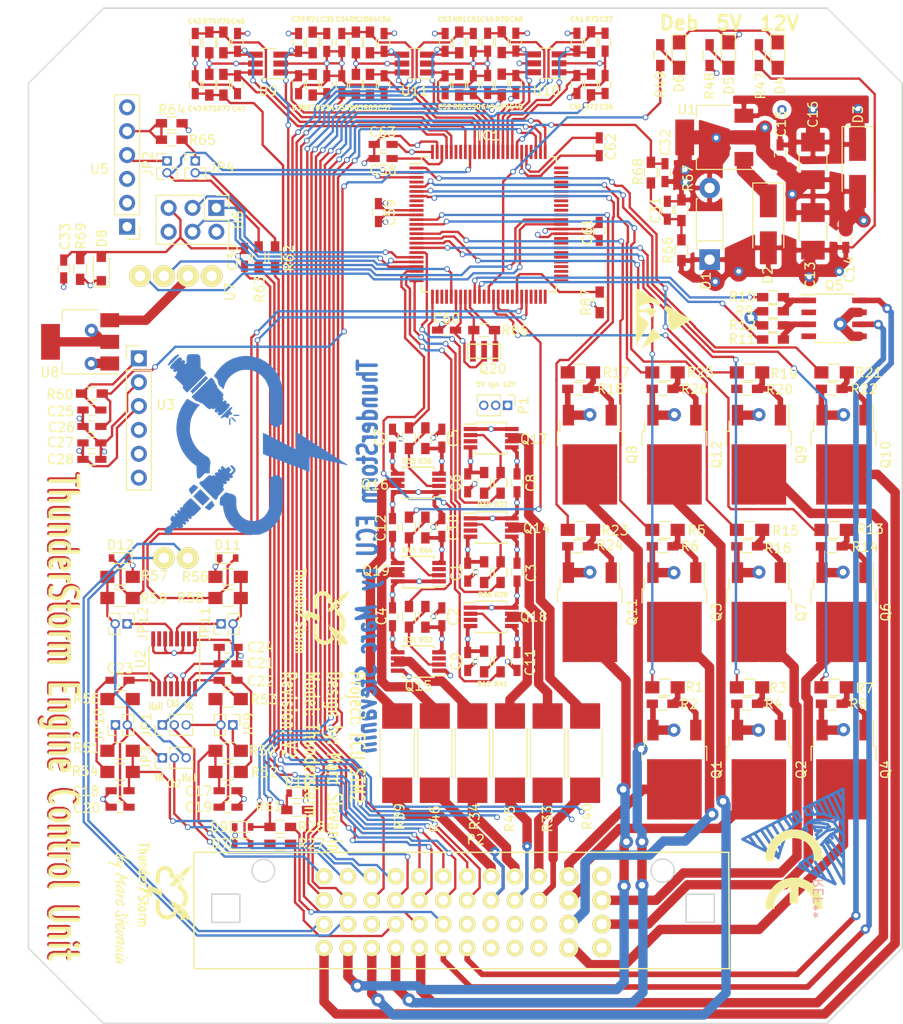
<source format=kicad_pcb>
(kicad_pcb (version 4) (host pcbnew 4.0.2-stable)
  (title_block (title "Thunderstorm V1") (rev V1) (company STEEM) (comment 1 "Marc Stevanin"))
  (layers (0 F.Cu signal) (1 In1.Cu signal) (2 In2.Cu signal) (31 B.Cu signal) (34 B.Paste user) (35 F.Paste user) (36 B.SilkS user) (37 F.SilkS user) (38 B.Mask user) (39 F.Mask user) (44 Edge.Cuts user))
  (net 0 "")
  (net 1 V_IGN)
  (net 2 GND)
  (net 3 +12V)
  (net 4 +5V)
  (net 5 /Connectors/VR1-)
  (net 6 /Connectors/VR2-)
  (net 7 "Net-(C19-Pad1)")
  (net 8 "Net-(C20-Pad1)")
  (net 9 "Net-(C22-Pad1)")
  (net 10 "Net-(C22-Pad2)")
  (net 11 "Net-(C23-Pad1)")
  (net 12 "Net-(C23-Pad2)")
  (net 13 "Net-(C25-Pad1)")
  (net 14 /IntMap/MAP_I_CPU)
  (net 15 /ISP/RESET_CPU)
  (net 16 "Net-(C31-Pad1)")
  (net 17 /BattRefVolt/BRV_CPU)
  (net 18 /AnalogInputs/PROT_RES1)
  (net 19 /AnalogInputs/PROT_RES2)
  (net 20 /AnalogInputs/O2_1)
  (net 21 /AnalogInputs/O2_2)
  (net 22 /AnalogInputs/PROT_RES1_CPU)
  (net 23 /AnalogInputs/PROT_RES2_CPU)
  (net 24 /AnalogInputs/O2_1_CPU)
  (net 25 /AnalogInputs/O2_2_CPU)
  (net 26 /AnalogInputs/TI2)
  (net 27 /AnalogInputs/TI1)
  (net 28 /AnalogInputs/TPS)
  (net 29 /AnalogInputs/MAP_E)
  (net 30 /AnalogInputs/TI2_CPU)
  (net 31 /AnalogInputs/TI1_CPU)
  (net 32 /AnalogInputs/TPS_CPU)
  (net 33 /AnalogInputs/MAP_E_CPU)
  (net 34 /AnalogInputs/AI2)
  (net 35 /AnalogInputs/AI1)
  (net 36 /AnalogInputs/AI2_CPU)
  (net 37 /AnalogInputs/AI1_CPU)
  (net 38 /AnalogInputs/CLT)
  (net 39 /AnalogInputs/MAT)
  (net 40 /AnalogInputs/CLT_CPU)
  (net 41 /AnalogInputs/MAT_CPU)
  (net 42 "Net-(C58-Pad1)")
  (net 43 "Net-(D2-Pad1)")
  (net 44 "Net-(D4-Pad2)")
  (net 45 "Net-(D5-Pad2)")
  (net 46 "Net-(D6-Pad2)")
  (net 47 /PwrOut/FAN_CPU)
  (net 48 /PwrOut/FP_CPU)
  (net 49 /PwrOut/AUX3_CPU)
  (net 50 /PwrOut/AUX1_CPU)
  (net 51 /PwrOut/BOOST_CPU)
  (net 52 /PwrOut/INJ5_CPU)
  (net 53 /PwrOut/INJ3_CPU)
  (net 54 /PwrOut/INJ1_CPU)
  (net 55 /PwrOut/INJ2_CPU)
  (net 56 /PwrOut/INJ4_CPU)
  (net 57 /IgnOut/IGN4_CPU)
  (net 58 /ISP/SCK)
  (net 59 /ISP/MOSI)
  (net 60 /ISP/MISO)
  (net 61 /IgnOut/IGN2_CPU)
  (net 62 /IgnOut/IGN5_CPU)
  (net 63 /IgnOut/IGN1_CPU)
  (net 64 /IgnOut/IGN3_CPU)
  (net 65 "Net-(IC1-Pad33)")
  (net 66 "Net-(IC1-Pad34)")
  (net 67 /PwrOut/STEP_CPU)
  (net 68 /PwrOut/DIR_CPU)
  (net 69 /LEDs/DEBUG_CPU)
  (net 70 /PwrOut/INJ6_CPU)
  (net 71 /IgnOut/IGN6_CPU)
  (net 72 /uC_level/FLEX_CPU)
  (net 73 /CrkCam/TACH2_CPU)
  (net 74 /CrkCam/TACH1_CPU)
  (net 75 /CanBus/RX_CAN)
  (net 76 /CanBus/TX_CAN)
  (net 77 /UsbCom/RX)
  (net 78 /BlueTooth/RX)
  (net 79 /UsbCom/TX)
  (net 80 /BlueTooth/TX)
  (net 81 "Net-(JP12-Pad2)")
  (net 82 "Net-(JP9-Pad1)")
  (net 83 "Net-(JP10-Pad1)")
  (net 84 "Net-(JP11-Pad1)")
  (net 85 "Net-(JP12-Pad1)")
  (net 86 "Net-(Q1-Pad1)")
  (net 87 /Connectors/INJ1)
  (net 88 "Net-(Q2-Pad1)")
  (net 89 /Connectors/INJ2)
  (net 90 "Net-(Q3-Pad1)")
  (net 91 /Connectors/INJ3)
  (net 92 "Net-(Q4-Pad1)")
  (net 93 /Connectors/INJ4)
  (net 94 "Net-(Q5-Pad1)")
  (net 95 "Net-(Q5-Pad3)")
  (net 96 "Net-(Q6-Pad1)")
  (net 97 /Connectors/INJ6)
  (net 98 "Net-(Q7-Pad1)")
  (net 99 /Connectors/INJ5)
  (net 100 "Net-(Q8-Pad1)")
  (net 101 /Connectors/AUX1_DRV)
  (net 102 "Net-(Q9-Pad1)")
  (net 103 /Connectors/FAN)
  (net 104 "Net-(Q10-Pad1)")
  (net 105 /Connectors/IACA2)
  (net 106 "Net-(Q11-Pad1)")
  (net 107 /Connectors/BOOST)
  (net 108 "Net-(Q12-Pad1)")
  (net 109 /Connectors/FP_DRV)
  (net 110 "Net-(Q14-Pad2)")
  (net 111 "Net-(Q14-Pad6)")
  (net 112 "Net-(Q15-Pad2)")
  (net 113 "Net-(Q15-Pad6)")
  (net 114 "Net-(Q16-Pad2)")
  (net 115 "Net-(Q16-Pad6)")
  (net 116 "Net-(Q17-Pad2)")
  (net 117 "Net-(Q17-Pad6)")
  (net 118 "Net-(Q18-Pad2)")
  (net 119 "Net-(Q18-Pad6)")
  (net 120 "Net-(Q19-Pad2)")
  (net 121 "Net-(Q19-Pad6)")
  (net 122 "Net-(R64-Pad1)")
  (net 123 "Net-(U7-Pad2)")
  (net 124 "Net-(JP1-Pad1)")
  (net 125 /Connectors/DTR_USB)
  (net 126 "Net-(IC1-Pad4)")
  (net 127 "Net-(IC1-Pad8)")
  (net 128 "Net-(IC1-Pad9)")
  (net 129 "Net-(IC1-Pad14)")
  (net 130 "Net-(IC1-Pad27)")
  (net 131 "Net-(IC1-Pad28)")
  (net 132 "Net-(IC1-Pad29)")
  (net 133 "Net-(IC1-Pad37)")
  (net 134 "Net-(IC1-Pad41)")
  (net 135 "Net-(IC1-Pad42)")
  (net 136 "Net-(IC1-Pad43)")
  (net 137 "Net-(IC1-Pad47)")
  (net 138 "Net-(IC1-Pad48)")
  (net 139 "Net-(IC1-Pad49)")
  (net 140 "Net-(IC1-Pad50)")
  (net 141 "Net-(IC1-Pad51)")
  (net 142 "Net-(IC1-Pad52)")
  (net 143 "Net-(IC1-Pad53)")
  (net 144 "Net-(IC1-Pad54)")
  (net 145 "Net-(IC1-Pad55)")
  (net 146 "Net-(IC1-Pad56)")
  (net 147 "Net-(IC1-Pad57)")
  (net 148 "Net-(IC1-Pad58)")
  (net 149 "Net-(IC1-Pad59)")
  (net 150 "Net-(IC1-Pad60)")
  (net 151 "Net-(IC1-Pad65)")
  (net 152 "Net-(IC1-Pad66)")
  (net 153 "Net-(IC1-Pad67)")
  (net 154 "Net-(IC1-Pad68)")
  (net 155 "Net-(IC1-Pad69)")
  (net 156 "Net-(IC1-Pad70)")
  (net 157 "Net-(IC1-Pad71)")
  (net 158 "Net-(IC1-Pad72)")
  (net 159 "Net-(IC1-Pad73)")
  (net 160 "Net-(IC1-Pad74)")
  (net 161 "Net-(IC1-Pad75)")
  (net 162 /Connectors/TACHO)
  (net 163 /Connectors/DIG_IO2)
  (net 164 /Connectors/DIG_IO1)
  (net 165 "Net-(IC1-Pad79)")
  (net 166 "Net-(IC1-Pad94)")
  (net 167 "Net-(IC1-Pad95)")
  (net 168 /Connectors/VR1+)
  (net 169 /Connectors/VR2+)
  (net 170 "Net-(Q5-Pad2)")
  (net 171 "Net-(Q5-Pad4)")
  (net 172 /Connectors/IACB1)
  (net 173 /Connectors/IACB2)
  (net 174 "Net-(Q14-Pad3)")
  (net 175 "Net-(Q15-Pad3)")
  (net 176 "Net-(Q16-Pad3)")
  (net 177 "Net-(Q17-Pad3)")
  (net 178 "Net-(Q18-Pad3)")
  (net 179 "Net-(Q19-Pad3)")
  (net 180 /Connectors/IGN1)
  (net 181 /Connectors/IGN2)
  (net 182 /Connectors/IGN3)
  (net 183 /Connectors/IGN4)
  (net 184 /Connectors/IGN5)
  (net 185 /Connectors/IGN6)
  (net 186 /Connectors/RDX_USB)
  (net 187 /Connectors/TXD_USB)
  (net 188 "Net-(U2-Pad2)")
  (net 189 "Net-(U2-Pad7)")
  (net 190 "Net-(U2-Pad12)")
  (net 191 "Net-(U3-Pad4)")
  (net 192 "Net-(U3-Pad5)")
  (net 193 "Net-(U3-Pad6)")
  (net 194 "Net-(U5-Pad1)")
  (net 195 "Net-(U5-Pad6)")
  (net 196 /CanBus/CANH)
  (net 197 /CanBus/CANL)
  (net 198 /Connectors/RESV2)
  (net 199 /Connectors/RESV1)
  (net 200 "Net-(D7-Pad2)")
  (net 201 "Net-(D9-Pad2)")
  (net 202 "Net-(D10-Pad2)")
  (module Symbols:CE-Logo_8.5x6mm_SilkScreen (layer F.Cu) (at 131.5 144.6 270)
    (fp_text reference REF*** hide)
    (fp_text value CE-Logo_8.5x6mm_SilkScreen hide)
  )
  (module Symbols:ESD-Logo_6.6x6mm_SilkScreen (layer F.Cu) (at 117.6 86 270)
    (fp_text reference REF*** hide)
    (fp_text value ESD-Logo_6.6x6mm_SilkScreen hide)
  )
  (module Symbols:Symbol_ESD-Logo_CopperTop (layer B.Cu) (at 133.4 141.2 270)
    (fp_text reference REF** (at 6.5 -0.7 270) (layer B.SilkS) (effects (justify mirror)))
    (fp_text value Symbol_ESD-Logo_CopperTop)
    (fp_line (start -0.65024 0.92964) (end 0.06096 0.4191) (layer B.Cu) (width 0.3048))
    (fp_line (start 0.5207 -1.4605) (end 3.25882 -3.31216) (layer B.Cu) (width 0.3048))
    (fp_line (start 3.25882 -3.31216) (end 3.27914 -3.31216) (layer B.Cu) (width 0.3048))
    (fp_line (start 0.23876 -1.8415) (end 2.16916 -3.29184) (layer B.Cu) (width 0.3048))
    (fp_line (start -0.35052 -2.30124) (end 1.02108 -3.31216) (layer B.Cu) (width 0.3048))
    (fp_line (start 1.02108 -3.31216) (end 1.04902 -3.31216) (layer B.Cu) (width 0.3048))
    (fp_line (start -1.53924 -2.37236) (end -0.02032 -3.3909) (layer B.Cu) (width 0.3048))
    (fp_line (start -4.77012 -2.75082) (end -3.64998 -3.34264) (layer B.Cu) (width 0.3048))
    (fp_line (start -4.5593 -2.2225) (end -2.17932 -3.36042) (layer B.Cu) (width 0.3048))
    (fp_line (start -4.34086 -1.66116) (end -1.14046 -3.31216) (layer B.Cu) (width 0.3048))
    (fp_line (start -4.03098 -1.20142) (end -2.41046 -1.99136) (layer B.Cu) (width 0.3048))
    (fp_line (start -2.41046 -1.99136) (end -2.37998 -1.99136) (layer B.Cu) (width 0.3048))
    (fp_line (start -3.74904 -0.65278) (end -2.46126 -1.38176) (layer B.Cu) (width 0.3048))
    (fp_line (start -3.55092 -0.16256) (end -2.47904 -0.75184) (layer B.Cu) (width 0.3048))
    (fp_line (start -3.37058 0.33782) (end -2.6289 -0.06096) (layer B.Cu) (width 0.3048))
    (fp_line (start 2.1209 -0.04064) (end 4.37896 -1.38176) (layer B.Cu) (width 0.3048))
    (fp_line (start 2.4511 0.56896) (end 4.09956 -0.72136) (layer B.Cu) (width 0.3048))
    (fp_line (start 2.70002 1.0287) (end 3.54076 0.39878) (layer B.Cu) (width 0.3048))
    (fp_line (start -2.50952 1.9685) (end -1.6891 1.48844) (layer B.Cu) (width 0.3048))
    (fp_line (start -2.23012 2.44856) (end -1.31064 1.81864) (layer B.Cu) (width 0.3048))
    (fp_line (start -1.31064 1.81864) (end -1.31064 1.83896) (layer B.Cu) (width 0.3048))
    (fp_line (start -2.04978 2.9591) (end -1.03124 2.26822) (layer B.Cu) (width 0.3048))
    (fp_line (start -1.71958 3.59918) (end -0.44958 2.80924) (layer B.Cu) (width 0.3048))
    (fp_line (start -0.44958 2.80924) (end -0.4191 2.80924) (layer B.Cu) (width 0.3048))
    (fp_line (start -1.3589 4.2291) (end 0.45974 3.08864) (layer B.Cu) (width 0.3048))
    (fp_line (start -1.01092 4.86918) (end 1.19888 3.41884) (layer B.Cu) (width 0.3048))
    (fp_line (start -0.7493 5.3975) (end 1.85928 3.64744) (layer B.Cu) (width 0.3048))
    (fp_line (start -0.35052 6.0579) (end 1.57988 4.65836) (layer B.Cu) (width 0.3048))
    (fp_line (start -0.0889 6.6675) (end 0.94996 5.92836) (layer B.Cu) (width 0.3048))
    (fp_line (start -1.10998 0.6477) (end -0.77978 0.49784) (layer B.Cu) (width 0.3048))
    (fp_line (start -0.77978 0.49784) (end -0.4191 0.61722) (layer B.Cu) (width 0.3048))
    (fp_line (start -0.4191 0.61722) (end 0.06096 0.0889) (layer B.Cu) (width 0.3048))
    (fp_line (start 0.06096 0.0889) (end 0.23876 -0.14224) (layer B.Cu) (width 0.3048))
    (fp_line (start -1.51892 0.1397) (end -1.51892 -0.80264) (layer B.Cu) (width 0.3048))
    (fp_line (start -1.51892 -0.80264) (end -1.38938 -1.64084) (layer B.Cu) (width 0.3048))
    (fp_line (start -1.38938 -1.64084) (end -1.10998 -1.87198) (layer B.Cu) (width 0.3048))
    (fp_line (start -1.10998 -1.87198) (end -1.01092 -1.5621) (layer B.Cu) (width 0.3048))
    (fp_line (start -1.01092 -1.5621) (end -1.14046 -0.16256) (layer B.Cu) (width 0.3048))
    (fp_line (start -1.14046 -0.16256) (end -0.70104 -0.37084) (layer B.Cu) (width 0.3048))
    (fp_line (start -0.70104 -0.37084) (end -0.72898 -0.98044) (layer B.Cu) (width 0.3048))
    (fp_line (start -0.72898 -0.98044) (end -0.29972 -0.44196) (layer B.Cu) (width 0.3048))
    (fp_line (start -0.29972 -0.44196) (end -0.07112 -0.5715) (layer B.Cu) (width 0.3048))
    (fp_line (start -2.46126 0.56896) (end -3.09118 0.84836) (layer B.Cu) (width 0.3048))
    (fp_line (start -3.09118 0.84836) (end -5.15112 -3.31216) (layer B.Cu) (width 0.3048))
    (fp_line (start -5.15112 -3.31216) (end 4.90982 -3.3909) (layer B.Cu) (width 0.3048))
    (fp_line (start 4.90982 -3.3909) (end 0.86868 -1.1811) (layer B.Cu) (width 0.3048))
    (fp_line (start 2.09042 3.64744) (end 0.21082 7.3787) (layer B.Cu) (width 0.3048))
    (fp_line (start 0.21082 7.3787) (end -2.76098 1.5875) (layer B.Cu) (width 0.3048))
    (fp_line (start -2.76098 1.5875) (end -1.89992 1.15824) (layer B.Cu) (width 0.3048))
    (fp_line (start -1.89992 1.15824) (end -1.86944 1.15824) (layer B.Cu) (width 0.3048))
    (fp_line (start 3.15976 1.3081) (end 4.96062 -2.47142) (layer B.Cu) (width 0.3048))
    (fp_line (start 4.96062 -2.47142) (end 1.61036 -0.65278) (layer B.Cu) (width 0.3048))
    (fp_line (start 1.61036 -0.65278) (end 1.67894 -0.6223) (layer B.Cu) (width 0.3048))
    (fp_line (start -0.22098 -1.99136) (end 0.07874 -2.1717) (layer B.Cu) (width 0.3048))
    (fp_line (start 0.07874 -2.1717) (end 0.10922 -2.1717) (layer B.Cu) (width 0.3048))
    (fp_line (start 0.30988 -1.4605) (end 0.56896 -1.81102) (layer B.Cu) (width 0.3048))
    (fp_line (start 2.19964 3.59918) (end 1.24968 3.31724) (layer B.Cu) (width 0.3048))
    (fp_line (start 1.24968 3.31724) (end -0.65024 2.64922) (layer B.Cu) (width 0.3048))
    (fp_line (start -0.65024 2.64922) (end -1.8796 1.13792) (layer B.Cu) (width 0.3048))
    (fp_line (start -2.37998 0.57912) (end -2.4892 -1.10236) (layer B.Cu) (width 0.3048))
    (fp_line (start -2.4892 -1.10236) (end -1.99136 -2.77114) (layer B.Cu) (width 0.3048))
    (fp_line (start -1.99136 -2.77114) (end -1.62052 -2.35204) (layer B.Cu) (width 0.3048))
    (fp_line (start -1.62052 -2.35204) (end -1.84912 -1.48082) (layer B.Cu) (width 0.3048))
    (fp_line (start -1.84912 -1.48082) (end -1.84912 -0.42164) (layer B.Cu) (width 0.3048))
    (fp_line (start -1.84912 -0.42164) (end -1.77038 0.11938) (layer B.Cu) (width 0.3048))
    (fp_line (start -1.77038 0.11938) (end -1.71958 0.16764) (layer B.Cu) (width 0.3048))
    (fp_line (start -1.71958 0.16764) (end -1.47066 0.49784) (layer B.Cu) (width 0.3048))
    (fp_line (start -1.47066 0.49784) (end -0.62992 1.12776) (layer B.Cu) (width 0.3048))
    (fp_line (start -0.62992 1.12776) (end -0.40132 1.27762) (layer B.Cu) (width 0.3048))
    (fp_line (start -0.40132 1.27762) (end 0.45974 0.18796) (layer B.Cu) (width 0.3048))
    (fp_line (start 0.45974 0.18796) (end 0.30988 -0.32258) (layer B.Cu) (width 0.3048))
    (fp_line (start 0.30988 -0.32258) (end -0.70104 -1.59258) (layer B.Cu) (width 0.3048))
    (fp_line (start -0.70104 -1.59258) (end -0.86106 -2.37236) (layer B.Cu) (width 0.3048))
    (fp_line (start -0.86106 -2.37236) (end -0.62992 -2.68224) (layer B.Cu) (width 0.3048))
    (fp_line (start -0.62992 -2.68224) (end -0.32004 -2.02184) (layer B.Cu) (width 0.3048))
    (fp_line (start -0.32004 -2.02184) (end 0.1905 -1.5113) (layer B.Cu) (width 0.3048))
    (fp_line (start 0.1905 -1.5113) (end 0.8001 -0.98044) (layer B.Cu) (width 0.3048))
    (fp_line (start 1.65862 -0.54102) (end 2.16916 0.28956) (layer B.Cu) (width 0.3048))
    (fp_line (start 2.16916 0.28956) (end 2.49936 0.82804) (layer B.Cu) (width 0.3048))
    (fp_line (start 2.49936 0.82804) (end 2.77876 1.2573) (layer B.Cu) (width 0.3048))
    (fp_line (start 2.77876 1.2573) (end 3.10896 1.38938) (layer B.Cu) (width 0.3048))
  )
  (module LOGO (layer F.Cu) (at 74.2 99.3 90)
    (fp_text reference G*** hide)
    (fp_text value LOGO hide)
    (fp_poly (pts (xy 1.077174 0.86203) (xy 1.052029 0.932588) (xy 0.998922 1.05209) (xy 0.915392 1.225518) (xy 0.79898 1.457857) (xy 0.647226 1.754089) (xy 0.457669 2.119198) (xy 0.4369 2.159) (xy 0.345735 2.333874) (xy 0.265681 2.487875) (xy 0.207099 2.601048) (xy 0.18414 2.645833) (xy 0.136076 2.740113) (xy 0.074126 2.860741) (xy 0.064885 2.878667) (xy -0.148906 3.294283) (xy -0.323294 3.635988) (xy -0.458685 3.904596) (xy -0.555487 4.100919) (xy -0.614104 4.225771) (xy -0.634942 4.279965) (xy -0.635 4.280924) (xy -0.594701 4.29179) (xy -0.481934 4.301398) (xy -0.308895 4.309254) (xy -0.087778 4.314863) (xy 0.169221 4.317731) (xy 0.279208 4.318) (xy 1.193415 4.318) (xy 1.056652 4.561417) (xy 0.982077 4.689109) (xy 0.920942 4.78475) (xy 0.888074 4.826) (xy 0.85144 4.872119) (xy 0.790225 4.968963) (xy 0.738728 5.058175) (xy 0.66362 5.185313) (xy 0.596039 5.286831) (xy 0.564321 5.32606) (xy 0.498945 5.410076) (xy 0.460575 5.474884) (xy 0.413019 5.558439) (xy 0.336566 5.683101) (xy 0.262122 5.799667) (xy 0.115245 6.026713) (xy -0.043631 6.275359) (xy -0.227434 6.56589) (xy -0.331339 6.731) (xy -0.427165 6.880662) (xy -0.516552 7.015481) (xy -0.581148 7.107817) (xy -0.584286 7.112) (xy -0.650837 7.210185) (xy -0.733501 7.345514) (xy -0.781449 7.4295) (xy -0.850515 7.548562) (xy -0.906193 7.634371) (xy -0.92972 7.662333) (xy -0.965852 7.708492) (xy -1.026533 7.805476) (xy -1.077886 7.895167) (xy -1.146812 8.014228) (xy -1.202237 8.100037) (xy -1.225545 8.128) (xy -1.261866 8.173825) (xy -1.323772 8.270132) (xy -1.377466 8.360833) (xy -1.44712 8.479256) (xy -1.50086 8.564966) (xy -1.521968 8.593667) (xy -1.573018 8.654303) (xy -1.63817 8.747699) (xy -1.697955 8.843755) (xy -1.732902 8.912373) (xy -1.735667 8.924034) (xy -1.761049 8.977785) (xy -1.823845 9.063396) (xy -1.841558 9.084499) (xy -1.934825 9.210991) (xy -2.013261 9.345924) (xy -2.014832 9.349201) (xy -2.076633 9.464694) (xy -2.136527 9.555415) (xy -2.14097 9.560868) (xy -2.215044 9.653133) (xy -2.262683 9.7155) (xy -2.309809 9.769211) (xy -2.326987 9.772759) (xy -2.317569 9.723966) (xy -2.290779 9.608657) (xy -2.250337 9.442309) (xy -2.199966 9.240404) (xy -2.180167 9.162181) (xy -2.126538 8.945417) (xy -2.081558 8.752778) (xy -2.049102 8.601693) (xy -2.033043 8.509591) (xy -2.032 8.495594) (xy -2.022581 8.426249) (xy -1.996662 8.291509) (xy -1.957751 8.108247) (xy -1.909354 7.893336) (xy -1.886133 7.793838) (xy -1.820802 7.515968) (xy -1.74503 7.192227) (xy -1.667373 6.85925) (xy -1.596388 6.553674) (xy -1.583535 6.498167) (xy -1.529676 6.267229) (xy -1.481368 6.063487) (xy -1.442251 5.902033) (xy -1.415966 5.79796) (xy -1.407372 5.767917) (xy -1.418576 5.7488) (xy -1.473938 5.734582) (xy -1.582117 5.724685) (xy -1.751769 5.718527) (xy -1.991554 5.715529) (xy -2.197611 5.715) (xy -3.00728 5.715) (xy -2.981564 5.598583) (xy -2.965385 5.539275) (xy -2.935614 5.450415) (xy -2.889042 5.323639) (xy -2.822461 5.150582) (xy -2.732663 4.92288) (xy -2.616438 4.632168) (xy -2.498464 4.339167) (xy -2.430913 4.16665) (xy -2.372753 4.008953) (xy -2.334158 3.893927) (xy -2.328333 3.8735) (xy -2.296855 3.775097) (xy -2.242946 3.626394) (xy -2.176797 3.455218) (xy -2.157787 3.407833) (xy -2.021433 3.069724) (xy -1.914996 2.802869) (xy -1.835836 2.600363) (xy -1.781313 2.455302) (xy -1.748787 2.360785) (xy -1.735618 2.309906) (xy -1.73504 2.302439) (xy -1.718817 2.243191) (xy -1.675418 2.13027) (xy -1.613742 1.986598) (xy -1.604501 1.966097) (xy -1.520897 1.771008) (xy -1.436248 1.556506) (xy -1.379427 1.399325) (xy -1.31726 1.224057) (xy -1.251445 1.051465) (xy -1.206113 0.941917) (xy -1.126706 0.762) (xy 1.10228 0.762) (xy 1.077174 0.86203)) (layer B.Cu) (width 0.01))
    (fp_poly (pts (xy -6.15021 -3.820185) (xy -5.7785 -3.797244) (xy -5.215418 -3.215876) (xy -5.275564 -2.973188) (xy -5.33998 -2.721667) (xy -5.393734 -2.538085) (xy -5.443545 -2.40752) (xy -5.496136 -2.315048) (xy -5.558225 -2.245748) (xy -5.627928 -2.19075) (xy -5.700507 -2.142174) (xy -5.768398 -2.109407) (xy -5.850055 -2.089345) (xy -5.963932 -2.078884) (xy -6.128482 -2.074917) (xy -6.319844 -2.074333) (xy -6.567027 -2.071734) (xy -6.754655 -2.060557) (xy -6.907766 -2.035732) (xy -7.051398 -1.992191) (xy -7.21059 -1.924864) (xy -7.323667 -1.871099) (xy -7.446967 -1.799839) (xy -7.581873 -1.704528) (xy -7.709568 -1.600882) (xy -7.81123 -1.504617) (xy -7.868041 -1.431447) (xy -7.874 -1.41154) (xy -7.897337 -1.35957) (xy -7.913227 -1.354667) (xy -7.967427 -1.31683) (xy -8.034092 -1.216022) (xy -8.104709 -1.071301) (xy -8.170763 -0.901722) (xy -8.223742 -0.726342) (xy -8.25004 -0.60078) (xy -8.271642 -0.212324) (xy -8.214138 0.155074) (xy -8.082054 0.493565) (xy -7.879914 0.795301) (xy -7.612243 1.052433) (xy -7.283567 1.257112) (xy -7.142816 1.319826) (xy -6.7945 1.459752) (xy -5.291667 1.481293) (xy -4.855543 1.488448) (xy -4.498299 1.496407) (xy -4.214151 1.505442) (xy -3.997315 1.515826) (xy -3.842005 1.527831) (xy -3.742437 1.541731) (xy -3.694912 1.556528) (xy -3.591031 1.651274) (xy -3.493022 1.79905) (xy -3.417448 1.968899) (xy -3.380875 2.129863) (xy -3.379964 2.145163) (xy -3.411744 2.363784) (xy -3.518581 2.559895) (xy -3.691267 2.719178) (xy -3.783851 2.772969) (xy -3.995957 2.878667) (xy -5.374062 2.874519) (xy -5.852061 2.871318) (xy -6.247681 2.864792) (xy -6.563149 2.854861) (xy -6.800691 2.841448) (xy -6.962532 2.824473) (xy -7.006167 2.816753) (xy -7.367904 2.732327) (xy -7.648791 2.648945) (xy -7.847194 2.567116) (xy -7.892757 2.541489) (xy -7.994792 2.48552) (xy -8.07015 2.456475) (xy -8.079714 2.455333) (xy -8.155207 2.426188) (xy -8.274568 2.346796) (xy -8.424345 2.229227) (xy -8.591087 2.085547) (xy -8.761343 1.927823) (xy -8.921661 1.768124) (xy -9.05859 1.618516) (xy -9.158679 1.491068) (xy -9.165048 1.481656) (xy -9.241714 1.370747) (xy -9.301929 1.291102) (xy -9.323827 1.267484) (xy -9.351723 1.220834) (xy -9.403096 1.112328) (xy -9.470275 0.958835) (xy -9.535612 0.801817) (xy -9.7155 0.359833) (xy -9.7155 -0.994833) (xy -9.552455 -1.396497) (xy -9.456675 -1.622799) (xy -9.371903 -1.796703) (xy -9.283072 -1.946364) (xy -9.17841 -2.0955) (xy -9.065639 -2.235509) (xy -8.920014 -2.400031) (xy -8.765514 -2.563342) (xy -8.626116 -2.699717) (xy -8.56503 -2.753544) (xy -8.457165 -2.833889) (xy -8.312701 -2.929871) (xy -8.150415 -3.030434) (xy -7.989084 -3.124519) (xy -7.847486 -3.201069) (xy -7.744398 -3.249027) (xy -7.705547 -3.259667) (xy -7.648028 -3.272385) (xy -7.533061 -3.306076) (xy -7.383217 -3.354043) (xy -7.348844 -3.3655) (xy -7.166757 -3.418005) (xy -6.986446 -3.455875) (xy -6.845503 -3.471292) (xy -6.839953 -3.471333) (xy -6.714506 -3.478943) (xy -6.65614 -3.505505) (xy -6.646333 -3.536936) (xy -6.627679 -3.619741) (xy -6.584127 -3.722832) (xy -6.521921 -3.843126) (xy -6.15021 -3.820185)) (layer B.Cu) (width 0.01))
    (fp_poly (pts (xy 7.207684 -4.42265) (xy 7.30832 -4.362203) (xy 7.446701 -4.273565) (xy 7.568771 -4.192427) (xy 7.860899 -3.972911) (xy 8.144486 -3.71859) (xy 8.400954 -3.448521) (xy 8.611727 -3.181766) (xy 8.719662 -3.011649) (xy 8.778485 -2.907859) (xy 8.856238 -2.772429) (xy 8.893932 -2.707293) (xy 8.976478 -2.534026) (xy 9.062426 -2.300346) (xy 9.144681 -2.029851) (xy 9.216152 -1.746142) (xy 9.269745 -1.472817) (xy 9.275021 -1.439333) (xy 9.303288 -1.026416) (xy 9.270679 -0.586735) (xy 9.183378 -0.164535) (xy 9.134671 0.013254) (xy 9.089312 0.182084) (xy 9.056908 0.306187) (xy 9.056261 0.308747) (xy 9.005234 0.453092) (xy 8.9316 0.602272) (xy 8.917149 0.626247) (xy 8.833011 0.770029) (xy 8.754564 0.919139) (xy 8.744567 0.939914) (xy 8.668069 1.074224) (xy 8.578928 1.195198) (xy 8.568626 1.206679) (xy 8.500585 1.288182) (xy 8.467324 1.343892) (xy 8.466667 1.348174) (xy 8.43678 1.396677) (xy 8.356749 1.486173) (xy 8.241017 1.602913) (xy 8.104026 1.733144) (xy 7.960218 1.863117) (xy 7.824036 1.97908) (xy 7.715756 2.063116) (xy 7.487513 2.222097) (xy 7.297851 2.343881) (xy 7.155458 2.423246) (xy 7.069021 2.454974) (xy 7.063011 2.455333) (xy 6.984293 2.478276) (xy 6.915786 2.517008) (xy 6.821319 2.563123) (xy 6.662433 2.619425) (xy 6.457926 2.680503) (xy 6.226599 2.740948) (xy 5.987249 2.795348) (xy 5.863167 2.819955) (xy 5.740167 2.836559) (xy 5.562678 2.85002) (xy 5.325188 2.860501) (xy 5.022185 2.868165) (xy 4.648157 2.873174) (xy 4.197591 2.875689) (xy 3.958167 2.876056) (xy 3.543049 2.875988) (xy 3.203784 2.875097) (xy 2.931558 2.872998) (xy 2.717559 2.869302) (xy 2.552972 2.863622) (xy 2.428985 2.855571) (xy 2.336784 2.844761) (xy 2.267557 2.830805) (xy 2.21249 2.813315) (xy 2.175252 2.797678) (xy 1.987132 2.674091) (xy 1.847184 2.505886) (xy 1.763131 2.311305) (xy 1.742696 2.10859) (xy 1.793604 1.915983) (xy 1.798142 1.906981) (xy 1.895264 1.759106) (xy 2.017765 1.626962) (xy 2.142145 1.533382) (xy 2.21277 1.504074) (xy 2.274824 1.499127) (xy 2.411905 1.493949) (xy 2.614372 1.488723) (xy 2.872588 1.483632) (xy 3.176912 1.47886) (xy 3.517706 1.474589) (xy 3.88533 1.471003) (xy 4.0005 1.47008) (xy 5.693833 1.457198) (xy 6.043751 1.33797) (xy 6.224315 1.270783) (xy 6.391559 1.198768) (xy 6.515531 1.135067) (xy 6.536802 1.121609) (xy 6.650706 1.051785) (xy 6.749929 1.002909) (xy 6.765181 0.997421) (xy 6.851137 0.942747) (xy 6.918689 0.866182) (xy 6.984093 0.790445) (xy 7.038892 0.760397) (xy 7.091192 0.728184) (xy 7.172123 0.64665) (xy 7.239 0.565546) (xy 7.32832 0.450767) (xy 7.401562 0.359666) (xy 7.432281 0.323732) (xy 7.485216 0.243565) (xy 7.554934 0.10736) (xy 7.630784 -0.060821) (xy 7.702115 -0.236917) (xy 7.758275 -0.396867) (xy 7.772354 -0.4445) (xy 7.806884 -0.633216) (xy 7.825295 -0.869866) (xy 7.827623 -1.12416) (xy 7.813904 -1.36581) (xy 7.784174 -1.564524) (xy 7.770959 -1.615178) (xy 7.623235 -1.999886) (xy 7.427385 -2.3526) (xy 7.196131 -2.65166) (xy 7.112 -2.736986) (xy 7.008015 -2.835389) (xy 6.917045 -2.921422) (xy 6.841877 -2.982465) (xy 6.794041 -3.005667) (xy 6.741942 -3.029282) (xy 6.652687 -3.088335) (xy 6.619366 -3.113054) (xy 6.513821 -3.175805) (xy 6.355662 -3.249168) (xy 6.173605 -3.320221) (xy 6.11234 -3.341234) (xy 5.746107 -3.462026) (xy 5.860387 -3.536905) (xy 5.957634 -3.627442) (xy 6.040572 -3.747054) (xy 6.045917 -3.757593) (xy 6.108799 -3.854066) (xy 6.201163 -3.922865) (xy 6.348375 -3.983701) (xy 6.494896 -4.028487) (xy 6.623966 -4.057636) (xy 6.682233 -4.064) (xy 6.789536 -4.103435) (xy 6.925067 -4.220996) (xy 6.956062 -4.2545) (xy 7.05194 -4.355484) (xy 7.127341 -4.424552) (xy 7.160792 -4.445) (xy 7.207684 -4.42265)) (layer B.Cu) (width 0.01))
    (fp_poly (pts (xy 3.017081 -2.397049) (xy 3.036634 -2.339172) (xy 3.045978 -2.224338) (xy 3.048 -2.074333) (xy 3.045009 -1.900567) (xy 3.034157 -1.796283) (xy 3.012626 -1.746448) (xy 2.9845 -1.735667) (xy 2.951919 -1.751618) (xy 2.932365 -1.809495) (xy 2.923021 -1.924329) (xy 2.921 -2.074333) (xy 2.923991 -2.2481) (xy 2.934843 -2.352384) (xy 2.956374 -2.402219) (xy 2.9845 -2.413) (xy 3.017081 -2.397049)) (layer B.Cu) (width 0.01))
    (fp_poly (pts (xy 2.791394 -2.600632) (xy 2.773183 -2.530949) (xy 2.689684 -2.419252) (xy 2.591462 -2.316159) (xy 2.446366 -2.185331) (xy 2.347298 -2.123815) (xy 2.29485 -2.13189) (xy 2.286 -2.171175) (xy 2.315456 -2.229269) (xy 2.390441 -2.320942) (xy 2.49088 -2.426252) (xy 2.596696 -2.525258) (xy 2.687814 -2.598018) (xy 2.742537 -2.624667) (xy 2.791394 -2.600632)) (layer B.Cu) (width 0.01))
    (fp_poly (pts (xy -4.151144 -5.980372) (xy -4.070666 -5.906042) (xy -4.033381 -5.816174) (xy -4.038865 -5.773578) (xy -4.031952 -5.71904) (xy -3.976546 -5.631047) (xy -3.867054 -5.502086) (xy -3.726499 -5.35384) (xy -3.557503 -5.17302) (xy -3.448853 -5.03459) (xy -3.395446 -4.927226) (xy -3.392184 -4.839601) (xy -3.433967 -4.760391) (xy -3.45051 -4.740955) (xy -3.489538 -4.68257) (xy -3.468425 -4.631603) (xy -3.429 -4.593167) (xy -3.371742 -4.531733) (xy -3.377062 -4.483321) (xy -3.414957 -4.437129) (xy -3.458332 -4.353872) (xy -3.437982 -4.298882) (xy -3.374141 -4.292558) (xy -3.31032 -4.331637) (xy -3.251745 -4.374858) (xy -3.203516 -4.365107) (xy -3.13636 -4.300764) (xy -3.073914 -4.21927) (xy -3.070162 -4.151744) (xy -3.090136 -4.106702) (xy -3.119618 -4.016248) (xy -3.088675 -3.982348) (xy -3.004884 -4.012417) (xy -2.99804 -4.016606) (xy -2.931455 -4.045758) (xy -2.872125 -4.026217) (xy -2.798882 -3.959738) (xy -2.728999 -3.884225) (xy -2.714959 -3.84029) (xy -2.752227 -3.800158) (xy -2.770558 -3.786326) (xy -2.824438 -3.72867) (xy -2.805818 -3.677937) (xy -2.803309 -3.675375) (xy -2.748121 -3.651342) (xy -2.677053 -3.695076) (xy -2.67532 -3.696637) (xy -2.61761 -3.739251) (xy -2.569591 -3.730358) (xy -2.499326 -3.663598) (xy -2.497013 -3.661138) (xy -2.397053 -3.554735) (xy -2.725839 -3.218027) (xy -2.611753 -3.098947) (xy -2.538263 -3.012233) (xy -2.499469 -2.946938) (xy -2.497667 -2.937571) (xy -2.526802 -2.883488) (xy -2.597891 -2.801053) (xy -2.686459 -2.714411) (xy -2.768032 -2.647706) (xy -2.814866 -2.624667) (xy -2.867352 -2.651559) (xy -2.949918 -2.718251) (xy -2.972188 -2.738984) (xy -3.052431 -2.809922) (xy -3.102461 -2.826111) (xy -3.150696 -2.793881) (xy -3.16325 -2.78156) (xy -3.199685 -2.736203) (xy -3.198333 -2.691447) (xy -3.151069 -2.6264) (xy -3.069404 -2.540243) (xy -2.971809 -2.447019) (xy -2.894748 -2.385426) (xy -2.864226 -2.370667) (xy -2.813979 -2.397373) (xy -2.72458 -2.466531) (xy -2.64093 -2.54) (xy -2.521224 -2.645352) (xy -2.442617 -2.695891) (xy -2.387295 -2.697615) (xy -2.337443 -2.656522) (xy -2.327942 -2.645361) (xy -2.308813 -2.602088) (xy -2.328172 -2.546925) (xy -2.395091 -2.464085) (xy -2.486044 -2.370195) (xy -2.64866 -2.227451) (xy -2.787367 -2.158977) (xy -2.918371 -2.164482) (xy -3.05788 -2.243676) (xy -3.184322 -2.357707) (xy -3.291922 -2.462408) (xy -3.359581 -2.514598) (xy -3.406004 -2.522832) (xy -3.449898 -2.495663) (xy -3.462195 -2.484771) (xy -3.521269 -2.44084) (xy -3.569327 -2.450058) (xy -3.636509 -2.514408) (xy -3.698216 -2.593136) (xy -3.701961 -2.654907) (xy -3.677181 -2.702919) (xy -3.643225 -2.788963) (xy -3.672272 -2.821658) (xy -3.755224 -2.791866) (xy -3.761752 -2.78787) (xy -3.830217 -2.758916) (xy -3.893127 -2.780787) (xy -3.956311 -2.83459) (xy -4.025171 -2.906252) (xy -4.036143 -2.954507) (xy -3.99569 -3.010974) (xy -3.992971 -3.013987) (xy -3.950214 -3.094262) (xy -3.968251 -3.145388) (xy -4.027534 -3.146911) (xy -4.08272 -3.107899) (xy -4.13603 -3.064405) (xy -4.182932 -3.071219) (xy -4.254029 -3.134139) (xy -4.261718 -3.141809) (xy -4.329804 -3.22055) (xy -4.340583 -3.279681) (xy -4.312939 -3.336707) (xy -4.281205 -3.425186) (xy -4.312699 -3.465172) (xy -4.394536 -3.443421) (xy -4.408647 -3.43509) (xy -4.487404 -3.40359) (xy -4.556457 -3.436631) (xy -4.572476 -3.450597) (xy -4.635111 -3.495641) (xy -4.693264 -3.488169) (xy -4.753206 -3.452364) (xy -4.835194 -3.414498) (xy -4.919815 -3.41601) (xy -5.01907 -3.463124) (xy -5.144958 -3.562066) (xy -5.30948 -3.719059) (xy -5.354031 -3.764018) (xy -5.513057 -3.918) (xy -5.63131 -4.013255) (xy -5.719886 -4.057975) (xy -5.76022 -4.064) (xy -5.874666 -4.095764) (xy -5.968456 -4.173593) (xy -6.011052 -4.271293) (xy -6.011333 -4.279397) (xy -5.98182 -4.330163) (xy -5.899634 -4.428993) (xy -5.774308 -4.566515) (xy -5.615373 -4.733353) (xy -5.432362 -4.920137) (xy -5.234806 -5.117491) (xy -5.032237 -5.316043) (xy -4.834188 -5.506419) (xy -4.650189 -5.679246) (xy -4.489774 -5.825151) (xy -4.362473 -5.934761) (xy -4.277819 -5.998702) (xy -4.250091 -6.011333) (xy -4.151144 -5.980372)) (layer B.Cu) (width 0.01))
    (fp_poly (pts (xy 2.807751 -3.696626) (xy 2.902542 -3.616899) (xy 3.035363 -3.495746) (xy 3.195673 -3.34276) (xy 3.357338 -3.18318) (xy 3.564483 -2.972387) (xy 3.714176 -2.81212) (xy 3.811705 -2.696056) (xy 3.862359 -2.61787) (xy 3.871429 -2.57124) (xy 3.870781 -2.569347) (xy 3.81771 -2.50531) (xy 3.737542 -2.520704) (xy 3.640667 -2.6035) (xy 3.553258 -2.67613) (xy 3.475662 -2.709147) (xy 3.471333 -2.709333) (xy 3.396085 -2.680303) (xy 3.308031 -2.609789) (xy 3.302 -2.6035) (xy 3.219828 -2.523817) (xy 3.165598 -2.502925) (xy 3.113835 -2.533923) (xy 3.0988 -2.548467) (xy 3.063024 -2.624254) (xy 3.048001 -2.735578) (xy 3.048 -2.736411) (xy 3.04018 -2.827976) (xy 2.999835 -2.869624) (xy 2.901641 -2.885994) (xy 2.893537 -2.886695) (xy 2.753623 -2.92018) (xy 2.685393 -2.985767) (xy 2.693449 -3.075611) (xy 2.7425 -3.144076) (xy 2.822856 -3.268599) (xy 2.819782 -3.388136) (xy 2.746311 -3.498201) (xy 2.690111 -3.590546) (xy 2.686637 -3.673523) (xy 2.734174 -3.721528) (xy 2.761532 -3.725333) (xy 2.807751 -3.696626)) (layer B.Cu) (width 0.01))
    (fp_poly (pts (xy 2.487064 -2.833622) (xy 2.597168 -2.823754) (xy 2.652228 -2.804125) (xy 2.667 -2.772833) (xy 2.651637 -2.741087) (xy 2.595716 -2.721657) (xy 2.484486 -2.71194) (xy 2.307167 -2.709333) (xy 2.127269 -2.712045) (xy 2.017165 -2.721913) (xy 1.962105 -2.741542) (xy 1.947333 -2.772833) (xy 1.962696 -2.80458) (xy 2.018617 -2.82401) (xy 2.129847 -2.833727) (xy 2.307167 -2.836333) (xy 2.487064 -2.833622)) (layer B.Cu) (width 0.01))
    (fp_poly (pts (xy 5.969561 -5.820273) (xy 6.209949 -5.578775) (xy 6.430028 -5.355243) (xy 6.622865 -5.156909) (xy 6.781525 -4.991007) (xy 6.899074 -4.86477) (xy 6.968575 -4.785433) (xy 6.985 -4.761062) (xy 6.951602 -4.690934) (xy 6.865283 -4.596345) (xy 6.746852 -4.494452) (xy 6.617122 -4.40241) (xy 6.496901 -4.337378) (xy 6.451973 -4.321633) (xy 6.322298 -4.272206) (xy 6.21839 -4.206976) (xy 6.201995 -4.191179) (xy 6.102579 -4.125881) (xy 6.01422 -4.106333) (xy 5.937303 -4.086065) (xy 5.83685 -4.019799) (xy 5.701767 -3.899341) (xy 5.608031 -3.806351) (xy 5.432929 -3.63513) (xy 5.299221 -3.523393) (xy 5.194905 -3.464913) (xy 5.107982 -3.453467) (xy 5.026451 -3.48283) (xy 5.007206 -3.494697) (xy 4.927378 -3.538331) (xy 4.872211 -3.529641) (xy 4.826 -3.4925) (xy 4.765156 -3.447935) (xy 4.709006 -3.452857) (xy 4.636906 -3.495472) (xy 4.536763 -3.537486) (xy 4.471001 -3.525172) (xy 4.456178 -3.470781) (xy 4.501033 -3.394917) (xy 4.562881 -3.303496) (xy 4.552036 -3.226309) (xy 4.484965 -3.15169) (xy 4.409549 -3.099762) (xy 4.34213 -3.109456) (xy 4.311509 -3.126896) (xy 4.22595 -3.160472) (xy 4.193633 -3.131045) (xy 4.223667 -3.047867) (xy 4.227514 -3.041586) (xy 4.257094 -2.971448) (xy 4.233805 -2.907848) (xy 4.186783 -2.853011) (xy 4.107762 -2.776558) (xy 4.055833 -2.760319) (xy 4.003855 -2.799488) (xy 3.987379 -2.817707) (xy 3.922787 -2.857479) (xy 3.887612 -2.85314) (xy 3.844162 -2.871518) (xy 3.756622 -2.938923) (xy 3.638341 -3.04232) (xy 3.502664 -3.168676) (xy 3.362938 -3.304955) (xy 3.232511 -3.438123) (xy 3.124727 -3.555147) (xy 3.052935 -3.64299) (xy 3.03048 -3.688621) (xy 3.030989 -3.689724) (xy 3.02946 -3.749174) (xy 3.003997 -3.813119) (xy 2.980678 -3.888106) (xy 3.012118 -3.958843) (xy 3.051693 -4.004431) (xy 3.122389 -4.069954) (xy 3.171831 -4.076123) (xy 3.217403 -4.04277) (xy 3.29551 -3.992568) (xy 3.3617 -3.980366) (xy 3.386667 -4.00775) (xy 3.361237 -4.057443) (xy 3.314363 -4.116061) (xy 3.271618 -4.211235) (xy 3.312208 -4.306735) (xy 3.397601 -4.376891) (xy 3.469885 -4.393213) (xy 3.553177 -4.341704) (xy 3.556106 -4.339071) (xy 3.624968 -4.287084) (xy 3.666122 -4.294827) (xy 3.684936 -4.319683) (xy 3.721177 -4.399045) (xy 3.694559 -4.457662) (xy 3.660423 -4.488504) (xy 3.621725 -4.534243) (xy 3.638595 -4.58439) (xy 3.683 -4.6355) (xy 3.739515 -4.705765) (xy 3.737294 -4.750995) (xy 3.705577 -4.782496) (xy 3.647675 -4.855039) (xy 3.640912 -4.942344) (xy 3.689301 -5.053422) (xy 3.796857 -5.197281) (xy 3.967595 -5.382932) (xy 3.977794 -5.393403) (xy 4.131906 -5.555983) (xy 4.230711 -5.673158) (xy 4.282116 -5.755845) (xy 4.294031 -5.814961) (xy 4.291865 -5.826961) (xy 4.302275 -5.918642) (xy 4.378071 -6.001073) (xy 4.465257 -6.106531) (xy 4.487333 -6.230539) (xy 4.498559 -6.31822) (xy 4.540759 -6.404031) (xy 4.626715 -6.508458) (xy 4.720728 -6.604555) (xy 4.954123 -6.83505) (xy 5.969561 -5.820273)) (layer B.Cu) (width 0.01))
    (fp_poly (pts (xy -6.781614 -5.391026) (xy -6.699527 -5.317445) (xy -6.589277 -5.211934) (xy -6.464721 -5.088501) (xy -6.339715 -4.961158) (xy -6.228114 -4.843914) (xy -6.143775 -4.750779) (xy -6.100553 -4.695763) (xy -6.098228 -4.687161) (xy -6.179387 -4.631642) (xy -6.292661 -4.561401) (xy -6.413669 -4.490606) (xy -6.518028 -4.433422) (xy -6.581355 -4.404017) (xy -6.587865 -4.402667) (xy -6.634364 -4.430889) (xy -6.722545 -4.505875) (xy -6.83567 -4.613108) (xy -6.869909 -4.647311) (xy -6.982714 -4.767225) (xy -7.06749 -4.868617) (xy -7.109755 -4.933799) (xy -7.112 -4.943008) (xy -7.091495 -5.004386) (xy -7.039841 -5.105044) (xy -6.971829 -5.220747) (xy -6.902252 -5.327259) (xy -6.8459 -5.400346) (xy -6.821684 -5.418667) (xy -6.781614 -5.391026)) (layer B.Cu) (width 0.01))
    (fp_poly (pts (xy 1.922611 -8.439386) (xy 2.259125 -8.400496) (xy 2.572464 -8.3434) (xy 2.754384 -8.296158) (xy 2.905205 -8.253491) (xy 3.03137 -8.22347) (xy 3.101124 -8.21299) (xy 3.178828 -8.195108) (xy 3.300316 -8.1494) (xy 3.394797 -8.106834) (xy 3.520321 -8.049205) (xy 3.615671 -8.010767) (xy 3.651551 -8.001) (xy 3.710453 -7.979029) (xy 3.820639 -7.919745) (xy 3.966788 -7.833095) (xy 4.133579 -7.729025) (xy 4.305694 -7.617482) (xy 4.467812 -7.508412) (xy 4.604612 -7.41176) (xy 4.700775 -7.337474) (xy 4.74098 -7.2955) (xy 4.741333 -7.293483) (xy 4.721071 -7.248561) (xy 4.668072 -7.152727) (xy 4.59748 -7.032871) (xy 4.426516 -6.740325) (xy 4.302312 -6.505457) (xy 4.220242 -6.318651) (xy 4.17568 -6.170294) (xy 4.171288 -6.146947) (xy 4.145817 -6.038069) (xy 4.117401 -5.97517) (xy 4.107593 -5.969) (xy 4.061517 -5.996699) (xy 3.977815 -6.068185) (xy 3.904627 -6.138333) (xy 3.805222 -6.231043) (xy 3.726443 -6.292549) (xy 3.694541 -6.307667) (xy 3.638502 -6.336152) (xy 3.576132 -6.393476) (xy 3.497321 -6.458154) (xy 3.37171 -6.538792) (xy 3.254518 -6.603256) (xy 3.114372 -6.674524) (xy 2.995904 -6.734858) (xy 2.93403 -6.766453) (xy 2.616629 -6.890003) (xy 2.225719 -6.972871) (xy 1.760901 -7.015138) (xy 1.711539 -7.017093) (xy 1.473266 -7.023895) (xy 1.293263 -7.022984) (xy 1.145286 -7.011731) (xy 1.003091 -6.987511) (xy 0.840434 -6.947695) (xy 0.737872 -6.919627) (xy 0.230548 -6.7368) (xy -0.232525 -6.482433) (xy -0.654894 -6.154382) (xy -0.862099 -5.951342) (xy -0.955298 -5.843423) (xy -1.063224 -5.704275) (xy -1.173407 -5.551932) (xy -1.273376 -5.404426) (xy -1.350659 -5.279792) (xy -1.392785 -5.196061) (xy -1.397 -5.177853) (xy -1.433146 -5.106366) (xy -1.527182 -5.02218) (xy -1.657505 -4.941739) (xy -1.773945 -4.890931) (xy -1.999039 -4.836468) (xy -2.202047 -4.846186) (xy -2.286 -4.868333) (xy -2.374972 -4.883944) (xy -2.522633 -4.896803) (xy -2.703007 -4.904919) (xy -2.783417 -4.906447) (xy -3.175 -4.910667) (xy -3.175 -5.398294) (xy -3.473532 -5.690003) (xy -3.632982 -5.858361) (xy -3.729484 -5.99437) (xy -3.759981 -6.101126) (xy -3.721414 -6.181727) (xy -3.610727 -6.239269) (xy -3.424861 -6.276848) (xy -3.160759 -6.297562) (xy -2.867036 -6.30426) (xy -2.654553 -6.30654) (xy -2.511418 -6.311831) (xy -2.42231 -6.32298) (xy -2.371911 -6.342836) (xy -2.3449 -6.374246) (xy -2.332055 -6.403712) (xy -2.268251 -6.519704) (xy -2.14973 -6.671574) (xy -1.971946 -6.864692) (xy -1.778 -7.058327) (xy -1.603843 -7.227276) (xy -1.480079 -7.345809) (xy -1.396642 -7.422782) (xy -1.34347 -7.467055) (xy -1.310497 -7.487484) (xy -1.28766 -7.492928) (xy -1.284111 -7.493) (xy -1.226418 -7.519352) (xy -1.153715 -7.57677) (xy -0.94194 -7.737232) (xy -0.661006 -7.894426) (xy -0.326393 -8.042894) (xy 0.04642 -8.177177) (xy 0.441954 -8.291815) (xy 0.844729 -8.381351) (xy 1.239266 -8.440325) (xy 1.316992 -8.448078) (xy 1.597156 -8.456453) (xy 1.922611 -8.439386)) (layer B.Cu) (width 0.01))
    (fp_poly (pts (xy -5.249306 -6.286473) (xy -4.868086 -5.90702) (xy -5.364965 -5.408843) (xy -5.531458 -5.24322) (xy -5.677004 -5.100903) (xy -5.791258 -4.991813) (xy -5.863874 -4.925866) (xy -5.884606 -4.910667) (xy -5.92164 -4.938914) (xy -6.005342 -5.015729) (xy -6.123109 -5.12922) (xy -6.255685 -5.260801) (xy -6.392764 -5.402016) (xy -6.504453 -5.523586) (xy -6.578811 -5.612062) (xy -6.604 -5.653075) (xy -6.575418 -5.695771) (xy -6.496407 -5.786712) (xy -6.377073 -5.914949) (xy -6.227519 -6.069531) (xy -6.117263 -6.180571) (xy -5.630526 -6.665927) (xy -5.249306 -6.286473)) (layer B.Cu) (width 0.01))
    (fp_poly (pts (xy 7.174548 -5.334677) (xy 7.047414 -5.207542) (xy 6.920279 -5.080407) (xy 5.289353 -6.712943) (xy 5.4188 -6.836961) (xy 5.548246 -6.960979) (xy 7.174548 -5.334677)) (layer B.Cu) (width 0.01))
    (fp_poly (pts (xy 8.147093 -9.088621) (xy 8.221271 -9.042556) (xy 8.267076 -9.040536) (xy 8.314543 -9.019496) (xy 8.407982 -8.947856) (xy 8.534847 -8.836206) (xy 8.682591 -8.695132) (xy 8.717206 -8.660642) (xy 8.887941 -8.4855) (xy 9.005264 -8.354632) (xy 9.078624 -8.255593) (xy 9.117469 -8.175939) (xy 9.130157 -8.116724) (xy 9.118675 -7.981904) (xy 9.063028 -7.889679) (xy 8.97794 -7.854927) (xy 8.89598 -7.88009) (xy 8.809662 -7.912691) (xy 8.775282 -7.885709) (xy 8.805384 -7.814504) (xy 8.824062 -7.792027) (xy 8.868705 -7.733832) (xy 8.865131 -7.686203) (xy 8.80734 -7.618296) (xy 8.786091 -7.596909) (xy 8.708461 -7.52633) (xy 8.657872 -7.511827) (xy 8.604909 -7.546379) (xy 8.598482 -7.552142) (xy 8.521691 -7.610575) (xy 8.477138 -7.604131) (xy 8.449299 -7.551134) (xy 8.440079 -7.468144) (xy 8.491748 -7.411786) (xy 8.611217 -7.378907) (xy 8.805399 -7.36635) (xy 8.854952 -7.366) (xy 9.123111 -7.349523) (xy 9.315356 -7.300311) (xy 9.430659 -7.218692) (xy 9.45637 -7.173604) (xy 9.466771 -7.105718) (xy 9.47523 -6.972886) (xy 9.480829 -6.794824) (xy 9.482667 -6.607917) (xy 9.481782 -6.394916) (xy 9.477022 -6.249203) (xy 9.465224 -6.153401) (xy 9.443228 -6.090134) (xy 9.407872 -6.042027) (xy 9.373546 -6.008129) (xy 9.328458 -5.969415) (xy 9.278949 -5.941517) (xy 9.210638 -5.922298) (xy 9.109145 -5.909619) (xy 8.960087 -5.901342) (xy 8.749084 -5.895328) (xy 8.592813 -5.892037) (xy 8.338402 -5.885977) (xy 8.157536 -5.878731) (xy 8.039097 -5.868968) (xy 7.971963 -5.855358) (xy 7.945016 -5.836569) (xy 7.945752 -5.814594) (xy 7.929696 -5.754697) (xy 7.865336 -5.660091) (xy 7.77029 -5.549194) (xy 7.662174 -5.440428) (xy 7.558607 -5.352213) (xy 7.477205 -5.302967) (xy 7.452113 -5.298466) (xy 7.407681 -5.329254) (xy 7.311584 -5.413483) (xy 7.1713 -5.544013) (xy 6.99431 -5.713703) (xy 6.788093 -5.915412) (xy 6.560128 -6.141998) (xy 6.402917 -6.300163) (xy 6.167216 -6.539268) (xy 5.951759 -6.759484) (xy 5.763513 -6.95356) (xy 5.609444 -7.114246) (xy 5.496519 -7.234293) (xy 5.431706 -7.30645) (xy 5.418667 -7.324389) (xy 5.448776 -7.37226) (xy 5.526159 -7.454864) (xy 5.631394 -7.554775) (xy 5.745062 -7.654568) (xy 5.847741 -7.736816) (xy 5.920013 -7.784095) (xy 5.936832 -7.789333) (xy 6.015354 -7.761922) (xy 6.048704 -7.736417) (xy 6.080066 -7.727001) (xy 6.131558 -7.750108) (xy 6.211376 -7.812529) (xy 6.327716 -7.92105) (xy 6.488773 -8.082463) (xy 6.581473 -8.177727) (xy 7.059938 -8.671955) (xy 7.179599 -8.547055) (xy 7.267471 -8.473444) (xy 7.340704 -8.442199) (xy 7.356015 -8.443933) (xy 7.429505 -8.43826) (xy 7.518558 -8.396396) (xy 7.616759 -8.356568) (xy 7.680126 -8.372153) (xy 7.691739 -8.429576) (xy 7.648633 -8.50075) (xy 7.586785 -8.592171) (xy 7.59763 -8.669358) (xy 7.664701 -8.743977) (xy 7.740118 -8.795905) (xy 7.807536 -8.786211) (xy 7.838157 -8.768771) (xy 7.923614 -8.735143) (xy 7.955868 -8.764455) (xy 7.926116 -8.847556) (xy 7.921394 -8.855294) (xy 7.891838 -8.923158) (xy 7.912426 -8.983381) (xy 7.972615 -9.050191) (xy 8.047592 -9.117607) (xy 8.096089 -9.128058) (xy 8.147093 -9.088621)) (layer B.Cu) (width 0.01))
    (fp_poly (pts (xy -9.297169 -9.719385) (xy -9.191874 -9.675447) (xy -9.128219 -9.645631) (xy -8.992149 -9.561451) (xy -8.897398 -9.448997) (xy -8.844694 -9.349319) (xy -8.757369 -9.186684) (xy -8.676786 -9.080546) (xy -8.610658 -9.0391) (xy -8.572237 -9.059759) (xy -8.525468 -9.07323) (xy -8.442649 -9.014318) (xy -8.441034 -9.012805) (xy -8.339667 -8.917575) (xy -8.241688 -9.009621) (xy -8.122659 -9.086187) (xy -8.000114 -9.087102) (xy -7.861816 -9.011205) (xy -7.810187 -8.968713) (xy -7.658761 -8.83576) (xy -7.744918 -8.74405) (xy -7.800282 -8.667529) (xy -7.790803 -8.613234) (xy -7.781149 -8.602415) (xy -7.726214 -8.578087) (xy -7.655639 -8.62092) (xy -7.651967 -8.624215) (xy -7.562133 -8.665813) (xy -7.482002 -8.643808) (xy -7.429478 -8.578865) (xy -7.422468 -8.491648) (xy -7.468539 -8.412509) (xy -7.509846 -8.353823) (xy -7.482991 -8.306752) (xy -7.47627 -8.301015) (xy -7.414464 -8.279591) (xy -7.366433 -8.317978) (xy -7.283908 -8.376473) (xy -7.195339 -8.353566) (xy -7.133167 -8.297333) (xy -7.081924 -8.231025) (xy -7.089362 -8.180864) (xy -7.134072 -8.127) (xy -7.18361 -8.044167) (xy -7.168472 -7.998206) (xy -7.111644 -7.98555) (xy -7.071156 -8.020373) (xy -6.988161 -8.079884) (xy -6.899778 -8.057892) (xy -6.837552 -8.001794) (xy -6.788441 -7.926474) (xy -6.805262 -7.865697) (xy -6.810905 -7.858571) (xy -6.824974 -7.800133) (xy -6.765598 -7.760512) (xy -6.652572 -7.747) (xy -6.594924 -7.717703) (xy -6.495802 -7.639441) (xy -6.369737 -7.52666) (xy -6.23126 -7.393806) (xy -6.094902 -7.255325) (xy -5.975195 -7.125664) (xy -5.886671 -7.019267) (xy -5.843859 -6.95058) (xy -5.842 -6.941194) (xy -5.870744 -6.892797) (xy -5.949019 -6.798422) (xy -6.064889 -6.670184) (xy -6.206417 -6.520199) (xy -6.361667 -6.360583) (xy -6.518702 -6.203452) (xy -6.665587 -6.060922) (xy -6.790386 -5.945109) (xy -6.881161 -5.868128) (xy -6.924896 -5.842) (xy -6.969632 -5.870707) (xy -7.060424 -5.949238) (xy -7.18483 -6.06621) (xy -7.330409 -6.210239) (xy -7.358202 -6.238464) (xy -7.52276 -6.409466) (xy -7.634673 -6.53529) (xy -7.703185 -6.62853) (xy -7.737545 -6.701779) (xy -7.747 -6.767633) (xy -7.747 -6.76799) (xy -7.752422 -6.856128) (xy -7.778976 -6.875434) (xy -7.828229 -6.850323) (xy -7.920424 -6.828927) (xy -7.995309 -6.868988) (xy -8.037844 -6.947325) (xy -8.032987 -7.040757) (xy -7.992533 -7.103534) (xy -7.96566 -7.166226) (xy -7.985861 -7.198461) (xy -8.041895 -7.213242) (xy -8.084178 -7.177294) (xy -8.166974 -7.117826) (xy -8.255208 -7.139647) (xy -8.3185 -7.196667) (xy -8.369733 -7.263537) (xy -8.361748 -7.314037) (xy -8.320914 -7.363333) (xy -8.268501 -7.450957) (xy -8.284408 -7.501697) (xy -8.354897 -7.499525) (xy -8.412181 -7.46982) (xy -8.492647 -7.425297) (xy -8.548196 -7.434936) (xy -8.606674 -7.487193) (xy -8.665102 -7.553372) (xy -8.664315 -7.601431) (xy -8.61528 -7.66184) (xy -8.564741 -7.738009) (xy -8.580813 -7.793196) (xy -8.5852 -7.7978) (xy -8.6394 -7.819156) (xy -8.712914 -7.774984) (xy -8.72346 -7.765639) (xy -8.778861 -7.720766) (xy -8.822997 -7.716177) (xy -8.879677 -7.759667) (xy -8.957293 -7.842218) (xy -9.05711 -7.964034) (xy -9.093622 -8.05739) (xy -9.069267 -8.147179) (xy -8.996831 -8.246094) (xy -8.931074 -8.328954) (xy -8.916888 -8.377955) (xy -8.951123 -8.423845) (xy -8.976263 -8.446945) (xy -9.034637 -8.533973) (xy -9.037185 -8.596761) (xy -9.055455 -8.676635) (xy -9.155164 -8.769657) (xy -9.334384 -8.874185) (xy -9.400666 -8.906281) (xy -9.541591 -9.010099) (xy -9.644083 -9.167366) (xy -9.697217 -9.279454) (xy -9.730704 -9.355329) (xy -9.736667 -9.372861) (xy -9.708062 -9.415863) (xy -9.636618 -9.493186) (xy -9.543891 -9.584182) (xy -9.45144 -9.668203) (xy -9.38082 -9.724601) (xy -9.356846 -9.736667) (xy -9.297169 -9.719385)) (layer B.Cu) (width 0.01))
    (fp_poly (pts (xy -4.834483 -7.08753) (xy -4.738089 -7.002269) (xy -4.631269 -6.89614) (xy -4.362184 -6.629447) (xy -4.473669 -6.436807) (xy -4.556022 -6.292955) (xy -4.617139 -6.200438) (xy -4.671863 -6.160223) (xy -4.735037 -6.173275) (xy -4.821501 -6.240559) (xy -4.9461 -6.363043) (xy -5.056587 -6.474743) (xy -5.429932 -6.849826) (xy -5.26555 -6.953074) (xy -5.104728 -7.053863) (xy -4.994687 -7.111252) (xy -4.912311 -7.123166) (xy -4.834483 -7.08753)) (layer B.Cu) (width 0.01))
    (fp_poly (pts (xy 8.412125 -9.374963) (xy 8.509 -9.292167) (xy 8.589091 -9.220219) (xy 8.651082 -9.186655) (xy 8.655022 -9.186333) (xy 8.702961 -9.157706) (xy 8.792137 -9.082303) (xy 8.906739 -8.975844) (xy 9.030953 -8.854048) (xy 9.148968 -8.732635) (xy 9.244971 -8.627322) (xy 9.303151 -8.55383) (xy 9.313333 -8.5319) (xy 9.339799 -8.476559) (xy 9.403513 -8.3973) (xy 9.404213 -8.396553) (xy 9.462872 -8.319913) (xy 9.461181 -8.263567) (xy 9.441363 -8.235075) (xy 9.384874 -8.181458) (xy 9.360456 -8.170333) (xy 9.323285 -8.198883) (xy 9.236618 -8.27819) (xy 9.110422 -8.398744) (xy 8.954663 -8.551032) (xy 8.792329 -8.712487) (xy 8.585183 -8.92328) (xy 8.43549 -9.083547) (xy 8.337962 -9.199611) (xy 8.287307 -9.277797) (xy 8.278238 -9.324427) (xy 8.278885 -9.32632) (xy 8.331956 -9.390357) (xy 8.412125 -9.374963)) (layer B.Cu) (width 0.01))
  )
  (module ECU_STM:Seeeduino_CAN_Module (layer F.Cu) (at 69.5 81.5 270)
    (fp_text reference U7 (at 1.675 -1.95 270) (layer F.SilkS))
    (fp_text value Seeeduino_CAN-BUS_Module_MCP2551_and_MCP2515)
    (pad 6 thru_hole circle (at 30 5.08 270) (size 2.3 2.3) (drill 1.1) (layers *.Cu *.Mask F.SilkS) (net 196 /CanBus/CANH))
    (pad 5 thru_hole circle (at 30 2.54 270) (size 2.3 2.3) (drill 1.1) (layers *.Cu *.Mask F.SilkS) (net 197 /CanBus/CANL))
    (pad 4 thru_hole circle (at 0 7.62 270) (size 2.3 2.3) (drill 1.1) (layers *.Cu *.Mask F.SilkS) (net 75 /CanBus/RX_CAN))
    (pad 3 thru_hole circle (at 0 5.08 270) (size 2.3 2.3) (drill 1.1) (layers *.Cu *.Mask F.SilkS) (net 76 /CanBus/TX_CAN))
    (pad 2 thru_hole circle (at 0 2.54 270) (size 2.3 2.3) (drill 1.1) (layers *.Cu *.Mask F.SilkS) (net 123 "Net-(U7-Pad2)"))
    (pad 1 thru_hole circle (at 0 0 270) (size 2.3 2.3) (drill 1.1) (layers *.Cu *.Mask F.SilkS) (net 2 GND))
  )
  (module LOGO (layer F.Cu) (at 64.425 147.175 270)
    (fp_text reference G*** hide)
    (fp_text value LOGO hide)
  )
  (module LOGO (layer F.Cu) (at 59.7 148.925 270)
    (fp_text reference G*** hide)
    (fp_text value LOGO hide)
  )
  (module Pin_Headers:Pin_Header_Straight_1x06_Pitch2.54mm (layer F.Cu) (at 61.75 90.25)
    (fp_text reference U3 (at 2.875 4.95) (layer F.SilkS))
    (fp_text value MPX4250AP)
    (pad 1 thru_hole rect (at 0 0) (size 1.7 1.7) (drill 1) (layers *.Cu *.Mask) (net 13 "Net-(C25-Pad1)"))
    (pad 2 thru_hole oval (at 0 2.54) (size 1.7 1.7) (drill 1) (layers *.Cu *.Mask) (net 2 GND))
    (pad 3 thru_hole oval (at 0 5.08) (size 1.7 1.7) (drill 1) (layers *.Cu *.Mask) (net 4 +5V))
    (pad 4 thru_hole oval (at 0 7.62) (size 1.7 1.7) (drill 1) (layers *.Cu *.Mask) (net 191 "Net-(U3-Pad4)"))
    (pad 5 thru_hole oval (at 0 10.16) (size 1.7 1.7) (drill 1) (layers *.Cu *.Mask) (net 192 "Net-(U3-Pad5)"))
    (pad 6 thru_hole oval (at 0 12.7) (size 1.7 1.7) (drill 1) (layers *.Cu *.Mask) (net 193 "Net-(U3-Pad6)"))
  )
  (module LOGO (layer F.Cu) (at 81.2125 117.9375 270)
    (fp_text reference G*** hide)
    (fp_text value LOGO hide)
  )
  (module Capacitors_SMD:C_0603_HandSoldering (layer F.Cu) (at 96.75 113 90)
    (fp_text reference C1 (at 0 -1.25 90) (layer F.SilkS))
    (fp_text value 1uF)
    (pad 1 smd rect (at -0.95 0 90) (size 1.2 0.75) (layers F.Cu F.Paste F.Mask) (net 1 V_IGN))
    (pad 2 smd rect (at 0.95 0 90) (size 1.2 0.75) (layers F.Cu F.Paste F.Mask) (net 2 GND))
  )
  (module Capacitors_SMD:C_0603_HandSoldering (layer F.Cu) (at 94 117.75 270)
    (fp_text reference C2 (at 0 -1.25 270) (layer F.SilkS))
    (fp_text value 1uF)
    (pad 1 smd rect (at -0.95 0 270) (size 1.2 0.75) (layers F.Cu F.Paste F.Mask) (net 1 V_IGN))
    (pad 2 smd rect (at 0.95 0 270) (size 1.2 0.75) (layers F.Cu F.Paste F.Mask) (net 2 GND))
  )
  (module Capacitors_SMD:C_0603_HandSoldering (layer F.Cu) (at 102 113 90)
    (fp_text reference C3 (at -0.1 1.5 90) (layer F.SilkS))
    (fp_text value 100nF)
    (pad 1 smd rect (at -0.95 0 90) (size 1.2 0.75) (layers F.Cu F.Paste F.Mask) (net 1 V_IGN))
    (pad 2 smd rect (at 0.95 0 90) (size 1.2 0.75) (layers F.Cu F.Paste F.Mask) (net 2 GND))
  )
  (module Capacitors_SMD:C_0603_HandSoldering (layer F.Cu) (at 88.75 117.75 270)
    (fp_text reference C4 (at -0.05 1.15 270) (layer F.SilkS))
    (fp_text value 100nF)
    (pad 1 smd rect (at -0.95 0 270) (size 1.2 0.75) (layers F.Cu F.Paste F.Mask) (net 1 V_IGN))
    (pad 2 smd rect (at 0.95 0 270) (size 1.2 0.75) (layers F.Cu F.Paste F.Mask) (net 2 GND))
  )
  (module Capacitors_SMD:C_0603_HandSoldering (layer F.Cu) (at 94 98.75 270)
    (fp_text reference C5 (at 0 -1.25 270) (layer F.SilkS))
    (fp_text value 1uF)
    (pad 1 smd rect (at -0.95 0 270) (size 1.2 0.75) (layers F.Cu F.Paste F.Mask) (net 1 V_IGN))
    (pad 2 smd rect (at 0.95 0 270) (size 1.2 0.75) (layers F.Cu F.Paste F.Mask) (net 2 GND))
  )
  (module Capacitors_SMD:C_0603_HandSoldering (layer F.Cu) (at 96.75 103.5 90)
    (fp_text reference C6 (at 0 -1.25 90) (layer F.SilkS))
    (fp_text value 1uF)
    (pad 1 smd rect (at -0.95 0 90) (size 1.2 0.75) (layers F.Cu F.Paste F.Mask) (net 1 V_IGN))
    (pad 2 smd rect (at 0.95 0 90) (size 1.2 0.75) (layers F.Cu F.Paste F.Mask) (net 2 GND))
  )
  (module Capacitors_SMD:C_0603_HandSoldering (layer F.Cu) (at 88.75 98.75 270)
    (fp_text reference C7 (at -0.05 1.35 270) (layer F.SilkS))
    (fp_text value 100nF)
    (pad 1 smd rect (at -0.95 0 270) (size 1.2 0.75) (layers F.Cu F.Paste F.Mask) (net 1 V_IGN))
    (pad 2 smd rect (at 0.95 0 270) (size 1.2 0.75) (layers F.Cu F.Paste F.Mask) (net 2 GND))
  )
  (module Capacitors_SMD:C_0603_HandSoldering (layer F.Cu) (at 102 103.5 90)
    (fp_text reference C8 (at 0 1.5 90) (layer F.SilkS))
    (fp_text value 100nF)
    (pad 1 smd rect (at -0.95 0 90) (size 1.2 0.75) (layers F.Cu F.Paste F.Mask) (net 1 V_IGN))
    (pad 2 smd rect (at 0.95 0 90) (size 1.2 0.75) (layers F.Cu F.Paste F.Mask) (net 2 GND))
  )
  (module Capacitors_SMD:C_0603_HandSoldering (layer F.Cu) (at 96.75 122.5 90)
    (fp_text reference C9 (at 0 -1.25 90) (layer F.SilkS))
    (fp_text value 1uF)
    (pad 1 smd rect (at -0.95 0 90) (size 1.2 0.75) (layers F.Cu F.Paste F.Mask) (net 1 V_IGN))
    (pad 2 smd rect (at 0.95 0 90) (size 1.2 0.75) (layers F.Cu F.Paste F.Mask) (net 2 GND))
  )
  (module Capacitors_SMD:C_0603_HandSoldering (layer F.Cu) (at 94 108.25 270)
    (fp_text reference C10 (at 0 -1.25 270) (layer F.SilkS))
    (fp_text value 1uF)
    (pad 1 smd rect (at -0.95 0 270) (size 1.2 0.75) (layers F.Cu F.Paste F.Mask) (net 1 V_IGN))
    (pad 2 smd rect (at 0.95 0 270) (size 1.2 0.75) (layers F.Cu F.Paste F.Mask) (net 2 GND))
  )
  (module Capacitors_SMD:C_0603_HandSoldering (layer F.Cu) (at 102 122.5 90)
    (fp_text reference C11 (at -0.1 1.4 90) (layer F.SilkS))
    (fp_text value 100nF)
    (pad 1 smd rect (at -0.95 0 90) (size 1.2 0.75) (layers F.Cu F.Paste F.Mask) (net 1 V_IGN))
    (pad 2 smd rect (at 0.95 0 90) (size 1.2 0.75) (layers F.Cu F.Paste F.Mask) (net 2 GND))
  )
  (module Capacitors_SMD:C_0603_HandSoldering (layer F.Cu) (at 88.75 108.25 270)
    (fp_text reference C12 (at 0.05 1.25 270) (layer F.SilkS))
    (fp_text value 100nF)
    (pad 1 smd rect (at -0.95 0 270) (size 1.2 0.75) (layers F.Cu F.Paste F.Mask) (net 1 V_IGN))
    (pad 2 smd rect (at 0.95 0 270) (size 1.2 0.75) (layers F.Cu F.Paste F.Mask) (net 2 GND))
  )
  (module Capacitors_SMD:C_1210_HandSoldering (layer F.Cu) (at 133.5 76.75 90)
    (fp_text reference C13 (at -4.65 -0.3 90) (layer F.SilkS))
    (fp_text value 10uF)
    (pad 1 smd rect (at -2 0 90) (size 2 2.5) (layers F.Cu F.Paste F.Mask) (net 3 +12V))
    (pad 2 smd rect (at 2 0 90) (size 2 2.5) (layers F.Cu F.Paste F.Mask) (net 2 GND))
  )
  (module Capacitors_SMD:C_0603_HandSoldering (layer F.Cu) (at 137 77.5 90)
    (fp_text reference C14 (at -3.3 0.4 90) (layer F.SilkS))
    (fp_text value 100nF)
    (pad 1 smd rect (at -0.95 0 90) (size 1.2 0.75) (layers F.Cu F.Paste F.Mask) (net 3 +12V))
    (pad 2 smd rect (at 0.95 0 90) (size 1.2 0.75) (layers F.Cu F.Paste F.Mask) (net 2 GND))
  )
  (module Capacitors_SMD:C_0603_HandSoldering (layer F.Cu) (at 130 68.5 270)
    (fp_text reference C15 (at -3.2 -0.1 270) (layer F.SilkS))
    (fp_text value 100nF)
    (pad 1 smd rect (at -0.95 0 270) (size 1.2 0.75) (layers F.Cu F.Paste F.Mask) (net 4 +5V))
    (pad 2 smd rect (at 0.95 0 270) (size 1.2 0.75) (layers F.Cu F.Paste F.Mask) (net 2 GND))
  )
  (module Capacitors_SMD:C_1210_HandSoldering (layer F.Cu) (at 133.5 69.25 270)
    (fp_text reference C16 (at -4.95 0 270) (layer F.SilkS))
    (fp_text value 47uF)
    (pad 1 smd rect (at -2 0 270) (size 2 2.5) (layers F.Cu F.Paste F.Mask) (net 4 +5V))
    (pad 2 smd rect (at 2 0 270) (size 2 2.5) (layers F.Cu F.Paste F.Mask) (net 2 GND))
  )
  (module Capacitors_SMD:C_0603_HandSoldering (layer F.Cu) (at 71.25 136.25)
    (fp_text reference C17 (at -3.15 0.05) (layer F.SilkS))
    (fp_text value 10nF)
    (pad 1 smd rect (at -0.95 0) (size 1.2 0.75) (layers F.Cu F.Paste F.Mask) (net 5 /Connectors/VR1-))
    (pad 2 smd rect (at 0.95 0) (size 1.2 0.75) (layers F.Cu F.Paste F.Mask) (net 2 GND))
  )
  (module Capacitors_SMD:C_0603_HandSoldering (layer F.Cu) (at 59.75 136.25 180)
    (fp_text reference C18 (at 3.65 -0.05 180) (layer F.SilkS))
    (fp_text value 10nF)
    (pad 1 smd rect (at -0.95 0 180) (size 1.2 0.75) (layers F.Cu F.Paste F.Mask) (net 6 /Connectors/VR2-))
    (pad 2 smd rect (at 0.95 0 180) (size 1.2 0.75) (layers F.Cu F.Paste F.Mask) (net 2 GND))
  )
  (module Capacitors_SMD:C_0603_HandSoldering (layer F.Cu) (at 71.25 138)
    (fp_text reference C19 (at -3.15 0) (layer F.SilkS))
    (fp_text value 10nF)
    (pad 1 smd rect (at -0.95 0) (size 1.2 0.75) (layers F.Cu F.Paste F.Mask) (net 7 "Net-(C19-Pad1)"))
    (pad 2 smd rect (at 0.95 0) (size 1.2 0.75) (layers F.Cu F.Paste F.Mask) (net 2 GND))
  )
  (module Capacitors_SMD:C_0603_HandSoldering (layer F.Cu) (at 59.75 138 180)
    (fp_text reference C20 (at 3.55 -0.1 180) (layer F.SilkS))
    (fp_text value 10nF)
    (pad 1 smd rect (at -0.95 0 180) (size 1.2 0.75) (layers F.Cu F.Paste F.Mask) (net 8 "Net-(C20-Pad1)"))
    (pad 2 smd rect (at 0.95 0 180) (size 1.2 0.75) (layers F.Cu F.Paste F.Mask) (net 2 GND))
  )
  (module Capacitors_SMD:C_0603_HandSoldering (layer F.Cu) (at 71.25 122.75)
    (fp_text reference C21 (at 3.45 -0.05) (layer F.SilkS))
    (fp_text value 1uF)
    (pad 1 smd rect (at -0.95 0) (size 1.2 0.75) (layers F.Cu F.Paste F.Mask) (net 4 +5V))
    (pad 2 smd rect (at 0.95 0) (size 1.2 0.75) (layers F.Cu F.Paste F.Mask) (net 2 GND))
  )
  (module Capacitors_SMD:C_0603_HandSoldering (layer F.Cu) (at 71.25 124.5 180)
    (fp_text reference C22 (at -3.45 -0.1 180) (layer F.SilkS))
    (fp_text value 1nF)
    (pad 1 smd rect (at -0.95 0 180) (size 1.2 0.75) (layers F.Cu F.Paste F.Mask) (net 9 "Net-(C22-Pad1)"))
    (pad 2 smd rect (at 0.95 0 180) (size 1.2 0.75) (layers F.Cu F.Paste F.Mask) (net 10 "Net-(C22-Pad2)"))
  )
  (module Capacitors_SMD:C_0603_HandSoldering (layer F.Cu) (at 59.75 124.5)
    (fp_text reference C23 (at 0 -1.25) (layer F.SilkS))
    (fp_text value 1nF)
    (pad 1 smd rect (at -0.95 0) (size 1.2 0.75) (layers F.Cu F.Paste F.Mask) (net 11 "Net-(C23-Pad1)"))
    (pad 2 smd rect (at 0.95 0) (size 1.2 0.75) (layers F.Cu F.Paste F.Mask) (net 12 "Net-(C23-Pad2)"))
  )
  (module Capacitors_SMD:C_0603_HandSoldering (layer F.Cu) (at 71.25 121)
    (fp_text reference C24 (at 3.45 0) (layer F.SilkS))
    (fp_text value 100nF)
    (pad 1 smd rect (at -0.95 0) (size 1.2 0.75) (layers F.Cu F.Paste F.Mask) (net 4 +5V))
    (pad 2 smd rect (at 0.95 0) (size 1.2 0.75) (layers F.Cu F.Paste F.Mask) (net 2 GND))
  )
  (module Capacitors_SMD:C_0603_HandSoldering (layer F.Cu) (at 56.75 95.75 180)
    (fp_text reference C25 (at 3.35 -0.15 180) (layer F.SilkS))
    (fp_text value 100nF)
    (pad 1 smd rect (at -0.95 0 180) (size 1.2 0.75) (layers F.Cu F.Paste F.Mask) (net 13 "Net-(C25-Pad1)"))
    (pad 2 smd rect (at 0.95 0 180) (size 1.2 0.75) (layers F.Cu F.Paste F.Mask) (net 2 GND))
  )
  (module Capacitors_SMD:C_0603_HandSoldering (layer F.Cu) (at 56.75 97.5 180)
    (fp_text reference C26 (at 3.25 -0.1 180) (layer F.SilkS))
    (fp_text value 100nF)
    (pad 1 smd rect (at -0.95 0 180) (size 1.2 0.75) (layers F.Cu F.Paste F.Mask) (net 14 /IntMap/MAP_I_CPU))
    (pad 2 smd rect (at 0.95 0 180) (size 1.2 0.75) (layers F.Cu F.Paste F.Mask) (net 2 GND))
  )
  (module Capacitors_SMD:C_0603_HandSoldering (layer F.Cu) (at 56.75 99.25)
    (fp_text reference C27 (at -3.35 -0.05) (layer F.SilkS))
    (fp_text value 100nF)
    (pad 1 smd rect (at -0.95 0) (size 1.2 0.75) (layers F.Cu F.Paste F.Mask) (net 4 +5V))
    (pad 2 smd rect (at 0.95 0) (size 1.2 0.75) (layers F.Cu F.Paste F.Mask) (net 2 GND))
  )
  (module Capacitors_SMD:C_0603_HandSoldering (layer F.Cu) (at 56.75 101)
    (fp_text reference C28 (at -3.35 0) (layer F.SilkS))
    (fp_text value 1uF)
    (pad 1 smd rect (at -0.95 0) (size 1.2 0.75) (layers F.Cu F.Paste F.Mask) (net 4 +5V))
    (pad 2 smd rect (at 0.95 0) (size 1.2 0.75) (layers F.Cu F.Paste F.Mask) (net 2 GND))
  )
  (module Capacitors_SMD:C_0603_HandSoldering (layer F.Cu) (at 73 79.5 90)
    (fp_text reference C30 (at 0 -1.25 90) (layer F.SilkS))
    (fp_text value 100nF)
    (pad 1 smd rect (at -0.95 0 90) (size 1.2 0.75) (layers F.Cu F.Paste F.Mask) (net 125 /Connectors/DTR_USB))
    (pad 2 smd rect (at 0.95 0 90) (size 1.2 0.75) (layers F.Cu F.Paste F.Mask) (net 15 /ISP/RESET_CPU))
  )
  (module Capacitors_SMD:C_0603_HandSoldering (layer F.Cu) (at 118 74.5 90)
    (fp_text reference C31 (at 0 -1.25 90) (layer F.SilkS))
    (fp_text value 100nF)
    (pad 1 smd rect (at -0.95 0 90) (size 1.2 0.75) (layers F.Cu F.Paste F.Mask) (net 16 "Net-(C31-Pad1)"))
    (pad 2 smd rect (at 0.95 0 90) (size 1.2 0.75) (layers F.Cu F.Paste F.Mask) (net 2 GND))
  )
  (module Capacitors_SMD:C_0603_HandSoldering (layer F.Cu) (at 117.75 70.5 270)
    (fp_text reference C32 (at -3.2 -0.05 270) (layer F.SilkS))
    (fp_text value 220nF)
    (pad 1 smd rect (at -0.95 0 270) (size 1.2 0.75) (layers F.Cu F.Paste F.Mask) (net 17 /BattRefVolt/BRV_CPU))
    (pad 2 smd rect (at 0.95 0 270) (size 1.2 0.75) (layers F.Cu F.Paste F.Mask) (net 2 GND))
  )
  (module Capacitors_SMD:C_0603_HandSoldering (layer F.Cu) (at 53.75 80.75 270)
    (fp_text reference C33 (at -3.45 -0.15 270) (layer F.SilkS))
    (fp_text value 4nF7)
    (pad 1 smd rect (at -0.95 0 270) (size 1.2 0.75) (layers F.Cu F.Paste F.Mask) (net 15 /ISP/RESET_CPU))
    (pad 2 smd rect (at 0.95 0 270) (size 1.2 0.75) (layers F.Cu F.Paste F.Mask) (net 2 GND))
  )
  (module Capacitors_SMD:C_0603_HandSoldering (layer F.Cu) (at 81.75 61.15 90)
    (fp_text reference C34 (at -2.45 0.05 180) (layer F.SilkS) (effects (font (size 0.5 0.5) (thickness 0.125))))
    (fp_text value 100nF)
    (pad 1 smd rect (at -0.95 0 90) (size 1.2 0.75) (layers F.Cu F.Paste F.Mask) (net 18 /AnalogInputs/PROT_RES1))
    (pad 2 smd rect (at 0.95 0 90) (size 1.2 0.75) (layers F.Cu F.Paste F.Mask) (net 2 GND))
  )
  (module Capacitors_SMD:C_0603_HandSoldering (layer F.Cu) (at 81.75 56.65 270)
    (fp_text reference C35 (at -2.45 -0.05 360) (layer F.SilkS) (effects (font (size 0.5 0.5) (thickness 0.125))))
    (fp_text value 100nF)
    (pad 1 smd rect (at -0.95 0 270) (size 1.2 0.75) (layers F.Cu F.Paste F.Mask) (net 19 /AnalogInputs/PROT_RES2))
    (pad 2 smd rect (at 0.95 0 270) (size 1.2 0.75) (layers F.Cu F.Paste F.Mask) (net 2 GND))
  )
  (module Capacitors_SMD:C_0603_HandSoldering (layer F.Cu) (at 111.375 61.125 90)
    (fp_text reference C36 (at -2.375 0.125 180) (layer F.SilkS) (effects (font (size 0.5 0.5) (thickness 0.125))))
    (fp_text value 100nF)
    (pad 1 smd rect (at -0.95 0 90) (size 1.2 0.75) (layers F.Cu F.Paste F.Mask) (net 20 /AnalogInputs/O2_1))
    (pad 2 smd rect (at 0.95 0 90) (size 1.2 0.75) (layers F.Cu F.Paste F.Mask) (net 2 GND))
  )
  (module Capacitors_SMD:C_0603_HandSoldering (layer F.Cu) (at 111.375 56.625 270)
    (fp_text reference C37 (at -2.425 -0.125 360) (layer F.SilkS) (effects (font (size 0.5 0.5) (thickness 0.125))))
    (fp_text value 100nF)
    (pad 1 smd rect (at -0.95 0 270) (size 1.2 0.75) (layers F.Cu F.Paste F.Mask) (net 21 /AnalogInputs/O2_2))
    (pad 2 smd rect (at 0.95 0 270) (size 1.2 0.75) (layers F.Cu F.Paste F.Mask) (net 2 GND))
  )
  (module Capacitors_SMD:C_0603_HandSoldering (layer F.Cu) (at 78.75 61.15 270)
    (fp_text reference C38 (at 2.45 -0.05 360) (layer F.SilkS) (effects (font (size 0.5 0.5) (thickness 0.125))))
    (fp_text value 220nF)
    (pad 1 smd rect (at -0.95 0 270) (size 1.2 0.75) (layers F.Cu F.Paste F.Mask) (net 22 /AnalogInputs/PROT_RES1_CPU))
    (pad 2 smd rect (at 0.95 0 270) (size 1.2 0.75) (layers F.Cu F.Paste F.Mask) (net 2 GND))
  )
  (module Capacitors_SMD:C_0603_HandSoldering (layer F.Cu) (at 78.75 56.65 90)
    (fp_text reference C39 (at 2.45 -0.05 180) (layer F.SilkS) (effects (font (size 0.5 0.5) (thickness 0.125))))
    (fp_text value 220nF)
    (pad 1 smd rect (at -0.95 0 90) (size 1.2 0.75) (layers F.Cu F.Paste F.Mask) (net 23 /AnalogInputs/PROT_RES2_CPU))
    (pad 2 smd rect (at 0.95 0 90) (size 1.2 0.75) (layers F.Cu F.Paste F.Mask) (net 2 GND))
  )
  (module Capacitors_SMD:C_0603_HandSoldering (layer F.Cu) (at 108.375 61.125 270)
    (fp_text reference C40 (at 2.375 0.075 360) (layer F.SilkS) (effects (font (size 0.5 0.5) (thickness 0.125))))
    (fp_text value 220nF)
    (pad 1 smd rect (at -0.95 0 270) (size 1.2 0.75) (layers F.Cu F.Paste F.Mask) (net 24 /AnalogInputs/O2_1_CPU))
    (pad 2 smd rect (at 0.95 0 270) (size 1.2 0.75) (layers F.Cu F.Paste F.Mask) (net 2 GND))
  )
  (module Capacitors_SMD:C_0603_HandSoldering (layer F.Cu) (at 108.375 56.625 90)
    (fp_text reference C41 (at 2.425 0.025 180) (layer F.SilkS) (effects (font (size 0.5 0.5) (thickness 0.125))))
    (fp_text value 220nF)
    (pad 1 smd rect (at -0.95 0 90) (size 1.2 0.75) (layers F.Cu F.Paste F.Mask) (net 25 /AnalogInputs/O2_2_CPU))
    (pad 2 smd rect (at 0.95 0 90) (size 1.2 0.75) (layers F.Cu F.Paste F.Mask) (net 2 GND))
  )
  (module Capacitors_SMD:C_0603_HandSoldering (layer F.Cu) (at 67.75 56.65 270)
    (fp_text reference C42 (at -2.25 0.05 360) (layer F.SilkS) (effects (font (size 0.5 0.5) (thickness 0.125))))
    (fp_text value 100nF)
    (pad 1 smd rect (at -0.95 0 270) (size 1.2 0.75) (layers F.Cu F.Paste F.Mask) (net 26 /AnalogInputs/TI2))
    (pad 2 smd rect (at 0.95 0 270) (size 1.2 0.75) (layers F.Cu F.Paste F.Mask) (net 2 GND))
  )
  (module Capacitors_SMD:C_0603_HandSoldering (layer F.Cu) (at 67.75 61.15 90)
    (fp_text reference C43 (at -2.55 -0.05 180) (layer F.SilkS) (effects (font (size 0.5 0.5) (thickness 0.125))))
    (fp_text value 100nF)
    (pad 1 smd rect (at -0.95 0 90) (size 1.2 0.75) (layers F.Cu F.Paste F.Mask) (net 27 /AnalogInputs/TI1))
    (pad 2 smd rect (at 0.95 0 90) (size 1.2 0.75) (layers F.Cu F.Paste F.Mask) (net 2 GND))
  )
  (module Capacitors_SMD:C_0603_HandSoldering (layer F.Cu) (at 98.875 56.625 270)
    (fp_text reference C44 (at -2.425 0.075 360) (layer F.SilkS) (effects (font (size 0.5 0.5) (thickness 0.125))))
    (fp_text value 100nF)
    (pad 1 smd rect (at -0.95 0 270) (size 1.2 0.75) (layers F.Cu F.Paste F.Mask) (net 28 /AnalogInputs/TPS))
    (pad 2 smd rect (at 0.95 0 270) (size 1.2 0.75) (layers F.Cu F.Paste F.Mask) (net 2 GND))
  )
  (module Capacitors_SMD:C_0603_HandSoldering (layer F.Cu) (at 98.875 61.125 90)
    (fp_text reference C45 (at -2.375 0.025 180) (layer F.SilkS) (effects (font (size 0.5 0.5) (thickness 0.125))))
    (fp_text value 100nF)
    (pad 1 smd rect (at -0.95 0 90) (size 1.2 0.75) (layers F.Cu F.Paste F.Mask) (net 29 /AnalogInputs/MAP_E))
    (pad 2 smd rect (at 0.95 0 90) (size 1.2 0.75) (layers F.Cu F.Paste F.Mask) (net 2 GND))
  )
  (module Capacitors_SMD:C_0603_HandSoldering (layer F.Cu) (at 72.25 56.65 90)
    (fp_text reference C46 (at 2.25 0.05 180) (layer F.SilkS) (effects (font (size 0.5 0.5) (thickness 0.125))))
    (fp_text value 220nF)
    (pad 1 smd rect (at -0.95 0 90) (size 1.2 0.75) (layers F.Cu F.Paste F.Mask) (net 30 /AnalogInputs/TI2_CPU))
    (pad 2 smd rect (at 0.95 0 90) (size 1.2 0.75) (layers F.Cu F.Paste F.Mask) (net 2 GND))
  )
  (module Capacitors_SMD:C_0603_HandSoldering (layer F.Cu) (at 72.25 61.15 270)
    (fp_text reference C47 (at 2.55 -0.15 360) (layer F.SilkS) (effects (font (size 0.5 0.5) (thickness 0.125))))
    (fp_text value 220nF)
    (pad 1 smd rect (at -0.95 0 270) (size 1.2 0.75) (layers F.Cu F.Paste F.Mask) (net 31 /AnalogInputs/TI1_CPU))
    (pad 2 smd rect (at 0.95 0 270) (size 1.2 0.75) (layers F.Cu F.Paste F.Mask) (net 2 GND))
  )
  (module Capacitors_SMD:C_0603_HandSoldering (layer F.Cu) (at 101.875 56.625 90)
    (fp_text reference C48 (at 2.425 0.025 180) (layer F.SilkS) (effects (font (size 0.5 0.5) (thickness 0.125))))
    (fp_text value 220nF)
    (pad 1 smd rect (at -0.95 0 90) (size 1.2 0.75) (layers F.Cu F.Paste F.Mask) (net 32 /AnalogInputs/TPS_CPU))
    (pad 2 smd rect (at 0.95 0 90) (size 1.2 0.75) (layers F.Cu F.Paste F.Mask) (net 2 GND))
  )
  (module Capacitors_SMD:C_0603_HandSoldering (layer F.Cu) (at 101.875 61.125 270)
    (fp_text reference C49 (at 2.375 -0.025 360) (layer F.SilkS) (effects (font (size 0.5 0.5) (thickness 0.125))))
    (fp_text value 220nF)
    (pad 1 smd rect (at -0.95 0 270) (size 1.2 0.75) (layers F.Cu F.Paste F.Mask) (net 33 /AnalogInputs/MAP_E_CPU))
    (pad 2 smd rect (at 0.95 0 270) (size 1.2 0.75) (layers F.Cu F.Paste F.Mask) (net 2 GND))
  )
  (module Capacitors_SMD:C_0603_HandSoldering (layer F.Cu) (at 97.35 61.15 90)
    (fp_text reference C50 (at -2.35 0.05 180) (layer F.SilkS) (effects (font (size 0.5 0.5) (thickness 0.125))))
    (fp_text value 100nF)
    (pad 1 smd rect (at -0.95 0 90) (size 1.2 0.75) (layers F.Cu F.Paste F.Mask) (net 34 /AnalogInputs/AI2))
    (pad 2 smd rect (at 0.95 0 90) (size 1.2 0.75) (layers F.Cu F.Paste F.Mask) (net 2 GND))
  )
  (module Capacitors_SMD:C_0603_HandSoldering (layer F.Cu) (at 97.35 56.65 270)
    (fp_text reference C51 (at -2.45 -0.05 360) (layer F.SilkS) (effects (font (size 0.5 0.5) (thickness 0.125))))
    (fp_text value 100nF)
    (pad 1 smd rect (at -0.95 0 270) (size 1.2 0.75) (layers F.Cu F.Paste F.Mask) (net 35 /AnalogInputs/AI1))
    (pad 2 smd rect (at 0.95 0 270) (size 1.2 0.75) (layers F.Cu F.Paste F.Mask) (net 2 GND))
  )
  (module Capacitors_SMD:C_0603_HandSoldering (layer F.Cu) (at 94.35 61.15 270)
    (fp_text reference C52 (at 2.35 0.05 360) (layer F.SilkS) (effects (font (size 0.5 0.5) (thickness 0.125))))
    (fp_text value 220nF)
    (pad 1 smd rect (at -0.95 0 270) (size 1.2 0.75) (layers F.Cu F.Paste F.Mask) (net 36 /AnalogInputs/AI2_CPU))
    (pad 2 smd rect (at 0.95 0 270) (size 1.2 0.75) (layers F.Cu F.Paste F.Mask) (net 2 GND))
  )
  (module Capacitors_SMD:C_0603_HandSoldering (layer F.Cu) (at 94.35 56.65 90)
    (fp_text reference C53 (at 2.45 -0.05 180) (layer F.SilkS) (effects (font (size 0.5 0.5) (thickness 0.125))))
    (fp_text value 220nF)
    (pad 1 smd rect (at -0.95 0 90) (size 1.2 0.75) (layers F.Cu F.Paste F.Mask) (net 37 /AnalogInputs/AI1_CPU))
    (pad 2 smd rect (at 0.95 0 90) (size 1.2 0.75) (layers F.Cu F.Paste F.Mask) (net 2 GND))
  )
  (module Capacitors_SMD:C_0603_HandSoldering (layer F.Cu) (at 83.35 56.65 270)
    (fp_text reference C54 (at -2.45 -0.05 360) (layer F.SilkS) (effects (font (size 0.5 0.5) (thickness 0.125))))
    (fp_text value 100nF)
    (pad 1 smd rect (at -0.95 0 270) (size 1.2 0.75) (layers F.Cu F.Paste F.Mask) (net 38 /AnalogInputs/CLT))
    (pad 2 smd rect (at 0.95 0 270) (size 1.2 0.75) (layers F.Cu F.Paste F.Mask) (net 2 GND))
  )
  (module Capacitors_SMD:C_0603_HandSoldering (layer F.Cu) (at 83.35 61.15 90)
    (fp_text reference C55 (at -2.45 0.05 180) (layer F.SilkS) (effects (font (size 0.5 0.5) (thickness 0.125))))
    (fp_text value 100nF)
    (pad 1 smd rect (at -0.95 0 90) (size 1.2 0.75) (layers F.Cu F.Paste F.Mask) (net 39 /AnalogInputs/MAT))
    (pad 2 smd rect (at 0.95 0 90) (size 1.2 0.75) (layers F.Cu F.Paste F.Mask) (net 2 GND))
  )
  (module Capacitors_SMD:C_0603_HandSoldering (layer F.Cu) (at 87.85 56.65 90)
    (fp_text reference C56 (at 2.45 0.05 180) (layer F.SilkS) (effects (font (size 0.5 0.5) (thickness 0.125))))
    (fp_text value 220nF)
    (pad 1 smd rect (at -0.95 0 90) (size 1.2 0.75) (layers F.Cu F.Paste F.Mask) (net 40 /AnalogInputs/CLT_CPU))
    (pad 2 smd rect (at 0.95 0 90) (size 1.2 0.75) (layers F.Cu F.Paste F.Mask) (net 2 GND))
  )
  (module Capacitors_SMD:C_0603_HandSoldering (layer F.Cu) (at 87.85 61.15 270)
    (fp_text reference C57 (at 2.45 -0.05 360) (layer F.SilkS) (effects (font (size 0.5 0.5) (thickness 0.125))))
    (fp_text value 220nF)
    (pad 1 smd rect (at -0.95 0 270) (size 1.2 0.75) (layers F.Cu F.Paste F.Mask) (net 41 /AnalogInputs/MAT_CPU))
    (pad 2 smd rect (at 0.95 0 270) (size 1.2 0.75) (layers F.Cu F.Paste F.Mask) (net 2 GND))
  )
  (module Capacitors_SMD:C_0603_HandSoldering (layer F.Cu) (at 87.75 69 180)
    (fp_text reference C58 (at 0 -1.25 180) (layer F.SilkS))
    (fp_text value 100nF)
    (pad 1 smd rect (at -0.95 0 180) (size 1.2 0.75) (layers F.Cu F.Paste F.Mask) (net 42 "Net-(C58-Pad1)"))
    (pad 2 smd rect (at 0.95 0 180) (size 1.2 0.75) (layers F.Cu F.Paste F.Mask) (net 2 GND))
  )
  (module Capacitors_SMD:C_0603_HandSoldering (layer F.Cu) (at 87.25 74.75 270)
    (fp_text reference C59 (at 0 -1.25 270) (layer F.SilkS))
    (fp_text value 100nF)
    (pad 1 smd rect (at -0.95 0 270) (size 1.2 0.75) (layers F.Cu F.Paste F.Mask) (net 4 +5V))
    (pad 2 smd rect (at 0.95 0 270) (size 1.2 0.75) (layers F.Cu F.Paste F.Mask) (net 2 GND))
  )
  (module Capacitors_SMD:C_0603_HandSoldering (layer F.Cu) (at 94.5 87.25)
    (fp_text reference C60 (at 0 -1.25) (layer F.SilkS))
    (fp_text value 100nF)
    (pad 1 smd rect (at -0.95 0) (size 1.2 0.75) (layers F.Cu F.Paste F.Mask) (net 4 +5V))
    (pad 2 smd rect (at 0.95 0) (size 1.2 0.75) (layers F.Cu F.Paste F.Mask) (net 2 GND))
  )
  (module Capacitors_SMD:C_0603_HandSoldering (layer F.Cu) (at 110.75 76.75 90)
    (fp_text reference C61 (at 0 -1.25 90) (layer F.SilkS))
    (fp_text value 100nF)
    (pad 1 smd rect (at -0.95 0 90) (size 1.2 0.75) (layers F.Cu F.Paste F.Mask) (net 4 +5V))
    (pad 2 smd rect (at 0.95 0 90) (size 1.2 0.75) (layers F.Cu F.Paste F.Mask) (net 2 GND))
  )
  (module Capacitors_SMD:C_0603_HandSoldering (layer F.Cu) (at 110.75 67.75 270)
    (fp_text reference C62 (at 0 -1.25 270) (layer F.SilkS))
    (fp_text value 100nF)
    (pad 1 smd rect (at -0.95 0 270) (size 1.2 0.75) (layers F.Cu F.Paste F.Mask) (net 4 +5V))
    (pad 2 smd rect (at 0.95 0 270) (size 1.2 0.75) (layers F.Cu F.Paste F.Mask) (net 2 GND))
  )
  (module Capacitors_SMD:C_0603_HandSoldering (layer F.Cu) (at 87.75 67.5 180)
    (fp_text reference C63 (at 0.05 1.3 180) (layer F.SilkS))
    (fp_text value 100nF)
    (pad 1 smd rect (at -0.95 0 180) (size 1.2 0.75) (layers F.Cu F.Paste F.Mask) (net 4 +5V))
    (pad 2 smd rect (at 0.95 0 180) (size 1.2 0.75) (layers F.Cu F.Paste F.Mask) (net 2 GND))
  )
  (module Diodes_ThroughHole:D_DO-41_SOD81_P7.62mm_Horizontal (layer F.Cu) (at 122.5 79.75 90)
    (fp_text reference D1 (at -2.25 -0.4 90) (layer F.SilkS))
    (fp_text value ERZ-V14D220)
    (pad 1 thru_hole rect (at 0 0 90) (size 2.2 2.2) (drill 1.1) (layers *.Cu *.Mask) (net 3 +12V))
    (pad 2 thru_hole oval (at 7.62 0 90) (size 2.2 2.2) (drill 1.1) (layers *.Cu *.Mask) (net 2 GND))
  )
  (module Diodes_SMD:D_SMA_Handsoldering (layer F.Cu) (at 128.75 76 270)
    (fp_text reference D2 (at 5.4 0.05 270) (layer F.SilkS))
    (fp_text value B130-13-F)
    (pad 1 smd rect (at -2.5 0 270) (size 3.5 1.8) (layers F.Cu F.Paste F.Mask) (net 43 "Net-(D2-Pad1)"))
    (pad 2 smd rect (at 2.5 0 270) (size 3.5 1.8) (layers F.Cu F.Paste F.Mask) (net 3 +12V))
  )
  (module Diodes_SMD:D_SMA_Handsoldering (layer F.Cu) (at 138.25 70 270)
    (fp_text reference D3 (at -5.7 -0.05 270) (layer F.SilkS))
    (fp_text value 3SMAJ5919B-TP)
    (pad 1 smd rect (at -2.5 0 270) (size 3.5 1.8) (layers F.Cu F.Paste F.Mask) (net 4 +5V))
    (pad 2 smd rect (at 2.5 0 270) (size 3.5 1.8) (layers F.Cu F.Paste F.Mask) (net 2 GND))
  )
  (module LEDs:LED_0805_HandSoldering (layer F.Cu) (at 129.75 58 270)
    (fp_text reference D4 (at 3.25 -0.225 270) (layer F.SilkS))
    (fp_text value SML-211UTT86)
    (pad 1 smd rect (at -1.35 0 270) (size 1.5 1.3) (layers F.Cu F.Paste F.Mask) (net 2 GND))
    (pad 2 smd rect (at 1.35 0 270) (size 1.5 1.3) (layers F.Cu F.Paste F.Mask) (net 44 "Net-(D4-Pad2)"))
  )
  (module LEDs:LED_0805_HandSoldering (layer F.Cu) (at 124.5 58 270)
    (fp_text reference D5 (at 3.25 -0.075 270) (layer F.SilkS))
    (fp_text value SML-211UTT86)
    (pad 1 smd rect (at -1.35 0 270) (size 1.5 1.3) (layers F.Cu F.Paste F.Mask) (net 2 GND))
    (pad 2 smd rect (at 1.35 0 270) (size 1.5 1.3) (layers F.Cu F.Paste F.Mask) (net 45 "Net-(D5-Pad2)"))
  )
  (module LEDs:LED_0805_HandSoldering (layer F.Cu) (at 119.25 58 270)
    (fp_text reference D6 (at 3.025 0 270) (layer F.SilkS))
    (fp_text value SML-211UTT86)
    (pad 1 smd rect (at -1.35 0 270) (size 1.5 1.3) (layers F.Cu F.Paste F.Mask) (net 2 GND))
    (pad 2 smd rect (at 1.35 0 270) (size 1.5 1.3) (layers F.Cu F.Paste F.Mask) (net 46 "Net-(D6-Pad2)"))
  )
  (module Diodes_SMD:D_SOD-323_HandSoldering (layer F.Cu) (at 57.75 80.75 90)
    (fp_text reference D8 (at 3.25 0.05 90) (layer F.SilkS))
    (fp_text value B0540WS-7)
    (pad 1 smd rect (at -1.25 0 90) (size 1 1) (layers F.Cu F.Paste F.Mask) (net 4 +5V))
    (pad 2 smd rect (at 1.25 0 90) (size 1 1) (layers F.Cu F.Paste F.Mask) (net 15 /ISP/RESET_CPU))
  )
  (module Housings_QFP:TQFP-100_14x14mm_Pitch0.5mm (layer F.Cu) (at 99 76)
    (fp_text reference IC1 (at 0 -9.45) (layer F.SilkS))
    (fp_text value ATMEGA2560-A_perso)
    (pad 1 smd rect (at -7.7 -6) (size 1.5 0.3) (layers F.Cu F.Paste F.Mask) (net 47 /PwrOut/FAN_CPU))
    (pad 2 smd rect (at -7.7 -5.5) (size 1.5 0.3) (layers F.Cu F.Paste F.Mask) (net 77 /UsbCom/RX))
    (pad 3 smd rect (at -7.7 -5) (size 1.5 0.3) (layers F.Cu F.Paste F.Mask) (net 79 /UsbCom/TX))
    (pad 4 smd rect (at -7.7 -4.5) (size 1.5 0.3) (layers F.Cu F.Paste F.Mask) (net 126 "Net-(IC1-Pad4)"))
    (pad 5 smd rect (at -7.7 -4) (size 1.5 0.3) (layers F.Cu F.Paste F.Mask) (net 48 /PwrOut/FP_CPU))
    (pad 6 smd rect (at -7.7 -3.5) (size 1.5 0.3) (layers F.Cu F.Paste F.Mask) (net 49 /PwrOut/AUX3_CPU))
    (pad 7 smd rect (at -7.7 -3) (size 1.5 0.3) (layers F.Cu F.Paste F.Mask) (net 50 /PwrOut/AUX1_CPU))
    (pad 8 smd rect (at -7.7 -2.5) (size 1.5 0.3) (layers F.Cu F.Paste F.Mask) (net 127 "Net-(IC1-Pad8)"))
    (pad 9 smd rect (at -7.7 -2) (size 1.5 0.3) (layers F.Cu F.Paste F.Mask) (net 128 "Net-(IC1-Pad9)"))
    (pad 10 smd rect (at -7.7 -1.5) (size 1.5 0.3) (layers F.Cu F.Paste F.Mask) (net 4 +5V))
    (pad 11 smd rect (at -7.7 -1) (size 1.5 0.3) (layers F.Cu F.Paste F.Mask) (net 2 GND))
    (pad 12 smd rect (at -7.7 -0.5) (size 1.5 0.3) (layers F.Cu F.Paste F.Mask) (net 51 /PwrOut/BOOST_CPU))
    (pad 13 smd rect (at -7.7 0) (size 1.5 0.3) (layers F.Cu F.Paste F.Mask) (net 52 /PwrOut/INJ5_CPU))
    (pad 14 smd rect (at -7.7 0.5) (size 1.5 0.3) (layers F.Cu F.Paste F.Mask) (net 129 "Net-(IC1-Pad14)"))
    (pad 15 smd rect (at -7.7 1) (size 1.5 0.3) (layers F.Cu F.Paste F.Mask) (net 53 /PwrOut/INJ3_CPU))
    (pad 16 smd rect (at -7.7 1.5) (size 1.5 0.3) (layers F.Cu F.Paste F.Mask) (net 54 /PwrOut/INJ1_CPU))
    (pad 17 smd rect (at -7.7 2) (size 1.5 0.3) (layers F.Cu F.Paste F.Mask) (net 55 /PwrOut/INJ2_CPU))
    (pad 18 smd rect (at -7.7 2.5) (size 1.5 0.3) (layers F.Cu F.Paste F.Mask) (net 56 /PwrOut/INJ4_CPU))
    (pad 19 smd rect (at -7.7 3) (size 1.5 0.3) (layers F.Cu F.Paste F.Mask) (net 57 /IgnOut/IGN4_CPU))
    (pad 20 smd rect (at -7.7 3.5) (size 1.5 0.3) (layers F.Cu F.Paste F.Mask) (net 58 /ISP/SCK))
    (pad 21 smd rect (at -7.7 4) (size 1.5 0.3) (layers F.Cu F.Paste F.Mask) (net 59 /ISP/MOSI))
    (pad 22 smd rect (at -7.7 4.5) (size 1.5 0.3) (layers F.Cu F.Paste F.Mask) (net 60 /ISP/MISO))
    (pad 23 smd rect (at -7.7 5) (size 1.5 0.3) (layers F.Cu F.Paste F.Mask) (net 61 /IgnOut/IGN2_CPU))
    (pad 24 smd rect (at -7.7 5.5) (size 1.5 0.3) (layers F.Cu F.Paste F.Mask) (net 62 /IgnOut/IGN5_CPU))
    (pad 25 smd rect (at -7.7 6) (size 1.5 0.3) (layers F.Cu F.Paste F.Mask) (net 63 /IgnOut/IGN1_CPU))
    (pad 26 smd rect (at -6 7.7 90) (size 1.5 0.3) (layers F.Cu F.Paste F.Mask) (net 64 /IgnOut/IGN3_CPU))
    (pad 27 smd rect (at -5.5 7.7 90) (size 1.5 0.3) (layers F.Cu F.Paste F.Mask) (net 130 "Net-(IC1-Pad27)"))
    (pad 28 smd rect (at -5 7.7 90) (size 1.5 0.3) (layers F.Cu F.Paste F.Mask) (net 131 "Net-(IC1-Pad28)"))
    (pad 29 smd rect (at -4.5 7.7 90) (size 1.5 0.3) (layers F.Cu F.Paste F.Mask) (net 132 "Net-(IC1-Pad29)"))
    (pad 30 smd rect (at -4 7.7 90) (size 1.5 0.3) (layers F.Cu F.Paste F.Mask) (net 15 /ISP/RESET_CPU))
    (pad 31 smd rect (at -3.5 7.7 90) (size 1.5 0.3) (layers F.Cu F.Paste F.Mask) (net 4 +5V))
    (pad 32 smd rect (at -3 7.7 90) (size 1.5 0.3) (layers F.Cu F.Paste F.Mask) (net 2 GND))
    (pad 33 smd rect (at -2.5 7.7 90) (size 1.5 0.3) (layers F.Cu F.Paste F.Mask) (net 65 "Net-(IC1-Pad33)"))
    (pad 34 smd rect (at -2 7.7 90) (size 1.5 0.3) (layers F.Cu F.Paste F.Mask) (net 66 "Net-(IC1-Pad34)"))
    (pad 35 smd rect (at -1.5 7.7 90) (size 1.5 0.3) (layers F.Cu F.Paste F.Mask) (net 67 /PwrOut/STEP_CPU))
    (pad 36 smd rect (at -1 7.7 90) (size 1.5 0.3) (layers F.Cu F.Paste F.Mask) (net 68 /PwrOut/DIR_CPU))
    (pad 37 smd rect (at -0.5 7.7 90) (size 1.5 0.3) (layers F.Cu F.Paste F.Mask) (net 133 "Net-(IC1-Pad37)"))
    (pad 38 smd rect (at 0 7.7 90) (size 1.5 0.3) (layers F.Cu F.Paste F.Mask) (net 69 /LEDs/DEBUG_CPU))
    (pad 39 smd rect (at 0.5 7.7 90) (size 1.5 0.3) (layers F.Cu F.Paste F.Mask) (net 70 /PwrOut/INJ6_CPU))
    (pad 40 smd rect (at 1 7.7 90) (size 1.5 0.3) (layers F.Cu F.Paste F.Mask) (net 71 /IgnOut/IGN6_CPU))
    (pad 41 smd rect (at 1.5 7.7 90) (size 1.5 0.3) (layers F.Cu F.Paste F.Mask) (net 134 "Net-(IC1-Pad41)"))
    (pad 42 smd rect (at 2 7.7 90) (size 1.5 0.3) (layers F.Cu F.Paste F.Mask) (net 135 "Net-(IC1-Pad42)"))
    (pad 43 smd rect (at 2.5 7.7 90) (size 1.5 0.3) (layers F.Cu F.Paste F.Mask) (net 136 "Net-(IC1-Pad43)"))
    (pad 44 smd rect (at 3 7.7 90) (size 1.5 0.3) (layers F.Cu F.Paste F.Mask) (net 72 /uC_level/FLEX_CPU))
    (pad 45 smd rect (at 3.5 7.7 90) (size 1.5 0.3) (layers F.Cu F.Paste F.Mask) (net 73 /CrkCam/TACH2_CPU))
    (pad 46 smd rect (at 4 7.7 90) (size 1.5 0.3) (layers F.Cu F.Paste F.Mask) (net 74 /CrkCam/TACH1_CPU))
    (pad 47 smd rect (at 4.5 7.7 90) (size 1.5 0.3) (layers F.Cu F.Paste F.Mask) (net 137 "Net-(IC1-Pad47)"))
    (pad 48 smd rect (at 5 7.7 90) (size 1.5 0.3) (layers F.Cu F.Paste F.Mask) (net 138 "Net-(IC1-Pad48)"))
    (pad 49 smd rect (at 5.5 7.7 90) (size 1.5 0.3) (layers F.Cu F.Paste F.Mask) (net 139 "Net-(IC1-Pad49)"))
    (pad 50 smd rect (at 6 7.7 90) (size 1.5 0.3) (layers F.Cu F.Paste F.Mask) (net 140 "Net-(IC1-Pad50)"))
    (pad 51 smd rect (at 7.7 6) (size 1.5 0.3) (layers F.Cu F.Paste F.Mask) (net 141 "Net-(IC1-Pad51)"))
    (pad 52 smd rect (at 7.7 5.5) (size 1.5 0.3) (layers F.Cu F.Paste F.Mask) (net 142 "Net-(IC1-Pad52)"))
    (pad 53 smd rect (at 7.7 5) (size 1.5 0.3) (layers F.Cu F.Paste F.Mask) (net 143 "Net-(IC1-Pad53)"))
    (pad 54 smd rect (at 7.7 4.5) (size 1.5 0.3) (layers F.Cu F.Paste F.Mask) (net 144 "Net-(IC1-Pad54)"))
    (pad 55 smd rect (at 7.7 4) (size 1.5 0.3) (layers F.Cu F.Paste F.Mask) (net 145 "Net-(IC1-Pad55)"))
    (pad 56 smd rect (at 7.7 3.5) (size 1.5 0.3) (layers F.Cu F.Paste F.Mask) (net 146 "Net-(IC1-Pad56)"))
    (pad 57 smd rect (at 7.7 3) (size 1.5 0.3) (layers F.Cu F.Paste F.Mask) (net 147 "Net-(IC1-Pad57)"))
    (pad 58 smd rect (at 7.7 2.5) (size 1.5 0.3) (layers F.Cu F.Paste F.Mask) (net 148 "Net-(IC1-Pad58)"))
    (pad 59 smd rect (at 7.7 2) (size 1.5 0.3) (layers F.Cu F.Paste F.Mask) (net 149 "Net-(IC1-Pad59)"))
    (pad 60 smd rect (at 7.7 1.5) (size 1.5 0.3) (layers F.Cu F.Paste F.Mask) (net 150 "Net-(IC1-Pad60)"))
    (pad 61 smd rect (at 7.7 1) (size 1.5 0.3) (layers F.Cu F.Paste F.Mask) (net 4 +5V))
    (pad 62 smd rect (at 7.7 0.5) (size 1.5 0.3) (layers F.Cu F.Paste F.Mask) (net 2 GND))
    (pad 63 smd rect (at 7.7 0) (size 1.5 0.3) (layers F.Cu F.Paste F.Mask) (net 75 /CanBus/RX_CAN))
    (pad 64 smd rect (at 7.7 -0.5) (size 1.5 0.3) (layers F.Cu F.Paste F.Mask) (net 76 /CanBus/TX_CAN))
    (pad 65 smd rect (at 7.7 -1) (size 1.5 0.3) (layers F.Cu F.Paste F.Mask) (net 151 "Net-(IC1-Pad65)"))
    (pad 66 smd rect (at 7.7 -1.5) (size 1.5 0.3) (layers F.Cu F.Paste F.Mask) (net 152 "Net-(IC1-Pad66)"))
    (pad 67 smd rect (at 7.7 -2) (size 1.5 0.3) (layers F.Cu F.Paste F.Mask) (net 153 "Net-(IC1-Pad67)"))
    (pad 68 smd rect (at 7.7 -2.5) (size 1.5 0.3) (layers F.Cu F.Paste F.Mask) (net 154 "Net-(IC1-Pad68)"))
    (pad 69 smd rect (at 7.7 -3) (size 1.5 0.3) (layers F.Cu F.Paste F.Mask) (net 155 "Net-(IC1-Pad69)"))
    (pad 70 smd rect (at 7.7 -3.5) (size 1.5 0.3) (layers F.Cu F.Paste F.Mask) (net 156 "Net-(IC1-Pad70)"))
    (pad 71 smd rect (at 7.7 -4) (size 1.5 0.3) (layers F.Cu F.Paste F.Mask) (net 157 "Net-(IC1-Pad71)"))
    (pad 72 smd rect (at 7.7 -4.5) (size 1.5 0.3) (layers F.Cu F.Paste F.Mask) (net 158 "Net-(IC1-Pad72)"))
    (pad 73 smd rect (at 7.7 -5) (size 1.5 0.3) (layers F.Cu F.Paste F.Mask) (net 159 "Net-(IC1-Pad73)"))
    (pad 74 smd rect (at 7.7 -5.5) (size 1.5 0.3) (layers F.Cu F.Paste F.Mask) (net 160 "Net-(IC1-Pad74)"))
    (pad 75 smd rect (at 7.7 -6) (size 1.5 0.3) (layers F.Cu F.Paste F.Mask) (net 161 "Net-(IC1-Pad75)"))
    (pad 76 smd rect (at 6 -7.7 90) (size 1.5 0.3) (layers F.Cu F.Paste F.Mask) (net 200 "Net-(D7-Pad2)"))
    (pad 77 smd rect (at 5.5 -7.7 90) (size 1.5 0.3) (layers F.Cu F.Paste F.Mask) (net 201 "Net-(D9-Pad2)"))
    (pad 78 smd rect (at 5 -7.7 90) (size 1.5 0.3) (layers F.Cu F.Paste F.Mask) (net 202 "Net-(D10-Pad2)"))
    (pad 79 smd rect (at 4.5 -7.7 90) (size 1.5 0.3) (layers F.Cu F.Paste F.Mask) (net 165 "Net-(IC1-Pad79)"))
    (pad 80 smd rect (at 4 -7.7 90) (size 1.5 0.3) (layers F.Cu F.Paste F.Mask) (net 4 +5V))
    (pad 81 smd rect (at 3.5 -7.7 90) (size 1.5 0.3) (layers F.Cu F.Paste F.Mask) (net 2 GND))
    (pad 82 smd rect (at 3 -7.7 90) (size 1.5 0.3) (layers F.Cu F.Paste F.Mask) (net 17 /BattRefVolt/BRV_CPU))
    (pad 83 smd rect (at 2.5 -7.7 90) (size 1.5 0.3) (layers F.Cu F.Paste F.Mask) (net 24 /AnalogInputs/O2_1_CPU))
    (pad 84 smd rect (at 2 -7.7 90) (size 1.5 0.3) (layers F.Cu F.Paste F.Mask) (net 25 /AnalogInputs/O2_2_CPU))
    (pad 85 smd rect (at 1.5 -7.7 90) (size 1.5 0.3) (layers F.Cu F.Paste F.Mask) (net 32 /AnalogInputs/TPS_CPU))
    (pad 86 smd rect (at 1 -7.7 90) (size 1.5 0.3) (layers F.Cu F.Paste F.Mask) (net 33 /AnalogInputs/MAP_E_CPU))
    (pad 87 smd rect (at 0.5 -7.7 90) (size 1.5 0.3) (layers F.Cu F.Paste F.Mask) (net 36 /AnalogInputs/AI2_CPU))
    (pad 88 smd rect (at 0 -7.7 90) (size 1.5 0.3) (layers F.Cu F.Paste F.Mask) (net 37 /AnalogInputs/AI1_CPU))
    (pad 89 smd rect (at -0.5 -7.7 90) (size 1.5 0.3) (layers F.Cu F.Paste F.Mask) (net 40 /AnalogInputs/CLT_CPU))
    (pad 90 smd rect (at -1 -7.7 90) (size 1.5 0.3) (layers F.Cu F.Paste F.Mask) (net 41 /AnalogInputs/MAT_CPU))
    (pad 91 smd rect (at -1.5 -7.7 90) (size 1.5 0.3) (layers F.Cu F.Paste F.Mask) (net 22 /AnalogInputs/PROT_RES1_CPU))
    (pad 92 smd rect (at -2 -7.7 90) (size 1.5 0.3) (layers F.Cu F.Paste F.Mask) (net 14 /IntMap/MAP_I_CPU))
    (pad 93 smd rect (at -2.5 -7.7 90) (size 1.5 0.3) (layers F.Cu F.Paste F.Mask) (net 23 /AnalogInputs/PROT_RES2_CPU))
    (pad 94 smd rect (at -3 -7.7 90) (size 1.5 0.3) (layers F.Cu F.Paste F.Mask) (net 166 "Net-(IC1-Pad94)"))
    (pad 95 smd rect (at -3.5 -7.7 90) (size 1.5 0.3) (layers F.Cu F.Paste F.Mask) (net 167 "Net-(IC1-Pad95)"))
    (pad 96 smd rect (at -4 -7.7 90) (size 1.5 0.3) (layers F.Cu F.Paste F.Mask) (net 30 /AnalogInputs/TI2_CPU))
    (pad 97 smd rect (at -4.5 -7.7 90) (size 1.5 0.3) (layers F.Cu F.Paste F.Mask) (net 31 /AnalogInputs/TI1_CPU))
    (pad 98 smd rect (at -5 -7.7 90) (size 1.5 0.3) (layers F.Cu F.Paste F.Mask) (net 42 "Net-(C58-Pad1)"))
    (pad 99 smd rect (at -5.5 -7.7 90) (size 1.5 0.3) (layers F.Cu F.Paste F.Mask) (net 2 GND))
    (pad 100 smd rect (at -6 -7.7 90) (size 1.5 0.3) (layers F.Cu F.Paste F.Mask) (net 4 +5V))
  )
  (module Pin_Headers:Pin_Header_Straight_1x02_Pitch1.27mm (layer F.Cu) (at 64.75 69.25)
    (fp_text reference JP2 (at -2.05 0.3 90) (layer F.SilkS))
    (fp_text value Jumper_NC_Small)
    (pad 1 thru_hole rect (at 0 0) (size 1 1) (drill 0.65) (layers *.Cu *.Mask) (net 78 /BlueTooth/RX))
    (pad 2 thru_hole oval (at 0 1.27) (size 1 1) (drill 0.65) (layers *.Cu *.Mask) (net 77 /UsbCom/RX))
  )
  (module Pin_Headers:Pin_Header_Straight_1x02_Pitch1.27mm (layer F.Cu) (at 67.75 69.25)
    (fp_text reference JP4 (at 2.85 0.7) (layer F.SilkS))
    (fp_text value Jumper_NC_Small)
    (pad 1 thru_hole rect (at 0 0) (size 1 1) (drill 0.65) (layers *.Cu *.Mask) (net 80 /BlueTooth/TX))
    (pad 2 thru_hole oval (at 0 1.27) (size 1 1) (drill 0.65) (layers *.Cu *.Mask) (net 79 /UsbCom/TX))
  )
  (module Pin_Headers:Pin_Header_Straight_1x02_Pitch1.27mm (layer F.Cu) (at 71.75 129.25 270)
    (fp_text reference JP9 (at 0 -1.695 270) (layer F.SilkS))
    (fp_text value Jumper_NC_Small)
    (pad 1 thru_hole rect (at 0 0 270) (size 1 1) (drill 0.65) (layers *.Cu *.Mask) (net 82 "Net-(JP9-Pad1)"))
    (pad 2 thru_hole oval (at 0 1.27 270) (size 1 1) (drill 0.65) (layers *.Cu *.Mask) (net 7 "Net-(C19-Pad1)"))
  )
  (module Pin_Headers:Pin_Header_Straight_1x02_Pitch1.27mm (layer F.Cu) (at 59.25 129.25 90)
    (fp_text reference JP10 (at 0 -1.695 90) (layer F.SilkS))
    (fp_text value Jumper_NC_Small)
    (pad 1 thru_hole rect (at 0 0 90) (size 1 1) (drill 0.65) (layers *.Cu *.Mask) (net 83 "Net-(JP10-Pad1)"))
    (pad 2 thru_hole oval (at 0 1.27 90) (size 1 1) (drill 0.65) (layers *.Cu *.Mask) (net 8 "Net-(C20-Pad1)"))
  )
  (module Pin_Headers:Pin_Header_Straight_1x02_Pitch1.27mm (layer F.Cu) (at 70.5 118.5 90)
    (fp_text reference JP11 (at 0 -1.695 90) (layer F.SilkS))
    (fp_text value Jumper_NC_Small)
    (pad 1 thru_hole rect (at 0 0 90) (size 1 1) (drill 0.65) (layers *.Cu *.Mask) (net 84 "Net-(JP11-Pad1)"))
    (pad 2 thru_hole oval (at 0 1.27 90) (size 1 1) (drill 0.65) (layers *.Cu *.Mask) (net 124 "Net-(JP1-Pad1)"))
  )
  (module Pin_Headers:Pin_Header_Straight_1x02_Pitch1.27mm (layer F.Cu) (at 60.5 118.5 270)
    (fp_text reference JP12 (at 0 -1.695 270) (layer F.SilkS))
    (fp_text value Jumper_NC_Small)
    (pad 1 thru_hole rect (at 0 0 270) (size 1 1) (drill 0.65) (layers *.Cu *.Mask) (net 85 "Net-(JP12-Pad1)"))
    (pad 2 thru_hole oval (at 0 1.27 270) (size 1 1) (drill 0.65) (layers *.Cu *.Mask) (net 81 "Net-(JP12-Pad2)"))
  )
  (module Pin_Headers:Pin_Header_Straight_1x03_Pitch1.27mm (layer F.Cu) (at 101 95.25 270)
    (fp_text reference P1 (at 0 -1.695 270) (layer F.SilkS))
    (fp_text value CONN_01X03)
    (pad 1 thru_hole rect (at 0 0 270) (size 1 1) (drill 0.65) (layers *.Cu *.Mask) (net 3 +12V))
    (pad 2 thru_hole oval (at 0 1.27 270) (size 1 1) (drill 0.65) (layers *.Cu *.Mask) (net 1 V_IGN))
    (pad 3 thru_hole oval (at 0 2.54 270) (size 1 1) (drill 0.65) (layers *.Cu *.Mask) (net 4 +5V))
  )
  (module TO_SOT_Packages_SMD:TO-252-2 (layer F.Cu) (at 118.75 134 270)
    (fp_text reference Q1 (at 0 -4.5 270) (layer F.SilkS))
    (fp_text value VDN5N07)
    (pad 1 smd rect (at -4.2 -2.28 270) (size 2.2 1.2) (layers F.Cu F.Paste F.Mask) (net 86 "Net-(Q1-Pad1)"))
    (pad 3 smd rect (at -4.2 2.28 270) (size 2.2 1.2) (layers F.Cu F.Paste F.Mask) (net 2 GND))
    (pad 2 smd rect (at 2.1 0 270) (size 6.4 5.8) (layers F.Cu F.Mask) (net 87 /Connectors/INJ1))
    (pad 2 smd rect (at 3.775 1.525 270) (size 3.05 2.75) (layers F.Cu F.Paste) (net 87 /Connectors/INJ1))
    (pad 2 smd rect (at 0.425 -1.525 270) (size 3.05 2.75) (layers F.Cu F.Paste) (net 87 /Connectors/INJ1))
    (pad 2 smd rect (at 3.775 -1.525 270) (size 3.05 2.75) (layers F.Cu F.Paste) (net 87 /Connectors/INJ1))
    (pad 2 smd rect (at 0.425 1.525 270) (size 3.05 2.75) (layers F.Cu F.Paste) (net 87 /Connectors/INJ1))
  )
  (module TO_SOT_Packages_SMD:TO-252-2 (layer F.Cu) (at 127.75 134 270)
    (fp_text reference Q2 (at 0 -4.5 270) (layer F.SilkS))
    (fp_text value VDN5N07)
    (pad 1 smd rect (at -4.2 -2.28 270) (size 2.2 1.2) (layers F.Cu F.Paste F.Mask) (net 88 "Net-(Q2-Pad1)"))
    (pad 3 smd rect (at -4.2 2.28 270) (size 2.2 1.2) (layers F.Cu F.Paste F.Mask) (net 2 GND))
    (pad 2 smd rect (at 2.1 0 270) (size 6.4 5.8) (layers F.Cu F.Mask) (net 89 /Connectors/INJ2))
    (pad 2 smd rect (at 3.775 1.525 270) (size 3.05 2.75) (layers F.Cu F.Paste) (net 89 /Connectors/INJ2))
    (pad 2 smd rect (at 0.425 -1.525 270) (size 3.05 2.75) (layers F.Cu F.Paste) (net 89 /Connectors/INJ2))
    (pad 2 smd rect (at 3.775 -1.525 270) (size 3.05 2.75) (layers F.Cu F.Paste) (net 89 /Connectors/INJ2))
    (pad 2 smd rect (at 0.425 1.525 270) (size 3.05 2.75) (layers F.Cu F.Paste) (net 89 /Connectors/INJ2))
  )
  (module TO_SOT_Packages_SMD:TO-252-2 (layer F.Cu) (at 118.75 117.25 270)
    (fp_text reference Q3 (at 0 -4.5 270) (layer F.SilkS))
    (fp_text value VDN5N07)
    (pad 1 smd rect (at -4.2 -2.28 270) (size 2.2 1.2) (layers F.Cu F.Paste F.Mask) (net 90 "Net-(Q3-Pad1)"))
    (pad 3 smd rect (at -4.2 2.28 270) (size 2.2 1.2) (layers F.Cu F.Paste F.Mask) (net 2 GND))
    (pad 2 smd rect (at 2.1 0 270) (size 6.4 5.8) (layers F.Cu F.Mask) (net 91 /Connectors/INJ3))
    (pad 2 smd rect (at 3.775 1.525 270) (size 3.05 2.75) (layers F.Cu F.Paste) (net 91 /Connectors/INJ3))
    (pad 2 smd rect (at 0.425 -1.525 270) (size 3.05 2.75) (layers F.Cu F.Paste) (net 91 /Connectors/INJ3))
    (pad 2 smd rect (at 3.775 -1.525 270) (size 3.05 2.75) (layers F.Cu F.Paste) (net 91 /Connectors/INJ3))
    (pad 2 smd rect (at 0.425 1.525 270) (size 3.05 2.75) (layers F.Cu F.Paste) (net 91 /Connectors/INJ3))
  )
  (module TO_SOT_Packages_SMD:TO-252-2 (layer F.Cu) (at 136.75 134 270)
    (fp_text reference Q4 (at 0 -4.5 270) (layer F.SilkS))
    (fp_text value VDN5N07)
    (pad 1 smd rect (at -4.2 -2.28 270) (size 2.2 1.2) (layers F.Cu F.Paste F.Mask) (net 92 "Net-(Q4-Pad1)"))
    (pad 3 smd rect (at -4.2 2.28 270) (size 2.2 1.2) (layers F.Cu F.Paste F.Mask) (net 2 GND))
    (pad 2 smd rect (at 2.1 0 270) (size 6.4 5.8) (layers F.Cu F.Mask) (net 93 /Connectors/INJ4))
    (pad 2 smd rect (at 3.775 1.525 270) (size 3.05 2.75) (layers F.Cu F.Paste) (net 93 /Connectors/INJ4))
    (pad 2 smd rect (at 0.425 -1.525 270) (size 3.05 2.75) (layers F.Cu F.Paste) (net 93 /Connectors/INJ4))
    (pad 2 smd rect (at 3.775 -1.525 270) (size 3.05 2.75) (layers F.Cu F.Paste) (net 93 /Connectors/INJ4))
    (pad 2 smd rect (at 0.425 1.525 270) (size 3.05 2.75) (layers F.Cu F.Paste) (net 93 /Connectors/INJ4))
  )
  (module Housings_SOIC:SOIC-8_3.9x4.9mm_Pitch1.27mm (layer F.Cu) (at 135.75 86)
    (fp_text reference Q5 (at 0 -3.5) (layer F.SilkS))
    (fp_text value VNLD5090-E)
    (pad 1 smd rect (at -2.7 -1.905) (size 1.55 0.6) (layers F.Cu F.Paste F.Mask) (net 94 "Net-(Q5-Pad1)"))
    (pad 2 smd rect (at -2.7 -0.635) (size 1.55 0.6) (layers F.Cu F.Paste F.Mask) (net 170 "Net-(Q5-Pad2)"))
    (pad 3 smd rect (at -2.7 0.635) (size 1.55 0.6) (layers F.Cu F.Paste F.Mask) (net 95 "Net-(Q5-Pad3)"))
    (pad 4 smd rect (at -2.7 1.905) (size 1.55 0.6) (layers F.Cu F.Paste F.Mask) (net 171 "Net-(Q5-Pad4)"))
    (pad 5 smd rect (at 2.7 1.905) (size 1.55 0.6) (layers F.Cu F.Paste F.Mask) (net 2 GND))
    (pad 6 smd rect (at 2.7 0.635) (size 1.55 0.6) (layers F.Cu F.Paste F.Mask) (net 172 /Connectors/IACB1))
    (pad 7 smd rect (at 2.7 -0.635) (size 1.55 0.6) (layers F.Cu F.Paste F.Mask) (net 2 GND))
    (pad 8 smd rect (at 2.7 -1.905) (size 1.55 0.6) (layers F.Cu F.Paste F.Mask) (net 173 /Connectors/IACB2))
  )
  (module TO_SOT_Packages_SMD:TO-252-2 (layer F.Cu) (at 136.75 117.25 270)
    (fp_text reference Q6 (at 0 -4.5 270) (layer F.SilkS))
    (fp_text value VDN5N07)
    (pad 1 smd rect (at -4.2 -2.28 270) (size 2.2 1.2) (layers F.Cu F.Paste F.Mask) (net 96 "Net-(Q6-Pad1)"))
    (pad 3 smd rect (at -4.2 2.28 270) (size 2.2 1.2) (layers F.Cu F.Paste F.Mask) (net 2 GND))
    (pad 2 smd rect (at 2.1 0 270) (size 6.4 5.8) (layers F.Cu F.Mask) (net 97 /Connectors/INJ6))
    (pad 2 smd rect (at 3.775 1.525 270) (size 3.05 2.75) (layers F.Cu F.Paste) (net 97 /Connectors/INJ6))
    (pad 2 smd rect (at 0.425 -1.525 270) (size 3.05 2.75) (layers F.Cu F.Paste) (net 97 /Connectors/INJ6))
    (pad 2 smd rect (at 3.775 -1.525 270) (size 3.05 2.75) (layers F.Cu F.Paste) (net 97 /Connectors/INJ6))
    (pad 2 smd rect (at 0.425 1.525 270) (size 3.05 2.75) (layers F.Cu F.Paste) (net 97 /Connectors/INJ6))
  )
  (module TO_SOT_Packages_SMD:TO-252-2 (layer F.Cu) (at 127.75 117.25 270)
    (fp_text reference Q7 (at 0 -4.5 270) (layer F.SilkS))
    (fp_text value VDN5N07)
    (pad 1 smd rect (at -4.2 -2.28 270) (size 2.2 1.2) (layers F.Cu F.Paste F.Mask) (net 98 "Net-(Q7-Pad1)"))
    (pad 3 smd rect (at -4.2 2.28 270) (size 2.2 1.2) (layers F.Cu F.Paste F.Mask) (net 2 GND))
    (pad 2 smd rect (at 2.1 0 270) (size 6.4 5.8) (layers F.Cu F.Mask) (net 99 /Connectors/INJ5))
    (pad 2 smd rect (at 3.775 1.525 270) (size 3.05 2.75) (layers F.Cu F.Paste) (net 99 /Connectors/INJ5))
    (pad 2 smd rect (at 0.425 -1.525 270) (size 3.05 2.75) (layers F.Cu F.Paste) (net 99 /Connectors/INJ5))
    (pad 2 smd rect (at 3.775 -1.525 270) (size 3.05 2.75) (layers F.Cu F.Paste) (net 99 /Connectors/INJ5))
    (pad 2 smd rect (at 0.425 1.525 270) (size 3.05 2.75) (layers F.Cu F.Paste) (net 99 /Connectors/INJ5))
  )
  (module TO_SOT_Packages_SMD:TO-252-2 (layer F.Cu) (at 109.75 100.5 270)
    (fp_text reference Q8 (at 0 -4.5 270) (layer F.SilkS))
    (fp_text value VDN5N07)
    (pad 1 smd rect (at -4.2 -2.28 270) (size 2.2 1.2) (layers F.Cu F.Paste F.Mask) (net 100 "Net-(Q8-Pad1)"))
    (pad 3 smd rect (at -4.2 2.28 270) (size 2.2 1.2) (layers F.Cu F.Paste F.Mask) (net 2 GND))
    (pad 2 smd rect (at 2.1 0 270) (size 6.4 5.8) (layers F.Cu F.Mask) (net 101 /Connectors/AUX1_DRV))
    (pad 2 smd rect (at 3.775 1.525 270) (size 3.05 2.75) (layers F.Cu F.Paste) (net 101 /Connectors/AUX1_DRV))
    (pad 2 smd rect (at 0.425 -1.525 270) (size 3.05 2.75) (layers F.Cu F.Paste) (net 101 /Connectors/AUX1_DRV))
    (pad 2 smd rect (at 3.775 -1.525 270) (size 3.05 2.75) (layers F.Cu F.Paste) (net 101 /Connectors/AUX1_DRV))
    (pad 2 smd rect (at 0.425 1.525 270) (size 3.05 2.75) (layers F.Cu F.Paste) (net 101 /Connectors/AUX1_DRV))
  )
  (module TO_SOT_Packages_SMD:TO-252-2 (layer F.Cu) (at 127.75 100.5 270)
    (fp_text reference Q9 (at 0 -4.5 270) (layer F.SilkS))
    (fp_text value VDN5N07)
    (pad 1 smd rect (at -4.2 -2.28 270) (size 2.2 1.2) (layers F.Cu F.Paste F.Mask) (net 102 "Net-(Q9-Pad1)"))
    (pad 3 smd rect (at -4.2 2.28 270) (size 2.2 1.2) (layers F.Cu F.Paste F.Mask) (net 2 GND))
    (pad 2 smd rect (at 2.1 0 270) (size 6.4 5.8) (layers F.Cu F.Mask) (net 103 /Connectors/FAN))
    (pad 2 smd rect (at 3.775 1.525 270) (size 3.05 2.75) (layers F.Cu F.Paste) (net 103 /Connectors/FAN))
    (pad 2 smd rect (at 0.425 -1.525 270) (size 3.05 2.75) (layers F.Cu F.Paste) (net 103 /Connectors/FAN))
    (pad 2 smd rect (at 3.775 -1.525 270) (size 3.05 2.75) (layers F.Cu F.Paste) (net 103 /Connectors/FAN))
    (pad 2 smd rect (at 0.425 1.525 270) (size 3.05 2.75) (layers F.Cu F.Paste) (net 103 /Connectors/FAN))
  )
  (module TO_SOT_Packages_SMD:TO-252-2 (layer F.Cu) (at 136.75 100.5 270)
    (fp_text reference Q10 (at 0 -4.5 270) (layer F.SilkS))
    (fp_text value VDN5N07)
    (pad 1 smd rect (at -4.2 -2.28 270) (size 2.2 1.2) (layers F.Cu F.Paste F.Mask) (net 104 "Net-(Q10-Pad1)"))
    (pad 3 smd rect (at -4.2 2.28 270) (size 2.2 1.2) (layers F.Cu F.Paste F.Mask) (net 2 GND))
    (pad 2 smd rect (at 2.1 0 270) (size 6.4 5.8) (layers F.Cu F.Mask) (net 105 /Connectors/IACA2))
    (pad 2 smd rect (at 3.775 1.525 270) (size 3.05 2.75) (layers F.Cu F.Paste) (net 105 /Connectors/IACA2))
    (pad 2 smd rect (at 0.425 -1.525 270) (size 3.05 2.75) (layers F.Cu F.Paste) (net 105 /Connectors/IACA2))
    (pad 2 smd rect (at 3.775 -1.525 270) (size 3.05 2.75) (layers F.Cu F.Paste) (net 105 /Connectors/IACA2))
    (pad 2 smd rect (at 0.425 1.525 270) (size 3.05 2.75) (layers F.Cu F.Paste) (net 105 /Connectors/IACA2))
  )
  (module TO_SOT_Packages_SMD:TO-252-2 (layer F.Cu) (at 109.75 117.25 270)
    (fp_text reference Q11 (at 0 -4.5 270) (layer F.SilkS))
    (fp_text value VDN5N07)
    (pad 1 smd rect (at -4.2 -2.28 270) (size 2.2 1.2) (layers F.Cu F.Paste F.Mask) (net 106 "Net-(Q11-Pad1)"))
    (pad 3 smd rect (at -4.2 2.28 270) (size 2.2 1.2) (layers F.Cu F.Paste F.Mask) (net 2 GND))
    (pad 2 smd rect (at 2.1 0 270) (size 6.4 5.8) (layers F.Cu F.Mask) (net 107 /Connectors/BOOST))
    (pad 2 smd rect (at 3.775 1.525 270) (size 3.05 2.75) (layers F.Cu F.Paste) (net 107 /Connectors/BOOST))
    (pad 2 smd rect (at 0.425 -1.525 270) (size 3.05 2.75) (layers F.Cu F.Paste) (net 107 /Connectors/BOOST))
    (pad 2 smd rect (at 3.775 -1.525 270) (size 3.05 2.75) (layers F.Cu F.Paste) (net 107 /Connectors/BOOST))
    (pad 2 smd rect (at 0.425 1.525 270) (size 3.05 2.75) (layers F.Cu F.Paste) (net 107 /Connectors/BOOST))
  )
  (module TO_SOT_Packages_SMD:TO-252-2 (layer F.Cu) (at 118.75 100.5 270)
    (fp_text reference Q12 (at 0 -4.5 270) (layer F.SilkS))
    (fp_text value VDN5N07)
    (pad 1 smd rect (at -4.2 -2.28 270) (size 2.2 1.2) (layers F.Cu F.Paste F.Mask) (net 108 "Net-(Q12-Pad1)"))
    (pad 3 smd rect (at -4.2 2.28 270) (size 2.2 1.2) (layers F.Cu F.Paste F.Mask) (net 2 GND))
    (pad 2 smd rect (at 2.1 0 270) (size 6.4 5.8) (layers F.Cu F.Mask) (net 109 /Connectors/FP_DRV))
    (pad 2 smd rect (at 3.775 1.525 270) (size 3.05 2.75) (layers F.Cu F.Paste) (net 109 /Connectors/FP_DRV))
    (pad 2 smd rect (at 0.425 -1.525 270) (size 3.05 2.75) (layers F.Cu F.Paste) (net 109 /Connectors/FP_DRV))
    (pad 2 smd rect (at 3.775 -1.525 270) (size 3.05 2.75) (layers F.Cu F.Paste) (net 109 /Connectors/FP_DRV))
    (pad 2 smd rect (at 0.425 1.525 270) (size 3.05 2.75) (layers F.Cu F.Paste) (net 109 /Connectors/FP_DRV))
  )
  (module Housings_SSOP:MSOP-8_3x3mm_Pitch0.65mm (layer F.Cu) (at 99.25 108.25)
    (fp_text reference Q14 (at 4.85 0.075) (layer F.SilkS))
    (fp_text value TC1413NEUA)
    (pad 1 smd rect (at -2.2 -0.975) (size 1.45 0.45) (layers F.Cu F.Paste F.Mask) (net 1 V_IGN))
    (pad 2 smd rect (at -2.2 -0.325) (size 1.45 0.45) (layers F.Cu F.Paste F.Mask) (net 110 "Net-(Q14-Pad2)"))
    (pad 3 smd rect (at -2.2 0.325) (size 1.45 0.45) (layers F.Cu F.Paste F.Mask) (net 174 "Net-(Q14-Pad3)"))
    (pad 4 smd rect (at -2.2 0.975) (size 1.45 0.45) (layers F.Cu F.Paste F.Mask) (net 2 GND))
    (pad 5 smd rect (at 2.2 0.975) (size 1.45 0.45) (layers F.Cu F.Paste F.Mask) (net 2 GND))
    (pad 6 smd rect (at 2.2 0.325) (size 1.45 0.45) (layers F.Cu F.Paste F.Mask) (net 111 "Net-(Q14-Pad6)"))
    (pad 7 smd rect (at 2.2 -0.325) (size 1.45 0.45) (layers F.Cu F.Paste F.Mask) (net 111 "Net-(Q14-Pad6)"))
    (pad 8 smd rect (at 2.2 -0.975) (size 1.45 0.45) (layers F.Cu F.Paste F.Mask) (net 1 V_IGN))
  )
  (module Housings_SSOP:MSOP-8_3x3mm_Pitch0.65mm (layer F.Cu) (at 91.5 122.5 180)
    (fp_text reference Q15 (at 0 -2.6 180) (layer F.SilkS))
    (fp_text value TC1413NEUA)
    (pad 1 smd rect (at -2.2 -0.975 180) (size 1.45 0.45) (layers F.Cu F.Paste F.Mask) (net 1 V_IGN))
    (pad 2 smd rect (at -2.2 -0.325 180) (size 1.45 0.45) (layers F.Cu F.Paste F.Mask) (net 112 "Net-(Q15-Pad2)"))
    (pad 3 smd rect (at -2.2 0.325 180) (size 1.45 0.45) (layers F.Cu F.Paste F.Mask) (net 175 "Net-(Q15-Pad3)"))
    (pad 4 smd rect (at -2.2 0.975 180) (size 1.45 0.45) (layers F.Cu F.Paste F.Mask) (net 2 GND))
    (pad 5 smd rect (at 2.2 0.975 180) (size 1.45 0.45) (layers F.Cu F.Paste F.Mask) (net 2 GND))
    (pad 6 smd rect (at 2.2 0.325 180) (size 1.45 0.45) (layers F.Cu F.Paste F.Mask) (net 113 "Net-(Q15-Pad6)"))
    (pad 7 smd rect (at 2.2 -0.325 180) (size 1.45 0.45) (layers F.Cu F.Paste F.Mask) (net 113 "Net-(Q15-Pad6)"))
    (pad 8 smd rect (at 2.2 -0.975 180) (size 1.45 0.45) (layers F.Cu F.Paste F.Mask) (net 1 V_IGN))
  )
  (module Housings_SSOP:MSOP-8_3x3mm_Pitch0.65mm (layer F.Cu) (at 91.5 103.5 180)
    (fp_text reference Q16 (at 4.6 -0.2 180) (layer F.SilkS))
    (fp_text value TC1413NEUA)
    (pad 1 smd rect (at -2.2 -0.975 180) (size 1.45 0.45) (layers F.Cu F.Paste F.Mask) (net 1 V_IGN))
    (pad 2 smd rect (at -2.2 -0.325 180) (size 1.45 0.45) (layers F.Cu F.Paste F.Mask) (net 114 "Net-(Q16-Pad2)"))
    (pad 3 smd rect (at -2.2 0.325 180) (size 1.45 0.45) (layers F.Cu F.Paste F.Mask) (net 176 "Net-(Q16-Pad3)"))
    (pad 4 smd rect (at -2.2 0.975 180) (size 1.45 0.45) (layers F.Cu F.Paste F.Mask) (net 2 GND))
    (pad 5 smd rect (at 2.2 0.975 180) (size 1.45 0.45) (layers F.Cu F.Paste F.Mask) (net 2 GND))
    (pad 6 smd rect (at 2.2 0.325 180) (size 1.45 0.45) (layers F.Cu F.Paste F.Mask) (net 115 "Net-(Q16-Pad6)"))
    (pad 7 smd rect (at 2.2 -0.325 180) (size 1.45 0.45) (layers F.Cu F.Paste F.Mask) (net 115 "Net-(Q16-Pad6)"))
    (pad 8 smd rect (at 2.2 -0.975 180) (size 1.45 0.45) (layers F.Cu F.Paste F.Mask) (net 1 V_IGN))
  )
  (module Housings_SSOP:MSOP-8_3x3mm_Pitch0.65mm (layer F.Cu) (at 99.25 98.75)
    (fp_text reference Q17 (at 4.55 0.1) (layer F.SilkS))
    (fp_text value TC1413NEUA)
    (pad 1 smd rect (at -2.2 -0.975) (size 1.45 0.45) (layers F.Cu F.Paste F.Mask) (net 1 V_IGN))
    (pad 2 smd rect (at -2.2 -0.325) (size 1.45 0.45) (layers F.Cu F.Paste F.Mask) (net 116 "Net-(Q17-Pad2)"))
    (pad 3 smd rect (at -2.2 0.325) (size 1.45 0.45) (layers F.Cu F.Paste F.Mask) (net 177 "Net-(Q17-Pad3)"))
    (pad 4 smd rect (at -2.2 0.975) (size 1.45 0.45) (layers F.Cu F.Paste F.Mask) (net 2 GND))
    (pad 5 smd rect (at 2.2 0.975) (size 1.45 0.45) (layers F.Cu F.Paste F.Mask) (net 2 GND))
    (pad 6 smd rect (at 2.2 0.325) (size 1.45 0.45) (layers F.Cu F.Paste F.Mask) (net 117 "Net-(Q17-Pad6)"))
    (pad 7 smd rect (at 2.2 -0.325) (size 1.45 0.45) (layers F.Cu F.Paste F.Mask) (net 117 "Net-(Q17-Pad6)"))
    (pad 8 smd rect (at 2.2 -0.975) (size 1.45 0.45) (layers F.Cu F.Paste F.Mask) (net 1 V_IGN))
  )
  (module Housings_SSOP:MSOP-8_3x3mm_Pitch0.65mm (layer F.Cu) (at 99.25 117.75)
    (fp_text reference Q18 (at 4.525 0) (layer F.SilkS))
    (fp_text value TC1413NEUA)
    (pad 1 smd rect (at -2.2 -0.975) (size 1.45 0.45) (layers F.Cu F.Paste F.Mask) (net 1 V_IGN))
    (pad 2 smd rect (at -2.2 -0.325) (size 1.45 0.45) (layers F.Cu F.Paste F.Mask) (net 118 "Net-(Q18-Pad2)"))
    (pad 3 smd rect (at -2.2 0.325) (size 1.45 0.45) (layers F.Cu F.Paste F.Mask) (net 178 "Net-(Q18-Pad3)"))
    (pad 4 smd rect (at -2.2 0.975) (size 1.45 0.45) (layers F.Cu F.Paste F.Mask) (net 2 GND))
    (pad 5 smd rect (at 2.2 0.975) (size 1.45 0.45) (layers F.Cu F.Paste F.Mask) (net 2 GND))
    (pad 6 smd rect (at 2.2 0.325) (size 1.45 0.45) (layers F.Cu F.Paste F.Mask) (net 119 "Net-(Q18-Pad6)"))
    (pad 7 smd rect (at 2.2 -0.325) (size 1.45 0.45) (layers F.Cu F.Paste F.Mask) (net 119 "Net-(Q18-Pad6)"))
    (pad 8 smd rect (at 2.2 -0.975) (size 1.45 0.45) (layers F.Cu F.Paste F.Mask) (net 1 V_IGN))
  )
  (module Housings_SSOP:MSOP-8_3x3mm_Pitch0.65mm (layer F.Cu) (at 91.5 113 180)
    (fp_text reference Q19 (at 4.5 0.15 180) (layer F.SilkS))
    (fp_text value TC1413NEUA)
    (pad 1 smd rect (at -2.2 -0.975 180) (size 1.45 0.45) (layers F.Cu F.Paste F.Mask) (net 1 V_IGN))
    (pad 2 smd rect (at -2.2 -0.325 180) (size 1.45 0.45) (layers F.Cu F.Paste F.Mask) (net 120 "Net-(Q19-Pad2)"))
    (pad 3 smd rect (at -2.2 0.325 180) (size 1.45 0.45) (layers F.Cu F.Paste F.Mask) (net 179 "Net-(Q19-Pad3)"))
    (pad 4 smd rect (at -2.2 0.975 180) (size 1.45 0.45) (layers F.Cu F.Paste F.Mask) (net 2 GND))
    (pad 5 smd rect (at 2.2 0.975 180) (size 1.45 0.45) (layers F.Cu F.Paste F.Mask) (net 2 GND))
    (pad 6 smd rect (at 2.2 0.325 180) (size 1.45 0.45) (layers F.Cu F.Paste F.Mask) (net 121 "Net-(Q19-Pad6)"))
    (pad 7 smd rect (at 2.2 -0.325 180) (size 1.45 0.45) (layers F.Cu F.Paste F.Mask) (net 121 "Net-(Q19-Pad6)"))
    (pad 8 smd rect (at 2.2 -0.975 180) (size 1.45 0.45) (layers F.Cu F.Paste F.Mask) (net 1 V_IGN))
  )
  (module ECU_STM:16MHz_Oscillator (layer F.Cu) (at 98.5 89.5)
    (fp_text reference Q20 (at 0.9 1.875) (layer F.SilkS))
    (fp_text value CSTCE16M0V53C-R0)
    (pad 3 smd rect (at 0 0) (size 0.6 2.2) (layers F.Cu F.Paste F.Mask) (net 2 GND))
    (pad 2 smd rect (at 1.2 0) (size 0.6 2.2) (layers F.Cu F.Paste F.Mask) (net 66 "Net-(IC1-Pad34)"))
    (pad 1 smd rect (at -1.2 0) (size 0.6 2.2) (layers F.Cu F.Paste F.Mask) (net 65 "Net-(IC1-Pad33)"))
  )
  (module Resistors_SMD:R_0805_HandSoldering (layer F.Cu) (at 117.75 125.25 180)
    (fp_text reference R1 (at -3.15 0.025 180) (layer F.SilkS))
    (fp_text value 1K)
    (pad 1 smd rect (at -1.35 0 180) (size 1.5 1.3) (layers F.Cu F.Paste F.Mask) (net 86 "Net-(Q1-Pad1)"))
    (pad 2 smd rect (at 1.35 0 180) (size 1.5 1.3) (layers F.Cu F.Paste F.Mask) (net 54 /PwrOut/INJ1_CPU))
  )
  (module Resistors_SMD:R_0603_HandSoldering (layer F.Cu) (at 117.5 127 180)
    (fp_text reference R2 (at -2.825 -0.05 180) (layer F.SilkS))
    (fp_text value 100K)
    (pad 1 smd rect (at -1.1 0 180) (size 1.2 0.9) (layers F.Cu F.Paste F.Mask) (net 86 "Net-(Q1-Pad1)"))
    (pad 2 smd rect (at 1.1 0 180) (size 1.2 0.9) (layers F.Cu F.Paste F.Mask) (net 2 GND))
  )
  (module Resistors_SMD:R_0805_HandSoldering (layer F.Cu) (at 126.75 125.25 180)
    (fp_text reference R3 (at -3.05 -0.05 180) (layer F.SilkS))
    (fp_text value 1K)
    (pad 1 smd rect (at -1.35 0 180) (size 1.5 1.3) (layers F.Cu F.Paste F.Mask) (net 88 "Net-(Q2-Pad1)"))
    (pad 2 smd rect (at 1.35 0 180) (size 1.5 1.3) (layers F.Cu F.Paste F.Mask) (net 55 /PwrOut/INJ2_CPU))
  )
  (module Resistors_SMD:R_0603_HandSoldering (layer F.Cu) (at 126.5 127 180)
    (fp_text reference R4 (at -2.825 -0.025 180) (layer F.SilkS))
    (fp_text value 100K)
    (pad 1 smd rect (at -1.1 0 180) (size 1.2 0.9) (layers F.Cu F.Paste F.Mask) (net 88 "Net-(Q2-Pad1)"))
    (pad 2 smd rect (at 1.1 0 180) (size 1.2 0.9) (layers F.Cu F.Paste F.Mask) (net 2 GND))
  )
  (module Resistors_SMD:R_0805_HandSoldering (layer F.Cu) (at 117.75 108.5 180)
    (fp_text reference R5 (at -3.375 -0.05 180) (layer F.SilkS))
    (fp_text value 1K)
    (pad 1 smd rect (at -1.35 0 180) (size 1.5 1.3) (layers F.Cu F.Paste F.Mask) (net 90 "Net-(Q3-Pad1)"))
    (pad 2 smd rect (at 1.35 0 180) (size 1.5 1.3) (layers F.Cu F.Paste F.Mask) (net 53 /PwrOut/INJ3_CPU))
  )
  (module Resistors_SMD:R_0603_HandSoldering (layer F.Cu) (at 117.5 110.25 180)
    (fp_text reference R6 (at -2.9 0 180) (layer F.SilkS))
    (fp_text value 100K)
    (pad 1 smd rect (at -1.1 0 180) (size 1.2 0.9) (layers F.Cu F.Paste F.Mask) (net 90 "Net-(Q3-Pad1)"))
    (pad 2 smd rect (at 1.1 0 180) (size 1.2 0.9) (layers F.Cu F.Paste F.Mask) (net 2 GND))
  )
  (module Resistors_SMD:R_0805_HandSoldering (layer F.Cu) (at 135.75 125.25 180)
    (fp_text reference R7 (at -3.25 -0.1 180) (layer F.SilkS))
    (fp_text value 1K)
    (pad 1 smd rect (at -1.35 0 180) (size 1.5 1.3) (layers F.Cu F.Paste F.Mask) (net 92 "Net-(Q4-Pad1)"))
    (pad 2 smd rect (at 1.35 0 180) (size 1.5 1.3) (layers F.Cu F.Paste F.Mask) (net 56 /PwrOut/INJ4_CPU))
  )
  (module Resistors_SMD:R_0603_HandSoldering (layer F.Cu) (at 135.5 127 180)
    (fp_text reference R8 (at -2.825 -0.025 180) (layer F.SilkS))
    (fp_text value 100K)
    (pad 1 smd rect (at -1.1 0 180) (size 1.2 0.9) (layers F.Cu F.Paste F.Mask) (net 92 "Net-(Q4-Pad1)"))
    (pad 2 smd rect (at 1.1 0 180) (size 1.2 0.9) (layers F.Cu F.Paste F.Mask) (net 2 GND))
  )
  (module Resistors_SMD:R_0603_HandSoldering (layer F.Cu) (at 129.25 85.25 180)
    (fp_text reference R9 (at 3.05 0 180) (layer F.SilkS))
    (fp_text value 100K)
    (pad 1 smd rect (at -1.1 0 180) (size 1.2 0.9) (layers F.Cu F.Paste F.Mask) (net 94 "Net-(Q5-Pad1)"))
    (pad 2 smd rect (at 1.1 0 180) (size 1.2 0.9) (layers F.Cu F.Paste F.Mask) (net 2 GND))
  )
  (module Resistors_SMD:R_0603_HandSoldering (layer F.Cu) (at 129.25 83.75 180)
    (fp_text reference R10 (at 3.275 0.05 180) (layer F.SilkS))
    (fp_text value 1K)
    (pad 1 smd rect (at -1.1 0 180) (size 1.2 0.9) (layers F.Cu F.Paste F.Mask) (net 94 "Net-(Q5-Pad1)"))
    (pad 2 smd rect (at 1.1 0 180) (size 1.2 0.9) (layers F.Cu F.Paste F.Mask) (net 67 /PwrOut/STEP_CPU))
  )
  (module Resistors_SMD:R_0603_HandSoldering (layer F.Cu) (at 129.25 88.25 180)
    (fp_text reference R11 (at 3.275 0.05 180) (layer F.SilkS))
    (fp_text value 1K)
    (pad 1 smd rect (at -1.1 0 180) (size 1.2 0.9) (layers F.Cu F.Paste F.Mask) (net 95 "Net-(Q5-Pad3)"))
    (pad 2 smd rect (at 1.1 0 180) (size 1.2 0.9) (layers F.Cu F.Paste F.Mask) (net 68 /PwrOut/DIR_CPU))
  )
  (module Resistors_SMD:R_0603_HandSoldering (layer F.Cu) (at 129.25 86.75 180)
    (fp_text reference R12 (at 3.25 0.025 180) (layer F.SilkS))
    (fp_text value 100K)
    (pad 1 smd rect (at -1.1 0 180) (size 1.2 0.9) (layers F.Cu F.Paste F.Mask) (net 95 "Net-(Q5-Pad3)"))
    (pad 2 smd rect (at 1.1 0 180) (size 1.2 0.9) (layers F.Cu F.Paste F.Mask) (net 2 GND))
  )
  (module Resistors_SMD:R_0805_HandSoldering (layer F.Cu) (at 135.75 108.5 180)
    (fp_text reference R13 (at -3.85 0.075 180) (layer F.SilkS))
    (fp_text value 1K)
    (pad 1 smd rect (at -1.35 0 180) (size 1.5 1.3) (layers F.Cu F.Paste F.Mask) (net 96 "Net-(Q6-Pad1)"))
    (pad 2 smd rect (at 1.35 0 180) (size 1.5 1.3) (layers F.Cu F.Paste F.Mask) (net 70 /PwrOut/INJ6_CPU))
  )
  (module Resistors_SMD:R_0603_HandSoldering (layer F.Cu) (at 135.5 110.25 180)
    (fp_text reference R14 (at -3.55 -0.075 180) (layer F.SilkS))
    (fp_text value 100K)
    (pad 1 smd rect (at -1.1 0 180) (size 1.2 0.9) (layers F.Cu F.Paste F.Mask) (net 96 "Net-(Q6-Pad1)"))
    (pad 2 smd rect (at 1.1 0 180) (size 1.2 0.9) (layers F.Cu F.Paste F.Mask) (net 2 GND))
  )
  (module Resistors_SMD:R_0805_HandSoldering (layer F.Cu) (at 126.75 108.5 180)
    (fp_text reference R15 (at -3.85 -0.1 180) (layer F.SilkS))
    (fp_text value 1K)
    (pad 1 smd rect (at -1.35 0 180) (size 1.5 1.3) (layers F.Cu F.Paste F.Mask) (net 98 "Net-(Q7-Pad1)"))
    (pad 2 smd rect (at 1.35 0 180) (size 1.5 1.3) (layers F.Cu F.Paste F.Mask) (net 52 /PwrOut/INJ5_CPU))
  )
  (module Resistors_SMD:R_0603_HandSoldering (layer F.Cu) (at 126.5 110.25 180)
    (fp_text reference R16 (at -3.275 -0.2 180) (layer F.SilkS))
    (fp_text value 100K)
    (pad 1 smd rect (at -1.1 0 180) (size 1.2 0.9) (layers F.Cu F.Paste F.Mask) (net 98 "Net-(Q7-Pad1)"))
    (pad 2 smd rect (at 1.1 0 180) (size 1.2 0.9) (layers F.Cu F.Paste F.Mask) (net 2 GND))
  )
  (module Resistors_SMD:R_0805_HandSoldering (layer F.Cu) (at 108.75 91.75 180)
    (fp_text reference R17 (at -3.8 -0.025 180) (layer F.SilkS))
    (fp_text value 1K)
    (pad 1 smd rect (at -1.35 0 180) (size 1.5 1.3) (layers F.Cu F.Paste F.Mask) (net 100 "Net-(Q8-Pad1)"))
    (pad 2 smd rect (at 1.35 0 180) (size 1.5 1.3) (layers F.Cu F.Paste F.Mask) (net 50 /PwrOut/AUX1_CPU))
  )
  (module Resistors_SMD:R_0603_HandSoldering (layer F.Cu) (at 108.5 93.5 180)
    (fp_text reference R18 (at -3.475 -0.025 180) (layer F.SilkS))
    (fp_text value 100K)
    (pad 1 smd rect (at -1.1 0 180) (size 1.2 0.9) (layers F.Cu F.Paste F.Mask) (net 100 "Net-(Q8-Pad1)"))
    (pad 2 smd rect (at 1.1 0 180) (size 1.2 0.9) (layers F.Cu F.Paste F.Mask) (net 2 GND))
  )
  (module Resistors_SMD:R_0805_HandSoldering (layer F.Cu) (at 126.75 91.75 180)
    (fp_text reference R19 (at -3.675 -0.15 180) (layer F.SilkS))
    (fp_text value 1K)
    (pad 1 smd rect (at -1.35 0 180) (size 1.5 1.3) (layers F.Cu F.Paste F.Mask) (net 102 "Net-(Q9-Pad1)"))
    (pad 2 smd rect (at 1.35 0 180) (size 1.5 1.3) (layers F.Cu F.Paste F.Mask) (net 47 /PwrOut/FAN_CPU))
  )
  (module Resistors_SMD:R_0603_HandSoldering (layer F.Cu) (at 126.5 93.5 180)
    (fp_text reference R20 (at -3.45 -0.075 180) (layer F.SilkS))
    (fp_text value 100K)
    (pad 1 smd rect (at -1.1 0 180) (size 1.2 0.9) (layers F.Cu F.Paste F.Mask) (net 102 "Net-(Q9-Pad1)"))
    (pad 2 smd rect (at 1.1 0 180) (size 1.2 0.9) (layers F.Cu F.Paste F.Mask) (net 2 GND))
  )
  (module Resistors_SMD:R_0805_HandSoldering (layer F.Cu) (at 135.75 91.75 180)
    (fp_text reference R21 (at -3.7 -0.025 180) (layer F.SilkS))
    (fp_text value 1K)
    (pad 1 smd rect (at -1.35 0 180) (size 1.5 1.3) (layers F.Cu F.Paste F.Mask) (net 104 "Net-(Q10-Pad1)"))
    (pad 2 smd rect (at 1.35 0 180) (size 1.5 1.3) (layers F.Cu F.Paste F.Mask) (net 49 /PwrOut/AUX3_CPU))
  )
  (module Resistors_SMD:R_0603_HandSoldering (layer F.Cu) (at 135.5 93.5 180)
    (fp_text reference R22 (at -3.45 -0.025 180) (layer F.SilkS))
    (fp_text value 100K)
    (pad 1 smd rect (at -1.1 0 180) (size 1.2 0.9) (layers F.Cu F.Paste F.Mask) (net 104 "Net-(Q10-Pad1)"))
    (pad 2 smd rect (at 1.1 0 180) (size 1.2 0.9) (layers F.Cu F.Paste F.Mask) (net 2 GND))
  )
  (module Resistors_SMD:R_0805_HandSoldering (layer F.Cu) (at 108.75 108.5 180)
    (fp_text reference R23 (at -3.675 -0.075 180) (layer F.SilkS))
    (fp_text value 1K)
    (pad 1 smd rect (at -1.35 0 180) (size 1.5 1.3) (layers F.Cu F.Paste F.Mask) (net 106 "Net-(Q11-Pad1)"))
    (pad 2 smd rect (at 1.35 0 180) (size 1.5 1.3) (layers F.Cu F.Paste F.Mask) (net 51 /PwrOut/BOOST_CPU))
  )
  (module Resistors_SMD:R_0603_HandSoldering (layer F.Cu) (at 108.5 110.25 180)
    (fp_text reference R24 (at -3.375 0.1 180) (layer F.SilkS))
    (fp_text value 100K)
    (pad 1 smd rect (at -1.1 0 180) (size 1.2 0.9) (layers F.Cu F.Paste F.Mask) (net 106 "Net-(Q11-Pad1)"))
    (pad 2 smd rect (at 1.1 0 180) (size 1.2 0.9) (layers F.Cu F.Paste F.Mask) (net 2 GND))
  )
  (module Resistors_SMD:R_0805_HandSoldering (layer F.Cu) (at 117.75 91.75 180)
    (fp_text reference R25 (at -3.75 0 180) (layer F.SilkS))
    (fp_text value 1K)
    (pad 1 smd rect (at -1.35 0 180) (size 1.5 1.3) (layers F.Cu F.Paste F.Mask) (net 108 "Net-(Q12-Pad1)"))
    (pad 2 smd rect (at 1.35 0 180) (size 1.5 1.3) (layers F.Cu F.Paste F.Mask) (net 48 /PwrOut/FP_CPU))
  )
  (module Resistors_SMD:R_0603_HandSoldering (layer F.Cu) (at 117.5 93.5 180)
    (fp_text reference R26 (at -3.4 -0.025 180) (layer F.SilkS))
    (fp_text value 100K)
    (pad 1 smd rect (at -1.1 0 180) (size 1.2 0.9) (layers F.Cu F.Paste F.Mask) (net 108 "Net-(Q12-Pad1)"))
    (pad 2 smd rect (at 1.1 0 180) (size 1.2 0.9) (layers F.Cu F.Paste F.Mask) (net 2 GND))
  )
  (module Resistors_SMD:R_0603_HandSoldering (layer F.Cu) (at 100.25 113 270)
    (fp_text reference R29 (at 2.4 -0.05 360) (layer F.SilkS) (effects (font (size 0.5 0.5) (thickness 0.125))))
    (fp_text value 1K)
    (pad 1 smd rect (at -1.1 0 270) (size 1.2 0.9) (layers F.Cu F.Paste F.Mask) (net 110 "Net-(Q14-Pad2)"))
    (pad 2 smd rect (at 1.1 0 270) (size 1.2 0.9) (layers F.Cu F.Paste F.Mask) (net 63 /IgnOut/IGN1_CPU))
  )
  (module Resistors_SMD:R_0603_HandSoldering (layer F.Cu) (at 98.5 113 90)
    (fp_text reference R30 (at -2.4 0.1 180) (layer F.SilkS) (effects (font (size 0.5 0.5) (thickness 0.125))))
    (fp_text value 100K)
    (pad 1 smd rect (at -1.1 0 90) (size 1.2 0.9) (layers F.Cu F.Paste F.Mask) (net 110 "Net-(Q14-Pad2)"))
    (pad 2 smd rect (at 1.1 0 90) (size 1.2 0.9) (layers F.Cu F.Paste F.Mask) (net 2 GND))
  )
  (module Resistors_SMD:R_0603_HandSoldering (layer F.Cu) (at 90.5 117.75 90)
    (fp_text reference R31 (at -2.45 0.1 180) (layer F.SilkS) (effects (font (size 0.5 0.5) (thickness 0.125))))
    (fp_text value 1K)
    (pad 1 smd rect (at -1.1 0 90) (size 1.2 0.9) (layers F.Cu F.Paste F.Mask) (net 112 "Net-(Q15-Pad2)"))
    (pad 2 smd rect (at 1.1 0 90) (size 1.2 0.9) (layers F.Cu F.Paste F.Mask) (net 61 /IgnOut/IGN2_CPU))
  )
  (module Resistors_SMD:R_0603_HandSoldering (layer F.Cu) (at 92.25 117.75 270)
    (fp_text reference R32 (at 2.45 -0.05 360) (layer F.SilkS) (effects (font (size 0.5 0.5) (thickness 0.125))))
    (fp_text value 100K)
    (pad 1 smd rect (at -1.1 0 270) (size 1.2 0.9) (layers F.Cu F.Paste F.Mask) (net 112 "Net-(Q15-Pad2)"))
    (pad 2 smd rect (at 1.1 0 270) (size 1.2 0.9) (layers F.Cu F.Paste F.Mask) (net 2 GND))
  )
  (module Resistors_SMD:R_0603_HandSoldering (layer F.Cu) (at 90.5 98.75 90)
    (fp_text reference R35 (at -2.45 0 180) (layer F.SilkS) (effects (font (size 0.5 0.5) (thickness 0.125))))
    (fp_text value 1K)
    (pad 1 smd rect (at -1.1 0 90) (size 1.2 0.9) (layers F.Cu F.Paste F.Mask) (net 114 "Net-(Q16-Pad2)"))
    (pad 2 smd rect (at 1.1 0 90) (size 1.2 0.9) (layers F.Cu F.Paste F.Mask) (net 64 /IgnOut/IGN3_CPU))
  )
  (module Resistors_SMD:R_0603_HandSoldering (layer F.Cu) (at 92.25 98.75 270)
    (fp_text reference R36 (at 2.45 0.05 360) (layer F.SilkS) (effects (font (size 0.5 0.5) (thickness 0.125))))
    (fp_text value 100K)
    (pad 1 smd rect (at -1.1 0 270) (size 1.2 0.9) (layers F.Cu F.Paste F.Mask) (net 114 "Net-(Q16-Pad2)"))
    (pad 2 smd rect (at 1.1 0 270) (size 1.2 0.9) (layers F.Cu F.Paste F.Mask) (net 2 GND))
  )
  (module Resistors_SMD:R_0603_HandSoldering (layer F.Cu) (at 100.25 103.5 270)
    (fp_text reference R37 (at 2.3 -0.05 360) (layer F.SilkS) (effects (font (size 0.5 0.5) (thickness 0.125))))
    (fp_text value 1K)
    (pad 1 smd rect (at -1.1 0 270) (size 1.2 0.9) (layers F.Cu F.Paste F.Mask) (net 116 "Net-(Q17-Pad2)"))
    (pad 2 smd rect (at 1.1 0 270) (size 1.2 0.9) (layers F.Cu F.Paste F.Mask) (net 57 /IgnOut/IGN4_CPU))
  )
  (module Resistors_SMD:R_0603_HandSoldering (layer F.Cu) (at 98.5 103.5 90)
    (fp_text reference R38 (at -2.3 0 180) (layer F.SilkS) (effects (font (size 0.5 0.5) (thickness 0.125))))
    (fp_text value 100K)
    (pad 1 smd rect (at -1.1 0 90) (size 1.2 0.9) (layers F.Cu F.Paste F.Mask) (net 116 "Net-(Q17-Pad2)"))
    (pad 2 smd rect (at 1.1 0 90) (size 1.2 0.9) (layers F.Cu F.Paste F.Mask) (net 2 GND))
  )
  (module Resistors_SMD:R_0603_HandSoldering (layer F.Cu) (at 100.25 122.5 270)
    (fp_text reference R41 (at 2.4 -0.05 360) (layer F.SilkS) (effects (font (size 0.5 0.5) (thickness 0.125))))
    (fp_text value 1K)
    (pad 1 smd rect (at -1.1 0 270) (size 1.2 0.9) (layers F.Cu F.Paste F.Mask) (net 118 "Net-(Q18-Pad2)"))
    (pad 2 smd rect (at 1.1 0 270) (size 1.2 0.9) (layers F.Cu F.Paste F.Mask) (net 62 /IgnOut/IGN5_CPU))
  )
  (module Resistors_SMD:R_0603_HandSoldering (layer F.Cu) (at 98.5 122.5 90)
    (fp_text reference R42 (at -2.4 0 180) (layer F.SilkS) (effects (font (size 0.5 0.5) (thickness 0.125))))
    (fp_text value 100K)
    (pad 1 smd rect (at -1.1 0 90) (size 1.2 0.9) (layers F.Cu F.Paste F.Mask) (net 118 "Net-(Q18-Pad2)"))
    (pad 2 smd rect (at 1.1 0 90) (size 1.2 0.9) (layers F.Cu F.Paste F.Mask) (net 2 GND))
  )
  (module Resistors_SMD:R_0603_HandSoldering (layer F.Cu) (at 90.5 108.25 90)
    (fp_text reference R43 (at -2.45 0 180) (layer F.SilkS) (effects (font (size 0.5 0.5) (thickness 0.125))))
    (fp_text value 1K)
    (pad 1 smd rect (at -1.1 0 90) (size 1.2 0.9) (layers F.Cu F.Paste F.Mask) (net 120 "Net-(Q19-Pad2)"))
    (pad 2 smd rect (at 1.1 0 90) (size 1.2 0.9) (layers F.Cu F.Paste F.Mask) (net 71 /IgnOut/IGN6_CPU))
  )
  (module Resistors_SMD:R_0603_HandSoldering (layer F.Cu) (at 92.25 108.25 270)
    (fp_text reference R44 (at 2.45 -0.05 360) (layer F.SilkS) (effects (font (size 0.5 0.5) (thickness 0.125))))
    (fp_text value 100K)
    (pad 1 smd rect (at -1.1 0 270) (size 1.2 0.9) (layers F.Cu F.Paste F.Mask) (net 120 "Net-(Q19-Pad2)"))
    (pad 2 smd rect (at 1.1 0 270) (size 1.2 0.9) (layers F.Cu F.Paste F.Mask) (net 2 GND))
  )
  (module Resistors_SMD:R_0603_HandSoldering (layer F.Cu) (at 127.75 58 90)
    (fp_text reference R47 (at -3.275 0.175 90) (layer F.SilkS))
    (fp_text value 1K)
    (pad 1 smd rect (at -1.1 0 90) (size 1.2 0.9) (layers F.Cu F.Paste F.Mask) (net 3 +12V))
    (pad 2 smd rect (at 1.1 0 90) (size 1.2 0.9) (layers F.Cu F.Paste F.Mask) (net 44 "Net-(D4-Pad2)"))
  )
  (module Resistors_SMD:R_0603_HandSoldering (layer F.Cu) (at 122.5 58 90)
    (fp_text reference R48 (at -3.3 0 90) (layer F.SilkS))
    (fp_text value 680U)
    (pad 1 smd rect (at -1.1 0 90) (size 1.2 0.9) (layers F.Cu F.Paste F.Mask) (net 4 +5V))
    (pad 2 smd rect (at 1.1 0 90) (size 1.2 0.9) (layers F.Cu F.Paste F.Mask) (net 45 "Net-(D5-Pad2)"))
  )
  (module Resistors_SMD:R_0603_HandSoldering (layer F.Cu) (at 117.25 58 90)
    (fp_text reference R49 (at -3.15 0.025 90) (layer F.SilkS))
    (fp_text value 680U)
    (pad 1 smd rect (at -1.1 0 90) (size 1.2 0.9) (layers F.Cu F.Paste F.Mask) (net 69 /LEDs/DEBUG_CPU))
    (pad 2 smd rect (at 1.1 0 90) (size 1.2 0.9) (layers F.Cu F.Paste F.Mask) (net 46 "Net-(D6-Pad2)"))
  )
  (module Resistors_SMD:R_0805_HandSoldering (layer F.Cu) (at 71.25 132 180)
    (fp_text reference R50 (at -3.65 0 180) (layer F.SilkS))
    (fp_text value 10K)
    (pad 1 smd rect (at -1.35 0 180) (size 1.5 1.3) (layers F.Cu F.Paste F.Mask) (net 82 "Net-(JP9-Pad1)"))
    (pad 2 smd rect (at 1.35 0 180) (size 1.5 1.3) (layers F.Cu F.Paste F.Mask) (net 5 /Connectors/VR1-))
  )
  (module Resistors_SMD:R_0805_HandSoldering (layer F.Cu) (at 59.75 132)
    (fp_text reference R51 (at -3.575 -0.3) (layer F.SilkS))
    (fp_text value 10K)
    (pad 1 smd rect (at -1.35 0) (size 1.5 1.3) (layers F.Cu F.Paste F.Mask) (net 83 "Net-(JP10-Pad1)"))
    (pad 2 smd rect (at 1.35 0) (size 1.5 1.3) (layers F.Cu F.Paste F.Mask) (net 6 /Connectors/VR2-))
  )
  (module Resistors_SMD:R_0805_HandSoldering (layer F.Cu) (at 71.25 134.25 180)
    (fp_text reference R52 (at -3.85 -0.05 180) (layer F.SilkS))
    (fp_text value 10K)
    (pad 1 smd rect (at -1.35 0 180) (size 1.5 1.3) (layers F.Cu F.Paste F.Mask) (net 9 "Net-(C22-Pad1)"))
    (pad 2 smd rect (at 1.35 0 180) (size 1.5 1.3) (layers F.Cu F.Paste F.Mask) (net 5 /Connectors/VR1-))
  )
  (module Resistors_SMD:R_0805_HandSoldering (layer F.Cu) (at 71.25 126.5 180)
    (fp_text reference R53 (at -3.825 -0.05 180) (layer F.SilkS))
    (fp_text value 10K)
    (pad 1 smd rect (at -1.35 0 180) (size 1.5 1.3) (layers F.Cu F.Paste F.Mask) (net 10 "Net-(C22-Pad2)"))
    (pad 2 smd rect (at 1.35 0 180) (size 1.5 1.3) (layers F.Cu F.Paste F.Mask) (net 7 "Net-(C19-Pad1)"))
  )
  (module Resistors_SMD:R_0805_HandSoldering (layer F.Cu) (at 59.75 134.25)
    (fp_text reference R54 (at -3.725 -0.075) (layer F.SilkS))
    (fp_text value 10K)
    (pad 1 smd rect (at -1.35 0) (size 1.5 1.3) (layers F.Cu F.Paste F.Mask) (net 11 "Net-(C23-Pad1)"))
    (pad 2 smd rect (at 1.35 0) (size 1.5 1.3) (layers F.Cu F.Paste F.Mask) (net 6 /Connectors/VR2-))
  )
  (module Resistors_SMD:R_0805_HandSoldering (layer F.Cu) (at 59.75 126.5)
    (fp_text reference R55 (at -3.575 -0.025) (layer F.SilkS))
    (fp_text value 10K)
    (pad 1 smd rect (at -1.35 0) (size 1.5 1.3) (layers F.Cu F.Paste F.Mask) (net 12 "Net-(C23-Pad2)"))
    (pad 2 smd rect (at 1.35 0) (size 1.5 1.3) (layers F.Cu F.Paste F.Mask) (net 8 "Net-(C20-Pad1)"))
  )
  (module Resistors_SMD:R_0805_HandSoldering (layer F.Cu) (at 71.25 113.5 180)
    (fp_text reference R56 (at 3.5 0 180) (layer F.SilkS))
    (fp_text value 10K)
    (pad 1 smd rect (at -1.35 0 180) (size 1.5 1.3) (layers F.Cu F.Paste F.Mask) (net 124 "Net-(JP1-Pad1)"))
    (pad 2 smd rect (at 1.35 0 180) (size 1.5 1.3) (layers F.Cu F.Paste F.Mask) (net 4 +5V))
  )
  (module Resistors_SMD:R_0805_HandSoldering (layer F.Cu) (at 59.75 113.5)
    (fp_text reference R57 (at 3.65 -0.125) (layer F.SilkS))
    (fp_text value 10K)
    (pad 1 smd rect (at -1.35 0) (size 1.5 1.3) (layers F.Cu F.Paste F.Mask) (net 81 "Net-(JP12-Pad2)"))
    (pad 2 smd rect (at 1.35 0) (size 1.5 1.3) (layers F.Cu F.Paste F.Mask) (net 4 +5V))
  )
  (module Resistors_SMD:R_0805_HandSoldering (layer F.Cu) (at 71.25 115.75)
    (fp_text reference R58 (at -4 0) (layer F.SilkS))
    (fp_text value 1K)
    (pad 1 smd rect (at -1.35 0) (size 1.5 1.3) (layers F.Cu F.Paste F.Mask) (net 74 /CrkCam/TACH1_CPU))
    (pad 2 smd rect (at 1.35 0) (size 1.5 1.3) (layers F.Cu F.Paste F.Mask) (net 124 "Net-(JP1-Pad1)"))
  )
  (module Resistors_SMD:R_0805_HandSoldering (layer F.Cu) (at 59.75 115.75 180)
    (fp_text reference R59 (at -3.6 -0.05 180) (layer F.SilkS))
    (fp_text value 1K)
    (pad 1 smd rect (at -1.35 0 180) (size 1.5 1.3) (layers F.Cu F.Paste F.Mask) (net 73 /CrkCam/TACH2_CPU))
    (pad 2 smd rect (at 1.35 0 180) (size 1.5 1.3) (layers F.Cu F.Paste F.Mask) (net 81 "Net-(JP12-Pad2)"))
  )
  (module Resistors_SMD:R_0603_HandSoldering (layer F.Cu) (at 56.75 94)
    (fp_text reference R60 (at -3.4 0.1) (layer F.SilkS))
    (fp_text value 470U)
    (pad 1 smd rect (at -1.1 0) (size 1.2 0.9) (layers F.Cu F.Paste F.Mask) (net 13 "Net-(C25-Pad1)"))
    (pad 2 smd rect (at 1.1 0) (size 1.2 0.9) (layers F.Cu F.Paste F.Mask) (net 14 /IntMap/MAP_I_CPU))
  )
  (module Resistors_SMD:R_0603_HandSoldering (layer F.Cu) (at 76.25 79.5 90)
    (fp_text reference R62 (at -0.1 1.45 90) (layer F.SilkS))
    (fp_text value 1K)
    (pad 1 smd rect (at -1.1 0 90) (size 1.2 0.9) (layers F.Cu F.Paste F.Mask) (net 186 /Connectors/RDX_USB))
    (pad 2 smd rect (at 1.1 0 90) (size 1.2 0.9) (layers F.Cu F.Paste F.Mask) (net 79 /UsbCom/TX))
  )
  (module Resistors_SMD:R_0603_HandSoldering (layer F.Cu) (at 74.5 79.5 90)
    (fp_text reference R63 (at -3.4 0.1 90) (layer F.SilkS))
    (fp_text value 1K)
    (pad 1 smd rect (at -1.1 0 90) (size 1.2 0.9) (layers F.Cu F.Paste F.Mask) (net 187 /Connectors/TXD_USB))
    (pad 2 smd rect (at 1.1 0 90) (size 1.2 0.9) (layers F.Cu F.Paste F.Mask) (net 77 /UsbCom/RX))
  )
  (module Resistors_SMD:R_0603_HandSoldering (layer F.Cu) (at 65.25 65.25)
    (fp_text reference R64 (at 0 -1.45) (layer F.SilkS))
    (fp_text value 2K2)
    (pad 1 smd rect (at -1.1 0) (size 1.2 0.9) (layers F.Cu F.Paste F.Mask) (net 122 "Net-(R64-Pad1)"))
    (pad 2 smd rect (at 1.1 0) (size 1.2 0.9) (layers F.Cu F.Paste F.Mask) (net 2 GND))
  )
  (module Resistors_SMD:R_0603_HandSoldering (layer F.Cu) (at 65.25 67)
    (fp_text reference R65 (at 3.25 0.025) (layer F.SilkS))
    (fp_text value 1K)
    (pad 1 smd rect (at -1.1 0) (size 1.2 0.9) (layers F.Cu F.Paste F.Mask) (net 122 "Net-(R64-Pad1)"))
    (pad 2 smd rect (at 1.1 0) (size 1.2 0.9) (layers F.Cu F.Paste F.Mask) (net 80 /BlueTooth/TX))
  )
  (module Resistors_SMD:R_0603_HandSoldering (layer F.Cu) (at 119.5 78.75 90)
    (fp_text reference R66 (at 0 -1.45 90) (layer F.SilkS))
    (fp_text value 3K9)
    (pad 1 smd rect (at -1.1 0 90) (size 1.2 0.9) (layers F.Cu F.Paste F.Mask) (net 3 +12V))
    (pad 2 smd rect (at 1.1 0 90) (size 1.2 0.9) (layers F.Cu F.Paste F.Mask) (net 16 "Net-(C31-Pad1)"))
  )
  (module Resistors_SMD:R_0603_HandSoldering (layer F.Cu) (at 119.5 74.5 90)
    (fp_text reference R67 (at 3.4 0.7 90) (layer F.SilkS))
    (fp_text value 1K)
    (pad 1 smd rect (at -1.1 0 90) (size 1.2 0.9) (layers F.Cu F.Paste F.Mask) (net 16 "Net-(C31-Pad1)"))
    (pad 2 smd rect (at 1.1 0 90) (size 1.2 0.9) (layers F.Cu F.Paste F.Mask) (net 2 GND))
  )
  (module Resistors_SMD:R_0603_HandSoldering (layer F.Cu) (at 116.25 70.5 270)
    (fp_text reference R68 (at -0.1 1.35 270) (layer F.SilkS))
    (fp_text value 470U)
    (pad 1 smd rect (at -1.1 0 270) (size 1.2 0.9) (layers F.Cu F.Paste F.Mask) (net 17 /BattRefVolt/BRV_CPU))
    (pad 2 smd rect (at 1.1 0 270) (size 1.2 0.9) (layers F.Cu F.Paste F.Mask) (net 16 "Net-(C31-Pad1)"))
  )
  (module Resistors_SMD:R_0603_HandSoldering (layer F.Cu) (at 55.5 80.75 90)
    (fp_text reference R69 (at 3.5 0.075 90) (layer F.SilkS))
    (fp_text value 1K)
    (pad 1 smd rect (at -1.1 0 90) (size 1.2 0.9) (layers F.Cu F.Paste F.Mask) (net 4 +5V))
    (pad 2 smd rect (at 1.1 0 90) (size 1.2 0.9) (layers F.Cu F.Paste F.Mask) (net 15 /ISP/RESET_CPU))
  )
  (module Resistors_SMD:R_0603_HandSoldering (layer F.Cu) (at 80.25 61.15 270)
    (fp_text reference R70 (at 2.45 -0.05 360) (layer F.SilkS) (effects (font (size 0.5 0.5) (thickness 0.125))))
    (fp_text value 470U)
    (pad 1 smd rect (at -1.1 0 270) (size 1.2 0.9) (layers F.Cu F.Paste F.Mask) (net 22 /AnalogInputs/PROT_RES1_CPU))
    (pad 2 smd rect (at 1.1 0 270) (size 1.2 0.9) (layers F.Cu F.Paste F.Mask) (net 18 /AnalogInputs/PROT_RES1))
  )
  (module Resistors_SMD:R_0603_HandSoldering (layer F.Cu) (at 80.25 56.65 90)
    (fp_text reference R71 (at 2.45 0.05 180) (layer F.SilkS) (effects (font (size 0.5 0.5) (thickness 0.125))))
    (fp_text value 470U)
    (pad 1 smd rect (at -1.1 0 90) (size 1.2 0.9) (layers F.Cu F.Paste F.Mask) (net 23 /AnalogInputs/PROT_RES2_CPU))
    (pad 2 smd rect (at 1.1 0 90) (size 1.2 0.9) (layers F.Cu F.Paste F.Mask) (net 19 /AnalogInputs/PROT_RES2))
  )
  (module Resistors_SMD:R_0603_HandSoldering (layer F.Cu) (at 109.875 61.125 270)
    (fp_text reference R72 (at 2.375 -0.025 360) (layer F.SilkS) (effects (font (size 0.5 0.5) (thickness 0.125))))
    (fp_text value 470U)
    (pad 1 smd rect (at -1.1 0 270) (size 1.2 0.9) (layers F.Cu F.Paste F.Mask) (net 24 /AnalogInputs/O2_1_CPU))
    (pad 2 smd rect (at 1.1 0 270) (size 1.2 0.9) (layers F.Cu F.Paste F.Mask) (net 20 /AnalogInputs/O2_1))
  )
  (module Resistors_SMD:R_0603_HandSoldering (layer F.Cu) (at 109.875 56.625 90)
    (fp_text reference R73 (at 2.425 0.125 180) (layer F.SilkS) (effects (font (size 0.5 0.5) (thickness 0.125))))
    (fp_text value 470U)
    (pad 1 smd rect (at -1.1 0 90) (size 1.2 0.9) (layers F.Cu F.Paste F.Mask) (net 25 /AnalogInputs/O2_2_CPU))
    (pad 2 smd rect (at 1.1 0 90) (size 1.2 0.9) (layers F.Cu F.Paste F.Mask) (net 21 /AnalogInputs/O2_2))
  )
  (module Resistors_SMD:R_0603_HandSoldering (layer F.Cu) (at 69.25 56.65 270)
    (fp_text reference R74 (at -2.25 -0.05 360) (layer F.SilkS) (effects (font (size 0.5 0.5) (thickness 0.125))))
    (fp_text value 2K49)
    (pad 1 smd rect (at -1.1 0 270) (size 1.2 0.9) (layers F.Cu F.Paste F.Mask) (net 26 /AnalogInputs/TI2))
    (pad 2 smd rect (at 1.1 0 270) (size 1.2 0.9) (layers F.Cu F.Paste F.Mask) (net 4 +5V))
  )
  (module Resistors_SMD:R_0603_HandSoldering (layer F.Cu) (at 69.25 61.15 90)
    (fp_text reference R75 (at -2.55 0.05 180) (layer F.SilkS) (effects (font (size 0.5 0.5) (thickness 0.125))))
    (fp_text value 2K49)
    (pad 1 smd rect (at -1.1 0 90) (size 1.2 0.9) (layers F.Cu F.Paste F.Mask) (net 27 /AnalogInputs/TI1))
    (pad 2 smd rect (at 1.1 0 90) (size 1.2 0.9) (layers F.Cu F.Paste F.Mask) (net 4 +5V))
  )
  (module Resistors_SMD:R_0603_HandSoldering (layer F.Cu) (at 70.75 56.65 90)
    (fp_text reference R76 (at 2.25 0.05 180) (layer F.SilkS) (effects (font (size 0.5 0.5) (thickness 0.125))))
    (fp_text value 470U)
    (pad 1 smd rect (at -1.1 0 90) (size 1.2 0.9) (layers F.Cu F.Paste F.Mask) (net 30 /AnalogInputs/TI2_CPU))
    (pad 2 smd rect (at 1.1 0 90) (size 1.2 0.9) (layers F.Cu F.Paste F.Mask) (net 26 /AnalogInputs/TI2))
  )
  (module Resistors_SMD:R_0603_HandSoldering (layer F.Cu) (at 70.75 61.15 270)
    (fp_text reference R77 (at 2.55 -0.05 360) (layer F.SilkS) (effects (font (size 0.5 0.5) (thickness 0.125))))
    (fp_text value 470U)
    (pad 1 smd rect (at -1.1 0 270) (size 1.2 0.9) (layers F.Cu F.Paste F.Mask) (net 31 /AnalogInputs/TI1_CPU))
    (pad 2 smd rect (at 1.1 0 270) (size 1.2 0.9) (layers F.Cu F.Paste F.Mask) (net 27 /AnalogInputs/TI1))
  )
  (module Resistors_SMD:R_0603_HandSoldering (layer F.Cu) (at 100.375 56.625 90)
    (fp_text reference R78 (at 2.425 0.025 180) (layer F.SilkS) (effects (font (size 0.5 0.5) (thickness 0.125))))
    (fp_text value 470U)
    (pad 1 smd rect (at -1.1 0 90) (size 1.2 0.9) (layers F.Cu F.Paste F.Mask) (net 32 /AnalogInputs/TPS_CPU))
    (pad 2 smd rect (at 1.1 0 90) (size 1.2 0.9) (layers F.Cu F.Paste F.Mask) (net 28 /AnalogInputs/TPS))
  )
  (module Resistors_SMD:R_0603_HandSoldering (layer F.Cu) (at 100.375 61.125 270)
    (fp_text reference R79 (at 2.375 -0.025 360) (layer F.SilkS) (effects (font (size 0.5 0.5) (thickness 0.125))))
    (fp_text value 470U)
    (pad 1 smd rect (at -1.1 0 270) (size 1.2 0.9) (layers F.Cu F.Paste F.Mask) (net 33 /AnalogInputs/MAP_E_CPU))
    (pad 2 smd rect (at 1.1 0 270) (size 1.2 0.9) (layers F.Cu F.Paste F.Mask) (net 29 /AnalogInputs/MAP_E))
  )
  (module Resistors_SMD:R_0603_HandSoldering (layer F.Cu) (at 95.85 61.15 270)
    (fp_text reference R80 (at 2.35 -0.05 360) (layer F.SilkS) (effects (font (size 0.5 0.5) (thickness 0.125))))
    (fp_text value 470U)
    (pad 1 smd rect (at -1.1 0 270) (size 1.2 0.9) (layers F.Cu F.Paste F.Mask) (net 36 /AnalogInputs/AI2_CPU))
    (pad 2 smd rect (at 1.1 0 270) (size 1.2 0.9) (layers F.Cu F.Paste F.Mask) (net 34 /AnalogInputs/AI2))
  )
  (module Resistors_SMD:R_0603_HandSoldering (layer F.Cu) (at 95.85 56.65 90)
    (fp_text reference R81 (at 2.45 0.05 180) (layer F.SilkS) (effects (font (size 0.5 0.5) (thickness 0.125))))
    (fp_text value 470U)
    (pad 1 smd rect (at -1.1 0 90) (size 1.2 0.9) (layers F.Cu F.Paste F.Mask) (net 37 /AnalogInputs/AI1_CPU))
    (pad 2 smd rect (at 1.1 0 90) (size 1.2 0.9) (layers F.Cu F.Paste F.Mask) (net 35 /AnalogInputs/AI1))
  )
  (module Resistors_SMD:R_0603_HandSoldering (layer F.Cu) (at 84.85 56.65 270)
    (fp_text reference R82 (at -2.45 -0.05 360) (layer F.SilkS) (effects (font (size 0.5 0.5) (thickness 0.125))))
    (fp_text value 2K49)
    (pad 1 smd rect (at -1.1 0 270) (size 1.2 0.9) (layers F.Cu F.Paste F.Mask) (net 38 /AnalogInputs/CLT))
    (pad 2 smd rect (at 1.1 0 270) (size 1.2 0.9) (layers F.Cu F.Paste F.Mask) (net 4 +5V))
  )
  (module Resistors_SMD:R_0603_HandSoldering (layer F.Cu) (at 84.85 61.15 90)
    (fp_text reference R83 (at -2.45 0.05 180) (layer F.SilkS) (effects (font (size 0.5 0.5) (thickness 0.125))))
    (fp_text value 2K49)
    (pad 1 smd rect (at -1.1 0 90) (size 1.2 0.9) (layers F.Cu F.Paste F.Mask) (net 39 /AnalogInputs/MAT))
    (pad 2 smd rect (at 1.1 0 90) (size 1.2 0.9) (layers F.Cu F.Paste F.Mask) (net 4 +5V))
  )
  (module Resistors_SMD:R_0603_HandSoldering (layer F.Cu) (at 86.35 56.65 90)
    (fp_text reference R84 (at 2.45 0.05 180) (layer F.SilkS) (effects (font (size 0.5 0.5) (thickness 0.125))))
    (fp_text value 470U)
    (pad 1 smd rect (at -1.1 0 90) (size 1.2 0.9) (layers F.Cu F.Paste F.Mask) (net 40 /AnalogInputs/CLT_CPU))
    (pad 2 smd rect (at 1.1 0 90) (size 1.2 0.9) (layers F.Cu F.Paste F.Mask) (net 38 /AnalogInputs/CLT))
  )
  (module Resistors_SMD:R_0603_HandSoldering (layer F.Cu) (at 86.35 61.15 270)
    (fp_text reference R85 (at 2.45 -0.05 360) (layer F.SilkS) (effects (font (size 0.5 0.5) (thickness 0.125))))
    (fp_text value 470U)
    (pad 1 smd rect (at -1.1 0 270) (size 1.2 0.9) (layers F.Cu F.Paste F.Mask) (net 41 /AnalogInputs/MAT_CPU))
    (pad 2 smd rect (at 1.1 0 270) (size 1.2 0.9) (layers F.Cu F.Paste F.Mask) (net 39 /AnalogInputs/MAT))
  )
  (module Resistors_SMD:R_0603_HandSoldering (layer F.Cu) (at 98.5 87.25)
    (fp_text reference R86 (at 3.275 0.05) (layer F.SilkS))
    (fp_text value 1M)
    (pad 1 smd rect (at -1.1 0) (size 1.2 0.9) (layers F.Cu F.Paste F.Mask) (net 65 "Net-(IC1-Pad33)"))
    (pad 2 smd rect (at 1.1 0) (size 1.2 0.9) (layers F.Cu F.Paste F.Mask) (net 66 "Net-(IC1-Pad34)"))
  )
  (module Resistors_SMD:R_0603_HandSoldering (layer F.Cu) (at 110.8 84.3 90)
    (fp_text reference R87 (at 0 -1.45 90) (layer F.SilkS))
    (fp_text value 3K3)
    (pad 1 smd rect (at -1.1 0 90) (size 1.2 0.9) (layers F.Cu F.Paste F.Mask) (net 4 +5V))
    (pad 2 smd rect (at 1.1 0 90) (size 1.2 0.9) (layers F.Cu F.Paste F.Mask) (net 72 /uC_level/FLEX_CPU))
  )
  (module TO_SOT_Packages_SMD:SOT-223-3_TabPin2 (layer F.Cu) (at 123 66.75 180)
    (fp_text reference U1 (at 2.925 2.975 180) (layer F.SilkS))
    (fp_text value LM2940IMP-5.0/NOPBCT-ND)
    (pad 2 smd rect (at 3.15 0 180) (size 2 3.8) (layers F.Cu F.Paste F.Mask) (net 2 GND))
    (pad 2 smd rect (at -3.15 0 180) (size 2 1.5) (layers F.Cu F.Paste F.Mask) (net 2 GND))
    (pad 3 smd rect (at -3.15 2.3 180) (size 2 1.5) (layers F.Cu F.Paste F.Mask) (net 4 +5V))
    (pad 1 smd rect (at -3.15 -2.3 180) (size 2 1.5) (layers F.Cu F.Paste F.Mask) (net 43 "Net-(D2-Pad1)"))
  )
  (module Housings_SSOP:QSOP-16_3.9x4.9mm_Pitch0.635mm (layer F.Cu) (at 65.5 122.75 270)
    (fp_text reference U2 (at -0.5 3.55 270) (layer F.SilkS))
    (fp_text value MAX9926UAEE)
    (pad 1 smd rect (at -2.6543 -2.2225 270) (size 1.6 0.41) (layers F.Cu F.Paste F.Mask) (net 2 GND))
    (pad 2 smd rect (at -2.6543 -1.5875 270) (size 1.6 0.41) (layers F.Cu F.Paste F.Mask) (net 188 "Net-(U2-Pad2)"))
    (pad 3 smd rect (at -2.6543 -0.9525 270) (size 1.6 0.41) (layers F.Cu F.Paste F.Mask) (net 2 GND))
    (pad 4 smd rect (at -2.6543 -0.3175 270) (size 1.6 0.41) (layers F.Cu F.Paste F.Mask) (net 84 "Net-(JP11-Pad1)"))
    (pad 5 smd rect (at -2.6543 0.3175 270) (size 1.6 0.41) (layers F.Cu F.Paste F.Mask) (net 85 "Net-(JP12-Pad1)"))
    (pad 6 smd rect (at -2.6543 0.9525 270) (size 1.6 0.41) (layers F.Cu F.Paste F.Mask) (net 2 GND))
    (pad 7 smd rect (at -2.6543 1.5875 270) (size 1.6 0.41) (layers F.Cu F.Paste F.Mask) (net 189 "Net-(U2-Pad7)"))
    (pad 8 smd rect (at -2.6543 2.2225 270) (size 1.6 0.41) (layers F.Cu F.Paste F.Mask) (net 2 GND))
    (pad 9 smd rect (at 2.6543 2.2225 270) (size 1.6 0.41) (layers F.Cu F.Paste F.Mask) (net 12 "Net-(C23-Pad2)"))
    (pad 10 smd rect (at 2.6543 1.5875 270) (size 1.6 0.41) (layers F.Cu F.Paste F.Mask) (net 11 "Net-(C23-Pad1)"))
    (pad 11 smd rect (at 2.6543 0.9525 270) (size 1.6 0.41) (layers F.Cu F.Paste F.Mask) (net 2 GND))
    (pad 12 smd rect (at 2.6543 0.3175 270) (size 1.6 0.41) (layers F.Cu F.Paste F.Mask) (net 190 "Net-(U2-Pad12)"))
    (pad 13 smd rect (at 2.6543 -0.3175 270) (size 1.6 0.41) (layers F.Cu F.Paste F.Mask) (net 2 GND))
    (pad 14 smd rect (at 2.6543 -0.9525 270) (size 1.6 0.41) (layers F.Cu F.Paste F.Mask) (net 4 +5V))
    (pad 15 smd rect (at 2.6543 -1.5875 270) (size 1.6 0.41) (layers F.Cu F.Paste F.Mask) (net 9 "Net-(C22-Pad1)"))
    (pad 16 smd rect (at 2.6543 -2.2225 270) (size 1.6 0.41) (layers F.Cu F.Paste F.Mask) (net 10 "Net-(C22-Pad2)"))
  )
  (module Pin_Headers:Pin_Header_Straight_1x06_Pitch2.54mm (layer F.Cu) (at 60.5 76.25 180)
    (fp_text reference U5 (at 2.95 6.125 180) (layer F.SilkS))
    (fp_text value HC-06)
    (pad 1 thru_hole rect (at 0 0 180) (size 1.7 1.7) (drill 1) (layers *.Cu *.Mask) (net 194 "Net-(U5-Pad1)"))
    (pad 2 thru_hole oval (at 0 2.54 180) (size 1.7 1.7) (drill 1) (layers *.Cu *.Mask) (net 4 +5V))
    (pad 3 thru_hole oval (at 0 5.08 180) (size 1.7 1.7) (drill 1) (layers *.Cu *.Mask) (net 2 GND))
    (pad 4 thru_hole oval (at 0 7.62 180) (size 1.7 1.7) (drill 1) (layers *.Cu *.Mask) (net 78 /BlueTooth/RX))
    (pad 5 thru_hole oval (at 0 10.16 180) (size 1.7 1.7) (drill 1) (layers *.Cu *.Mask) (net 122 "Net-(R64-Pad1)"))
    (pad 6 thru_hole oval (at 0 12.7 180) (size 1.7 1.7) (drill 1) (layers *.Cu *.Mask) (net 195 "Net-(U5-Pad6)"))
  )
  (module Pin_Headers:Pin_Header_Straight_2x03_Pitch2.54mm (layer F.Cu) (at 70 74.25 270)
    (fp_text reference U6 (at 1.27 -2.33 270) (layer F.SilkS))
    (fp_text value ISP_terminal)
    (pad 1 thru_hole rect (at 0 0 270) (size 1.7 1.7) (drill 1) (layers *.Cu *.Mask) (net 60 /ISP/MISO))
    (pad 2 thru_hole oval (at 2.54 0 270) (size 1.7 1.7) (drill 1) (layers *.Cu *.Mask) (net 4 +5V))
    (pad 3 thru_hole oval (at 0 2.54 270) (size 1.7 1.7) (drill 1) (layers *.Cu *.Mask) (net 58 /ISP/SCK))
    (pad 4 thru_hole oval (at 2.54 2.54 270) (size 1.7 1.7) (drill 1) (layers *.Cu *.Mask) (net 59 /ISP/MOSI))
    (pad 5 thru_hole oval (at 0 5.08 270) (size 1.7 1.7) (drill 1) (layers *.Cu *.Mask) (net 15 /ISP/RESET_CPU))
    (pad 6 thru_hole oval (at 2.54 5.08 270) (size 1.7 1.7) (drill 1) (layers *.Cu *.Mask) (net 2 GND))
  )
  (module TO_SOT_Packages_SMD:SOT-23-6_Handsoldering (layer F.Cu) (at 75.5 58.9 180)
    (fp_text reference U9 (at 0 -2.9 180) (layer F.SilkS))
    (fp_text value SP724AHTG)
    (pad 1 smd rect (at -1.35 -0.95 180) (size 1.56 0.65) (layers F.Cu F.Paste F.Mask) (net 22 /AnalogInputs/PROT_RES1_CPU))
    (pad 2 smd rect (at -1.35 0 180) (size 1.56 0.65) (layers F.Cu F.Paste F.Mask) (net 2 GND))
    (pad 3 smd rect (at -1.35 0.95 180) (size 1.56 0.65) (layers F.Cu F.Paste F.Mask) (net 23 /AnalogInputs/PROT_RES2_CPU))
    (pad 4 smd rect (at 1.35 0.95 180) (size 1.56 0.65) (layers F.Cu F.Paste F.Mask) (net 30 /AnalogInputs/TI2_CPU))
    (pad 6 smd rect (at 1.35 -0.95 180) (size 1.56 0.65) (layers F.Cu F.Paste F.Mask) (net 31 /AnalogInputs/TI1_CPU))
    (pad 5 smd rect (at 1.35 0 180) (size 1.56 0.65) (layers F.Cu F.Paste F.Mask) (net 4 +5V))
  )
  (module TO_SOT_Packages_SMD:SOT-23-6_Handsoldering (layer F.Cu) (at 105.125 58.875 180)
    (fp_text reference U10 (at 0 -2.9 180) (layer F.SilkS))
    (fp_text value SP724AHTG)
    (pad 1 smd rect (at -1.35 -0.95 180) (size 1.56 0.65) (layers F.Cu F.Paste F.Mask) (net 24 /AnalogInputs/O2_1_CPU))
    (pad 2 smd rect (at -1.35 0 180) (size 1.56 0.65) (layers F.Cu F.Paste F.Mask) (net 2 GND))
    (pad 3 smd rect (at -1.35 0.95 180) (size 1.56 0.65) (layers F.Cu F.Paste F.Mask) (net 25 /AnalogInputs/O2_2_CPU))
    (pad 4 smd rect (at 1.35 0.95 180) (size 1.56 0.65) (layers F.Cu F.Paste F.Mask) (net 32 /AnalogInputs/TPS_CPU))
    (pad 6 smd rect (at 1.35 -0.95 180) (size 1.56 0.65) (layers F.Cu F.Paste F.Mask) (net 33 /AnalogInputs/MAP_E_CPU))
    (pad 5 smd rect (at 1.35 0 180) (size 1.56 0.65) (layers F.Cu F.Paste F.Mask) (net 4 +5V))
  )
  (module TO_SOT_Packages_SMD:SOT-23-6_Handsoldering (layer F.Cu) (at 91.1 58.9 180)
    (fp_text reference U11 (at 0 -2.9 180) (layer F.SilkS))
    (fp_text value SP724AHTG)
    (pad 1 smd rect (at -1.35 -0.95 180) (size 1.56 0.65) (layers F.Cu F.Paste F.Mask) (net 36 /AnalogInputs/AI2_CPU))
    (pad 2 smd rect (at -1.35 0 180) (size 1.56 0.65) (layers F.Cu F.Paste F.Mask) (net 2 GND))
    (pad 3 smd rect (at -1.35 0.95 180) (size 1.56 0.65) (layers F.Cu F.Paste F.Mask) (net 37 /AnalogInputs/AI1_CPU))
    (pad 4 smd rect (at 1.35 0.95 180) (size 1.56 0.65) (layers F.Cu F.Paste F.Mask) (net 40 /AnalogInputs/CLT_CPU))
    (pad 6 smd rect (at 1.35 -0.95 180) (size 1.56 0.65) (layers F.Cu F.Paste F.Mask) (net 41 /AnalogInputs/MAT_CPU))
    (pad 5 smd rect (at 1.35 0 180) (size 1.56 0.65) (layers F.Cu F.Paste F.Mask) (net 4 +5V))
  )
  (module TO_SOT_Packages_SMD:SOT-223-3_TabPin2 (layer F.Cu) (at 55.5 88.5 180)
    (fp_text reference U8 (at 3.225 -3.25 180) (layer F.SilkS))
    (fp_text value MCP1703A-3302E/DB)
    (pad 2 smd rect (at 3.15 0 180) (size 2 3.8) (layers F.Cu F.Paste F.Mask) (net 2 GND))
    (pad 2 smd rect (at -3.15 0 180) (size 2 1.5) (layers F.Cu F.Paste F.Mask) (net 2 GND))
    (pad 3 smd rect (at -3.15 2.3 180) (size 2 1.5) (layers F.Cu F.Paste F.Mask) (net 123 "Net-(U7-Pad2)"))
    (pad 1 smd rect (at -3.15 -2.3 180) (size 2 1.5) (layers F.Cu F.Paste F.Mask) (net 4 +5V))
  )
  (module Pin_Headers:Pin_Header_Straight_1x03_Pitch1.27mm (layer F.Cu) (at 64.25 129.25 90)
    (fp_text reference JP1 (at 0 -1.695 90) (layer F.SilkS))
    (fp_text value JUMPER3)
    (pad 1 thru_hole rect (at 0 0 90) (size 1 1) (drill 0.65) (layers *.Cu *.Mask) (net 124 "Net-(JP1-Pad1)"))
    (pad 2 thru_hole oval (at 0 1.27 90) (size 1 1) (drill 0.65) (layers *.Cu *.Mask) (net 168 /Connectors/VR1+))
    (pad 3 thru_hole oval (at 0 2.54 90) (size 1 1) (drill 0.65) (layers *.Cu *.Mask) (net 7 "Net-(C19-Pad1)"))
  )
  (module Pin_Headers:Pin_Header_Straight_1x03_Pitch1.27mm (layer F.Cu) (at 64.25 132.75 90)
    (fp_text reference JP3 (at 0 -1.695 90) (layer F.SilkS))
    (fp_text value JUMPER3)
    (pad 1 thru_hole rect (at 0 0 90) (size 1 1) (drill 0.65) (layers *.Cu *.Mask) (net 8 "Net-(C20-Pad1)"))
    (pad 2 thru_hole oval (at 0 1.27 90) (size 1 1) (drill 0.65) (layers *.Cu *.Mask) (net 169 /Connectors/VR2+))
    (pad 3 thru_hole oval (at 0 2.54 90) (size 1 1) (drill 0.65) (layers *.Cu *.Mask) (net 81 "Net-(JP12-Pad2)"))
  )
  (module Resistors_SMD:R_2512_HandSoldering (layer F.Cu) (at 89.25 132.25 90)
    (fp_text reference R39 (at -6.75 0.25 90) (layer F.SilkS))
    (fp_text value 15R)
    (pad 1 smd rect (at -3.95 0 90) (size 2.7 3.2) (layers F.Cu F.Paste F.Mask) (net 182 /Connectors/IGN3))
    (pad 2 smd rect (at 3.95 0 90) (size 2.7 3.2) (layers F.Cu F.Paste F.Mask) (net 115 "Net-(Q16-Pad6)"))
  )
  (module Resistors_SMD:R_2512_HandSoldering (layer F.Cu) (at 105.25 132.25 90)
    (fp_text reference R33 (at -7 0 90) (layer F.SilkS))
    (fp_text value 15R)
    (pad 1 smd rect (at -3.95 0 90) (size 2.7 3.2) (layers F.Cu F.Paste F.Mask) (net 180 /Connectors/IGN1))
    (pad 2 smd rect (at 3.95 0 90) (size 2.7 3.2) (layers F.Cu F.Paste F.Mask) (net 111 "Net-(Q14-Pad6)"))
  )
  (module Resistors_SMD:R_2512_HandSoldering (layer F.Cu) (at 97.25 132.25 90)
    (fp_text reference R34 (at -6.75 0.25 90) (layer F.SilkS))
    (fp_text value 15R)
    (pad 1 smd rect (at -3.95 0 90) (size 2.7 3.2) (layers F.Cu F.Paste F.Mask) (net 181 /Connectors/IGN2))
    (pad 2 smd rect (at 3.95 0 90) (size 2.7 3.2) (layers F.Cu F.Paste F.Mask) (net 113 "Net-(Q15-Pad6)"))
  )
  (module Resistors_SMD:R_2512_HandSoldering (layer F.Cu) (at 109.25 132.25 90)
    (fp_text reference R40 (at -6.75 0.25 90) (layer F.SilkS))
    (fp_text value 15R)
    (pad 1 smd rect (at -3.95 0 90) (size 2.7 3.2) (layers F.Cu F.Paste F.Mask) (net 183 /Connectors/IGN4))
    (pad 2 smd rect (at 3.95 0 90) (size 2.7 3.2) (layers F.Cu F.Paste F.Mask) (net 117 "Net-(Q17-Pad6)"))
  )
  (module Resistors_SMD:R_2512_HandSoldering (layer F.Cu) (at 101.25 132.25 90)
    (fp_text reference R45 (at -7 0 90) (layer F.SilkS))
    (fp_text value 15R)
    (pad 1 smd rect (at -3.95 0 90) (size 2.7 3.2) (layers F.Cu F.Paste F.Mask) (net 184 /Connectors/IGN5))
    (pad 2 smd rect (at 3.95 0 90) (size 2.7 3.2) (layers F.Cu F.Paste F.Mask) (net 119 "Net-(Q18-Pad6)"))
  )
  (module Resistors_SMD:R_2512_HandSoldering (layer F.Cu) (at 93.25 132.25 90)
    (fp_text reference R46 (at -7 0 90) (layer F.SilkS))
    (fp_text value 15R)
    (pad 1 smd rect (at -3.95 0 90) (size 2.7 3.2) (layers F.Cu F.Paste F.Mask) (net 185 /Connectors/IGN6))
    (pad 2 smd rect (at 3.95 0 90) (size 2.7 3.2) (layers F.Cu F.Paste F.Mask) (net 121 "Net-(Q19-Pad6)"))
  )
  (module Diodes_SMD:D_0603 (layer F.Cu) (at 72.8 141.9)
    (fp_text reference D7 (at -2.4 0) (layer F.SilkS))
    (fp_text value CDBU00340)
    (pad 1 smd rect (at -0.85 0) (size 0.6 0.8) (layers F.Cu F.Paste F.Mask) (net 4 +5V))
    (pad 2 smd rect (at 0.85 0) (size 0.6 0.8) (layers F.Cu F.Paste F.Mask) (net 200 "Net-(D7-Pad2)"))
  )
  (module Diodes_SMD:D_0603 (layer F.Cu) (at 72.8 140.1)
    (fp_text reference D9 (at -2.5 0) (layer F.SilkS))
    (fp_text value CDBU00340)
    (pad 1 smd rect (at -0.85 0) (size 0.6 0.8) (layers F.Cu F.Paste F.Mask) (net 4 +5V))
    (pad 2 smd rect (at 0.85 0) (size 0.6 0.8) (layers F.Cu F.Paste F.Mask) (net 201 "Net-(D9-Pad2)"))
  )
  (module Diodes_SMD:D_0603 (layer F.Cu) (at 78.6 136.5 180)
    (fp_text reference D10 (at -0.1 1.2 180) (layer F.SilkS))
    (fp_text value CDBU00340)
    (pad 1 smd rect (at -0.85 0 180) (size 0.6 0.8) (layers F.Cu F.Paste F.Mask) (net 4 +5V))
    (pad 2 smd rect (at 0.85 0 180) (size 0.6 0.8) (layers F.Cu F.Paste F.Mask) (net 202 "Net-(D10-Pad2)"))
  )
  (module Diodes_SMD:D_0603 (layer F.Cu) (at 71.2 111.5)
    (fp_text reference D11 (at 0 -1.4) (layer F.SilkS))
    (fp_text value CDBU00340)
    (pad 1 smd rect (at -0.85 0) (size 0.6 0.8) (layers F.Cu F.Paste F.Mask) (net 4 +5V))
    (pad 2 smd rect (at 0.85 0) (size 0.6 0.8) (layers F.Cu F.Paste F.Mask) (net 74 /CrkCam/TACH1_CPU))
  )
  (module Diodes_SMD:D_0603 (layer F.Cu) (at 59.7 111.5 180)
    (fp_text reference D12 (at -0.1 1.4 180) (layer F.SilkS))
    (fp_text value CDBU00340)
    (pad 1 smd rect (at -0.85 0 180) (size 0.6 0.8) (layers F.Cu F.Paste F.Mask) (net 4 +5V))
    (pad 2 smd rect (at 0.85 0 180) (size 0.6 0.8) (layers F.Cu F.Paste F.Mask) (net 73 /CrkCam/TACH2_CPU))
  )
  (module Resistors_SMD:R_0603_HandSoldering (layer F.Cu) (at 76.8 141.9)
    (fp_text reference R27 (at 3.3 0) (layer F.SilkS))
    (fp_text value 470U)
    (pad 1 smd rect (at -1.1 0) (size 1.2 0.9) (layers F.Cu F.Paste F.Mask) (net 200 "Net-(D7-Pad2)"))
    (pad 2 smd rect (at 1.1 0) (size 1.2 0.9) (layers F.Cu F.Paste F.Mask) (net 162 /Connectors/TACHO))
  )
  (module Resistors_SMD:R_0603_HandSoldering (layer F.Cu) (at 76.8 140.1)
    (fp_text reference R28 (at 3.3 0) (layer F.SilkS))
    (fp_text value 470U)
    (pad 1 smd rect (at -1.1 0) (size 1.2 0.9) (layers F.Cu F.Paste F.Mask) (net 201 "Net-(D9-Pad2)"))
    (pad 2 smd rect (at 1.1 0) (size 1.2 0.9) (layers F.Cu F.Paste F.Mask) (net 163 /Connectors/DIG_IO2))
  )
  (module Resistors_SMD:R_0603_HandSoldering (layer F.Cu) (at 78.6 138.3)
    (fp_text reference R61 (at -3 -0.4) (layer F.SilkS))
    (fp_text value 470U)
    (pad 1 smd rect (at -1.1 0) (size 1.2 0.9) (layers F.Cu F.Paste F.Mask) (net 202 "Net-(D10-Pad2)"))
    (pad 2 smd rect (at 1.1 0) (size 1.2 0.9) (layers F.Cu F.Paste F.Mask) (net 164 /Connectors/DIG_IO1))
  )
  (module ECU_STM:Molex_Conn_48p (layer F.Cu) (at 81 145.25)
    (fp_text reference P2 (at 16.6 -3.8) (layer F.SilkS))
    (fp_text value Molex48p)
    (pad A1 thru_hole circle (at 0.46 0.11) (size 1.75 1.75) (drill 1) (layers *.Cu *.Mask F.SilkS) (net 168 /Connectors/VR1+))
    (pad L1 thru_hole circle (at 26.52 0.11 180) (size 2 2) (drill 1.1) (layers *.Cu *.Mask F.SilkS) (net 87 /Connectors/INJ1))
    (pad L2 thru_hole circle (at 26.52 2.65 180) (size 2 2) (drill 1.1) (layers *.Cu *.Mask F.SilkS) (net 89 /Connectors/INJ2))
    (pad L3 thru_hole circle (at 26.52 5.19 180) (size 2 2) (drill 1.1) (layers *.Cu *.Mask F.SilkS) (net 91 /Connectors/INJ3))
    (pad L4 thru_hole circle (at 26.52 7.73 180) (size 2 2) (drill 1.1) (layers *.Cu *.Mask F.SilkS) (net 93 /Connectors/INJ4))
    (pad M1 thru_hole circle (at 30.02 0.11 180) (size 2 2) (drill 1.1) (layers *.Cu *.Mask F.SilkS) (net 2 GND))
    (pad M2 thru_hole circle (at 30.02 2.65 180) (size 2 2) (drill 1.1) (layers *.Cu *.Mask F.SilkS) (net 99 /Connectors/INJ5))
    (pad M3 thru_hole circle (at 30.02 5.19 180) (size 2 2) (drill 1.1) (layers *.Cu *.Mask F.SilkS) (net 97 /Connectors/INJ6))
    (pad M4 thru_hole circle (at 30.02 7.73 180) (size 2 2) (drill 1.1) (layers *.Cu *.Mask F.SilkS) (net 3 +12V))
    (pad B1 thru_hole circle (at 3 0.11) (size 1.75 1.75) (drill 1) (layers *.Cu *.Mask F.SilkS) (net 5 /Connectors/VR1-))
    (pad C1 thru_hole circle (at 5.54 0.11) (size 1.75 1.75) (drill 1) (layers *.Cu *.Mask F.SilkS) (net 169 /Connectors/VR2+))
    (pad D1 thru_hole circle (at 8.08 0.11) (size 1.75 1.75) (drill 1) (layers *.Cu *.Mask F.SilkS) (net 6 /Connectors/VR2-))
    (pad E1 thru_hole circle (at 10.62 0.11) (size 1.75 1.75) (drill 1) (layers *.Cu *.Mask F.SilkS) (net 186 /Connectors/RDX_USB))
    (pad F1 thru_hole circle (at 13.16 0.11) (size 1.75 1.75) (drill 1) (layers *.Cu *.Mask F.SilkS) (net 187 /Connectors/TXD_USB))
    (pad G1 thru_hole circle (at 15.7 0.11) (size 1.75 1.75) (drill 1) (layers *.Cu *.Mask F.SilkS) (net 125 /Connectors/DTR_USB))
    (pad H1 thru_hole circle (at 18.24 0.11) (size 1.75 1.75) (drill 1) (layers *.Cu *.Mask F.SilkS) (net 182 /Connectors/IGN3))
    (pad J1 thru_hole circle (at 20.78 0.11) (size 1.75 1.75) (drill 1) (layers *.Cu *.Mask F.SilkS) (net 181 /Connectors/IGN2))
    (pad K1 thru_hole circle (at 23.32 0.11) (size 1.75 1.75) (drill 1) (layers *.Cu *.Mask F.SilkS) (net 180 /Connectors/IGN1))
    (pad A2 thru_hole circle (at 0.46 2.65) (size 1.75 1.75) (drill 1) (layers *.Cu *.Mask F.SilkS) (net 38 /AnalogInputs/CLT))
    (pad B2 thru_hole circle (at 3 2.65) (size 1.75 1.75) (drill 1) (layers *.Cu *.Mask F.SilkS) (net 28 /AnalogInputs/TPS))
    (pad C2 thru_hole circle (at 5.54 2.65) (size 1.75 1.75) (drill 1) (layers *.Cu *.Mask F.SilkS) (net 20 /AnalogInputs/O2_1))
    (pad D2 thru_hole circle (at 8.08 2.65) (size 1.75 1.75) (drill 1) (layers *.Cu *.Mask F.SilkS) (net 39 /AnalogInputs/MAT))
    (pad E2 thru_hole circle (at 10.62 2.65) (size 1.75 1.75) (drill 1) (layers *.Cu *.Mask F.SilkS) (net 29 /AnalogInputs/MAP_E))
    (pad F2 thru_hole circle (at 13.16 2.65) (size 1.75 1.75) (drill 1) (layers *.Cu *.Mask F.SilkS) (net 21 /AnalogInputs/O2_2))
    (pad G2 thru_hole circle (at 15.7 2.65) (size 1.75 1.75) (drill 1) (layers *.Cu *.Mask F.SilkS) (net 35 /AnalogInputs/AI1))
    (pad H2 thru_hole circle (at 18.24 2.65) (size 1.75 1.75) (drill 1) (layers *.Cu *.Mask F.SilkS) (net 185 /Connectors/IGN6))
    (pad J2 thru_hole circle (at 20.78 2.65) (size 1.75 1.75) (drill 1) (layers *.Cu *.Mask F.SilkS) (net 184 /Connectors/IGN5))
    (pad K2 thru_hole circle (at 23.32 2.65) (size 1.75 1.75) (drill 1) (layers *.Cu *.Mask F.SilkS) (net 183 /Connectors/IGN4))
    (pad A3 thru_hole circle (at 0.46 5.19) (size 1.75 1.75) (drill 1) (layers *.Cu *.Mask F.SilkS) (net 196 /CanBus/CANH))
    (pad B3 thru_hole circle (at 3 5.19) (size 1.75 1.75) (drill 1) (layers *.Cu *.Mask F.SilkS) (net 197 /CanBus/CANL))
    (pad C3 thru_hole circle (at 5.54 5.19) (size 1.75 1.75) (drill 1) (layers *.Cu *.Mask F.SilkS) (net 2 GND))
    (pad D3 thru_hole circle (at 8.08 5.19) (size 1.75 1.75) (drill 1) (layers *.Cu *.Mask F.SilkS) (net 162 /Connectors/TACHO))
    (pad E3 thru_hole circle (at 10.62 5.19) (size 1.75 1.75) (drill 1) (layers *.Cu *.Mask F.SilkS) (net 164 /Connectors/DIG_IO1))
    (pad F3 thru_hole circle (at 13.16 5.19) (size 1.75 1.75) (drill 1) (layers *.Cu *.Mask F.SilkS) (net 163 /Connectors/DIG_IO2))
    (pad G3 thru_hole circle (at 15.7 5.19) (size 1.75 1.75) (drill 1) (layers *.Cu *.Mask F.SilkS) (net 4 +5V))
    (pad H3 thru_hole circle (at 18.24 5.19) (size 1.75 1.75) (drill 1) (layers *.Cu *.Mask F.SilkS) (net 34 /AnalogInputs/AI2))
    (pad J3 thru_hole circle (at 20.78 5.19) (size 1.75 1.75) (drill 1) (layers *.Cu *.Mask F.SilkS) (net 27 /AnalogInputs/TI1))
    (pad K3 thru_hole circle (at 23.32 5.19) (size 1.75 1.75) (drill 1) (layers *.Cu *.Mask F.SilkS) (net 26 /AnalogInputs/TI2))
    (pad A4 thru_hole circle (at 0.46 7.73) (size 1.75 1.75) (drill 1) (layers *.Cu *.Mask F.SilkS) (net 105 /Connectors/IACA2))
    (pad B4 thru_hole circle (at 3 7.73) (size 1.75 1.75) (drill 1) (layers *.Cu *.Mask F.SilkS) (net 107 /Connectors/BOOST))
    (pad C4 thru_hole circle (at 5.54 7.73) (size 1.75 1.75) (drill 1) (layers *.Cu *.Mask F.SilkS) (net 109 /Connectors/FP_DRV))
    (pad D4 thru_hole circle (at 8.08 7.73) (size 1.75 1.75) (drill 1) (layers *.Cu *.Mask F.SilkS) (net 101 /Connectors/AUX1_DRV))
    (pad E4 thru_hole circle (at 10.62 7.73) (size 1.75 1.75) (drill 1) (layers *.Cu *.Mask F.SilkS) (net 103 /Connectors/FAN))
    (pad F4 thru_hole circle (at 13.16 7.73) (size 1.75 1.75) (drill 1) (layers *.Cu *.Mask F.SilkS) (net 173 /Connectors/IACB2))
    (pad G4 thru_hole circle (at 15.7 7.73) (size 1.75 1.75) (drill 1) (layers *.Cu *.Mask F.SilkS) (net 172 /Connectors/IACB1))
    (pad H4 thru_hole circle (at 18.24 7.73) (size 1.75 1.75) (drill 1) (layers *.Cu *.Mask F.SilkS) (net 4 +5V))
    (pad J4 thru_hole circle (at 20.78 7.73) (size 1.75 1.75) (drill 1) (layers *.Cu *.Mask F.SilkS) (net 198 /Connectors/RESV2))
    (pad K4 thru_hole circle (at 23.32 7.73) (size 1.75 1.75) (drill 1) (layers *.Cu *.Mask F.SilkS) (net 199 /Connectors/RESV1))
  )
  (gr_circle (center 117.5 144.75) (end 118.65 145.2) (layer Edge.Cuts) (width 0.15))
  (gr_circle (center 75 144.75) (end 75.875 145.575) (layer Edge.Cuts) (width 0.15))
  (gr_text "5V Ign 12V" (at 99.75 93) (layer F.SilkS) (effects (font (size 0.5 0.5) (thickness 0.125))))
  (gr_text Ch2 (at 65.5 135.5) (layer F.SilkS) (effects (font (size 0.8 0.5) (thickness 0.125))))
  (gr_text VR (at 63.9 134.875) (layer F.SilkS) (effects (font (size 0.8 0.5) (thickness 0.125))))
  (gr_text VR (at 67.075 127.3) (layer F.SilkS) (effects (font (size 0.8 0.5) (thickness 0.125))))
  (gr_text Ch1 (at 65.425 126.975) (layer F.SilkS) (effects (font (size 0.8 0.5) (thickness 0.125))))
  (gr_text Hall (at 67.1 134.875) (layer F.SilkS) (effects (font (size 0.8 0.5) (thickness 0.125))))
  (gr_text Hall (at 63.575 127.275) (layer F.SilkS) (effects (font (size 0.8 0.5) (thickness 0.125))))
  (gr_text 12V (at 129.925 54.625) (layer F.SilkS) (effects (font (size 1.5 1.5) (thickness 0.3))))
  (gr_text 5V (at 124.575 54.575) (layer F.SilkS) (effects (font (size 1.5 1.5) (thickness 0.3))))
  (gr_text Deb (at 119.275 54.575) (layer F.SilkS) (effects (font (size 1.5 1.5) (thickness 0.3))))
  (gr_text "Marc Stevanin" (at 86 124.3 90) (layer B.Cu) (effects (font (size 2 1.5) (thickness 0.375) italic) (justify mirror)))
  (gr_text "ThunderStorm ECU by" (at 86.1 102.7 90) (layer B.Cu) (effects (font (size 2 1.5) (thickness 0.375)) (justify mirror)))
  (gr_text Storm (at 62.225 149.025 270) (layer F.SilkS) (effects (font (size 1 0.8) (thickness 0.2))))
  (gr_text Thunder (at 62.25 144.075 270) (layer F.SilkS) (effects (font (size 1 0.8) (thickness 0.2))))
  (gr_text "ThunderStorm Engine Control Unit" (at 53.7 128.45 270) (layer F.SilkS) (effects (font (size 3 2) (thickness 0.4))))
  (gr_text "ThunderStorm Engine Control Unit" (at 53.6 128.3 270) (layer F.Cu) (effects (font (size 3 2) (thickness 0.5))))
  (gr_text "Project: ECU STM2\nDesign by: Marc Stevanin\nModel: Thunderstorm\nRevision: V2" (at 81.35 123.4 270) (layer F.SilkS) (effects (font (size 1.5 1) (thickness 0.2)) (justify left)))
  (gr_line (start 120 150.25) (end 123 150.25) (angle 90) (layer Edge.Cuts) (width 0.15))
  (gr_line (start 120 147.25) (end 120 150.25) (angle 90) (layer Edge.Cuts) (width 0.15))
  (gr_line (start 123 147.25) (end 120 147.25) (angle 90) (layer Edge.Cuts) (width 0.15))
  (gr_line (start 123 150.25) (end 123 147.25) (angle 90) (layer Edge.Cuts) (width 0.15))
  (gr_line (start 72.5 150.25) (end 69.5 150.25) (angle 90) (layer Edge.Cuts) (width 0.15))
  (gr_line (start 72.5 147.25) (end 72.5 150.25) (angle 90) (layer Edge.Cuts) (width 0.15))
  (gr_line (start 69.5 147.25) (end 72.5 147.25) (angle 90) (layer Edge.Cuts) (width 0.15))
  (gr_line (start 69.5 150.25) (end 69.5 147.25) (angle 90) (layer Edge.Cuts) (width 0.15))
  (gr_text Storm (at 78.9625 119.9375 270) (layer F.SilkS) (effects (font (size 1 0.8) (thickness 0.2))))
  (gr_text Thunder (at 78.9625 114.9375 270) (layer F.SilkS) (effects (font (size 1 0.8) (thickness 0.2))))
  (gr_line (start 50 153) (end 50 61) (angle 90) (layer Edge.Cuts) (width 0.15))
  (gr_line (start 135 161) (end 58 161) (angle 90) (layer Edge.Cuts) (width 0.15))
  (gr_line (start 143 61) (end 143 153) (angle 90) (layer Edge.Cuts) (width 0.15))
  (gr_line (start 58 53) (end 135 53) (angle 90) (layer Edge.Cuts) (width 0.15))
  (gr_line (start 135 53) (end 143 61) (angle 90) (layer Edge.Cuts) (width 0.15))
  (gr_line (start 135 161) (end 143 153) (angle 90) (layer Edge.Cuts) (width 0.15))
  (gr_line (start 50 153) (end 58 161) (angle 90) (layer Edge.Cuts) (width 0.15))
  (gr_line (start 58 53) (end 50 61) (angle 90) (layer Edge.Cuts) (width 0.15))
  (via (at 130.2 63.8) (size 1) (drill 0.5) (layers F.Cu B.Cu) (net 0))
  (segment (start 102 123.45) (end 101.95 123.45) (width 0.4) (layer F.Cu) (net 1))
  (segment (start 101.95 123.45) (end 101 122.5) (width 0.4) (layer F.Cu) (net 1))
  (via (at 101 122.5) (size 0.6) (drill 0.4) (layers F.Cu B.Cu) (net 1))
  (segment (start 96.75 123.45) (end 96.75 123.35) (width 0.4) (layer F.Cu) (net 1))
  (segment (start 96.75 123.35) (end 97.6 122.5) (width 0.4) (layer F.Cu) (net 1))
  (via (at 97.6 122.5) (size 0.6) (drill 0.4) (layers F.Cu B.Cu) (net 1))
  (segment (start 94 116.8) (end 93.1 117.7) (width 0.4) (layer F.Cu) (net 1))
  (via (at 93.1 117.7) (size 0.6) (drill 0.4) (layers F.Cu B.Cu) (net 1))
  (via (at 88.75 115.4) (size 0.6) (drill 0.4) (layers F.Cu B.Cu) (net 1))
  (segment (start 88.75 115.4) (end 88.8 115.4) (width 0.4) (layer B.Cu) (net 1))
  (segment (start 88.75 116.8) (end 88.75 115.4) (width 0.4) (layer F.Cu) (net 1))
  (segment (start 88.75 115.4) (end 88.75 114.525) (width 0.4) (layer F.Cu) (net 1))
  (segment (start 88.75 114.525) (end 89.3 113.975) (width 0.4) (layer F.Cu) (net 1))
  (via (at 102 115.5) (size 0.6) (drill 0.4) (layers F.Cu B.Cu) (net 1))
  (segment (start 102 113.95) (end 102 115.5) (width 0.4) (layer F.Cu) (net 1))
  (segment (start 102 115.5) (end 102 116.299998) (width 0.4) (layer F.Cu) (net 1))
  (segment (start 102 116.299998) (end 101.524998 116.775) (width 0.4) (layer F.Cu) (net 1))
  (segment (start 101.524998 116.775) (end 101.45 116.775) (width 0.4) (layer F.Cu) (net 1))
  (segment (start 96.75 113.95) (end 96.75 113.85) (width 0.4) (layer F.Cu) (net 1))
  (segment (start 96.75 113.85) (end 97.6 113) (width 0.4) (layer F.Cu) (net 1))
  (via (at 97.6 113) (size 0.6) (drill 0.4) (layers F.Cu B.Cu) (net 1))
  (via (at 88.75 105.8) (size 0.6) (drill 0.4) (layers F.Cu B.Cu) (net 1))
  (segment (start 88.75 105.8) (end 88.8 105.8) (width 0.4) (layer B.Cu) (net 1))
  (segment (start 88.75 107.3) (end 88.75 105.8) (width 0.4) (layer F.Cu) (net 1))
  (segment (start 88.75 105.8) (end 88.75 104.850002) (width 0.4) (layer F.Cu) (net 1))
  (segment (start 88.75 104.850002) (end 89.125002 104.475) (width 0.4) (layer F.Cu) (net 1))
  (segment (start 89.125002 104.475) (end 89.3 104.475) (width 0.4) (layer F.Cu) (net 1))
  (segment (start 94 107.3) (end 93.1 108.2) (width 0.4) (layer F.Cu) (net 1))
  (via (at 93.1 108.2) (size 0.6) (drill 0.4) (layers F.Cu B.Cu) (net 1))
  (segment (start 94 107.3) (end 94 106.7) (width 0.4) (layer F.Cu) (net 1))
  (segment (start 94 106.7) (end 93.2 105.9) (width 0.4) (layer F.Cu) (net 1))
  (segment (start 93.2 105.9) (end 93.2 104.975) (width 0.4) (layer F.Cu) (net 1))
  (segment (start 93.2 104.975) (end 93.7 104.475) (width 0.4) (layer F.Cu) (net 1))
  (segment (start 96.75 104.45) (end 96.75 104.35) (width 0.4) (layer F.Cu) (net 1))
  (segment (start 96.75 104.35) (end 97.5 103.6) (width 0.4) (layer F.Cu) (net 1))
  (via (at 97.5 103.6) (size 0.6) (drill 0.4) (layers F.Cu B.Cu) (net 1))
  (via (at 102 105.6) (size 0.6) (drill 0.4) (layers F.Cu B.Cu) (net 1))
  (segment (start 102 104.45) (end 102 105.6) (width 0.4) (layer F.Cu) (net 1))
  (segment (start 102 105.6) (end 102 106.725) (width 0.4) (layer F.Cu) (net 1))
  (segment (start 102 106.725) (end 101.45 107.275) (width 0.4) (layer F.Cu) (net 1))
  (segment (start 94 97.8) (end 93.1 98.7) (width 0.4) (layer F.Cu) (net 1))
  (via (at 93.1 98.7) (size 0.6) (drill 0.4) (layers F.Cu B.Cu) (net 1))
  (segment (start 88.75 97.8) (end 88.75 97.95) (width 0.4) (layer F.Cu) (net 1))
  (segment (start 88.75 97.95) (end 89.6 98.8) (width 0.4) (layer F.Cu) (net 1))
  (via (at 89.6 98.8) (size 0.6) (drill 0.4) (layers F.Cu B.Cu) (net 1))
  (segment (start 93.7 123.475) (end 94.375 123.475) (width 0.4) (layer F.Cu) (net 1))
  (segment (start 94.375 123.475) (end 94.9 124) (width 0.4) (layer F.Cu) (net 1))
  (via (at 94.9 124) (size 0.6) (drill 0.4) (layers F.Cu B.Cu) (net 1))
  (segment (start 89.3 123.475) (end 89.875 123.475) (width 0.4) (layer F.Cu) (net 1))
  (segment (start 89.875 123.475) (end 90.5 124.1) (width 0.4) (layer F.Cu) (net 1))
  (via (at 90.5 124.1) (size 0.6) (drill 0.4) (layers F.Cu B.Cu) (net 1))
  (via (at 99.3 116.775) (size 0.6) (drill 0.4) (layers F.Cu B.Cu) (net 1))
  (segment (start 99.3 116.775) (end 99.3 116.8) (width 0.4) (layer B.Cu) (net 1))
  (segment (start 97.05 116.775) (end 99.3 116.775) (width 0.4) (layer F.Cu) (net 1))
  (segment (start 99.3 116.775) (end 101.45 116.775) (width 0.4) (layer F.Cu) (net 1))
  (via (at 91.6 113.975) (size 0.6) (drill 0.4) (layers F.Cu B.Cu) (net 1))
  (segment (start 91.6 113.975) (end 91.6 114) (width 0.4) (layer B.Cu) (net 1))
  (segment (start 89.3 113.975) (end 91.6 113.975) (width 0.4) (layer F.Cu) (net 1))
  (segment (start 91.6 113.975) (end 93.7 113.975) (width 0.4) (layer F.Cu) (net 1))
  (via (at 99.4 107.275) (size 0.6) (drill 0.4) (layers F.Cu B.Cu) (net 1))
  (segment (start 99.4 107.275) (end 99.4 107.3) (width 0.4) (layer B.Cu) (net 1))
  (segment (start 97.05 107.275) (end 99.4 107.275) (width 0.4) (layer F.Cu) (net 1))
  (segment (start 99.4 107.275) (end 101.45 107.275) (width 0.4) (layer F.Cu) (net 1))
  (via (at 91.5 104.475) (size 0.6) (drill 0.4) (layers F.Cu B.Cu) (net 1))
  (segment (start 91.5 104.475) (end 91.5 104.5) (width 0.4) (layer B.Cu) (net 1))
  (segment (start 93.7 104.475) (end 91.5 104.475) (width 0.4) (layer F.Cu) (net 1))
  (segment (start 91.5 104.475) (end 89.3 104.475) (width 0.4) (layer F.Cu) (net 1))
  (via (at 99.25 97.775) (size 0.6) (drill 0.4) (layers F.Cu B.Cu) (net 1))
  (segment (start 99.25 97.775) (end 99.25 97.75) (width 0.4) (layer B.Cu) (net 1))
  (segment (start 101.45 97.775) (end 99.25 97.775) (width 0.4) (layer F.Cu) (net 1))
  (segment (start 99.25 97.775) (end 97.05 97.775) (width 0.4) (layer F.Cu) (net 1))
  (segment (start 97.05 97.775) (end 96.875 97.775) (width 0.4) (layer F.Cu) (net 1))
  (segment (start 72.2 121) (end 72.1 121) (width 0.25) (layer F.Cu) (net 2))
  (segment (start 72.1 121) (end 71.3 120.2) (width 0.25) (layer F.Cu) (net 2))
  (segment (start 71.3 120.2) (end 67.8268 120.2) (width 0.25) (layer F.Cu) (net 2))
  (segment (start 67.8268 120.2) (end 67.7225 120.0957) (width 0.25) (layer F.Cu) (net 2))
  (segment (start 72.2 121) (end 72.2 121.5) (width 0.25) (layer F.Cu) (net 2))
  (via (at 72.6 121.9) (size 0.6) (drill 0.4) (layers F.Cu B.Cu) (net 2))
  (segment (start 72.2 121.5) (end 72.6 121.9) (width 0.25) (layer F.Cu) (net 2))
  (segment (start 72.2 121) (end 72.2 122.75) (width 0.25) (layer F.Cu) (net 2))
  (segment (start 57.7 99.25) (end 58.15 99.25) (width 0.25) (layer F.Cu) (net 2))
  (segment (start 58.15 99.25) (end 58.9 98.5) (width 0.25) (layer F.Cu) (net 2))
  (segment (start 60.5 94.04) (end 61.75 92.79) (width 0.25) (layer F.Cu) (net 2))
  (segment (start 60.5 95.9) (end 60.5 94.04) (width 0.25) (layer F.Cu) (net 2))
  (segment (start 58.9 97.5) (end 60.5 95.9) (width 0.25) (layer F.Cu) (net 2))
  (segment (start 58.9 98.5) (end 58.9 97.5) (width 0.25) (layer F.Cu) (net 2))
  (segment (start 55.8 97.5) (end 55.8 97.025) (width 0.25) (layer F.Cu) (net 2))
  (via (at 55.425 96.65) (size 0.6) (drill 0.4) (layers F.Cu B.Cu) (net 2))
  (segment (start 55.8 97.025) (end 55.425 96.65) (width 0.25) (layer F.Cu) (net 2))
  (segment (start 57.7 99.25) (end 57.7 99.8) (width 0.25) (layer F.Cu) (net 2))
  (via (at 58.075 100.175) (size 0.6) (drill 0.4) (layers F.Cu B.Cu) (net 2))
  (segment (start 57.7 99.8) (end 58.075 100.175) (width 0.25) (layer F.Cu) (net 2))
  (segment (start 101.875 62.075) (end 101.875 62.125) (width 0.25) (layer F.Cu) (net 2))
  (segment (start 101.875 62.125) (end 101.35 62.65) (width 0.25) (layer F.Cu) (net 2))
  (via (at 101.35 62.65) (size 0.6) (drill 0.4) (layers F.Cu B.Cu) (net 2))
  (segment (start 108.375 62.075) (end 108.025 62.075) (width 0.25) (layer F.Cu) (net 2))
  (segment (start 108.025 62.075) (end 107.6 62.5) (width 0.25) (layer F.Cu) (net 2))
  (via (at 107.6 62.5) (size 0.6) (drill 0.4) (layers F.Cu B.Cu) (net 2))
  (segment (start 106.7 76.5) (end 105.2 76.5) (width 0.25) (layer F.Cu) (net 2))
  (via (at 105 76.7) (size 0.6) (drill 0.4) (layers F.Cu B.Cu) (net 2))
  (segment (start 105.2 76.5) (end 105 76.7) (width 0.25) (layer F.Cu) (net 2))
  (segment (start 86.8 69) (end 86.25 69) (width 0.25) (layer F.Cu) (net 2))
  (segment (start 86.25 69) (end 85.75 69.5) (width 0.25) (layer F.Cu) (net 2))
  (via (at 85.75 69.5) (size 0.6) (drill 0.4) (layers F.Cu B.Cu) (net 2))
  (segment (start 87.25 75.7) (end 87.95 75.7) (width 0.25) (layer F.Cu) (net 2))
  (via (at 88 75.75) (size 0.6) (drill 0.4) (layers F.Cu B.Cu) (net 2))
  (segment (start 87.95 75.7) (end 88 75.75) (width 0.25) (layer F.Cu) (net 2))
  (segment (start 118 73.55) (end 119.35 73.55) (width 0.25) (layer F.Cu) (net 2))
  (segment (start 119.35 73.55) (end 119.5 73.4) (width 0.25) (layer F.Cu) (net 2))
  (segment (start 138.45 87.905) (end 137.655 87.905) (width 1) (layer F.Cu) (net 2))
  (segment (start 137.635 85.365) (end 136.4 86.6) (width 1) (layer F.Cu) (net 2))
  (via (at 136.4 86.6) (size 1.4) (drill 0.7) (layers F.Cu B.Cu) (net 2))
  (segment (start 137.635 85.365) (end 138.45 85.365) (width 1) (layer F.Cu) (net 2))
  (segment (start 136.4 86.65) (end 136.4 86.6) (width 1) (layer F.Cu) (net 2))
  (segment (start 137.655 87.905) (end 136.4 86.65) (width 1) (layer F.Cu) (net 2))
  (segment (start 58.65 88.5) (end 57.925 88.5) (width 1) (layer F.Cu) (net 2))
  (segment (start 57.925 88.5) (end 56.7 87.275) (width 1) (layer F.Cu) (net 2))
  (via (at 56.7 87.275) (size 1.4) (drill 0.7) (layers F.Cu B.Cu) (net 2))
  (segment (start 52.35 88.5) (end 58.65 88.5) (width 1) (layer F.Cu) (net 2))
  (segment (start 128.15 86.75) (end 127.725 86.75) (width 0.6) (layer F.Cu) (net 2))
  (segment (start 127.725 86.75) (end 126.9 85.925) (width 0.6) (layer F.Cu) (net 2))
  (segment (start 128.15 85.25) (end 127.575 85.25) (width 0.6) (layer F.Cu) (net 2))
  (segment (start 127.575 85.25) (end 126.9 85.925) (width 0.6) (layer F.Cu) (net 2))
  (via (at 126.9 85.925) (size 1.4) (drill 0.7) (layers F.Cu B.Cu) (net 2))
  (segment (start 124.5 56.65) (end 124.8 56.65) (width 0.25) (layer F.Cu) (net 2))
  (segment (start 124.8 56.65) (end 125.65 55.8) (width 0.25) (layer F.Cu) (net 2))
  (via (at 125.65 55.8) (size 0.6) (drill 0.4) (layers F.Cu B.Cu) (net 2))
  (segment (start 124.5 56.65) (end 124.5 56.425) (width 0.25) (layer F.Cu) (net 2))
  (segment (start 124.5 56.425) (end 123.475 55.4) (width 0.25) (layer F.Cu) (net 2))
  (segment (start 119.25 56.65) (end 119.25 56.575) (width 0.25) (layer F.Cu) (net 2))
  (segment (start 119.25 56.575) (end 120.425 55.4) (width 0.25) (layer F.Cu) (net 2))
  (segment (start 120.425 55.4) (end 123.475 55.4) (width 0.25) (layer F.Cu) (net 2))
  (segment (start 123.475 55.4) (end 128.5 55.4) (width 0.25) (layer F.Cu) (net 2))
  (segment (start 128.5 55.4) (end 129.75 56.65) (width 0.25) (layer F.Cu) (net 2))
  (segment (start 55.8 95.75) (end 55.85 95.75) (width 0.25) (layer F.Cu) (net 2))
  (segment (start 55.8 97.5) (end 55.8 95.75) (width 0.25) (layer F.Cu) (net 2))
  (segment (start 57.7 99.25) (end 57.55 99.25) (width 0.25) (layer F.Cu) (net 2))
  (segment (start 57.55 99.25) (end 55.8 97.5) (width 0.25) (layer F.Cu) (net 2))
  (segment (start 57.7 101) (end 57.7 99.25) (width 0.25) (layer F.Cu) (net 2))
  (segment (start 66.35 65.25) (end 66.35 65.3) (width 0.25) (layer F.Cu) (net 2))
  (segment (start 66.35 65.3) (end 67.05 66) (width 0.25) (layer F.Cu) (net 2))
  (via (at 67.05 66) (size 0.6) (drill 0.4) (layers F.Cu B.Cu) (net 2))
  (segment (start 53.75 81.7) (end 53.75 82.675) (width 0.25) (layer F.Cu) (net 2))
  (via (at 53.75 82.675) (size 0.6) (drill 0.4) (layers F.Cu B.Cu) (net 2))
  (via (at 65.15 123.975) (size 0.6) (drill 0.4) (layers F.Cu B.Cu) (net 2))
  (segment (start 64.5475 125.4043) (end 64.5475 124.2775) (width 0.25) (layer F.Cu) (net 2))
  (segment (start 65.8175 124.2675) (end 65.8175 125.4043) (width 0.25) (layer F.Cu) (net 2))
  (segment (start 65.525 123.975) (end 65.8175 124.2675) (width 0.25) (layer F.Cu) (net 2))
  (segment (start 64.85 123.975) (end 65.15 123.975) (width 0.25) (layer F.Cu) (net 2))
  (segment (start 65.15 123.975) (end 65.525 123.975) (width 0.25) (layer F.Cu) (net 2))
  (segment (start 64.5475 124.2775) (end 64.85 123.975) (width 0.25) (layer F.Cu) (net 2))
  (via (at 65.5 121.6) (size 0.6) (drill 0.4) (layers F.Cu B.Cu) (net 2))
  (segment (start 66.4525 120.0957) (end 66.4525 121.2975) (width 0.25) (layer F.Cu) (net 2))
  (segment (start 66.4525 121.2975) (end 66.15 121.6) (width 0.25) (layer F.Cu) (net 2))
  (segment (start 64.5475 120.0957) (end 64.5475 121.3225) (width 0.25) (layer F.Cu) (net 2))
  (segment (start 64.5475 121.3225) (end 64.825 121.6) (width 0.25) (layer F.Cu) (net 2))
  (segment (start 63.2775 120.0957) (end 63.2775 121.4025) (width 0.25) (layer F.Cu) (net 2))
  (segment (start 67.7225 121.3525) (end 67.7225 120.0957) (width 0.25) (layer F.Cu) (net 2))
  (segment (start 67.475 121.6) (end 67.7225 121.3525) (width 0.25) (layer F.Cu) (net 2))
  (segment (start 63.475 121.6) (end 64.825 121.6) (width 0.25) (layer F.Cu) (net 2))
  (segment (start 64.825 121.6) (end 65.5 121.6) (width 0.25) (layer F.Cu) (net 2))
  (segment (start 65.5 121.6) (end 66.15 121.6) (width 0.25) (layer F.Cu) (net 2))
  (segment (start 66.15 121.6) (end 67.475 121.6) (width 0.25) (layer F.Cu) (net 2))
  (segment (start 63.2775 121.4025) (end 63.475 121.6) (width 0.25) (layer F.Cu) (net 2))
  (segment (start 58.8 138) (end 58.775 138) (width 0.25) (layer F.Cu) (net 2))
  (segment (start 58.775 138) (end 57.925 137.15) (width 0.25) (layer F.Cu) (net 2))
  (segment (start 58.8 136.25) (end 58.8 136.275) (width 0.25) (layer F.Cu) (net 2))
  (segment (start 58.8 136.275) (end 57.925 137.15) (width 0.25) (layer F.Cu) (net 2))
  (via (at 57.925 137.15) (size 0.6) (drill 0.4) (layers F.Cu B.Cu) (net 2))
  (segment (start 72.2 138) (end 72.2 137.875) (width 0.25) (layer F.Cu) (net 2))
  (segment (start 72.2 137.875) (end 72.95 137.125) (width 0.25) (layer F.Cu) (net 2))
  (segment (start 72.2 136.25) (end 72.2 136.375) (width 0.25) (layer F.Cu) (net 2))
  (segment (start 72.2 136.375) (end 72.95 137.125) (width 0.25) (layer F.Cu) (net 2))
  (via (at 72.95 137.125) (size 0.6) (drill 0.4) (layers F.Cu B.Cu) (net 2))
  (via (at 67.75 58.875) (size 0.6) (drill 0.4) (layers F.Cu B.Cu) (net 2))
  (segment (start 67.75 58.875) (end 67.75 60.2) (width 0.25) (layer F.Cu) (net 2))
  (segment (start 67.75 57.6) (end 67.75 58.875) (width 0.25) (layer F.Cu) (net 2))
  (segment (start 72.25 62.1) (end 72.25 61.9) (width 0.25) (layer F.Cu) (net 2))
  (segment (start 72.25 61.9) (end 71.5 61.15) (width 0.25) (layer F.Cu) (net 2))
  (segment (start 71.5 61.15) (end 68.25 61.15) (width 0.25) (layer F.Cu) (net 2))
  (segment (start 68.25 61.15) (end 67.75 60.65) (width 0.25) (layer F.Cu) (net 2))
  (segment (start 67.75 60.65) (end 67.75 60.2) (width 0.25) (layer F.Cu) (net 2))
  (segment (start 72.25 55.7) (end 73.325 55.7) (width 0.25) (layer F.Cu) (net 2))
  (via (at 73.325 55.7) (size 0.6) (drill 0.4) (layers F.Cu B.Cu) (net 2))
  (segment (start 78.75 55.7) (end 77.675 55.7) (width 0.25) (layer F.Cu) (net 2))
  (via (at 77.675 55.7) (size 0.6) (drill 0.4) (layers F.Cu B.Cu) (net 2))
  (segment (start 76.85 58.9) (end 81.725 58.9) (width 0.25) (layer F.Cu) (net 2))
  (via (at 81.75 58.875) (size 0.6) (drill 0.4) (layers F.Cu B.Cu) (net 2))
  (segment (start 81.725 58.9) (end 81.75 58.875) (width 0.25) (layer F.Cu) (net 2))
  (segment (start 78.75 62.1) (end 78.75 61.725) (width 0.25) (layer F.Cu) (net 2))
  (segment (start 78.75 61.725) (end 79.3 61.175) (width 0.25) (layer F.Cu) (net 2))
  (segment (start 79.3 61.175) (end 81.325 61.175) (width 0.25) (layer F.Cu) (net 2))
  (segment (start 81.325 61.175) (end 81.75 60.75) (width 0.25) (layer F.Cu) (net 2))
  (segment (start 81.75 60.75) (end 81.75 60.2) (width 0.25) (layer F.Cu) (net 2))
  (via (at 83.35 58.875) (size 0.6) (drill 0.4) (layers F.Cu B.Cu) (net 2))
  (segment (start 81.75 58.875) (end 83.35 58.875) (width 0.25) (layer F.Cu) (net 2))
  (segment (start 83.35 60.2) (end 81.75 60.2) (width 0.25) (layer F.Cu) (net 2))
  (segment (start 81.75 60.2) (end 81.75 58.875) (width 0.25) (layer F.Cu) (net 2))
  (segment (start 81.75 58.875) (end 81.75 57.6) (width 0.25) (layer F.Cu) (net 2))
  (segment (start 81.75 57.6) (end 83.35 57.6) (width 0.25) (layer F.Cu) (net 2))
  (segment (start 83.35 57.6) (end 83.35 58.875) (width 0.25) (layer F.Cu) (net 2))
  (segment (start 83.35 58.875) (end 83.35 60.2) (width 0.25) (layer F.Cu) (net 2))
  (segment (start 87.85 62.1) (end 87.85 62.025) (width 0.25) (layer F.Cu) (net 2))
  (segment (start 87.85 62.025) (end 86.975 61.15) (width 0.25) (layer F.Cu) (net 2))
  (segment (start 86.975 61.15) (end 83.9 61.15) (width 0.25) (layer F.Cu) (net 2))
  (segment (start 83.9 61.15) (end 83.35 60.6) (width 0.25) (layer F.Cu) (net 2))
  (segment (start 83.35 60.6) (end 83.35 60.2) (width 0.25) (layer F.Cu) (net 2))
  (segment (start 87.85 55.7) (end 88.925 55.7) (width 0.25) (layer F.Cu) (net 2))
  (via (at 88.95 55.675) (size 0.6) (drill 0.4) (layers F.Cu B.Cu) (net 2))
  (segment (start 88.925 55.7) (end 88.95 55.675) (width 0.25) (layer F.Cu) (net 2))
  (segment (start 94.35 55.7) (end 93.25 55.7) (width 0.25) (layer F.Cu) (net 2))
  (via (at 93.25 55.7) (size 0.6) (drill 0.4) (layers F.Cu B.Cu) (net 2))
  (segment (start 94.35 62.1) (end 94.35 61.775) (width 0.25) (layer F.Cu) (net 2))
  (segment (start 94.35 61.775) (end 94.975 61.15) (width 0.25) (layer F.Cu) (net 2))
  (segment (start 94.975 61.15) (end 96.9 61.15) (width 0.25) (layer F.Cu) (net 2))
  (segment (start 96.9 61.15) (end 97.35 60.7) (width 0.25) (layer F.Cu) (net 2))
  (segment (start 97.35 60.7) (end 97.35 60.2) (width 0.25) (layer F.Cu) (net 2))
  (via (at 98.85 58.9) (size 0.6) (drill 0.4) (layers F.Cu B.Cu) (net 2))
  (via (at 97.35 58.9) (size 0.6) (drill 0.4) (layers F.Cu B.Cu) (net 2))
  (segment (start 92.45 58.9) (end 97.35 58.9) (width 0.25) (layer F.Cu) (net 2))
  (segment (start 97.35 58.9) (end 98.85 58.9) (width 0.25) (layer F.Cu) (net 2))
  (segment (start 98.85 58.9) (end 98.875 58.875) (width 0.25) (layer F.Cu) (net 2))
  (segment (start 97.35 57.6) (end 98.85 57.6) (width 0.25) (layer F.Cu) (net 2))
  (segment (start 98.85 57.6) (end 98.875 57.575) (width 0.25) (layer F.Cu) (net 2))
  (segment (start 97.35 60.2) (end 98.85 60.2) (width 0.25) (layer F.Cu) (net 2))
  (segment (start 98.85 60.2) (end 98.875 60.175) (width 0.25) (layer F.Cu) (net 2))
  (segment (start 98.875 60.175) (end 98.875 58.875) (width 0.25) (layer F.Cu) (net 2))
  (segment (start 98.875 58.875) (end 98.875 57.575) (width 0.25) (layer F.Cu) (net 2))
  (segment (start 97.35 57.6) (end 97.35 60.2) (width 0.25) (layer F.Cu) (net 2))
  (segment (start 101.875 55.675) (end 103.1 55.675) (width 0.25) (layer F.Cu) (net 2))
  (via (at 103.1 55.675) (size 0.6) (drill 0.4) (layers F.Cu B.Cu) (net 2))
  (segment (start 108.375 55.675) (end 107.375 55.675) (width 0.25) (layer F.Cu) (net 2))
  (via (at 107.375 55.675) (size 0.6) (drill 0.4) (layers F.Cu B.Cu) (net 2))
  (segment (start 108.375 62.075) (end 108.375 61.7) (width 0.25) (layer F.Cu) (net 2))
  (segment (start 108.375 61.7) (end 108.9 61.175) (width 0.25) (layer F.Cu) (net 2))
  (segment (start 108.9 61.175) (end 110.85 61.175) (width 0.25) (layer F.Cu) (net 2))
  (segment (start 110.85 61.175) (end 111.375 60.65) (width 0.25) (layer F.Cu) (net 2))
  (segment (start 111.375 60.65) (end 111.375 60.175) (width 0.25) (layer F.Cu) (net 2))
  (via (at 110.8 58.875) (size 0.6) (drill 0.4) (layers F.Cu B.Cu) (net 2))
  (segment (start 110.8 58.875) (end 110.8 58.9) (width 0.25) (layer B.Cu) (net 2))
  (segment (start 106.475 58.875) (end 110.8 58.875) (width 0.25) (layer F.Cu) (net 2))
  (segment (start 110.8 58.875) (end 111.375 58.875) (width 0.25) (layer F.Cu) (net 2))
  (segment (start 111.375 57.575) (end 111.375 58.875) (width 0.25) (layer F.Cu) (net 2))
  (segment (start 111.375 58.875) (end 111.375 60.175) (width 0.25) (layer F.Cu) (net 2))
  (via (at 102 120.1) (size 0.6) (drill 0.4) (layers F.Cu B.Cu) (net 2))
  (via (at 96.75 120.1) (size 0.6) (drill 0.4) (layers F.Cu B.Cu) (net 2))
  (segment (start 96.75 120.1) (end 96.7 120.1) (width 0.4) (layer B.Cu) (net 2))
  (via (at 94 120.1) (size 0.6) (drill 0.4) (layers F.Cu B.Cu) (net 2))
  (via (at 88.75 120.1) (size 0.6) (drill 0.4) (layers F.Cu B.Cu) (net 2))
  (segment (start 88.75 120.1) (end 88.8 120.1) (width 0.4) (layer B.Cu) (net 2))
  (via (at 102 110.6) (size 0.6) (drill 0.4) (layers F.Cu B.Cu) (net 2))
  (via (at 96.75 110.6) (size 0.6) (drill 0.4) (layers F.Cu B.Cu) (net 2))
  (segment (start 96.75 110.6) (end 96.7 110.6) (width 0.4) (layer B.Cu) (net 2))
  (via (at 94 110.6) (size 0.6) (drill 0.4) (layers F.Cu B.Cu) (net 2))
  (via (at 88.75 110.6) (size 0.6) (drill 0.4) (layers F.Cu B.Cu) (net 2))
  (segment (start 88.75 110.6) (end 88.8 110.6) (width 0.4) (layer B.Cu) (net 2))
  (via (at 102 101.2) (size 0.6) (drill 0.4) (layers F.Cu B.Cu) (net 2))
  (via (at 97.05 101.2) (size 0.6) (drill 0.4) (layers F.Cu B.Cu) (net 2))
  (segment (start 97.05 101.2) (end 97.1 101.2) (width 0.4) (layer B.Cu) (net 2))
  (via (at 94 101.2) (size 0.6) (drill 0.4) (layers F.Cu B.Cu) (net 2))
  (via (at 88.75 101.2) (size 0.6) (drill 0.4) (layers F.Cu B.Cu) (net 2))
  (segment (start 88.75 101.2) (end 88.8 101.2) (width 0.4) (layer B.Cu) (net 2))
  (segment (start 102 112.05) (end 102 110.6) (width 0.4) (layer F.Cu) (net 2))
  (segment (start 102 110.6) (end 102 109.775) (width 0.4) (layer F.Cu) (net 2))
  (segment (start 102 109.775) (end 101.45 109.225) (width 0.4) (layer F.Cu) (net 2))
  (segment (start 98.5 111.9) (end 96.9 111.9) (width 0.4) (layer F.Cu) (net 2))
  (segment (start 96.9 111.9) (end 96.75 112.05) (width 0.4) (layer F.Cu) (net 2))
  (segment (start 96.75 112.05) (end 96.75 110.6) (width 0.4) (layer F.Cu) (net 2))
  (segment (start 96.75 110.6) (end 96.75 109.525) (width 0.4) (layer F.Cu) (net 2))
  (segment (start 96.75 109.525) (end 97.05 109.225) (width 0.4) (layer F.Cu) (net 2))
  (segment (start 102 121.55) (end 102 120.1) (width 0.4) (layer F.Cu) (net 2))
  (segment (start 102 120.1) (end 102 119.275) (width 0.4) (layer F.Cu) (net 2))
  (segment (start 102 119.275) (end 101.45 118.725) (width 0.4) (layer F.Cu) (net 2))
  (segment (start 98.5 121.4) (end 96.9 121.4) (width 0.4) (layer F.Cu) (net 2))
  (segment (start 96.9 121.4) (end 96.75 121.55) (width 0.4) (layer F.Cu) (net 2))
  (segment (start 96.75 121.55) (end 96.75 120.1) (width 0.4) (layer F.Cu) (net 2))
  (segment (start 96.75 120.1) (end 96.75 119.025) (width 0.4) (layer F.Cu) (net 2))
  (segment (start 96.75 119.025) (end 97.05 118.725) (width 0.4) (layer F.Cu) (net 2))
  (segment (start 92.25 118.85) (end 93.85 118.85) (width 0.4) (layer F.Cu) (net 2))
  (segment (start 93.85 118.85) (end 94 118.7) (width 0.4) (layer F.Cu) (net 2))
  (segment (start 94 118.7) (end 94 120.1) (width 0.4) (layer F.Cu) (net 2))
  (segment (start 94 120.1) (end 94 121.225) (width 0.4) (layer F.Cu) (net 2))
  (segment (start 94 121.225) (end 93.7 121.525) (width 0.4) (layer F.Cu) (net 2))
  (segment (start 88.75 118.7) (end 88.75 120.1) (width 0.4) (layer F.Cu) (net 2))
  (segment (start 88.75 120.1) (end 88.75 120.975) (width 0.4) (layer F.Cu) (net 2))
  (segment (start 88.75 120.975) (end 89.3 121.525) (width 0.4) (layer F.Cu) (net 2))
  (segment (start 94 99.7) (end 94 101.2) (width 0.4) (layer F.Cu) (net 2))
  (segment (start 94 101.2) (end 94 102.225) (width 0.4) (layer F.Cu) (net 2))
  (segment (start 94 102.225) (end 93.7 102.525) (width 0.4) (layer F.Cu) (net 2))
  (segment (start 92.25 109.35) (end 93.85 109.35) (width 0.4) (layer F.Cu) (net 2))
  (segment (start 93.85 109.35) (end 94 109.2) (width 0.4) (layer F.Cu) (net 2))
  (segment (start 94 109.2) (end 94 110.6) (width 0.4) (layer F.Cu) (net 2))
  (segment (start 94 110.6) (end 94 111.725) (width 0.4) (layer F.Cu) (net 2))
  (segment (start 94 111.725) (end 93.7 112.025) (width 0.4) (layer F.Cu) (net 2))
  (segment (start 88.75 109.2) (end 88.75 110.6) (width 0.4) (layer F.Cu) (net 2))
  (segment (start 88.75 110.6) (end 88.75 111.475) (width 0.4) (layer F.Cu) (net 2))
  (segment (start 88.75 111.475) (end 89.3 112.025) (width 0.4) (layer F.Cu) (net 2))
  (segment (start 102 102.55) (end 102 101.2) (width 0.4) (layer F.Cu) (net 2))
  (segment (start 102 101.2) (end 102 100.275) (width 0.4) (layer F.Cu) (net 2))
  (segment (start 102 100.275) (end 101.45 99.725) (width 0.4) (layer F.Cu) (net 2))
  (segment (start 98.5 102.4) (end 96.9 102.4) (width 0.4) (layer F.Cu) (net 2))
  (segment (start 96.9 102.4) (end 96.75 102.55) (width 0.4) (layer F.Cu) (net 2))
  (segment (start 97.05 99.725) (end 97.05 101.2) (width 0.4) (layer F.Cu) (net 2))
  (segment (start 97.05 101.2) (end 97.05 102.25) (width 0.4) (layer F.Cu) (net 2))
  (segment (start 97.05 102.25) (end 96.75 102.55) (width 0.4) (layer F.Cu) (net 2))
  (segment (start 92.25 99.85) (end 93.85 99.85) (width 0.4) (layer F.Cu) (net 2))
  (segment (start 88.75 99.7) (end 88.75 101.2) (width 0.4) (layer F.Cu) (net 2))
  (segment (start 88.75 101.2) (end 88.75 101.975) (width 0.4) (layer F.Cu) (net 2))
  (segment (start 88.75 101.975) (end 89.3 102.525) (width 0.4) (layer F.Cu) (net 2))
  (segment (start 126.15 66.75) (end 123.25 66.75) (width 1.5) (layer F.Cu) (net 2))
  (segment (start 123.15 66.75) (end 123.2 66.8) (width 1.5) (layer F.Cu) (net 2))
  (via (at 123.2 66.8) (size 1) (drill 0.5) (layers F.Cu B.Cu) (net 2))
  (segment (start 123.15 66.75) (end 119.85 66.75) (width 1.5) (layer F.Cu) (net 2))
  (segment (start 123.25 66.75) (end 123.2 66.8) (width 1.5) (layer F.Cu) (net 2))
  (segment (start 119.85 66.75) (end 119.85 70.15) (width 1.5) (layer F.Cu) (net 2))
  (segment (start 119.85 70.15) (end 119.9 70.2) (width 1.5) (layer F.Cu) (net 2))
  (segment (start 119.9 70.2) (end 119.9 71.5) (width 0.25) (layer F.Cu) (net 2))
  (segment (start 120.53 72.13) (end 119.9 71.5) (width 0.25) (layer F.Cu) (net 2))
  (via (at 119.9 71.5) (size 1) (drill 0.5) (layers F.Cu B.Cu) (net 2))
  (segment (start 120.53 72.13) (end 122.5 72.13) (width 0.25) (layer F.Cu) (net 2))
  (via (at 119.9 70.2) (size 1) (drill 0.5) (layers F.Cu B.Cu) (net 2))
  (segment (start 138.25 72.5) (end 138.25 74.95) (width 1.5) (layer F.Cu) (net 2))
  (via (at 138.9 75.6) (size 1) (drill 0.5) (layers F.Cu B.Cu) (net 2))
  (segment (start 138.25 74.95) (end 138.9 75.6) (width 1.5) (layer F.Cu) (net 2))
  (segment (start 133.5 71.25) (end 132.85 71.25) (width 1.5) (layer F.Cu) (net 2))
  (segment (start 132.85 71.25) (end 131.3 72.8) (width 1.5) (layer F.Cu) (net 2))
  (via (at 131.3 72.8) (size 1) (drill 0.5) (layers F.Cu B.Cu) (net 2))
  (segment (start 128.2 67.4) (end 128.2 65.9) (width 1.5) (layer F.Cu) (net 2))
  (via (at 128.4 65.7) (size 1) (drill 0.5) (layers F.Cu B.Cu) (net 2))
  (segment (start 128.2 65.9) (end 128.4 65.7) (width 1.5) (layer F.Cu) (net 2))
  (segment (start 137 76.55) (end 137 75.8) (width 1.5) (layer F.Cu) (net 2))
  (segment (start 138.25 74.55) (end 138.25 72.5) (width 1.5) (layer F.Cu) (net 2))
  (segment (start 137 75.8) (end 138.25 74.55) (width 1.5) (layer F.Cu) (net 2))
  (segment (start 133.5 71.25) (end 131.65 71.25) (width 1.5) (layer F.Cu) (net 2))
  (segment (start 131.65 71.25) (end 129.85 69.45) (width 1.5) (layer F.Cu) (net 2))
  (segment (start 129.85 69.45) (end 130 69.45) (width 1.5) (layer F.Cu) (net 2))
  (segment (start 130 69.45) (end 129.45 69.45) (width 1.5) (layer F.Cu) (net 2))
  (segment (start 127.55 66.75) (end 126.15 66.75) (width 1.5) (layer F.Cu) (net 2))
  (segment (start 128.2 67.4) (end 127.55 66.75) (width 1.5) (layer F.Cu) (net 2))
  (segment (start 128.2 68.2) (end 128.2 67.4) (width 1.5) (layer F.Cu) (net 2))
  (segment (start 129.45 69.45) (end 128.2 68.2) (width 1.5) (layer F.Cu) (net 2))
  (segment (start 107.47 96.3) (end 109.7 96.3) (width 1) (layer F.Cu) (net 2))
  (via (at 109.75 96.25) (size 1.4) (drill 0.7) (layers F.Cu B.Cu) (net 2))
  (segment (start 109.7 96.3) (end 109.75 96.25) (width 1) (layer F.Cu) (net 2))
  (segment (start 116.47 96.3) (end 118.7 96.3) (width 1) (layer F.Cu) (net 2))
  (via (at 118.75 96.25) (size 1.4) (drill 0.7) (layers F.Cu B.Cu) (net 2))
  (segment (start 118.7 96.3) (end 118.75 96.25) (width 1) (layer F.Cu) (net 2))
  (segment (start 125.47 96.3) (end 127.7 96.3) (width 1) (layer F.Cu) (net 2))
  (via (at 127.75 96.25) (size 1.4) (drill 0.7) (layers F.Cu B.Cu) (net 2))
  (segment (start 127.7 96.3) (end 127.75 96.25) (width 1) (layer F.Cu) (net 2))
  (segment (start 134.47 96.3) (end 136.7 96.3) (width 1) (layer F.Cu) (net 2))
  (via (at 136.75 96.25) (size 1.4) (drill 0.7) (layers F.Cu B.Cu) (net 2))
  (segment (start 136.7 96.3) (end 136.75 96.25) (width 1) (layer F.Cu) (net 2))
  (segment (start 107.47 113.05) (end 109.7 113.05) (width 1) (layer F.Cu) (net 2))
  (via (at 109.75 113) (size 1.4) (drill 0.7) (layers F.Cu B.Cu) (net 2))
  (segment (start 109.7 113.05) (end 109.75 113) (width 1) (layer F.Cu) (net 2))
  (segment (start 134.47 129.8) (end 136.7 129.8) (width 1) (layer F.Cu) (net 2))
  (via (at 136.75 129.75) (size 1.4) (drill 0.7) (layers F.Cu B.Cu) (net 2))
  (segment (start 136.7 129.8) (end 136.75 129.75) (width 1) (layer F.Cu) (net 2))
  (segment (start 125.47 113.05) (end 127.7 113.05) (width 1) (layer F.Cu) (net 2))
  (via (at 127.75 113) (size 1.4) (drill 0.7) (layers F.Cu B.Cu) (net 2))
  (segment (start 127.7 113.05) (end 127.75 113) (width 1) (layer F.Cu) (net 2))
  (segment (start 134.47 113.05) (end 136.65 113.05) (width 1) (layer F.Cu) (net 2))
  (via (at 136.7 113) (size 1.4) (drill 0.7) (layers F.Cu B.Cu) (net 2))
  (segment (start 136.65 113.05) (end 136.7 113) (width 1) (layer F.Cu) (net 2))
  (segment (start 116.47 129.8) (end 118.7 129.8) (width 1) (layer F.Cu) (net 2))
  (via (at 118.7 129.8) (size 1.4) (drill 0.7) (layers F.Cu B.Cu) (net 2))
  (segment (start 125.47 129.8) (end 127.7 129.8) (width 1) (layer F.Cu) (net 2))
  (via (at 127.7 129.8) (size 1.4) (drill 0.7) (layers F.Cu B.Cu) (net 2))
  (segment (start 107.4 93.5) (end 107.4 96.23) (width 0.6) (layer F.Cu) (net 2))
  (segment (start 107.4 96.23) (end 107.47 96.3) (width 0.6) (layer F.Cu) (net 2))
  (segment (start 134.4 93.5) (end 134.4 96.23) (width 0.6) (layer F.Cu) (net 2))
  (segment (start 134.4 96.23) (end 134.47 96.3) (width 0.6) (layer F.Cu) (net 2))
  (segment (start 107.4 110.25) (end 107.4 112.98) (width 0.6) (layer F.Cu) (net 2))
  (segment (start 107.4 112.98) (end 107.47 113.05) (width 0.6) (layer F.Cu) (net 2))
  (segment (start 134.4 127) (end 134.4 129.73) (width 0.6) (layer F.Cu) (net 2))
  (segment (start 134.4 129.73) (end 134.47 129.8) (width 0.6) (layer F.Cu) (net 2))
  (segment (start 125.4 110.25) (end 125.4 112.98) (width 0.6) (layer F.Cu) (net 2))
  (segment (start 125.4 112.98) (end 125.47 113.05) (width 0.6) (layer F.Cu) (net 2))
  (segment (start 134.4 110.25) (end 134.4 112.98) (width 0.6) (layer F.Cu) (net 2))
  (segment (start 134.4 112.98) (end 134.47 113.05) (width 0.6) (layer F.Cu) (net 2))
  (segment (start 116.47 129.8) (end 116.47 127.07) (width 0.6) (layer F.Cu) (net 2))
  (segment (start 116.47 127.07) (end 116.4 127) (width 0.6) (layer F.Cu) (net 2))
  (segment (start 125.4 127) (end 125.4 129.73) (width 0.6) (layer F.Cu) (net 2))
  (segment (start 125.4 129.73) (end 125.47 129.8) (width 0.6) (layer F.Cu) (net 2))
  (segment (start 116.47 113.05) (end 118.7 113.05) (width 1) (layer F.Cu) (net 2))
  (via (at 118.7 113.05) (size 1.4) (drill 0.7) (layers F.Cu B.Cu) (net 2))
  (segment (start 116.4 110.25) (end 116.4 112.98) (width 0.6) (layer F.Cu) (net 2))
  (segment (start 116.4 112.98) (end 116.47 113.05) (width 0.6) (layer F.Cu) (net 2))
  (segment (start 102.5 70.1) (end 102.5 70.4) (width 0.25) (layer F.Cu) (net 2))
  (via (at 102.5 70.4) (size 0.6) (drill 0.4) (layers F.Cu B.Cu) (net 2))
  (segment (start 105.336398 70) (end 104.918199 70.418199) (width 0.25) (layer F.Cu) (net 2))
  (segment (start 105.336398 70) (end 106.636398 68.7) (width 0.25) (layer F.Cu) (net 2))
  (segment (start 110.75 68.7) (end 106.636398 68.7) (width 0.25) (layer F.Cu) (net 2))
  (segment (start 102.5 69.4) (end 102.5 68.3) (width 0.25) (layer F.Cu) (net 2))
  (segment (start 102.5 70.2) (end 102.5 70.1) (width 0.25) (layer F.Cu) (net 2))
  (segment (start 102.5 70.1) (end 102.5 69.4) (width 0.25) (layer F.Cu) (net 2))
  (segment (start 103.150002 70.850002) (end 102.5 70.2) (width 0.25) (layer F.Cu) (net 2))
  (segment (start 104.549998 70.850002) (end 103.150002 70.850002) (width 0.25) (layer F.Cu) (net 2))
  (segment (start 104.618199 70.781801) (end 104.549998 70.850002) (width 0.25) (layer F.Cu) (net 2))
  (segment (start 104.618199 70.718199) (end 104.618199 70.781801) (width 0.25) (layer F.Cu) (net 2))
  (segment (start 104.918199 70.418199) (end 104.618199 70.718199) (width 0.25) (layer F.Cu) (net 2))
  (segment (start 106.7 76.5) (end 110.05 76.5) (width 0.25) (layer F.Cu) (net 2))
  (segment (start 110.05 76.5) (end 110.75 75.8) (width 0.25) (layer F.Cu) (net 2))
  (segment (start 91.4 67.6) (end 90.6 67.6) (width 0.25) (layer F.Cu) (net 2))
  (segment (start 93.5 67.3) (end 93.4 67.2) (width 0.25) (layer F.Cu) (net 2))
  (segment (start 93.4 67.2) (end 91.8 67.2) (width 0.25) (layer F.Cu) (net 2))
  (segment (start 91.8 67.2) (end 91.4 67.6) (width 0.25) (layer F.Cu) (net 2))
  (via (at 91.4 67.6) (size 0.6) (drill 0.4) (layers F.Cu B.Cu) (net 2))
  (segment (start 93.5 68.3) (end 93.5 67.3) (width 0.25) (layer F.Cu) (net 2))
  (segment (start 87.7 66.6) (end 86.8 67.5) (width 0.25) (layer F.Cu) (net 2))
  (segment (start 89.6 66.6) (end 87.7 66.6) (width 0.25) (layer F.Cu) (net 2))
  (segment (start 90.6 67.6) (end 89.6 66.6) (width 0.25) (layer F.Cu) (net 2))
  (segment (start 91.3 75) (end 87.95 75) (width 0.25) (layer F.Cu) (net 2))
  (segment (start 87.95 75) (end 87.25 75.7) (width 0.25) (layer F.Cu) (net 2))
  (segment (start 86.8 69) (end 86.8 67.5) (width 0.25) (layer F.Cu) (net 2))
  (segment (start 95.45 87.25) (end 95.45 87.65) (width 0.25) (layer F.Cu) (net 2))
  (segment (start 95.45 87.65) (end 96.2 88.4) (width 0.25) (layer F.Cu) (net 2))
  (via (at 96.2 88.4) (size 0.6) (drill 0.4) (layers F.Cu B.Cu) (net 2))
  (segment (start 96.25 88.45) (end 96.25 88.5) (width 0.25) (layer B.Cu) (net 2))
  (segment (start 96.2 88.4) (end 96.25 88.45) (width 0.25) (layer B.Cu) (net 2))
  (segment (start 98.5 89.5) (end 98.5 90.3) (width 0.25) (layer F.Cu) (net 2))
  (segment (start 98.5 90.3) (end 97.6 91.2) (width 0.25) (layer F.Cu) (net 2))
  (segment (start 96.4 88.6) (end 96.2 88.4) (width 0.25) (layer F.Cu) (net 2))
  (segment (start 96.4 90.6) (end 96.4 88.6) (width 0.25) (layer F.Cu) (net 2))
  (segment (start 97 91.2) (end 96.4 90.6) (width 0.25) (layer F.Cu) (net 2))
  (segment (start 97.6 91.2) (end 97 91.2) (width 0.25) (layer F.Cu) (net 2))
  (segment (start 95.45 87.25) (end 95.45 87.05) (width 0.25) (layer F.Cu) (net 2))
  (segment (start 95.45 87.05) (end 96 86.5) (width 0.25) (layer F.Cu) (net 2))
  (segment (start 96 86.5) (end 96 83.7) (width 0.25) (layer F.Cu) (net 2))
  (segment (start 116.4 93.5) (end 116.4 96.23) (width 0.6) (layer F.Cu) (net 2))
  (segment (start 116.4 96.23) (end 116.42 96.25) (width 0.6) (layer F.Cu) (net 2))
  (segment (start 137 78.45) (end 137.725 78.45) (width 0.25) (layer F.Cu) (net 3))
  (segment (start 129.025 60.5) (end 127.75 59.225) (width 0.25) (layer F.Cu) (net 3))
  (segment (start 138.425 60.5) (end 129.025 60.5) (width 0.25) (layer F.Cu) (net 3))
  (segment (start 140.075 62.15) (end 138.425 60.5) (width 0.25) (layer F.Cu) (net 3))
  (segment (start 140.075 76.1) (end 140.075 62.15) (width 0.25) (layer F.Cu) (net 3))
  (segment (start 137.725 78.45) (end 140.075 76.1) (width 0.25) (layer F.Cu) (net 3))
  (segment (start 127.75 59.225) (end 127.75 59.1) (width 0.25) (layer F.Cu) (net 3))
  (segment (start 122.6 81.7) (end 122.7 81.7) (width 2) (layer F.Cu) (net 3))
  (via (at 123.1 82.1) (size 1) (drill 0.5) (layers F.Cu B.Cu) (net 3))
  (segment (start 122.7 81.7) (end 123.1 82.1) (width 2) (layer F.Cu) (net 3))
  (via (at 133.1 81.6) (size 1) (drill 0.5) (layers F.Cu B.Cu) (net 3))
  (segment (start 133 81.5) (end 133 80.7) (width 2) (layer F.Cu) (net 3))
  (segment (start 133.1 81.6) (end 133 81.5) (width 2) (layer F.Cu) (net 3))
  (via (at 136.3 81) (size 1) (drill 0.5) (layers F.Cu B.Cu) (net 3))
  (segment (start 125.6 81) (end 125.6 81.1) (width 2) (layer F.Cu) (net 3))
  (via (at 125.6 81) (size 1) (drill 0.5) (layers F.Cu B.Cu) (net 3))
  (segment (start 55.8 101) (end 55.8 100.5) (width 0.25) (layer F.Cu) (net 4))
  (via (at 55.4 100.1) (size 0.6) (drill 0.4) (layers F.Cu B.Cu) (net 4))
  (segment (start 55.8 100.5) (end 55.4 100.1) (width 0.25) (layer F.Cu) (net 4))
  (segment (start 93.55 87.25) (end 93.55 87.05) (width 0.25) (layer F.Cu) (net 4))
  (segment (start 93.55 87.05) (end 94 86.6) (width 0.25) (layer F.Cu) (net 4))
  (via (at 94 86.6) (size 0.6) (drill 0.4) (layers F.Cu B.Cu) (net 4))
  (segment (start 106.7 77) (end 105.7 77) (width 0.25) (layer F.Cu) (net 4))
  (via (at 104.2 77.1) (size 0.6) (drill 0.4) (layers F.Cu B.Cu) (net 4))
  (segment (start 104.45 77.35) (end 104.2 77.1) (width 0.25) (layer F.Cu) (net 4))
  (segment (start 105.35 77.35) (end 104.45 77.35) (width 0.25) (layer F.Cu) (net 4))
  (segment (start 105.7 77) (end 105.35 77.35) (width 0.25) (layer F.Cu) (net 4))
  (segment (start 87.25 73.8) (end 87.95 73.8) (width 0.25) (layer F.Cu) (net 4))
  (via (at 88 73.75) (size 0.6) (drill 0.4) (layers F.Cu B.Cu) (net 4))
  (segment (start 87.95 73.8) (end 88 73.75) (width 0.25) (layer F.Cu) (net 4))
  (segment (start 71.95 140.1) (end 71.95 140.95) (width 0.25) (layer F.Cu) (net 4))
  (segment (start 71.95 141.05) (end 72 141) (width 0.25) (layer F.Cu) (net 4))
  (via (at 72 141) (size 0.6) (drill 0.4) (layers F.Cu B.Cu) (net 4))
  (segment (start 71.95 141.05) (end 71.95 141.9) (width 0.25) (layer F.Cu) (net 4))
  (segment (start 71.95 140.95) (end 72 141) (width 0.25) (layer F.Cu) (net 4))
  (segment (start 79.45 136.5) (end 79.45 137.25) (width 0.25) (layer F.Cu) (net 4))
  (via (at 79.5 137.3) (size 0.6) (drill 0.4) (layers F.Cu B.Cu) (net 4))
  (segment (start 79.45 137.25) (end 79.5 137.3) (width 0.25) (layer F.Cu) (net 4))
  (segment (start 60.55 111.5) (end 60.55 111.725) (width 0.25) (layer F.Cu) (net 4))
  (segment (start 60.55 111.725) (end 61.1 112.275) (width 0.25) (layer F.Cu) (net 4))
  (segment (start 70.35 111.5) (end 70.35 111.95) (width 0.25) (layer F.Cu) (net 4))
  (via (at 69.9 112.4) (size 0.6) (drill 0.4) (layers F.Cu B.Cu) (net 4))
  (segment (start 69.9 112.4) (end 69.9 113.5) (width 0.25) (layer F.Cu) (net 4))
  (segment (start 70.35 111.95) (end 69.9 112.4) (width 0.25) (layer F.Cu) (net 4))
  (segment (start 58.65 90.8) (end 56.675 90.8) (width 1) (layer F.Cu) (net 4))
  (via (at 56.675 90.8) (size 1.4) (drill 0.7) (layers F.Cu B.Cu) (net 4))
  (segment (start 110.8 85.4) (end 110.8 85.2) (width 0.25) (layer F.Cu) (net 4))
  (segment (start 110.8 85.2) (end 110.1 84.5) (width 0.25) (layer F.Cu) (net 4))
  (via (at 110.1 84.5) (size 0.6) (drill 0.4) (layers F.Cu B.Cu) (net 4))
  (segment (start 122.5 59.1) (end 122.5 59.175) (width 0.25) (layer F.Cu) (net 4))
  (segment (start 122.5 59.175) (end 123.25 59.925) (width 0.25) (layer F.Cu) (net 4))
  (via (at 123.25 59.925) (size 0.6) (drill 0.4) (layers F.Cu B.Cu) (net 4))
  (segment (start 55.8 101) (end 56.2 101) (width 0.25) (layer F.Cu) (net 4))
  (segment (start 56.2 101) (end 56.925 101.725) (width 0.25) (layer F.Cu) (net 4))
  (segment (start 59.425 97.655) (end 61.75 95.33) (width 0.25) (layer F.Cu) (net 4))
  (segment (start 59.425 100.8) (end 59.425 97.655) (width 0.25) (layer F.Cu) (net 4))
  (segment (start 58.5 101.725) (end 59.425 100.8) (width 0.25) (layer F.Cu) (net 4))
  (segment (start 56.925 101.725) (end 58.5 101.725) (width 0.25) (layer F.Cu) (net 4))
  (segment (start 55.8 101) (end 55.8 99.25) (width 0.25) (layer F.Cu) (net 4))
  (segment (start 57.75 82) (end 57.1 82) (width 0.25) (layer F.Cu) (net 4))
  (via (at 56.6 82.5) (size 0.6) (drill 0.4) (layers F.Cu B.Cu) (net 4))
  (segment (start 56.6 82.5) (end 55.95 81.85) (width 0.25) (layer F.Cu) (net 4))
  (segment (start 57.1 82) (end 56.6 82.5) (width 0.25) (layer F.Cu) (net 4))
  (segment (start 55.5 81.85) (end 55.95 81.85) (width 0.25) (layer F.Cu) (net 4))
  (segment (start 69.9 113.5) (end 70.225 113.5) (width 0.25) (layer F.Cu) (net 4))
  (segment (start 61.1 113.5) (end 61.1 112.275) (width 0.25) (layer F.Cu) (net 4))
  (via (at 61.1 112.275) (size 0.6) (drill 0.4) (layers F.Cu B.Cu) (net 4))
  (via (at 66.4525 123.9725) (size 0.6) (drill 0.4) (layers F.Cu B.Cu) (net 4))
  (segment (start 66.4525 123.9725) (end 66.45 123.975) (width 0.25) (layer B.Cu) (net 4))
  (segment (start 70.3 121) (end 70.3 122.75) (width 0.25) (layer F.Cu) (net 4))
  (segment (start 70.3 122.75) (end 67.675 122.75) (width 0.25) (layer F.Cu) (net 4))
  (segment (start 67.675 122.75) (end 66.4525 123.9725) (width 0.25) (layer F.Cu) (net 4))
  (segment (start 66.4525 123.9725) (end 66.4525 125.4043) (width 0.25) (layer F.Cu) (net 4))
  (via (at 72.1 58.9) (size 0.6) (drill 0.4) (layers F.Cu B.Cu) (net 4))
  (segment (start 72.9 58.9) (end 72.625 58.9) (width 0.25) (layer F.Cu) (net 4))
  (segment (start 74.15 58.9) (end 72.9 58.9) (width 0.25) (layer F.Cu) (net 4))
  (segment (start 72.9 58.9) (end 72.1 58.9) (width 0.25) (layer F.Cu) (net 4))
  (segment (start 72.1 58.9) (end 69.25 58.9) (width 0.25) (layer F.Cu) (net 4))
  (via (at 69.25 58.9) (size 0.6) (drill 0.4) (layers F.Cu B.Cu) (net 4))
  (segment (start 69.25 60.05) (end 69.25 57.75) (width 0.25) (layer F.Cu) (net 4))
  (segment (start 84.85 58.9) (end 88.2 58.9) (width 0.25) (layer F.Cu) (net 4))
  (via (at 88.2 58.9) (size 0.6) (drill 0.4) (layers F.Cu B.Cu) (net 4))
  (segment (start 88.2 58.9) (end 89.75 58.9) (width 0.25) (layer F.Cu) (net 4))
  (via (at 84.85 58.9) (size 0.6) (drill 0.4) (layers F.Cu B.Cu) (net 4))
  (segment (start 84.85 60.05) (end 84.85 57.75) (width 0.25) (layer F.Cu) (net 4))
  (segment (start 103.775 58.875) (end 102.25 58.875) (width 0.25) (layer F.Cu) (net 4))
  (via (at 102.25 58.875) (size 0.6) (drill 0.4) (layers F.Cu B.Cu) (net 4))
  (segment (start 133.5 67.25) (end 133.5 63.8) (width 1.5) (layer F.Cu) (net 4))
  (via (at 133.5 63.8) (size 1) (drill 0.5) (layers F.Cu B.Cu) (net 4))
  (segment (start 138.25 67.5) (end 138.25 63.75) (width 1.5) (layer F.Cu) (net 4))
  (via (at 138.3 63.7) (size 1) (drill 0.5) (layers F.Cu B.Cu) (net 4))
  (segment (start 138.25 63.75) (end 138.3 63.7) (width 1.5) (layer F.Cu) (net 4))
  (segment (start 103 69.9) (end 103.2 69.9) (width 0.25) (layer F.Cu) (net 4))
  (via (at 103.2 69.9) (size 0.6) (drill 0.4) (layers F.Cu B.Cu) (net 4))
  (segment (start 105.2 69.5) (end 104.9 69.8) (width 0.25) (layer F.Cu) (net 4))
  (segment (start 107.9 66.8) (end 105.2 69.5) (width 0.25) (layer F.Cu) (net 4))
  (segment (start 103 68.3) (end 103 69.2) (width 0.25) (layer F.Cu) (net 4))
  (segment (start 107.9 66.8) (end 110.75 66.8) (width 0.25) (layer F.Cu) (net 4))
  (segment (start 103 70) (end 103 69.9) (width 0.25) (layer F.Cu) (net 4))
  (segment (start 103 69.9) (end 103 69.2) (width 0.25) (layer F.Cu) (net 4))
  (segment (start 103.4 70.4) (end 103 70) (width 0.25) (layer F.Cu) (net 4))
  (segment (start 104.3 70.4) (end 103.4 70.4) (width 0.25) (layer F.Cu) (net 4))
  (segment (start 104.9 69.8) (end 104.3 70.4) (width 0.25) (layer F.Cu) (net 4))
  (segment (start 106.7 77) (end 110.05 77) (width 0.25) (layer F.Cu) (net 4))
  (segment (start 110.05 77) (end 110.75 77.7) (width 0.25) (layer F.Cu) (net 4))
  (segment (start 93 68.3) (end 90.8 68.3) (width 0.25) (layer F.Cu) (net 4))
  (via (at 90.8 68.3) (size 0.6) (drill 0.4) (layers F.Cu B.Cu) (net 4))
  (segment (start 89.4 67.5) (end 88.7 67.5) (width 0.25) (layer F.Cu) (net 4))
  (segment (start 89.4 67.5) (end 90.2 68.3) (width 0.25) (layer F.Cu) (net 4))
  (segment (start 90.8 68.3) (end 90.2 68.3) (width 0.25) (layer F.Cu) (net 4))
  (segment (start 91.3 74.5) (end 87.95 74.5) (width 0.25) (layer F.Cu) (net 4))
  (segment (start 87.95 74.5) (end 87.25 73.8) (width 0.25) (layer F.Cu) (net 4))
  (segment (start 93.55 87.25) (end 93.85 87.25) (width 0.25) (layer F.Cu) (net 4))
  (segment (start 93.85 87.25) (end 95.549998 85.550002) (width 0.25) (layer F.Cu) (net 4))
  (segment (start 95.549998 85.550002) (end 95.4 85.7) (width 0.25) (layer F.Cu) (net 4))
  (segment (start 95.4 85.7) (end 95.5 85.6) (width 0.25) (layer F.Cu) (net 4))
  (segment (start 95.5 85.6) (end 95.5 83.7) (width 0.25) (layer F.Cu) (net 4))
  (segment (start 69.9 134.25) (end 69.9 132) (width 0.25) (layer F.Cu) (net 5))
  (segment (start 70.3 136.25) (end 70.3 134.65) (width 0.25) (layer F.Cu) (net 5))
  (segment (start 70.3 134.65) (end 69.9 134.25) (width 0.25) (layer F.Cu) (net 5))
  (segment (start 69.3 140.775) (end 68.225 139.7) (width 0.25) (layer F.Cu) (net 5))
  (segment (start 68.100002 133.174998) (end 69.275 132) (width 0.25) (layer F.Cu) (net 5))
  (segment (start 68.100002 139.575) (end 68.100002 133.174998) (width 0.25) (layer F.Cu) (net 5))
  (segment (start 68.225 139.699998) (end 68.100002 139.575) (width 0.25) (layer F.Cu) (net 5))
  (segment (start 68.225 139.7) (end 68.225 139.699998) (width 0.25) (layer F.Cu) (net 5))
  (segment (start 69.275 132) (end 69.9 132) (width 0.25) (layer F.Cu) (net 5))
  (segment (start 84 145.36) (end 83.31 145.36) (width 0.25) (layer B.Cu) (net 5))
  (segment (start 83.31 145.36) (end 80.749998 142.799998) (width 0.25) (layer B.Cu) (net 5))
  (segment (start 80.749998 142.799998) (end 71.324998 142.799998) (width 0.25) (layer B.Cu) (net 5))
  (segment (start 71.324998 142.799998) (end 69.3 140.775) (width 0.25) (layer B.Cu) (net 5))
  (via (at 69.3 140.775) (size 0.6) (drill 0.4) (layers F.Cu B.Cu) (net 5))
  (segment (start 69.3 140.775) (end 69.25 140.725) (width 0.25) (layer F.Cu) (net 5))
  (segment (start 70.55 134.65) (end 69.9 134) (width 0.25) (layer F.Cu) (net 5))
  (segment (start 61.1 134.25) (end 61.1 132) (width 0.25) (layer F.Cu) (net 6))
  (segment (start 60.7 136.25) (end 60.7 134.65) (width 0.25) (layer F.Cu) (net 6))
  (segment (start 60.7 134.65) (end 61.1 134.25) (width 0.25) (layer F.Cu) (net 6))
  (segment (start 89.08 145.36) (end 88.285 145.36) (width 0.25) (layer B.Cu) (net 6))
  (segment (start 88.285 145.36) (end 87.075 144.15) (width 0.25) (layer B.Cu) (net 6))
  (segment (start 87.075 144.15) (end 85.175 144.15) (width 0.25) (layer B.Cu) (net 6))
  (segment (start 85.175 144.15) (end 84.549998 143.524998) (width 0.25) (layer B.Cu) (net 6))
  (segment (start 84.549998 143.524998) (end 82.749998 143.524998) (width 0.25) (layer B.Cu) (net 6))
  (segment (start 82.749998 143.524998) (end 81.1 141.875) (width 0.25) (layer B.Cu) (net 6))
  (segment (start 81.1 141.875) (end 71.936398 141.875) (width 0.25) (layer B.Cu) (net 6))
  (segment (start 71.936398 141.875) (end 69.536398 139.475) (width 0.25) (layer B.Cu) (net 6))
  (segment (start 69.536398 139.475) (end 65.375 139.475) (width 0.25) (layer B.Cu) (net 6))
  (via (at 65.375 139.475) (size 0.6) (drill 0.4) (layers F.Cu B.Cu) (net 6))
  (segment (start 65.375 139.475) (end 65.05 139.15) (width 0.25) (layer F.Cu) (net 6))
  (segment (start 65.05 139.15) (end 65.05 135.325) (width 0.25) (layer F.Cu) (net 6))
  (segment (start 65.05 135.325) (end 63.975 134.25) (width 0.25) (layer F.Cu) (net 6))
  (segment (start 63.975 134.25) (end 61.1 134.25) (width 0.25) (layer F.Cu) (net 6))
  (segment (start 66.79 129.25) (end 70.48 129.25) (width 0.25) (layer F.Cu) (net 7))
  (segment (start 70.48 129.25) (end 70.48 130.63) (width 0.25) (layer F.Cu) (net 7))
  (segment (start 71.25 137.05) (end 70.3 138) (width 0.25) (layer F.Cu) (net 7))
  (segment (start 71.25 131.4) (end 71.25 137.05) (width 0.25) (layer F.Cu) (net 7))
  (segment (start 70.48 130.63) (end 71.25 131.4) (width 0.25) (layer F.Cu) (net 7))
  (segment (start 70.48 129.25) (end 70.48 127.08) (width 0.25) (layer F.Cu) (net 7))
  (segment (start 70.48 127.08) (end 69.9 126.5) (width 0.25) (layer F.Cu) (net 7))
  (segment (start 70.55 137.75) (end 70.25 137.75) (width 0.25) (layer F.Cu) (net 7))
  (segment (start 70.3 126.35) (end 69.9 126.75) (width 0.25) (layer F.Cu) (net 7))
  (segment (start 64.25 132.75) (end 64.02 132.75) (width 0.25) (layer F.Cu) (net 8))
  (segment (start 64.02 132.75) (end 60.52 129.25) (width 0.25) (layer F.Cu) (net 8))
  (segment (start 60.52 129.25) (end 60.52 130.43) (width 0.25) (layer F.Cu) (net 8))
  (segment (start 59.75 137.05) (end 60.7 138) (width 0.25) (layer F.Cu) (net 8))
  (segment (start 59.75 131.2) (end 59.75 137.05) (width 0.25) (layer F.Cu) (net 8))
  (segment (start 60.52 130.43) (end 59.75 131.2) (width 0.25) (layer F.Cu) (net 8))
  (segment (start 60.52 129.25) (end 60.52 127.08) (width 0.25) (layer F.Cu) (net 8))
  (segment (start 60.52 127.08) (end 61.1 126.5) (width 0.25) (layer F.Cu) (net 8))
  (segment (start 72.2 124.5) (end 72.5 124.5) (width 0.25) (layer F.Cu) (net 9))
  (segment (start 72.5 124.5) (end 73.7 125.7) (width 0.25) (layer F.Cu) (net 9))
  (segment (start 73.7 133.15) (end 72.6 134.25) (width 0.25) (layer F.Cu) (net 9))
  (segment (start 73.7 125.7) (end 73.7 133.15) (width 0.25) (layer F.Cu) (net 9))
  (segment (start 67.0875 125.4043) (end 67.0875 124.4875) (width 0.25) (layer F.Cu) (net 9))
  (segment (start 71.45 123.75) (end 72.2 124.5) (width 0.25) (layer F.Cu) (net 9))
  (segment (start 67.825 123.75) (end 71.45 123.75) (width 0.25) (layer F.Cu) (net 9))
  (segment (start 67.0875 124.4875) (end 67.825 123.75) (width 0.25) (layer F.Cu) (net 9))
  (segment (start 72.2 124.75) (end 72.2 124.7) (width 0.25) (layer F.Cu) (net 9))
  (segment (start 70.3 124.5) (end 67.925 124.5) (width 0.25) (layer F.Cu) (net 10))
  (segment (start 67.925 124.5) (end 67.7225 124.7025) (width 0.25) (layer F.Cu) (net 10))
  (segment (start 67.7225 124.7025) (end 67.7225 125.4043) (width 0.25) (layer F.Cu) (net 10))
  (segment (start 72.6 126.5) (end 72.3 126.5) (width 0.25) (layer F.Cu) (net 10))
  (segment (start 72.3 126.5) (end 70.3 124.5) (width 0.25) (layer F.Cu) (net 10))
  (segment (start 72.6 126.75) (end 72.3 126.75) (width 0.25) (layer F.Cu) (net 10))
  (segment (start 58.8 124.5) (end 58.375 124.5) (width 0.25) (layer F.Cu) (net 11))
  (segment (start 58.375 124.5) (end 57.25 125.625) (width 0.25) (layer F.Cu) (net 11))
  (segment (start 57.25 133.1) (end 58.4 134.25) (width 0.25) (layer F.Cu) (net 11))
  (segment (start 57.25 125.625) (end 57.25 133.1) (width 0.25) (layer F.Cu) (net 11))
  (segment (start 63.9125 125.4043) (end 63.9125 124.5625) (width 0.25) (layer F.Cu) (net 11))
  (segment (start 59.525 123.775) (end 58.8 124.5) (width 0.25) (layer F.Cu) (net 11))
  (segment (start 63.125 123.775) (end 59.525 123.775) (width 0.25) (layer F.Cu) (net 11))
  (segment (start 63.9125 124.5625) (end 63.125 123.775) (width 0.25) (layer F.Cu) (net 11))
  (segment (start 60.7 124.5) (end 62.975 124.5) (width 0.25) (layer F.Cu) (net 12))
  (segment (start 62.975 124.5) (end 63.2775 124.8025) (width 0.25) (layer F.Cu) (net 12))
  (segment (start 63.2775 124.8025) (end 63.2775 125.4043) (width 0.25) (layer F.Cu) (net 12))
  (segment (start 58.4 126.5) (end 58.7 126.5) (width 0.25) (layer F.Cu) (net 12))
  (segment (start 58.7 126.5) (end 60.7 124.5) (width 0.25) (layer F.Cu) (net 12))
  (segment (start 58.4 127) (end 58.7 127) (width 0.25) (layer F.Cu) (net 12))
  (segment (start 57.7 95.75) (end 57.4 95.75) (width 0.25) (layer F.Cu) (net 13))
  (segment (start 57.4 95.75) (end 55.65 94) (width 0.25) (layer F.Cu) (net 13))
  (segment (start 61.75 90.25) (end 59.725 92.275) (width 0.25) (layer F.Cu) (net 13))
  (segment (start 56.625 93.025) (end 55.65 94) (width 0.25) (layer F.Cu) (net 13))
  (segment (start 58.975 93.025) (end 56.625 93.025) (width 0.25) (layer F.Cu) (net 13))
  (segment (start 59.725 92.275) (end 58.975 93.025) (width 0.25) (layer F.Cu) (net 13))
  (segment (start 57.7 97.5) (end 58.1 97.5) (width 0.25) (layer F.Cu) (net 14))
  (segment (start 58.1 97.5) (end 58.7 96.9) (width 0.25) (layer F.Cu) (net 14))
  (segment (start 58.7 96.9) (end 58.7 94.85) (width 0.25) (layer F.Cu) (net 14))
  (segment (start 58.7 94.85) (end 57.85 94) (width 0.25) (layer F.Cu) (net 14))
  (segment (start 97 68.3) (end 97 70) (width 0.25) (layer F.Cu) (net 14))
  (segment (start 58.775 94) (end 57.85 94) (width 0.25) (layer F.Cu) (net 14))
  (segment (start 61.25 91.525) (end 58.775 94) (width 0.25) (layer F.Cu) (net 14))
  (segment (start 63.125 91.525) (end 61.25 91.525) (width 0.25) (layer F.Cu) (net 14))
  (segment (start 63.475 91.175) (end 63.125 91.525) (width 0.25) (layer F.Cu) (net 14))
  (via (at 63.475 91.175) (size 0.6) (drill 0.4) (layers F.Cu B.Cu) (net 14))
  (segment (start 65.625 89.025) (end 63.475 91.175) (width 0.25) (layer B.Cu) (net 14))
  (segment (start 81.975 89.025) (end 65.625 89.025) (width 0.25) (layer B.Cu) (net 14))
  (segment (start 83.6 87.4) (end 81.975 89.025) (width 0.25) (layer B.Cu) (net 14))
  (via (at 83.6 87.4) (size 0.6) (drill 0.4) (layers F.Cu B.Cu) (net 14))
  (segment (start 83.425 87.225) (end 83.6 87.4) (width 0.25) (layer F.Cu) (net 14))
  (segment (start 83.425 72.125) (end 83.425 87.225) (width 0.25) (layer F.Cu) (net 14))
  (segment (start 83.6 71.95) (end 83.425 72.125) (width 0.25) (layer F.Cu) (net 14))
  (via (at 83.6 71.95) (size 0.6) (drill 0.4) (layers F.Cu B.Cu) (net 14))
  (segment (start 84.025 71.525) (end 83.6 71.95) (width 0.25) (layer B.Cu) (net 14))
  (segment (start 87.625 71.525) (end 84.025 71.525) (width 0.25) (layer B.Cu) (net 14))
  (segment (start 88.7 70.45) (end 87.625 71.525) (width 0.25) (layer B.Cu) (net 14))
  (segment (start 96.55 70.45) (end 88.7 70.45) (width 0.25) (layer B.Cu) (net 14))
  (segment (start 96.8 70.2) (end 96.55 70.45) (width 0.25) (layer B.Cu) (net 14))
  (via (at 96.8 70.2) (size 0.6) (drill 0.4) (layers F.Cu B.Cu) (net 14))
  (segment (start 97 70) (end 96.8 70.2) (width 0.25) (layer F.Cu) (net 14))
  (segment (start 56.2 78.95) (end 54.6 78.95) (width 0.25) (layer F.Cu) (net 15))
  (segment (start 54.6 78.95) (end 53.75 79.8) (width 0.25) (layer F.Cu) (net 15))
  (segment (start 58.3 78.95) (end 56.2 78.95) (width 0.25) (layer F.Cu) (net 15))
  (segment (start 56.2 78.95) (end 55.5 79.65) (width 0.25) (layer F.Cu) (net 15))
  (segment (start 66.175 77.4) (end 64.625 78.95) (width 0.25) (layer F.Cu) (net 15))
  (segment (start 58.3 78.95) (end 57.75 79.5) (width 0.25) (layer F.Cu) (net 15))
  (segment (start 64.625 78.95) (end 58.3 78.95) (width 0.25) (layer F.Cu) (net 15))
  (segment (start 73 78.55) (end 73 78.675) (width 0.25) (layer F.Cu) (net 15))
  (segment (start 73 78.675) (end 72.3 79.375) (width 0.25) (layer F.Cu) (net 15))
  (segment (start 95 81.2) (end 95 83.7) (width 0.25) (layer F.Cu) (net 15))
  (segment (start 94.55 80.75) (end 95 81.2) (width 0.25) (layer F.Cu) (net 15))
  (via (at 94.55 80.75) (size 0.6) (drill 0.4) (layers F.Cu B.Cu) (net 15))
  (segment (start 86.975 80.75) (end 94.55 80.75) (width 0.25) (layer B.Cu) (net 15))
  (segment (start 86.550006 80.325006) (end 86.975 80.75) (width 0.25) (layer B.Cu) (net 15))
  (segment (start 73.250006 80.325006) (end 86.550006 80.325006) (width 0.25) (layer B.Cu) (net 15))
  (segment (start 72.3 79.375) (end 73.250006 80.325006) (width 0.25) (layer B.Cu) (net 15))
  (via (at 72.3 79.375) (size 0.6) (drill 0.4) (layers F.Cu B.Cu) (net 15))
  (segment (start 73 78.55) (end 67.325 78.55) (width 0.25) (layer F.Cu) (net 15))
  (segment (start 66.175 75.505) (end 64.92 74.25) (width 0.25) (layer F.Cu) (net 15))
  (segment (start 66.175 77.4) (end 66.175 75.505) (width 0.25) (layer F.Cu) (net 15))
  (segment (start 67.325 78.55) (end 66.175 77.4) (width 0.25) (layer F.Cu) (net 15))
  (segment (start 116.25 71.6) (end 116.25 73.7) (width 0.25) (layer F.Cu) (net 16))
  (segment (start 116.25 73.7) (end 118 75.45) (width 0.25) (layer F.Cu) (net 16))
  (segment (start 119.5 77.65) (end 119.5 75.6) (width 0.25) (layer F.Cu) (net 16))
  (segment (start 119.5 75.6) (end 119.35 75.45) (width 0.25) (layer F.Cu) (net 16))
  (segment (start 119.35 75.45) (end 118 75.45) (width 0.25) (layer F.Cu) (net 16))
  (segment (start 116.25 69.4) (end 116.25 67.075) (width 0.25) (layer F.Cu) (net 17))
  (segment (start 102 67.25) (end 102 68.3) (width 0.25) (layer F.Cu) (net 17))
  (segment (start 102.325 66.925) (end 102 67.25) (width 0.25) (layer F.Cu) (net 17))
  (segment (start 102.55 66.925) (end 102.325 66.925) (width 0.25) (layer F.Cu) (net 17))
  (via (at 102.55 66.925) (size 0.6) (drill 0.4) (layers F.Cu B.Cu) (net 17))
  (segment (start 104.05 65.425) (end 102.55 66.925) (width 0.25) (layer B.Cu) (net 17))
  (segment (start 105.65 65.425) (end 104.05 65.425) (width 0.25) (layer B.Cu) (net 17))
  (via (at 105.65 65.425) (size 0.6) (drill 0.4) (layers F.Cu B.Cu) (net 17))
  (segment (start 114.6 65.425) (end 105.65 65.425) (width 0.25) (layer F.Cu) (net 17))
  (segment (start 116.25 67.075) (end 114.6 65.425) (width 0.25) (layer F.Cu) (net 17))
  (segment (start 117.75 69.55) (end 116.4 69.55) (width 0.25) (layer F.Cu) (net 17))
  (segment (start 116.4 69.55) (end 116.25 69.4) (width 0.25) (layer F.Cu) (net 17))
  (segment (start 81.75 62.1) (end 80.4 62.1) (width 0.25) (layer F.Cu) (net 18))
  (segment (start 80.4 62.1) (end 80.25 62.25) (width 0.25) (layer F.Cu) (net 18))
  (segment (start 81.75 55.7) (end 80.4 55.7) (width 0.25) (layer F.Cu) (net 19))
  (segment (start 80.4 55.7) (end 80.25 55.55) (width 0.25) (layer F.Cu) (net 19))
  (segment (start 80.25 55.55) (end 80.25 55.675) (width 0.25) (layer F.Cu) (net 19))
  (segment (start 87.8 142.35) (end 87.8 139.199998) (width 0.25) (layer F.Cu) (net 20))
  (segment (start 87.8 146.625) (end 87.8 142.35) (width 0.25) (layer F.Cu) (net 20))
  (segment (start 86.54 147.885) (end 87.8 146.625) (width 0.25) (layer F.Cu) (net 20))
  (segment (start 99.924998 64.150002) (end 99.575 64.5) (width 0.25) (layer B.Cu) (net 20))
  (segment (start 99.575 64.5) (end 99.049998 64.5) (width 0.25) (layer B.Cu) (net 20))
  (segment (start 99.049998 64.5) (end 98.724998 64.175) (width 0.25) (layer B.Cu) (net 20))
  (segment (start 98.724998 64.175) (end 85.000002 64.175) (width 0.25) (layer B.Cu) (net 20))
  (segment (start 85.000002 64.175) (end 83.8 65.375002) (width 0.25) (layer B.Cu) (net 20))
  (segment (start 83.8 65.375002) (end 83.8 66.15) (width 0.25) (layer B.Cu) (net 20))
  (segment (start 109.3 63.3) (end 109.875 62.725) (width 0.25) (layer F.Cu) (net 20))
  (segment (start 109.3 63.3) (end 108.449998 64.150002) (width 0.25) (layer B.Cu) (net 20))
  (via (at 109.3 63.3) (size 0.6) (drill 0.4) (layers F.Cu B.Cu) (net 20))
  (segment (start 108.449998 64.150002) (end 99.924998 64.150002) (width 0.25) (layer B.Cu) (net 20))
  (segment (start 83.8 67.45) (end 83.8 66.15) (width 0.25) (layer B.Cu) (net 20))
  (segment (start 83 68.25) (end 83.8 67.45) (width 0.25) (layer B.Cu) (net 20))
  (via (at 83 68.25) (size 0.6) (drill 0.4) (layers F.Cu B.Cu) (net 20))
  (segment (start 81.55 69.7) (end 83 68.25) (width 0.25) (layer F.Cu) (net 20))
  (segment (start 81.55 130.175) (end 81.55 69.7) (width 0.25) (layer F.Cu) (net 20))
  (segment (start 85.775 134.4) (end 81.55 130.175) (width 0.25) (layer F.Cu) (net 20))
  (segment (start 85.775 137.174998) (end 85.775 134.4) (width 0.25) (layer F.Cu) (net 20))
  (segment (start 87.8 139.199998) (end 85.775 137.174998) (width 0.25) (layer F.Cu) (net 20))
  (segment (start 86.54 147.9) (end 86.54 147.885) (width 0.25) (layer F.Cu) (net 20))
  (segment (start 109.875 62.225) (end 109.875 62.725) (width 0.25) (layer F.Cu) (net 20))
  (segment (start 111.375 62.075) (end 110.025 62.075) (width 0.25) (layer F.Cu) (net 20))
  (segment (start 110.025 62.075) (end 109.875 62.225) (width 0.25) (layer F.Cu) (net 20))
  (segment (start 83.3 137.1) (end 83.3 133.925) (width 0.25) (layer F.Cu) (net 21))
  (segment (start 83.3 139.425) (end 83.3 137.1) (width 0.25) (layer F.Cu) (net 21))
  (segment (start 84.075 140.2) (end 83.3 139.425) (width 0.25) (layer F.Cu) (net 21))
  (via (at 84.075 140.2) (size 0.6) (drill 0.4) (layers F.Cu B.Cu) (net 21))
  (segment (start 85.1 141.225) (end 84.075 140.2) (width 0.25) (layer B.Cu) (net 21))
  (segment (start 90.474998 141.225) (end 85.1 141.225) (width 0.25) (layer B.Cu) (net 21))
  (segment (start 90.824998 141.575) (end 90.474998 141.225) (width 0.25) (layer B.Cu) (net 21))
  (segment (start 93.475 141.575) (end 90.824998 141.575) (width 0.25) (layer B.Cu) (net 21))
  (segment (start 94.8 142.9) (end 93.475 141.575) (width 0.25) (layer B.Cu) (net 21))
  (via (at 94.8 142.9) (size 0.6) (drill 0.4) (layers F.Cu B.Cu) (net 21))
  (segment (start 95.425 143.525) (end 94.8 142.9) (width 0.25) (layer F.Cu) (net 21))
  (segment (start 95.425 146.65) (end 95.425 143.525) (width 0.25) (layer F.Cu) (net 21))
  (segment (start 94.175 147.9) (end 95.425 146.65) (width 0.25) (layer F.Cu) (net 21))
  (segment (start 84.324994 62.750006) (end 82.400004 64.674996) (width 0.25) (layer B.Cu) (net 21))
  (segment (start 82.400004 64.674996) (end 82.400004 66.075) (width 0.25) (layer B.Cu) (net 21))
  (segment (start 104.449998 61.850002) (end 102.8 61.850002) (width 0.25) (layer B.Cu) (net 21))
  (via (at 105.5 60.7) (size 0.6) (drill 0.4) (layers F.Cu B.Cu) (net 21))
  (segment (start 105.5 60.7) (end 105.3 60.9) (width 0.25) (layer B.Cu) (net 21))
  (segment (start 105.3 60.9) (end 105.3 61) (width 0.25) (layer B.Cu) (net 21))
  (segment (start 105.3 61) (end 104.449998 61.850002) (width 0.25) (layer B.Cu) (net 21))
  (segment (start 109.075 56.625) (end 106.175 56.625) (width 0.25) (layer F.Cu) (net 21))
  (segment (start 105.45 57.35) (end 105.35 57.45) (width 0.25) (layer F.Cu) (net 21))
  (segment (start 105.35 60.7) (end 105.35 57.45) (width 0.25) (layer F.Cu) (net 21))
  (segment (start 109.075 56.625) (end 109.875 55.825) (width 0.25) (layer F.Cu) (net 21))
  (segment (start 106.175 56.625) (end 105.45 57.35) (width 0.25) (layer F.Cu) (net 21))
  (segment (start 105.35 60.7) (end 105.5 60.7) (width 0.25) (layer F.Cu) (net 21))
  (segment (start 91.7 61.850002) (end 90.799996 62.750006) (width 0.25) (layer B.Cu) (net 21))
  (segment (start 102.8 61.850002) (end 91.7 61.850002) (width 0.25) (layer B.Cu) (net 21))
  (segment (start 90.799996 62.750006) (end 84.324994 62.750006) (width 0.25) (layer B.Cu) (net 21))
  (segment (start 82.400004 66.124996) (end 82.400004 66.075) (width 0.25) (layer B.Cu) (net 21))
  (segment (start 80.5 68.025) (end 82.400004 66.124996) (width 0.25) (layer B.Cu) (net 21))
  (via (at 80.5 68.025) (size 0.6) (drill 0.4) (layers F.Cu B.Cu) (net 21))
  (segment (start 80.125002 68.399998) (end 80.5 68.025) (width 0.25) (layer F.Cu) (net 21))
  (segment (start 80.125002 130.750002) (end 80.125002 68.399998) (width 0.25) (layer F.Cu) (net 21))
  (segment (start 83.3 133.925) (end 80.125002 130.750002) (width 0.25) (layer F.Cu) (net 21))
  (segment (start 94.16 147.9) (end 94.175 147.9) (width 0.25) (layer F.Cu) (net 21))
  (segment (start 109.875 55.525) (end 109.875 55.825) (width 0.25) (layer F.Cu) (net 21))
  (segment (start 111.375 55.675) (end 110.025 55.675) (width 0.25) (layer F.Cu) (net 21))
  (segment (start 110.025 55.675) (end 109.875 55.525) (width 0.25) (layer F.Cu) (net 21))
  (segment (start 93.100004 65.100004) (end 92.4 64.4) (width 0.25) (layer F.Cu) (net 22))
  (segment (start 97.100004 65.100004) (end 97.5 65.5) (width 0.25) (layer F.Cu) (net 22))
  (segment (start 97.5 65.5) (end 97.5 66.300004) (width 0.25) (layer F.Cu) (net 22))
  (segment (start 97.5 68.3) (end 97.5 66.300004) (width 0.25) (layer F.Cu) (net 22))
  (segment (start 78 60.95) (end 78.75 60.2) (width 0.25) (layer F.Cu) (net 22))
  (segment (start 78 62.8) (end 78 60.95) (width 0.25) (layer F.Cu) (net 22))
  (segment (start 78.4 63.2) (end 78 62.8) (width 0.25) (layer F.Cu) (net 22))
  (segment (start 96.3 65.100004) (end 93.100004 65.100004) (width 0.25) (layer F.Cu) (net 22))
  (segment (start 96.3 65.100004) (end 97.100004 65.100004) (width 0.25) (layer F.Cu) (net 22))
  (segment (start 79.3 64.1) (end 78.4 63.2) (width 0.25) (layer F.Cu) (net 22))
  (segment (start 92.1 64.1) (end 79.3 64.1) (width 0.25) (layer F.Cu) (net 22))
  (segment (start 92.4 64.4) (end 92.1 64.1) (width 0.25) (layer F.Cu) (net 22))
  (segment (start 76.85 59.85) (end 78.4 59.85) (width 0.25) (layer F.Cu) (net 22))
  (segment (start 78.4 59.85) (end 78.75 60.2) (width 0.25) (layer F.Cu) (net 22))
  (segment (start 80.25 60.05) (end 78.9 60.05) (width 0.25) (layer F.Cu) (net 22))
  (segment (start 78.9 60.05) (end 78.75 60.2) (width 0.25) (layer F.Cu) (net 22))
  (segment (start 92.850006 65.550006) (end 92.4 65.1) (width 0.25) (layer F.Cu) (net 23))
  (segment (start 96.5 65.936402) (end 96.113604 65.550006) (width 0.25) (layer F.Cu) (net 23))
  (segment (start 96.113604 65.550006) (end 92.850006 65.550006) (width 0.25) (layer F.Cu) (net 23))
  (segment (start 78.2 63.7) (end 77.4 62.9) (width 0.25) (layer F.Cu) (net 23))
  (segment (start 77.4 62.9) (end 77.4 60.7) (width 0.25) (layer F.Cu) (net 23))
  (via (at 77.4 60.7) (size 0.6) (drill 0.4) (layers F.Cu B.Cu) (net 23))
  (segment (start 77.4 60.7) (end 77.4 58.1) (width 0.25) (layer B.Cu) (net 23))
  (segment (start 77.4 58.1) (end 78 57.5) (width 0.25) (layer B.Cu) (net 23))
  (via (at 78 57.5) (size 0.6) (drill 0.4) (layers F.Cu B.Cu) (net 23))
  (segment (start 78 57.5) (end 78.3 57.5) (width 0.25) (layer F.Cu) (net 23))
  (segment (start 78.4 57.6) (end 78.3 57.5) (width 0.25) (layer F.Cu) (net 23))
  (segment (start 96.5 65.936402) (end 96.5 68.3) (width 0.25) (layer F.Cu) (net 23))
  (segment (start 79.1 64.6) (end 78.2 63.7) (width 0.25) (layer F.Cu) (net 23))
  (segment (start 91.9 64.6) (end 79.1 64.6) (width 0.25) (layer F.Cu) (net 23))
  (segment (start 92.4 65.1) (end 91.9 64.6) (width 0.25) (layer F.Cu) (net 23))
  (segment (start 78.4 57.6) (end 78.75 57.6) (width 0.25) (layer F.Cu) (net 23))
  (segment (start 76.85 57.95) (end 78.4 57.95) (width 0.25) (layer F.Cu) (net 23))
  (segment (start 78.4 57.95) (end 78.75 57.6) (width 0.25) (layer F.Cu) (net 23))
  (segment (start 80.25 57.75) (end 78.9 57.75) (width 0.25) (layer F.Cu) (net 23))
  (segment (start 78.9 57.75) (end 78.75 57.6) (width 0.25) (layer F.Cu) (net 23))
  (segment (start 101.5 68.3) (end 101.5 64.9) (width 0.25) (layer F.Cu) (net 24))
  (segment (start 107.3 61.25) (end 108.375 60.175) (width 0.25) (layer F.Cu) (net 24))
  (segment (start 107.3 61.6) (end 107.3 61.25) (width 0.25) (layer F.Cu) (net 24))
  (segment (start 105.6 63.3) (end 107.3 61.6) (width 0.25) (layer F.Cu) (net 24))
  (segment (start 104.209194 63.3) (end 105.6 63.3) (width 0.25) (layer F.Cu) (net 24))
  (segment (start 102.709194 64.8) (end 104.209194 63.3) (width 0.25) (layer F.Cu) (net 24))
  (segment (start 101.6 64.8) (end 102.709194 64.8) (width 0.25) (layer F.Cu) (net 24))
  (segment (start 101.5 64.9) (end 101.6 64.8) (width 0.25) (layer F.Cu) (net 24))
  (segment (start 106.475 59.825) (end 108.025 59.825) (width 0.25) (layer F.Cu) (net 24))
  (segment (start 108.025 59.825) (end 108.375 60.175) (width 0.25) (layer F.Cu) (net 24))
  (segment (start 109.875 60.025) (end 108.525 60.025) (width 0.25) (layer F.Cu) (net 24))
  (segment (start 108.525 60.025) (end 108.375 60.175) (width 0.25) (layer F.Cu) (net 24))
  (segment (start 104.1 62.772796) (end 105.427204 62.772796) (width 0.25) (layer F.Cu) (net 25))
  (segment (start 101 64.6864) (end 101.3864 64.3) (width 0.25) (layer F.Cu) (net 25))
  (segment (start 101.3864 64.3) (end 102.572796 64.3) (width 0.25) (layer F.Cu) (net 25))
  (segment (start 102.572796 64.3) (end 104.1 62.772796) (width 0.25) (layer F.Cu) (net 25))
  (via (at 107.4 57.4) (size 0.6) (drill 0.4) (layers F.Cu B.Cu) (net 25))
  (segment (start 107.4 57.4) (end 107.8 57.4) (width 0.25) (layer F.Cu) (net 25))
  (segment (start 107.8 57.4) (end 107.9 57.4) (width 0.25) (layer F.Cu) (net 25))
  (segment (start 108.075 57.575) (end 107.9 57.4) (width 0.25) (layer F.Cu) (net 25))
  (segment (start 101 64.6864) (end 101 68.3) (width 0.25) (layer F.Cu) (net 25))
  (segment (start 106.5 58.3) (end 107.4 57.4) (width 0.25) (layer B.Cu) (net 25))
  (segment (start 106.5 58.6) (end 106.5 58.3) (width 0.25) (layer B.Cu) (net 25))
  (segment (start 106.5 59.6) (end 106.5 58.6) (width 0.25) (layer B.Cu) (net 25))
  (segment (start 106.5 60.9) (end 106.5 59.6) (width 0.25) (layer B.Cu) (net 25))
  (via (at 106.5 60.9) (size 0.6) (drill 0.4) (layers F.Cu B.Cu) (net 25))
  (segment (start 106.5 61.7) (end 106.5 60.9) (width 0.25) (layer F.Cu) (net 25))
  (segment (start 105.427204 62.772796) (end 106.5 61.7) (width 0.25) (layer F.Cu) (net 25))
  (segment (start 108.075 57.575) (end 108.375 57.575) (width 0.25) (layer F.Cu) (net 25))
  (segment (start 106.475 57.925) (end 108.025 57.925) (width 0.25) (layer F.Cu) (net 25))
  (segment (start 108.025 57.925) (end 108.375 57.575) (width 0.25) (layer F.Cu) (net 25))
  (segment (start 109.875 57.725) (end 108.525 57.725) (width 0.25) (layer F.Cu) (net 25))
  (segment (start 108.525 57.725) (end 108.375 57.575) (width 0.25) (layer F.Cu) (net 25))
  (segment (start 77.65 128.675) (end 77.65 132.35) (width 0.25) (layer F.Cu) (net 26))
  (segment (start 74.499998 56.65) (end 75.274998 57.425) (width 0.25) (layer F.Cu) (net 26))
  (segment (start 71.625 56.65) (end 74.499998 56.65) (width 0.25) (layer F.Cu) (net 26))
  (segment (start 70.75 55.775) (end 71.625 56.65) (width 0.25) (layer F.Cu) (net 26))
  (segment (start 75.1 60.7) (end 77.65 63.25) (width 0.25) (layer B.Cu) (net 26))
  (via (at 75.1 60.7) (size 0.6) (drill 0.4) (layers F.Cu B.Cu) (net 26))
  (segment (start 75.274998 60.525002) (end 75.1 60.7) (width 0.25) (layer F.Cu) (net 26))
  (segment (start 75.274998 57.425) (end 75.274998 60.525002) (width 0.25) (layer F.Cu) (net 26))
  (segment (start 77.65 128.675) (end 77.65 65.45) (width 0.25) (layer F.Cu) (net 26))
  (via (at 77.65 65.45) (size 0.6) (drill 0.4) (layers F.Cu B.Cu) (net 26))
  (segment (start 77.65 65.45) (end 77.65 63.55) (width 0.25) (layer B.Cu) (net 26))
  (segment (start 77.65 63.55) (end 77.65 63.475) (width 0.25) (layer B.Cu) (net 26))
  (segment (start 77.65 63.475) (end 77.65 63.25) (width 0.25) (layer B.Cu) (net 26))
  (segment (start 77.974998 132.974998) (end 77.975 132.974998) (width 0.25) (layer B.Cu) (net 26))
  (segment (start 77.5 132.5) (end 77.974998 132.974998) (width 0.25) (layer B.Cu) (net 26))
  (via (at 77.5 132.5) (size 0.6) (drill 0.4) (layers F.Cu B.Cu) (net 26))
  (segment (start 77.65 132.35) (end 77.5 132.5) (width 0.25) (layer F.Cu) (net 26))
  (segment (start 86.45 134.863602) (end 84.561396 132.974998) (width 0.25) (layer B.Cu) (net 26))
  (segment (start 86.45 137.675) (end 86.45 134.863602) (width 0.25) (layer B.Cu) (net 26))
  (segment (start 86.725 137.95) (end 86.45 137.675) (width 0.25) (layer B.Cu) (net 26))
  (segment (start 108.35 137.95) (end 86.725 137.95) (width 0.25) (layer B.Cu) (net 26))
  (segment (start 108.875 138.475) (end 108.35 137.95) (width 0.25) (layer B.Cu) (net 26))
  (via (at 108.875 138.475) (size 0.6) (drill 0.4) (layers F.Cu B.Cu) (net 26))
  (segment (start 84.561396 132.974998) (end 77.975 132.974998) (width 0.25) (layer B.Cu) (net 26))
  (segment (start 67.75 55.7) (end 69.1 55.7) (width 0.25) (layer F.Cu) (net 26))
  (segment (start 69.1 55.7) (end 69.25 55.55) (width 0.25) (layer F.Cu) (net 26))
  (segment (start 69.25 55.55) (end 70.75 55.55) (width 0.25) (layer F.Cu) (net 26))
  (segment (start 70.75 55.55) (end 70.75 55.775) (width 0.25) (layer F.Cu) (net 26))
  (segment (start 77.1 128.575) (end 77.1 131.9) (width 0.25) (layer F.Cu) (net 27))
  (segment (start 71.5 63.1) (end 73.975 63.1) (width 0.25) (layer F.Cu) (net 27))
  (segment (start 70.75 62.35) (end 71.5 63.1) (width 0.25) (layer F.Cu) (net 27))
  (segment (start 77.1 69.725) (end 74.925 67.55) (width 0.25) (layer F.Cu) (net 27))
  (segment (start 74.925 67.55) (end 74.925 64.05) (width 0.25) (layer F.Cu) (net 27))
  (segment (start 74.925 64.05) (end 73.975 63.1) (width 0.25) (layer F.Cu) (net 27))
  (segment (start 77.1 128.575) (end 77.1 128.475) (width 0.25) (layer F.Cu) (net 27))
  (segment (start 77.1 128.475) (end 77.1 69.725) (width 0.25) (layer F.Cu) (net 27))
  (segment (start 76.85 132.975) (end 77.3 133.425) (width 0.25) (layer B.Cu) (net 27))
  (via (at 76.85 132.975) (size 0.6) (drill 0.4) (layers F.Cu B.Cu) (net 27))
  (segment (start 76.85 132.15) (end 76.85 132.975) (width 0.25) (layer F.Cu) (net 27))
  (segment (start 77.1 131.9) (end 76.85 132.15) (width 0.25) (layer F.Cu) (net 27))
  (segment (start 85.95 137.875) (end 85.95 135) (width 0.25) (layer B.Cu) (net 27))
  (segment (start 86.5 138.425) (end 85.95 137.875) (width 0.25) (layer B.Cu) (net 27))
  (segment (start 106.95 138.425) (end 86.5 138.425) (width 0.25) (layer B.Cu) (net 27))
  (segment (start 107.825 139.3) (end 106.95 138.425) (width 0.25) (layer B.Cu) (net 27))
  (via (at 107.825 139.3) (size 0.6) (drill 0.4) (layers F.Cu B.Cu) (net 27))
  (segment (start 84.375 133.425) (end 77.3 133.425) (width 0.25) (layer B.Cu) (net 27))
  (segment (start 85.95 135) (end 84.375 133.425) (width 0.25) (layer B.Cu) (net 27))
  (segment (start 70.75 62.25) (end 70.75 62.35) (width 0.25) (layer F.Cu) (net 27))
  (segment (start 67.75 62.1) (end 69.1 62.1) (width 0.25) (layer F.Cu) (net 27))
  (segment (start 69.1 62.1) (end 69.25 62.25) (width 0.25) (layer F.Cu) (net 27))
  (segment (start 69.25 62.25) (end 70.75 62.25) (width 0.25) (layer F.Cu) (net 27))
  (segment (start 81.175 137.425) (end 81.175 134.6) (width 0.25) (layer F.Cu) (net 28))
  (segment (start 82.775 146.675) (end 82.7 146.6) (width 0.25) (layer F.Cu) (net 28))
  (segment (start 82.7 146.6) (end 80.95 146.6) (width 0.25) (layer F.Cu) (net 28))
  (segment (start 80.95 146.6) (end 80.25 145.9) (width 0.25) (layer F.Cu) (net 28))
  (segment (start 80.25 145.9) (end 80.25 141.099998) (width 0.25) (layer F.Cu) (net 28))
  (segment (start 80.25 141.099998) (end 81.175 140.174998) (width 0.25) (layer F.Cu) (net 28))
  (segment (start 81.175 140.174998) (end 81.175 137.425) (width 0.25) (layer F.Cu) (net 28))
  (segment (start 84 147.9) (end 82.775 146.675) (width 0.25) (layer F.Cu) (net 28))
  (segment (start 79.625 67.1) (end 81.5 65.225) (width 0.25) (layer B.Cu) (net 28))
  (via (at 79.625 67.1) (size 0.6) (drill 0.4) (layers F.Cu B.Cu) (net 28))
  (segment (start 79.025 67.7) (end 79.625 67.1) (width 0.25) (layer F.Cu) (net 28))
  (segment (start 79.025 131.2) (end 79.025 67.7) (width 0.25) (layer F.Cu) (net 28))
  (segment (start 81.425 133.6) (end 79.025 131.2) (width 0.25) (layer F.Cu) (net 28))
  (segment (start 81.425 134.35) (end 81.425 133.6) (width 0.25) (layer F.Cu) (net 28))
  (segment (start 81.175 134.6) (end 81.425 134.35) (width 0.25) (layer F.Cu) (net 28))
  (segment (start 104 61.4) (end 91.5 61.4) (width 0.25) (layer B.Cu) (net 28))
  (segment (start 104.899998 60.500002) (end 104.7 60.7) (width 0.25) (layer F.Cu) (net 28))
  (via (at 104.7 60.7) (size 0.6) (drill 0.4) (layers F.Cu B.Cu) (net 28))
  (segment (start 104.7 60.7) (end 104 61.4) (width 0.25) (layer B.Cu) (net 28))
  (segment (start 104.049998 56.625) (end 102.575 56.625) (width 0.25) (layer F.Cu) (net 28))
  (segment (start 100.375 55.75) (end 101.075 56.45) (width 0.25) (layer F.Cu) (net 28))
  (segment (start 101.075 56.45) (end 101.1 56.45) (width 0.25) (layer F.Cu) (net 28))
  (segment (start 101.1 56.45) (end 101.275 56.625) (width 0.25) (layer F.Cu) (net 28))
  (segment (start 101.275 56.625) (end 102.575 56.625) (width 0.25) (layer F.Cu) (net 28))
  (segment (start 104.049998 56.625) (end 104.899998 57.475) (width 0.25) (layer F.Cu) (net 28))
  (segment (start 104.899998 57.475) (end 104.899998 60.500002) (width 0.25) (layer F.Cu) (net 28))
  (segment (start 81.5 63.772796) (end 81.5 65.225) (width 0.25) (layer B.Cu) (net 28))
  (segment (start 82.972792 62.300004) (end 81.5 63.772796) (width 0.25) (layer B.Cu) (net 28))
  (segment (start 90.599996 62.300004) (end 82.972792 62.300004) (width 0.25) (layer B.Cu) (net 28))
  (segment (start 91.5 61.4) (end 90.599996 62.300004) (width 0.25) (layer B.Cu) (net 28))
  (segment (start 98.875 55.675) (end 100.225 55.675) (width 0.25) (layer F.Cu) (net 28))
  (segment (start 100.225 55.675) (end 100.375 55.525) (width 0.25) (layer F.Cu) (net 28))
  (segment (start 100.375 55.525) (end 100.375 55.75) (width 0.25) (layer F.Cu) (net 28))
  (segment (start 90.275 141.7) (end 84.675 141.7) (width 0.25) (layer B.Cu) (net 29))
  (segment (start 90.600002 142.025002) (end 90.275 141.7) (width 0.25) (layer B.Cu) (net 29))
  (segment (start 92.400002 142.025002) (end 90.600002 142.025002) (width 0.25) (layer B.Cu) (net 29))
  (segment (start 92.6 142.225) (end 92.400002 142.025002) (width 0.25) (layer B.Cu) (net 29))
  (via (at 92.6 142.225) (size 0.6) (drill 0.4) (layers F.Cu B.Cu) (net 29))
  (segment (start 92.9 142.525) (end 92.6 142.225) (width 0.25) (layer F.Cu) (net 29))
  (segment (start 92.9 146.625) (end 92.9 142.525) (width 0.25) (layer F.Cu) (net 29))
  (segment (start 91.625 147.9) (end 92.9 146.625) (width 0.25) (layer F.Cu) (net 29))
  (segment (start 90.9 63.2) (end 90.875 63.225) (width 0.25) (layer B.Cu) (net 29))
  (segment (start 90.875 63.225) (end 84.675 63.225) (width 0.25) (layer B.Cu) (net 29))
  (segment (start 84.675 63.225) (end 82.850006 65.049994) (width 0.25) (layer B.Cu) (net 29))
  (segment (start 82.850006 65.049994) (end 82.850006 66.075) (width 0.25) (layer B.Cu) (net 29))
  (segment (start 100 63.2) (end 100.375 62.825) (width 0.25) (layer F.Cu) (net 29))
  (via (at 100 63.2) (size 0.6) (drill 0.4) (layers F.Cu B.Cu) (net 29))
  (segment (start 100 63.2) (end 90.9 63.2) (width 0.25) (layer B.Cu) (net 29))
  (segment (start 82.850006 66.574994) (end 82.850006 66.075) (width 0.25) (layer B.Cu) (net 29))
  (segment (start 81.325 68.1) (end 82.850006 66.574994) (width 0.25) (layer B.Cu) (net 29))
  (via (at 81.325 68.1) (size 0.6) (drill 0.4) (layers F.Cu B.Cu) (net 29))
  (segment (start 80.6 68.825) (end 81.325 68.1) (width 0.25) (layer F.Cu) (net 29))
  (segment (start 80.6 130.575) (end 80.6 68.825) (width 0.25) (layer F.Cu) (net 29))
  (segment (start 83.8 133.775) (end 80.6 130.575) (width 0.25) (layer F.Cu) (net 29))
  (segment (start 83.8 139) (end 83.8 133.775) (width 0.25) (layer F.Cu) (net 29))
  (segment (start 84.725 139.925) (end 83.8 139) (width 0.25) (layer F.Cu) (net 29))
  (segment (start 84.725 141.3) (end 84.725 139.925) (width 0.25) (layer F.Cu) (net 29))
  (segment (start 84.5 141.525) (end 84.725 141.3) (width 0.25) (layer F.Cu) (net 29))
  (via (at 84.5 141.525) (size 0.6) (drill 0.4) (layers F.Cu B.Cu) (net 29))
  (segment (start 84.675 141.7) (end 84.5 141.525) (width 0.25) (layer B.Cu) (net 29))
  (segment (start 91.62 147.9) (end 91.625 147.9) (width 0.25) (layer F.Cu) (net 29))
  (segment (start 100.375 62.225) (end 100.375 62.825) (width 0.25) (layer F.Cu) (net 29))
  (segment (start 98.875 62.075) (end 100.225 62.075) (width 0.25) (layer F.Cu) (net 29))
  (segment (start 100.225 62.075) (end 100.375 62.225) (width 0.25) (layer F.Cu) (net 29))
  (segment (start 92.66361 66.000008) (end 92.650006 66.000008) (width 0.25) (layer F.Cu) (net 30))
  (segment (start 74.7 61.5) (end 73.9 60.7) (width 0.25) (layer F.Cu) (net 30))
  (via (at 73.9 60.7) (size 0.6) (drill 0.4) (layers F.Cu B.Cu) (net 30))
  (segment (start 73.9 60.7) (end 73.9 58.3) (width 0.25) (layer B.Cu) (net 30))
  (segment (start 73.9 58.3) (end 73.1 57.5) (width 0.25) (layer B.Cu) (net 30))
  (segment (start 73 57.5) (end 73.1 57.5) (width 0.25) (layer B.Cu) (net 30))
  (segment (start 95 66.600008) (end 95 68.3) (width 0.25) (layer F.Cu) (net 30))
  (segment (start 77.950002 64.150002) (end 75.3 61.5) (width 0.25) (layer F.Cu) (net 30))
  (segment (start 94.4 66.000008) (end 92.66361 66.000008) (width 0.25) (layer F.Cu) (net 30))
  (segment (start 95 66.600008) (end 94.4 66.000008) (width 0.25) (layer F.Cu) (net 30))
  (segment (start 75.3 61.5) (end 74.7 61.5) (width 0.25) (layer F.Cu) (net 30))
  (segment (start 78.9 65.1) (end 77.950002 64.150002) (width 0.25) (layer F.Cu) (net 30))
  (segment (start 91.749998 65.1) (end 78.9 65.1) (width 0.25) (layer F.Cu) (net 30))
  (segment (start 92.650006 66.000008) (end 91.749998 65.1) (width 0.25) (layer F.Cu) (net 30))
  (segment (start 73.2 57.7) (end 73 57.5) (width 0.25) (layer B.Cu) (net 30))
  (via (at 73 57.5) (size 0.6) (drill 0.4) (layers F.Cu B.Cu) (net 30))
  (segment (start 73 57.5) (end 72.6 57.5) (width 0.25) (layer F.Cu) (net 30))
  (segment (start 72.6 57.5) (end 72.5 57.6) (width 0.25) (layer F.Cu) (net 30))
  (segment (start 72.5 57.6) (end 72.25 57.6) (width 0.25) (layer F.Cu) (net 30))
  (segment (start 70.75 57.75) (end 72.1 57.75) (width 0.25) (layer F.Cu) (net 30))
  (segment (start 72.1 57.75) (end 72.25 57.6) (width 0.25) (layer F.Cu) (net 30))
  (segment (start 74.15 57.95) (end 72.6 57.95) (width 0.25) (layer F.Cu) (net 30))
  (segment (start 72.6 57.95) (end 72.25 57.6) (width 0.25) (layer F.Cu) (net 30))
  (segment (start 92.477214 66.45001) (end 92.400008 66.45001) (width 0.25) (layer F.Cu) (net 31))
  (segment (start 72.5 60.2) (end 74.250002 61.950002) (width 0.25) (layer F.Cu) (net 31))
  (segment (start 94.5 66.75001) (end 94.5 68.3) (width 0.25) (layer F.Cu) (net 31))
  (segment (start 77.8 64.7) (end 75.1 62) (width 0.25) (layer F.Cu) (net 31))
  (segment (start 75.1 62) (end 75.050002 61.950002) (width 0.25) (layer F.Cu) (net 31))
  (segment (start 94.2 66.45001) (end 92.477214 66.45001) (width 0.25) (layer F.Cu) (net 31))
  (segment (start 94.5 66.75001) (end 94.2 66.45001) (width 0.25) (layer F.Cu) (net 31))
  (segment (start 75.050002 61.950002) (end 74.250002 61.950002) (width 0.25) (layer F.Cu) (net 31))
  (segment (start 78.650002 65.550002) (end 77.8 64.7) (width 0.25) (layer F.Cu) (net 31))
  (segment (start 91.5 65.550002) (end 78.650002 65.550002) (width 0.25) (layer F.Cu) (net 31))
  (segment (start 92.400008 66.45001) (end 91.5 65.550002) (width 0.25) (layer F.Cu) (net 31))
  (segment (start 72.5 60.2) (end 72.25 60.2) (width 0.25) (layer F.Cu) (net 31))
  (segment (start 70.75 60.05) (end 72.1 60.05) (width 0.25) (layer F.Cu) (net 31))
  (segment (start 72.1 60.05) (end 72.25 60.2) (width 0.25) (layer F.Cu) (net 31))
  (segment (start 74.15 59.85) (end 72.6 59.85) (width 0.25) (layer F.Cu) (net 31))
  (segment (start 72.6 59.85) (end 72.25 60.2) (width 0.25) (layer F.Cu) (net 31))
  (segment (start 103 60.4) (end 103 57.7) (width 0.25) (layer B.Cu) (net 32))
  (segment (start 100.5 68.3) (end 100.5 64.550002) (width 0.25) (layer F.Cu) (net 32))
  (segment (start 103.3 60.7) (end 103 60.4) (width 0.25) (layer B.Cu) (net 32))
  (via (at 103.3 60.7) (size 0.6) (drill 0.4) (layers F.Cu B.Cu) (net 32))
  (segment (start 103.3 62.936398) (end 103.3 60.7) (width 0.25) (layer F.Cu) (net 32))
  (segment (start 102.486396 63.750002) (end 103.3 62.936398) (width 0.25) (layer F.Cu) (net 32))
  (segment (start 101.3 63.750002) (end 102.486396 63.750002) (width 0.25) (layer F.Cu) (net 32))
  (segment (start 100.5 64.550002) (end 101.3 63.750002) (width 0.25) (layer F.Cu) (net 32))
  (segment (start 102.3 57.4) (end 102.125 57.575) (width 0.25) (layer F.Cu) (net 32))
  (segment (start 102.7 57.4) (end 102.3 57.4) (width 0.25) (layer F.Cu) (net 32))
  (via (at 102.7 57.4) (size 0.6) (drill 0.4) (layers F.Cu B.Cu) (net 32))
  (segment (start 103 57.7) (end 102.7 57.4) (width 0.25) (layer B.Cu) (net 32))
  (segment (start 102.125 57.575) (end 101.875 57.575) (width 0.25) (layer F.Cu) (net 32))
  (segment (start 101.875 57.525) (end 101.875 57.575) (width 0.25) (layer F.Cu) (net 32))
  (segment (start 100.375 57.725) (end 101.725 57.725) (width 0.25) (layer F.Cu) (net 32))
  (segment (start 101.725 57.725) (end 101.875 57.575) (width 0.25) (layer F.Cu) (net 32))
  (segment (start 103.775 57.925) (end 102.225 57.925) (width 0.25) (layer F.Cu) (net 32))
  (segment (start 102.225 57.925) (end 101.875 57.575) (width 0.25) (layer F.Cu) (net 32))
  (segment (start 100 68.3) (end 100 64.4) (width 0.25) (layer F.Cu) (net 33))
  (segment (start 102.7 61) (end 101.875 60.175) (width 0.25) (layer F.Cu) (net 33))
  (segment (start 102.7 62.9) (end 102.7 61) (width 0.25) (layer F.Cu) (net 33))
  (segment (start 102.3 63.3) (end 102.7 62.9) (width 0.25) (layer F.Cu) (net 33))
  (segment (start 101.1 63.3) (end 102.3 63.3) (width 0.25) (layer F.Cu) (net 33))
  (segment (start 100 64.4) (end 101.1 63.3) (width 0.25) (layer F.Cu) (net 33))
  (segment (start 100.375 60.025) (end 101.725 60.025) (width 0.25) (layer F.Cu) (net 33))
  (segment (start 101.725 60.025) (end 101.875 60.175) (width 0.25) (layer F.Cu) (net 33))
  (segment (start 103.775 59.825) (end 102.225 59.825) (width 0.25) (layer F.Cu) (net 33))
  (segment (start 102.225 59.825) (end 101.875 60.175) (width 0.25) (layer F.Cu) (net 33))
  (segment (start 85.3 137.625) (end 85.3 134.625) (width 0.25) (layer F.Cu) (net 34))
  (segment (start 99.15 63.85) (end 99.325 63.85) (width 0.25) (layer F.Cu) (net 34))
  (via (at 99.325 63.85) (size 0.6) (drill 0.4) (layers F.Cu B.Cu) (net 34))
  (segment (start 99.325 63.85) (end 99.175 63.7) (width 0.25) (layer B.Cu) (net 34))
  (segment (start 99.175 63.7) (end 84.836398 63.7) (width 0.25) (layer B.Cu) (net 34))
  (segment (start 84.836398 63.7) (end 83.325 65.211398) (width 0.25) (layer B.Cu) (net 34))
  (segment (start 83.325 65.211398) (end 83.325 66.1) (width 0.25) (layer B.Cu) (net 34))
  (segment (start 97.4 62.1) (end 99.15 63.85) (width 0.25) (layer F.Cu) (net 34))
  (segment (start 85.875 138.45) (end 85.425 138) (width 0.25) (layer B.Cu) (net 34))
  (segment (start 85.425 138) (end 85.325 137.9) (width 0.25) (layer B.Cu) (net 34))
  (segment (start 85.325 137.9) (end 85.3 137.875) (width 0.25) (layer B.Cu) (net 34))
  (segment (start 85.3 137.875) (end 85.3 137.625) (width 0.25) (layer B.Cu) (net 34))
  (via (at 85.3 137.625) (size 0.6) (drill 0.4) (layers F.Cu B.Cu) (net 34))
  (via (at 99.875 139.075) (size 0.6) (drill 0.4) (layers F.Cu B.Cu) (net 34))
  (segment (start 99.875 139.075) (end 99.675002 138.875002) (width 0.25) (layer B.Cu) (net 34))
  (segment (start 99.675002 138.875002) (end 86.300002 138.875002) (width 0.25) (layer B.Cu) (net 34))
  (segment (start 86.300002 138.875002) (end 85.875 138.45) (width 0.25) (layer B.Cu) (net 34))
  (segment (start 83.325 67.025) (end 83.325 66.1) (width 0.25) (layer B.Cu) (net 34))
  (segment (start 82.175 68.175) (end 83.325 67.025) (width 0.25) (layer B.Cu) (net 34))
  (via (at 82.175 68.175) (size 0.6) (drill 0.4) (layers F.Cu B.Cu) (net 34))
  (segment (start 81.075 69.275) (end 82.175 68.175) (width 0.25) (layer F.Cu) (net 34))
  (segment (start 81.075 130.4) (end 81.075 69.275) (width 0.25) (layer F.Cu) (net 34))
  (segment (start 85.3 134.625) (end 81.075 130.4) (width 0.25) (layer F.Cu) (net 34))
  (segment (start 97.35 62.1) (end 97.4 62.1) (width 0.25) (layer F.Cu) (net 34))
  (segment (start 97.35 62.1) (end 96 62.1) (width 0.25) (layer F.Cu) (net 34))
  (segment (start 96 62.1) (end 95.85 62.25) (width 0.25) (layer F.Cu) (net 34))
  (segment (start 78.550004 131.850004) (end 78.550004 129.049996) (width 0.25) (layer F.Cu) (net 35))
  (segment (start 91.325 60.525) (end 91.5 60.7) (width 0.25) (layer F.Cu) (net 35))
  (via (at 91.5 60.7) (size 0.6) (drill 0.4) (layers F.Cu B.Cu) (net 35))
  (segment (start 91.5 60.7) (end 90.349998 61.850002) (width 0.25) (layer B.Cu) (net 35))
  (segment (start 90.349998 61.850002) (end 82.786396 61.850002) (width 0.25) (layer B.Cu) (net 35))
  (segment (start 82.786396 61.850002) (end 81 63.636398) (width 0.25) (layer B.Cu) (net 35))
  (segment (start 81 63.636398) (end 81 64.825) (width 0.25) (layer B.Cu) (net 35))
  (segment (start 94.85 56.65) (end 95.85 55.65) (width 0.25) (layer F.Cu) (net 35))
  (segment (start 94.85 56.65) (end 92.1 56.65) (width 0.25) (layer F.Cu) (net 35))
  (segment (start 92.1 56.65) (end 91.325 57.425) (width 0.25) (layer F.Cu) (net 35))
  (segment (start 91.325 57.425) (end 91.325 60.525) (width 0.25) (layer F.Cu) (net 35))
  (segment (start 78.550004 67.274996) (end 79.575 66.25) (width 0.25) (layer F.Cu) (net 35))
  (via (at 79.575 66.25) (size 0.6) (drill 0.4) (layers F.Cu B.Cu) (net 35))
  (segment (start 79.575 66.25) (end 81 64.825) (width 0.25) (layer B.Cu) (net 35))
  (segment (start 78.550004 129.049996) (end 78.550004 71.4) (width 0.25) (layer F.Cu) (net 35))
  (segment (start 78.550004 71.4) (end 78.550004 67.274996) (width 0.25) (layer F.Cu) (net 35))
  (segment (start 84.725 137.975) (end 84.625 137.875) (width 0.25) (layer B.Cu) (net 35))
  (segment (start 86.125 139.35) (end 86.1 139.35) (width 0.25) (layer B.Cu) (net 35))
  (segment (start 98.025 146.575) (end 98.025 144.55) (width 0.25) (layer F.Cu) (net 35))
  (segment (start 98.025 144.55) (end 93.275 139.8) (width 0.25) (layer F.Cu) (net 35))
  (segment (start 93.275 139.8) (end 93.25 139.8) (width 0.25) (layer F.Cu) (net 35))
  (via (at 93.25 139.8) (size 0.6) (drill 0.4) (layers F.Cu B.Cu) (net 35))
  (segment (start 93.25 139.8) (end 92.8 139.35) (width 0.25) (layer B.Cu) (net 35))
  (segment (start 92.8 139.35) (end 86.125 139.35) (width 0.25) (layer B.Cu) (net 35))
  (segment (start 96.7 147.9) (end 98.025 146.575) (width 0.25) (layer F.Cu) (net 35))
  (segment (start 86.1 139.35) (end 84.725 137.975) (width 0.25) (layer B.Cu) (net 35))
  (segment (start 84.625 134.575) (end 84.125 134.075) (width 0.25) (layer B.Cu) (net 35))
  (segment (start 84.625 137.875) (end 84.625 134.575) (width 0.25) (layer B.Cu) (net 35))
  (segment (start 84.125 134.075) (end 80.775 134.075) (width 0.25) (layer B.Cu) (net 35))
  (via (at 80.775 134.075) (size 0.6) (drill 0.4) (layers F.Cu B.Cu) (net 35))
  (segment (start 80.775 134.075) (end 78.550004 131.850004) (width 0.25) (layer F.Cu) (net 35))
  (segment (start 97.35 55.7) (end 96 55.7) (width 0.25) (layer F.Cu) (net 35))
  (segment (start 96 55.7) (end 95.85 55.55) (width 0.25) (layer F.Cu) (net 35))
  (segment (start 95.85 55.55) (end 95.85 55.65) (width 0.25) (layer F.Cu) (net 35))
  (segment (start 99.5 68.3) (end 99.5 64.954408) (width 0.25) (layer F.Cu) (net 36))
  (segment (start 94 63.2) (end 93.6 62.8) (width 0.25) (layer F.Cu) (net 36))
  (segment (start 93.6 62.8) (end 93.6 60.9) (width 0.25) (layer F.Cu) (net 36))
  (segment (start 93.6 60.9) (end 94.3 60.2) (width 0.25) (layer F.Cu) (net 36))
  (segment (start 97.745592 63.2) (end 94 63.2) (width 0.25) (layer F.Cu) (net 36))
  (segment (start 99.5 64.954408) (end 97.745592 63.2) (width 0.25) (layer F.Cu) (net 36))
  (segment (start 94.3 60.2) (end 94.35 60.2) (width 0.25) (layer F.Cu) (net 36))
  (segment (start 92.45 59.85) (end 94 59.85) (width 0.25) (layer F.Cu) (net 36))
  (segment (start 94 59.85) (end 94.35 60.2) (width 0.25) (layer F.Cu) (net 36))
  (segment (start 95.85 60.05) (end 94.5 60.05) (width 0.25) (layer F.Cu) (net 36))
  (segment (start 94.5 60.05) (end 94.35 60.2) (width 0.25) (layer F.Cu) (net 36))
  (segment (start 99 68.3) (end 99 65.090806) (width 0.25) (layer F.Cu) (net 37))
  (segment (start 93.750002 63.650002) (end 93.149998 63.049998) (width 0.25) (layer F.Cu) (net 37))
  (segment (start 93.149998 63.049998) (end 93.149998 60.849998) (width 0.25) (layer F.Cu) (net 37))
  (segment (start 93.149998 60.849998) (end 93 60.7) (width 0.25) (layer F.Cu) (net 37))
  (via (at 93 60.7) (size 0.6) (drill 0.4) (layers F.Cu B.Cu) (net 37))
  (segment (start 93 60.7) (end 93 58.2) (width 0.25) (layer B.Cu) (net 37))
  (segment (start 93 58.2) (end 93.5 57.7) (width 0.25) (layer B.Cu) (net 37))
  (segment (start 93.5 57.7) (end 93.5 57.4) (width 0.25) (layer B.Cu) (net 37))
  (via (at 93.5 57.4) (size 0.6) (drill 0.4) (layers F.Cu B.Cu) (net 37))
  (segment (start 93.5 57.4) (end 93.9 57.4) (width 0.25) (layer F.Cu) (net 37))
  (segment (start 93.9 57.4) (end 94.1 57.6) (width 0.25) (layer F.Cu) (net 37))
  (segment (start 97.559196 63.650002) (end 93.750002 63.650002) (width 0.25) (layer F.Cu) (net 37))
  (segment (start 99 65.090806) (end 97.559196 63.650002) (width 0.25) (layer F.Cu) (net 37))
  (segment (start 94.1 57.6) (end 94.35 57.6) (width 0.25) (layer F.Cu) (net 37))
  (segment (start 92.45 57.95) (end 94 57.95) (width 0.25) (layer F.Cu) (net 37))
  (segment (start 94 57.95) (end 94.35 57.6) (width 0.25) (layer F.Cu) (net 37))
  (segment (start 95.85 57.75) (end 94.5 57.75) (width 0.25) (layer F.Cu) (net 37))
  (segment (start 94.5 57.75) (end 94.35 57.6) (width 0.25) (layer F.Cu) (net 37))
  (segment (start 78.100002 132.300002) (end 78.100002 128.861396) (width 0.25) (layer F.Cu) (net 38))
  (segment (start 90.874998 60.425002) (end 90.6 60.7) (width 0.25) (layer F.Cu) (net 38))
  (via (at 90.6 60.7) (size 0.6) (drill 0.4) (layers F.Cu B.Cu) (net 38))
  (segment (start 87.3 56.65) (end 86.35 55.7) (width 0.25) (layer F.Cu) (net 38))
  (segment (start 87.3 56.65) (end 90.099998 56.65) (width 0.25) (layer F.Cu) (net 38))
  (segment (start 90.099998 56.65) (end 90.874998 57.425) (width 0.25) (layer F.Cu) (net 38))
  (segment (start 90.874998 57.425) (end 90.874998 60.425002) (width 0.25) (layer F.Cu) (net 38))
  (segment (start 80.5 63.5) (end 80.5 64.4) (width 0.25) (layer B.Cu) (net 38))
  (segment (start 82.6 61.4) (end 80.5 63.5) (width 0.25) (layer B.Cu) (net 38))
  (segment (start 89.9 61.4) (end 82.6 61.4) (width 0.25) (layer B.Cu) (net 38))
  (segment (start 90 61.3) (end 89.9 61.4) (width 0.25) (layer B.Cu) (net 38))
  (segment (start 90.1 61.2) (end 90 61.3) (width 0.25) (layer B.Cu) (net 38))
  (segment (start 90.6 60.7) (end 90.1 61.2) (width 0.25) (layer B.Cu) (net 38))
  (segment (start 80.125 64.775) (end 80.5 64.4) (width 0.25) (layer B.Cu) (net 38))
  (via (at 78.7 66.2) (size 0.6) (drill 0.4) (layers F.Cu B.Cu) (net 38))
  (segment (start 78.100002 66.799998) (end 78.7 66.2) (width 0.25) (layer F.Cu) (net 38))
  (segment (start 78.100002 128.861396) (end 78.100002 66.799998) (width 0.25) (layer F.Cu) (net 38))
  (segment (start 78.7 66.2) (end 80.125 64.775) (width 0.25) (layer B.Cu) (net 38))
  (segment (start 80.724998 134.924998) (end 78.100002 132.300002) (width 0.25) (layer F.Cu) (net 38))
  (segment (start 81.46 147.746398) (end 79.799998 146.086396) (width 0.25) (layer F.Cu) (net 38))
  (segment (start 79.799998 146.086396) (end 79.799998 140.9) (width 0.25) (layer F.Cu) (net 38))
  (segment (start 79.799998 140.9) (end 80.724998 139.975) (width 0.25) (layer F.Cu) (net 38))
  (segment (start 80.724998 139.975) (end 80.724998 137.425) (width 0.25) (layer F.Cu) (net 38))
  (segment (start 80.724998 137.425) (end 80.724998 134.924998) (width 0.25) (layer F.Cu) (net 38))
  (segment (start 81.46 147.9) (end 81.46 147.746398) (width 0.25) (layer F.Cu) (net 38))
  (segment (start 83.35 55.7) (end 84.7 55.7) (width 0.25) (layer F.Cu) (net 38))
  (segment (start 84.7 55.7) (end 84.85 55.55) (width 0.25) (layer F.Cu) (net 38))
  (segment (start 84.85 55.55) (end 86.35 55.55) (width 0.25) (layer F.Cu) (net 38))
  (segment (start 86.35 55.55) (end 86.35 55.7) (width 0.25) (layer F.Cu) (net 38))
  (segment (start 81.65 137.375) (end 81.65 134.775) (width 0.25) (layer F.Cu) (net 39))
  (segment (start 81.65 140.475) (end 81.65 137.375) (width 0.25) (layer F.Cu) (net 39))
  (segment (start 82.2 141.025) (end 81.65 140.475) (width 0.25) (layer F.Cu) (net 39))
  (via (at 82.2 141.025) (size 0.6) (drill 0.4) (layers F.Cu B.Cu) (net 39))
  (segment (start 84.175 143) (end 82.2 141.025) (width 0.25) (layer B.Cu) (net 39))
  (segment (start 90.075 143) (end 84.175 143) (width 0.25) (layer B.Cu) (net 39))
  (segment (start 90.35 143.275) (end 90.075 143) (width 0.25) (layer B.Cu) (net 39))
  (via (at 90.35 143.275) (size 0.6) (drill 0.4) (layers F.Cu B.Cu) (net 39))
  (segment (start 90.35 146.6) (end 90.35 143.275) (width 0.25) (layer F.Cu) (net 39))
  (segment (start 89.08 147.87) (end 90.35 146.6) (width 0.25) (layer F.Cu) (net 39))
  (segment (start 81.95 65.675) (end 81.950002 65.675) (width 0.25) (layer B.Cu) (net 39))
  (segment (start 79.675 67.95) (end 81.95 65.675) (width 0.25) (layer B.Cu) (net 39))
  (via (at 79.675 67.95) (size 0.6) (drill 0.4) (layers F.Cu B.Cu) (net 39))
  (segment (start 79.675 131.213602) (end 79.675 67.95) (width 0.25) (layer F.Cu) (net 39))
  (segment (start 81.875002 133.413604) (end 79.675 131.213602) (width 0.25) (layer F.Cu) (net 39))
  (segment (start 81.875002 134.549998) (end 81.875002 133.413604) (width 0.25) (layer F.Cu) (net 39))
  (segment (start 81.65 134.775) (end 81.875002 134.549998) (width 0.25) (layer F.Cu) (net 39))
  (segment (start 83.35 62.1) (end 83.35 62.825) (width 0.25) (layer F.Cu) (net 39))
  (segment (start 83.35 62.825) (end 82.725 63.45) (width 0.25) (layer F.Cu) (net 39))
  (via (at 82.725 63.45) (size 0.6) (drill 0.4) (layers F.Cu B.Cu) (net 39))
  (segment (start 82.725 63.45) (end 81.950002 64.224998) (width 0.25) (layer B.Cu) (net 39))
  (segment (start 81.950002 64.224998) (end 81.950002 65.675) (width 0.25) (layer B.Cu) (net 39))
  (segment (start 89.08 147.9) (end 89.08 147.87) (width 0.25) (layer F.Cu) (net 39))
  (segment (start 83.35 62.1) (end 84.7 62.1) (width 0.25) (layer F.Cu) (net 39))
  (segment (start 84.7 62.1) (end 84.85 62.25) (width 0.25) (layer F.Cu) (net 39))
  (segment (start 84.85 62.25) (end 86.35 62.25) (width 0.25) (layer F.Cu) (net 39))
  (segment (start 93.6 64.2) (end 91.3 61.9) (width 0.25) (layer F.Cu) (net 40))
  (segment (start 98.5 68.3) (end 98.5 65.227204) (width 0.25) (layer F.Cu) (net 40))
  (via (at 89.4 60.7) (size 0.6) (drill 0.4) (layers F.Cu B.Cu) (net 40))
  (segment (start 89.4 60.7) (end 89.4 58.2) (width 0.25) (layer B.Cu) (net 40))
  (segment (start 89.4 58.2) (end 88.8 57.6) (width 0.25) (layer B.Cu) (net 40))
  (segment (start 88.8 57.6) (end 88.6 57.6) (width 0.25) (layer B.Cu) (net 40))
  (via (at 88.6 57.6) (size 0.6) (drill 0.4) (layers F.Cu B.Cu) (net 40))
  (segment (start 88.6 57.6) (end 87.85 57.6) (width 0.25) (layer F.Cu) (net 40))
  (segment (start 97.472796 64.2) (end 93.6 64.2) (width 0.25) (layer F.Cu) (net 40))
  (segment (start 98.5 65.227204) (end 97.472796 64.2) (width 0.25) (layer F.Cu) (net 40))
  (segment (start 90.2 61.5) (end 89.4 60.7) (width 0.25) (layer F.Cu) (net 40))
  (segment (start 90.9 61.5) (end 90.2 61.5) (width 0.25) (layer F.Cu) (net 40))
  (segment (start 91.3 61.9) (end 90.9 61.5) (width 0.25) (layer F.Cu) (net 40))
  (segment (start 86.35 57.75) (end 87.7 57.75) (width 0.25) (layer F.Cu) (net 40))
  (segment (start 87.7 57.75) (end 87.85 57.6) (width 0.25) (layer F.Cu) (net 40))
  (segment (start 89.75 57.95) (end 88.2 57.95) (width 0.25) (layer F.Cu) (net 40))
  (segment (start 88.2 57.95) (end 87.85 57.6) (width 0.25) (layer F.Cu) (net 40))
  (segment (start 93.413604 64.650002) (end 93.350002 64.650002) (width 0.25) (layer F.Cu) (net 41))
  (segment (start 98 65.363602) (end 97.2864 64.650002) (width 0.25) (layer F.Cu) (net 41))
  (segment (start 97.2864 64.650002) (end 96.7 64.650002) (width 0.25) (layer F.Cu) (net 41))
  (segment (start 96.7 64.650002) (end 93.413604 64.650002) (width 0.25) (layer F.Cu) (net 41))
  (segment (start 98 68.3) (end 98 65.363602) (width 0.25) (layer F.Cu) (net 41))
  (segment (start 89.600002 61.950002) (end 87.85 60.2) (width 0.25) (layer F.Cu) (net 41))
  (segment (start 90.650002 61.950002) (end 89.600002 61.950002) (width 0.25) (layer F.Cu) (net 41))
  (segment (start 93.350002 64.650002) (end 90.650002 61.950002) (width 0.25) (layer F.Cu) (net 41))
  (segment (start 88 60.2) (end 87.85 60.2) (width 0.25) (layer F.Cu) (net 41))
  (segment (start 88 60.2) (end 87.85 60.2) (width 0.25) (layer F.Cu) (net 41))
  (segment (start 86.35 60.05) (end 87.7 60.05) (width 0.25) (layer F.Cu) (net 41))
  (segment (start 87.7 60.05) (end 87.85 60.2) (width 0.25) (layer F.Cu) (net 41))
  (segment (start 89.75 59.85) (end 88.2 59.85) (width 0.25) (layer F.Cu) (net 41))
  (segment (start 88.2 59.85) (end 87.85 60.2) (width 0.25) (layer F.Cu) (net 41))
  (segment (start 88.7 69) (end 92 69) (width 0.25) (layer F.Cu) (net 42))
  (segment (start 94 69.3) (end 94 68.3) (width 0.25) (layer F.Cu) (net 42))
  (segment (start 93.7 69.6) (end 94 69.3) (width 0.25) (layer F.Cu) (net 42))
  (segment (start 92.6 69.6) (end 93.7 69.6) (width 0.25) (layer F.Cu) (net 42))
  (segment (start 92 69) (end 92.6 69.6) (width 0.25) (layer F.Cu) (net 42))
  (segment (start 128.75 73.5) (end 128.75 72.85) (width 1.5) (layer F.Cu) (net 43))
  (segment (start 128.75 72.85) (end 126.15 70.25) (width 1.5) (layer F.Cu) (net 43))
  (segment (start 126.15 70.25) (end 126.15 69.05) (width 1.5) (layer F.Cu) (net 43))
  (segment (start 127.75 56.9) (end 127.75 57.35) (width 0.25) (layer F.Cu) (net 44))
  (segment (start 127.75 57.35) (end 129.75 59.35) (width 0.25) (layer F.Cu) (net 44))
  (segment (start 122.5 56.9) (end 122.5 57.35) (width 0.25) (layer F.Cu) (net 45))
  (segment (start 122.5 57.35) (end 124.5 59.35) (width 0.25) (layer F.Cu) (net 45))
  (segment (start 117.25 56.9) (end 117.25 57.35) (width 0.25) (layer F.Cu) (net 46))
  (segment (start 117.25 57.35) (end 119.25 59.35) (width 0.25) (layer F.Cu) (net 46))
  (segment (start 113.2 71.9) (end 112.5 71.9) (width 0.25) (layer F.Cu) (net 47))
  (via (at 117.8 86.9) (size 0.6) (drill 0.4) (layers F.Cu B.Cu) (net 47))
  (segment (start 117.8 86.9) (end 117.8 86) (width 0.25) (layer B.Cu) (net 47))
  (segment (start 117.8 86) (end 117.8 82.8) (width 0.25) (layer B.Cu) (net 47))
  (via (at 117.8 82.8) (size 0.6) (drill 0.4) (layers F.Cu B.Cu) (net 47))
  (segment (start 117.8 82.8) (end 116.850002 81.850002) (width 0.25) (layer F.Cu) (net 47))
  (segment (start 116.850002 81.850002) (end 116.850002 77.050002) (width 0.25) (layer F.Cu) (net 47))
  (segment (start 116.850002 77.050002) (end 114 74.2) (width 0.25) (layer F.Cu) (net 47))
  (segment (start 114 74.2) (end 114 72.7) (width 0.25) (layer F.Cu) (net 47))
  (segment (start 114 72.7) (end 113.2 71.9) (width 0.25) (layer F.Cu) (net 47))
  (segment (start 117.95 87.05) (end 117.8 86.9) (width 0.25) (layer F.Cu) (net 47))
  (segment (start 92.3 70) (end 91.3 70) (width 0.25) (layer F.Cu) (net 47))
  (segment (start 93.4 71.1) (end 92.3 70) (width 0.25) (layer F.Cu) (net 47))
  (segment (start 93.7 71.1) (end 93.4 71.1) (width 0.25) (layer F.Cu) (net 47))
  (via (at 93.7 71.1) (size 0.6) (drill 0.4) (layers F.Cu B.Cu) (net 47))
  (segment (start 110.649998 71.1) (end 93.7 71.1) (width 0.25) (layer B.Cu) (net 47))
  (segment (start 111.7 71.1) (end 110.649998 71.1) (width 0.25) (layer B.Cu) (net 47))
  (segment (start 112.1 71.5) (end 111.7 71.1) (width 0.25) (layer B.Cu) (net 47))
  (via (at 112.1 71.5) (size 0.6) (drill 0.4) (layers F.Cu B.Cu) (net 47))
  (segment (start 112.5 71.9) (end 112.1 71.5) (width 0.25) (layer F.Cu) (net 47))
  (segment (start 125.4 91.75) (end 122.65 91.75) (width 0.25) (layer F.Cu) (net 47))
  (segment (start 122.65 91.75) (end 117.95 87.05) (width 0.25) (layer F.Cu) (net 47))
  (segment (start 117.95 87.05) (end 117.9 87) (width 0.25) (layer F.Cu) (net 47))
  (segment (start 112.750002 73.3) (end 112.750002 73.250002) (width 0.25) (layer F.Cu) (net 48))
  (segment (start 112.750002 73.250002) (end 111.3 71.8) (width 0.25) (layer F.Cu) (net 48))
  (segment (start 111.3 71.8) (end 93.2 71.8) (width 0.25) (layer B.Cu) (net 48))
  (via (at 111.3 71.8) (size 0.6) (drill 0.4) (layers F.Cu B.Cu) (net 48))
  (segment (start 91.3 72) (end 92.2 72) (width 0.25) (layer F.Cu) (net 48))
  (segment (start 92.8 71.4) (end 93.2 71.8) (width 0.25) (layer B.Cu) (net 48))
  (via (at 92.8 71.4) (size 0.6) (drill 0.4) (layers F.Cu B.Cu) (net 48))
  (segment (start 92.2 72) (end 92.8 71.4) (width 0.25) (layer F.Cu) (net 48))
  (segment (start 113.700004 78.1) (end 113.700004 77.999996) (width 0.25) (layer F.Cu) (net 48))
  (segment (start 112.750002 75.150002) (end 112.750002 73.3) (width 0.25) (layer F.Cu) (net 48))
  (segment (start 113.8 76.2) (end 112.750002 75.150002) (width 0.25) (layer F.Cu) (net 48))
  (segment (start 113.8 77.9) (end 113.8 76.2) (width 0.25) (layer F.Cu) (net 48))
  (segment (start 113.700004 77.999996) (end 113.8 77.9) (width 0.25) (layer F.Cu) (net 48))
  (segment (start 113.700004 85.6) (end 113.700004 78.1) (width 0.25) (layer F.Cu) (net 48))
  (segment (start 113.700004 78.1) (end 113.700004 78.099996) (width 0.25) (layer F.Cu) (net 48))
  (segment (start 115.200002 91.75) (end 113.700004 90.250002) (width 0.25) (layer F.Cu) (net 48))
  (segment (start 113.700004 90.250002) (end 113.700004 85.6) (width 0.25) (layer F.Cu) (net 48))
  (segment (start 116.4 91.75) (end 115.200002 91.75) (width 0.25) (layer F.Cu) (net 48))
  (segment (start 111.1 72.5) (end 112.9 72.5) (width 0.25) (layer B.Cu) (net 49))
  (segment (start 120.9 86.849998) (end 116.4 82.349998) (width 0.25) (layer F.Cu) (net 49))
  (segment (start 116.4 82.349998) (end 116.4 77.3) (width 0.25) (layer F.Cu) (net 49))
  (segment (start 116.4 77.3) (end 113.3 74.2) (width 0.25) (layer F.Cu) (net 49))
  (segment (start 113.3 74.2) (end 113.3 72.9) (width 0.25) (layer F.Cu) (net 49))
  (via (at 113.3 72.9) (size 0.6) (drill 0.4) (layers F.Cu B.Cu) (net 49))
  (segment (start 134.35 91.75) (end 131.7 89.1) (width 0.25) (layer F.Cu) (net 49))
  (segment (start 131.7 89.1) (end 123.1 89.1) (width 0.25) (layer F.Cu) (net 49))
  (segment (start 123.1 89.1) (end 120.9 86.9) (width 0.25) (layer F.Cu) (net 49))
  (segment (start 120.9 86.9) (end 120.9 86.849998) (width 0.25) (layer F.Cu) (net 49))
  (segment (start 92.7 72.5) (end 92.8 72.4) (width 0.25) (layer F.Cu) (net 49))
  (via (at 92.8 72.4) (size 0.6) (drill 0.4) (layers F.Cu B.Cu) (net 49))
  (segment (start 92.8 72.4) (end 92.9 72.5) (width 0.25) (layer B.Cu) (net 49))
  (segment (start 92.9 72.5) (end 111.1 72.5) (width 0.25) (layer B.Cu) (net 49))
  (segment (start 92.7 72.5) (end 91.3 72.5) (width 0.25) (layer F.Cu) (net 49))
  (segment (start 112.9 72.5) (end 113.3 72.9) (width 0.25) (layer B.Cu) (net 49))
  (segment (start 134.4 91.75) (end 134.35 91.75) (width 0.25) (layer F.Cu) (net 49))
  (segment (start 94 73) (end 93.4 73) (width 0.25) (layer B.Cu) (net 50))
  (segment (start 111.6 73) (end 94 73) (width 0.25) (layer B.Cu) (net 50))
  (segment (start 111.8 73.2) (end 111.6 73) (width 0.25) (layer B.Cu) (net 50))
  (via (at 111.8 73.2) (size 0.6) (drill 0.4) (layers F.Cu B.Cu) (net 50))
  (segment (start 112.3 73.7) (end 111.8 73.2) (width 0.25) (layer F.Cu) (net 50))
  (segment (start 92.4 73) (end 91.3 73) (width 0.25) (layer F.Cu) (net 50))
  (segment (start 92.5 73.1) (end 92.4 73) (width 0.25) (layer F.Cu) (net 50))
  (segment (start 93.1 73.1) (end 92.5 73.1) (width 0.25) (layer F.Cu) (net 50))
  (segment (start 93.2 73.2) (end 93.1 73.1) (width 0.25) (layer F.Cu) (net 50))
  (via (at 93.2 73.2) (size 0.6) (drill 0.4) (layers F.Cu B.Cu) (net 50))
  (segment (start 93.4 73) (end 93.2 73.2) (width 0.25) (layer B.Cu) (net 50))
  (segment (start 112.3 73.9) (end 112.3 73.7) (width 0.25) (layer F.Cu) (net 50))
  (segment (start 111.85 86.75) (end 112.1 86.5) (width 0.25) (layer F.Cu) (net 50))
  (segment (start 112.3 75.2) (end 112.3 73.9) (width 0.25) (layer F.Cu) (net 50))
  (segment (start 112.3 73.9) (end 112.3 73.7) (width 0.25) (layer F.Cu) (net 50))
  (segment (start 112.2 75.3) (end 112.3 75.2) (width 0.25) (layer F.Cu) (net 50))
  (segment (start 112.2 86.4) (end 112.2 75.3) (width 0.25) (layer F.Cu) (net 50))
  (segment (start 112.1 86.5) (end 112.2 86.4) (width 0.25) (layer F.Cu) (net 50))
  (segment (start 107.4 91.75) (end 107.4 91.2) (width 0.25) (layer F.Cu) (net 50))
  (segment (start 107.4 91.2) (end 111.85 86.75) (width 0.25) (layer F.Cu) (net 50))
  (segment (start 111.7 75.2) (end 111.7 75.1) (width 0.25) (layer F.Cu) (net 51))
  (segment (start 111.7 86.2) (end 111.7 75.2) (width 0.25) (layer F.Cu) (net 51))
  (segment (start 111.6 75) (end 94 75) (width 0.25) (layer B.Cu) (net 51))
  (via (at 111.6 75) (size 0.6) (drill 0.4) (layers F.Cu B.Cu) (net 51))
  (segment (start 111.7 75.1) (end 111.6 75) (width 0.25) (layer F.Cu) (net 51))
  (segment (start 111.575 86.325) (end 111.7 86.2) (width 0.25) (layer F.Cu) (net 51))
  (segment (start 107.4 108.5) (end 107.4 107) (width 0.25) (layer F.Cu) (net 51))
  (segment (start 93.5 75.5) (end 91.3 75.5) (width 0.25) (layer F.Cu) (net 51))
  (via (at 94 75) (size 0.6) (drill 0.4) (layers F.Cu B.Cu) (net 51))
  (segment (start 94 75) (end 93.5 75.5) (width 0.25) (layer F.Cu) (net 51))
  (segment (start 107.468199 90.431801) (end 111.575 86.325) (width 0.25) (layer F.Cu) (net 51))
  (segment (start 106.568199 90.431801) (end 107.468199 90.431801) (width 0.25) (layer F.Cu) (net 51))
  (segment (start 106.2 90.8) (end 106.568199 90.431801) (width 0.25) (layer F.Cu) (net 51))
  (segment (start 106.2 92.6) (end 106.2 90.8) (width 0.25) (layer F.Cu) (net 51))
  (segment (start 106.2 92.6) (end 106.2 92.6) (width 0.25) (layer F.Cu) (net 51))
  (segment (start 106.2 105.8) (end 106.2 92.6) (width 0.25) (layer F.Cu) (net 51))
  (segment (start 107.4 107) (end 106.2 105.8) (width 0.25) (layer F.Cu) (net 51))
  (segment (start 114.150006 85.6) (end 114.150006 78.249994) (width 0.25) (layer F.Cu) (net 52))
  (segment (start 122.2 92.836398) (end 119.963602 90.6) (width 0.25) (layer F.Cu) (net 52))
  (segment (start 119.963602 90.6) (end 115.5 90.6) (width 0.25) (layer F.Cu) (net 52))
  (segment (start 115.5 90.6) (end 114.150006 89.250006) (width 0.25) (layer F.Cu) (net 52))
  (segment (start 114.150006 89.250006) (end 114.150006 85.6) (width 0.25) (layer F.Cu) (net 52))
  (segment (start 125.4 108.5) (end 122.2 105.3) (width 0.25) (layer F.Cu) (net 52))
  (segment (start 122.2 105.3) (end 122.2 92.9) (width 0.25) (layer F.Cu) (net 52))
  (segment (start 122.2 92.9) (end 122.2 92.836398) (width 0.25) (layer F.Cu) (net 52))
  (segment (start 94.2 76) (end 91.3 76) (width 0.25) (layer F.Cu) (net 52))
  (segment (start 94.5 75.7) (end 94.2 76) (width 0.25) (layer F.Cu) (net 52))
  (via (at 94.5 75.7) (size 0.6) (drill 0.4) (layers F.Cu B.Cu) (net 52))
  (segment (start 113.8 75.7) (end 94.5 75.7) (width 0.25) (layer B.Cu) (net 52))
  (segment (start 114.5 76.4) (end 113.8 75.7) (width 0.25) (layer B.Cu) (net 52))
  (via (at 114.5 76.4) (size 0.6) (drill 0.4) (layers F.Cu B.Cu) (net 52))
  (segment (start 114.5 77) (end 114.5 76.4) (width 0.25) (layer F.Cu) (net 52))
  (segment (start 114.5 77.9) (end 114.5 77) (width 0.25) (layer F.Cu) (net 52))
  (segment (start 114.250002 78.149998) (end 114.5 77.9) (width 0.25) (layer F.Cu) (net 52))
  (segment (start 114.150006 78.249994) (end 114.250002 78.149998) (width 0.25) (layer F.Cu) (net 52))
  (segment (start 96.6 77.7) (end 96.650002 77.7) (width 0.25) (layer B.Cu) (net 53))
  (segment (start 93.8 77) (end 94 76.8) (width 0.25) (layer F.Cu) (net 53))
  (segment (start 94 76.8) (end 95.7 76.8) (width 0.25) (layer F.Cu) (net 53))
  (segment (start 95.7 76.8) (end 96.6 77.7) (width 0.25) (layer F.Cu) (net 53))
  (via (at 96.6 77.7) (size 0.6) (drill 0.4) (layers F.Cu B.Cu) (net 53))
  (segment (start 91.3 77) (end 93.8 77) (width 0.25) (layer F.Cu) (net 53))
  (segment (start 113.250002 77.950002) (end 113.250002 78) (width 0.25) (layer F.Cu) (net 53))
  (segment (start 113.1 77.8) (end 113.250002 77.950002) (width 0.25) (layer F.Cu) (net 53))
  (via (at 113.1 77.8) (size 0.6) (drill 0.4) (layers F.Cu B.Cu) (net 53))
  (segment (start 96.750002 77.8) (end 113.1 77.8) (width 0.25) (layer B.Cu) (net 53))
  (segment (start 96.650002 77.7) (end 96.750002 77.8) (width 0.25) (layer B.Cu) (net 53))
  (segment (start 113.250002 86.049998) (end 113.250002 85.6) (width 0.25) (layer F.Cu) (net 53))
  (segment (start 113 86.3) (end 113.250002 86.049998) (width 0.25) (layer F.Cu) (net 53))
  (segment (start 113 105.4) (end 113 86.3) (width 0.25) (layer F.Cu) (net 53))
  (segment (start 113 105.4) (end 116.1 108.5) (width 0.25) (layer F.Cu) (net 53))
  (segment (start 113.250002 77.949998) (end 113.250002 78) (width 0.25) (layer F.Cu) (net 53))
  (segment (start 113.250002 78) (end 113.250002 85.6) (width 0.25) (layer F.Cu) (net 53))
  (segment (start 116.4 108.5) (end 116.1 108.5) (width 0.25) (layer F.Cu) (net 53))
  (segment (start 114.1 79.9) (end 97.9 79.9) (width 0.25) (layer B.Cu) (net 54))
  (segment (start 114.9 80.4) (end 114.8 80.3) (width 0.25) (layer F.Cu) (net 54))
  (via (at 114.8 80.3) (size 0.6) (drill 0.4) (layers F.Cu B.Cu) (net 54))
  (segment (start 114.8 80.3) (end 114.4 79.9) (width 0.25) (layer B.Cu) (net 54))
  (segment (start 114.4 79.9) (end 114.1 79.9) (width 0.25) (layer B.Cu) (net 54))
  (via (at 116.4 123.6) (size 0.6) (drill 0.4) (layers F.Cu B.Cu) (net 54))
  (segment (start 116.4 123.6) (end 116.4 118) (width 0.25) (layer B.Cu) (net 54))
  (segment (start 116.4 118) (end 116.4 114.3) (width 0.25) (layer B.Cu) (net 54))
  (segment (start 116.4 114.3) (end 116.4 109.7) (width 0.25) (layer B.Cu) (net 54))
  (segment (start 116.4 109.7) (end 116.4 104.4) (width 0.25) (layer B.Cu) (net 54))
  (segment (start 116.4 104.4) (end 116.4 99.4) (width 0.25) (layer B.Cu) (net 54))
  (segment (start 116.4 99.4) (end 116.4 89.8) (width 0.25) (layer B.Cu) (net 54))
  (segment (start 116.4 125.25) (end 116.4 123.6) (width 0.25) (layer F.Cu) (net 54))
  (via (at 116.4 89.8) (size 0.6) (drill 0.4) (layers F.Cu B.Cu) (net 54))
  (segment (start 116.4 84.6) (end 116.4 89.8) (width 0.25) (layer F.Cu) (net 54))
  (segment (start 114.9 83.1) (end 116.4 84.6) (width 0.25) (layer F.Cu) (net 54))
  (segment (start 114.9 80.7) (end 114.9 83.1) (width 0.25) (layer F.Cu) (net 54))
  (segment (start 114.9 80.7) (end 114.9 80.4) (width 0.25) (layer F.Cu) (net 54))
  (segment (start 97.85 79.85) (end 95.3 77.3) (width 0.25) (layer F.Cu) (net 54))
  (via (at 97.85 79.85) (size 0.6) (drill 0.4) (layers F.Cu B.Cu) (net 54))
  (segment (start 97.9 79.9) (end 97.85 79.85) (width 0.25) (layer B.Cu) (net 54))
  (segment (start 95.3 77.3) (end 95.25 77.3) (width 0.25) (layer F.Cu) (net 54))
  (segment (start 94 77.5) (end 94.2 77.3) (width 0.25) (layer F.Cu) (net 54))
  (segment (start 94.2 77.3) (end 95.25 77.3) (width 0.25) (layer F.Cu) (net 54))
  (segment (start 95.25 77.3) (end 95.3 77.3) (width 0.25) (layer F.Cu) (net 54))
  (segment (start 94 77.5) (end 91.3 77.5) (width 0.25) (layer F.Cu) (net 54))
  (segment (start 115.449998 80.1) (end 115.449998 79.849998) (width 0.25) (layer F.Cu) (net 55))
  (segment (start 94.2 78) (end 94.4 77.8) (width 0.25) (layer F.Cu) (net 55))
  (segment (start 94.4 77.8) (end 94.8 77.8) (width 0.25) (layer F.Cu) (net 55))
  (segment (start 94.8 77.8) (end 96.2 79.2) (width 0.25) (layer F.Cu) (net 55))
  (via (at 96.2 79.2) (size 0.6) (drill 0.4) (layers F.Cu B.Cu) (net 55))
  (segment (start 96.2 79.2) (end 114.6 79.2) (width 0.25) (layer B.Cu) (net 55))
  (segment (start 94.2 78) (end 91.3 78) (width 0.25) (layer F.Cu) (net 55))
  (segment (start 114.8 79.2) (end 114.6 79.2) (width 0.25) (layer B.Cu) (net 55))
  (segment (start 115.2 79.6) (end 114.8 79.2) (width 0.25) (layer B.Cu) (net 55))
  (via (at 115.2 79.6) (size 0.6) (drill 0.4) (layers F.Cu B.Cu) (net 55))
  (segment (start 115.449998 79.849998) (end 115.2 79.6) (width 0.25) (layer F.Cu) (net 55))
  (via (at 125.4 123.6) (size 0.6) (drill 0.4) (layers F.Cu B.Cu) (net 55))
  (segment (start 125.4 123.6) (end 125.3 123.5) (width 0.25) (layer B.Cu) (net 55))
  (segment (start 125.3 123.5) (end 125.3 90.6) (width 0.25) (layer B.Cu) (net 55))
  (segment (start 125.4 123.6) (end 125.4 125.25) (width 0.25) (layer F.Cu) (net 55))
  (segment (start 125.3 90.4) (end 125.3 90.6) (width 0.25) (layer B.Cu) (net 55))
  (via (at 125.3 90.4) (size 0.6) (drill 0.4) (layers F.Cu B.Cu) (net 55))
  (segment (start 125 90.1) (end 125.3 90.4) (width 0.25) (layer F.Cu) (net 55))
  (segment (start 122.8 90.1) (end 125 90.1) (width 0.25) (layer F.Cu) (net 55))
  (segment (start 115.449998 82.749998) (end 122.8 90.1) (width 0.25) (layer F.Cu) (net 55))
  (segment (start 115.449998 80.049998) (end 115.449998 80.1) (width 0.25) (layer F.Cu) (net 55))
  (segment (start 115.449998 80.1) (end 115.449998 82.749998) (width 0.25) (layer F.Cu) (net 55))
  (segment (start 120.2 86.836398) (end 120.2 86.8) (width 0.25) (layer F.Cu) (net 56))
  (segment (start 120.2 86.836398) (end 120.781801 87.418199) (width 0.25) (layer F.Cu) (net 56))
  (segment (start 91.3 78.5) (end 94.6 78.5) (width 0.25) (layer F.Cu) (net 56))
  (segment (start 115.9 79.3) (end 115.9 82.5) (width 0.25) (layer F.Cu) (net 56))
  (segment (start 115.1 78.5) (end 115.9 79.3) (width 0.25) (layer F.Cu) (net 56))
  (via (at 115.1 78.5) (size 0.6) (drill 0.4) (layers F.Cu B.Cu) (net 56))
  (segment (start 94.6 78.5) (end 115.1 78.5) (width 0.25) (layer B.Cu) (net 56))
  (via (at 94.6 78.5) (size 0.6) (drill 0.4) (layers F.Cu B.Cu) (net 56))
  (segment (start 133.3 93.1) (end 132.4 92.2) (width 0.25) (layer B.Cu) (net 56))
  (segment (start 134.4 124.4) (end 134.9 123.9) (width 0.25) (layer F.Cu) (net 56))
  (via (at 134.9 123.9) (size 0.6) (drill 0.4) (layers F.Cu B.Cu) (net 56))
  (segment (start 134.9 123.9) (end 134.9 94.7) (width 0.25) (layer B.Cu) (net 56))
  (segment (start 134.9 94.7) (end 133.3 93.1) (width 0.25) (layer B.Cu) (net 56))
  (segment (start 134.4 124.4) (end 134.4 125.25) (width 0.25) (layer F.Cu) (net 56))
  (segment (start 122.913604 89.550002) (end 120.781801 87.418199) (width 0.25) (layer F.Cu) (net 56))
  (segment (start 129.750002 89.550002) (end 122.913604 89.550002) (width 0.25) (layer F.Cu) (net 56))
  (segment (start 131.5 91.3) (end 129.750002 89.550002) (width 0.25) (layer F.Cu) (net 56))
  (via (at 131.5 91.3) (size 0.6) (drill 0.4) (layers F.Cu B.Cu) (net 56))
  (segment (start 132.4 92.2) (end 131.5 91.3) (width 0.25) (layer B.Cu) (net 56))
  (segment (start 120.2 86.8) (end 115.9 82.5) (width 0.25) (layer F.Cu) (net 56))
  (segment (start 95.9 89.5) (end 95.9 89) (width 0.25) (layer F.Cu) (net 57))
  (segment (start 95.9 105.1) (end 95.9 89.5) (width 0.25) (layer F.Cu) (net 57))
  (segment (start 96.4 105.6) (end 95.9 105.1) (width 0.25) (layer F.Cu) (net 57))
  (segment (start 99.1 105.6) (end 96.4 105.6) (width 0.25) (layer F.Cu) (net 57))
  (segment (start 100.1 104.6) (end 99.1 105.6) (width 0.25) (layer F.Cu) (net 57))
  (segment (start 92.2 79) (end 92.4 79.2) (width 0.25) (layer F.Cu) (net 57))
  (segment (start 92.4 79.2) (end 92.4 86.2) (width 0.25) (layer F.Cu) (net 57))
  (segment (start 92.4 86.2) (end 91.9 86.7) (width 0.25) (layer F.Cu) (net 57))
  (segment (start 91.9 86.7) (end 91.9 87.2) (width 0.25) (layer F.Cu) (net 57))
  (segment (start 92.2 79) (end 91.3 79) (width 0.25) (layer F.Cu) (net 57))
  (via (at 91.9 87.2) (size 0.6) (drill 0.4) (layers F.Cu B.Cu) (net 57))
  (segment (start 92.7 88) (end 91.9 87.2) (width 0.25) (layer B.Cu) (net 57))
  (segment (start 94.9 88) (end 92.7 88) (width 0.25) (layer B.Cu) (net 57))
  (segment (start 95.1 88.2) (end 94.9 88) (width 0.25) (layer B.Cu) (net 57))
  (via (at 95.1 88.2) (size 0.6) (drill 0.4) (layers F.Cu B.Cu) (net 57))
  (segment (start 95.9 89) (end 95.1 88.2) (width 0.25) (layer F.Cu) (net 57))
  (segment (start 100.25 104.6) (end 100.1 104.6) (width 0.25) (layer F.Cu) (net 57))
  (segment (start 88 78.975) (end 88.65 78.975) (width 0.25) (layer F.Cu) (net 58))
  (segment (start 91.3 79.5) (end 90.1 79.5) (width 0.25) (layer F.Cu) (net 58))
  (segment (start 69 73.025) (end 67.775 74.25) (width 0.25) (layer B.Cu) (net 58))
  (segment (start 69 73.025) (end 71.45 73.025) (width 0.25) (layer B.Cu) (net 58))
  (segment (start 71.45 73.025) (end 73 74.575) (width 0.25) (layer B.Cu) (net 58))
  (segment (start 73 74.575) (end 73 77.275) (width 0.25) (layer B.Cu) (net 58))
  (segment (start 73 77.275) (end 74.7 78.975) (width 0.25) (layer B.Cu) (net 58))
  (segment (start 74.7 78.975) (end 88 78.975) (width 0.25) (layer B.Cu) (net 58))
  (via (at 88 78.975) (size 0.6) (drill 0.4) (layers F.Cu B.Cu) (net 58))
  (segment (start 89.175 79.5) (end 90.1 79.5) (width 0.25) (layer F.Cu) (net 58))
  (segment (start 88.65 78.975) (end 89.175 79.5) (width 0.25) (layer F.Cu) (net 58))
  (segment (start 67.46 74.25) (end 67.775 74.25) (width 0.25) (layer B.Cu) (net 58))
  (segment (start 87.675 80.275) (end 88.15 80.275) (width 0.25) (layer B.Cu) (net 59))
  (segment (start 68.55 75.7) (end 68.6 75.65) (width 0.25) (layer B.Cu) (net 59))
  (segment (start 68.6 75.65) (end 68.65 75.6) (width 0.25) (layer B.Cu) (net 59))
  (segment (start 68.65 75.6) (end 71.724998 75.6) (width 0.25) (layer B.Cu) (net 59))
  (segment (start 71.724998 75.6) (end 72.05 75.925002) (width 0.25) (layer B.Cu) (net 59))
  (segment (start 72.05 75.925002) (end 72.05 77.636398) (width 0.25) (layer B.Cu) (net 59))
  (segment (start 72.05 77.636398) (end 74.288606 79.875004) (width 0.25) (layer B.Cu) (net 59))
  (segment (start 74.288606 79.875004) (end 86.750004 79.875004) (width 0.25) (layer B.Cu) (net 59))
  (segment (start 86.750004 79.875004) (end 87.15 80.275) (width 0.25) (layer B.Cu) (net 59))
  (segment (start 87.15 80.275) (end 87.675 80.275) (width 0.25) (layer B.Cu) (net 59))
  (segment (start 67.46 76.79) (end 68.55 75.7) (width 0.25) (layer B.Cu) (net 59))
  (segment (start 88.725 80) (end 91.3 80) (width 0.25) (layer F.Cu) (net 59))
  (segment (start 88.575 79.85) (end 88.725 80) (width 0.25) (layer F.Cu) (net 59))
  (via (at 88.575 79.85) (size 0.6) (drill 0.4) (layers F.Cu B.Cu) (net 59))
  (segment (start 88.15 80.275) (end 88.575 79.85) (width 0.25) (layer B.Cu) (net 59))
  (segment (start 88.35 80.5) (end 88.325 80.5) (width 0.25) (layer F.Cu) (net 60))
  (segment (start 88.35 80.5) (end 90.075 80.5) (width 0.25) (layer F.Cu) (net 60))
  (segment (start 70 74.25) (end 71.975 74.25) (width 0.25) (layer B.Cu) (net 60))
  (segment (start 90.075 80.5) (end 91.3 80.5) (width 0.25) (layer F.Cu) (net 60))
  (via (at 87.45 79.625) (size 0.6) (drill 0.4) (layers F.Cu B.Cu) (net 60))
  (segment (start 87.250002 79.425002) (end 87.45 79.625) (width 0.25) (layer B.Cu) (net 60))
  (segment (start 74.475002 79.425002) (end 87.250002 79.425002) (width 0.25) (layer B.Cu) (net 60))
  (segment (start 72.525 77.475) (end 74.475002 79.425002) (width 0.25) (layer B.Cu) (net 60))
  (segment (start 72.525 74.8) (end 72.525 77.475) (width 0.25) (layer B.Cu) (net 60))
  (segment (start 71.975 74.25) (end 72.525 74.8) (width 0.25) (layer B.Cu) (net 60))
  (segment (start 87.45 79.625) (end 88.1 80.275) (width 0.25) (layer F.Cu) (net 60))
  (segment (start 88.325 80.5) (end 88.1 80.275) (width 0.25) (layer F.Cu) (net 60))
  (segment (start 92.1 93.9) (end 92.1 95.5) (width 0.25) (layer F.Cu) (net 61))
  (segment (start 87.8 102.5) (end 87.8 99.7) (width 0.25) (layer F.Cu) (net 61))
  (via (at 87.8 102.5) (size 0.6) (drill 0.4) (layers F.Cu B.Cu) (net 61))
  (segment (start 90.5 105.2) (end 87.8 102.5) (width 0.25) (layer B.Cu) (net 61))
  (segment (start 93.8 105.2) (end 90.5 105.2) (width 0.25) (layer B.Cu) (net 61))
  (segment (start 94.2 105.6) (end 93.8 105.2) (width 0.25) (layer B.Cu) (net 61))
  (via (at 94.2 105.6) (size 0.6) (drill 0.4) (layers F.Cu B.Cu) (net 61))
  (segment (start 94.4 105.6) (end 94.2 105.6) (width 0.25) (layer F.Cu) (net 61))
  (segment (start 94.949998 106.149998) (end 94.4 105.6) (width 0.25) (layer F.Cu) (net 61))
  (segment (start 94.949998 114.150002) (end 94.949998 106.149998) (width 0.25) (layer F.Cu) (net 61))
  (segment (start 94.3 114.8) (end 94.949998 114.150002) (width 0.25) (layer F.Cu) (net 61))
  (segment (start 91.9 114.8) (end 94.3 114.8) (width 0.25) (layer F.Cu) (net 61))
  (segment (start 90.5 116.2) (end 91.9 114.8) (width 0.25) (layer F.Cu) (net 61))
  (segment (start 90.263602 81) (end 89.7 81.563602) (width 0.25) (layer F.Cu) (net 61))
  (segment (start 89.7 81.563602) (end 89.7 82.650002) (width 0.25) (layer F.Cu) (net 61))
  (segment (start 89.7 82.650002) (end 90.1 83.050002) (width 0.25) (layer F.Cu) (net 61))
  (segment (start 90.1 83.050002) (end 90.1 88.1) (width 0.25) (layer F.Cu) (net 61))
  (segment (start 90.1 88.1) (end 92.1 90.1) (width 0.25) (layer F.Cu) (net 61))
  (segment (start 92.1 90.1) (end 92.1 93.9) (width 0.25) (layer F.Cu) (net 61))
  (segment (start 90.263602 81) (end 91.3 81) (width 0.25) (layer F.Cu) (net 61))
  (segment (start 87.8 96.9) (end 87.8 99.7) (width 0.25) (layer F.Cu) (net 61))
  (segment (start 88.2 96.5) (end 87.8 96.9) (width 0.25) (layer F.Cu) (net 61))
  (segment (start 91.1 96.5) (end 88.2 96.5) (width 0.25) (layer F.Cu) (net 61))
  (segment (start 92.1 95.5) (end 91.1 96.5) (width 0.25) (layer F.Cu) (net 61))
  (segment (start 90.5 116.65) (end 90.5 116.2) (width 0.25) (layer F.Cu) (net 61))
  (segment (start 91.3 81.5) (end 90.4 81.5) (width 0.25) (layer F.Cu) (net 62))
  (segment (start 99.1 124.6) (end 100.1 123.6) (width 0.25) (layer F.Cu) (net 62))
  (segment (start 99.1 124.6) (end 96.4 124.6) (width 0.25) (layer F.Cu) (net 62))
  (segment (start 96.4 124.6) (end 95.9 124.1) (width 0.25) (layer F.Cu) (net 62))
  (segment (start 95.9 124.1) (end 95.9 115.3) (width 0.25) (layer F.Cu) (net 62))
  (segment (start 95.9 115.3) (end 95.4 114.8) (width 0.25) (layer F.Cu) (net 62))
  (segment (start 95.4 114.8) (end 95.4 105.936398) (width 0.25) (layer F.Cu) (net 62))
  (segment (start 95.4 105.936398) (end 94.999996 105.536394) (width 0.25) (layer F.Cu) (net 62))
  (segment (start 94.999996 105.536394) (end 94.999996 96.6) (width 0.25) (layer F.Cu) (net 62))
  (segment (start 94.999996 90.9) (end 94.999996 96.6) (width 0.25) (layer F.Cu) (net 62))
  (segment (start 94.999996 90.399996) (end 94.999996 90.9) (width 0.25) (layer F.Cu) (net 62))
  (segment (start 94 89.4) (end 94.999996 90.399996) (width 0.25) (layer F.Cu) (net 62))
  (via (at 94 89.4) (size 0.6) (drill 0.4) (layers F.Cu B.Cu) (net 62))
  (segment (start 92.3 89.4) (end 94 89.4) (width 0.25) (layer B.Cu) (net 62))
  (segment (start 91.9 89) (end 92.3 89.4) (width 0.25) (layer B.Cu) (net 62))
  (via (at 91.9 89) (size 0.6) (drill 0.4) (layers F.Cu B.Cu) (net 62))
  (segment (start 90.6 87.7) (end 91.9 89) (width 0.25) (layer F.Cu) (net 62))
  (segment (start 90.6 82.850002) (end 90.6 87.7) (width 0.25) (layer F.Cu) (net 62))
  (segment (start 90.2 82.450002) (end 90.6 82.850002) (width 0.25) (layer F.Cu) (net 62))
  (segment (start 90.2 81.7) (end 90.2 82.450002) (width 0.25) (layer F.Cu) (net 62))
  (segment (start 90.4 81.5) (end 90.2 81.7) (width 0.25) (layer F.Cu) (net 62))
  (segment (start 100.25 123.6) (end 100.1 123.6) (width 0.25) (layer F.Cu) (net 62))
  (segment (start 91.3 82) (end 91.1 82.2) (width 0.25) (layer F.Cu) (net 63))
  (segment (start 95.449998 105.349998) (end 95.449998 90.1) (width 0.25) (layer F.Cu) (net 63))
  (segment (start 95.9 105.8) (end 95.449998 105.349998) (width 0.25) (layer F.Cu) (net 63))
  (segment (start 95.9 114.6) (end 95.9 105.8) (width 0.25) (layer F.Cu) (net 63))
  (segment (start 96.4 115.1) (end 95.9 114.6) (width 0.25) (layer F.Cu) (net 63))
  (segment (start 99.1 115.1) (end 96.4 115.1) (width 0.25) (layer F.Cu) (net 63))
  (segment (start 99.1 115.1) (end 100.1 114.1) (width 0.25) (layer F.Cu) (net 63))
  (segment (start 95.449998 89.749998) (end 95.449998 90.1) (width 0.25) (layer F.Cu) (net 63))
  (segment (start 94.4 88.7) (end 95.449998 89.749998) (width 0.25) (layer F.Cu) (net 63))
  (via (at 94.4 88.7) (size 0.6) (drill 0.4) (layers F.Cu B.Cu) (net 63))
  (segment (start 92.5 88.7) (end 94.4 88.7) (width 0.25) (layer B.Cu) (net 63))
  (segment (start 91.8 88) (end 92.5 88.7) (width 0.25) (layer B.Cu) (net 63))
  (via (at 91.8 88) (size 0.6) (drill 0.4) (layers F.Cu B.Cu) (net 63))
  (segment (start 91.1 87.3) (end 91.8 88) (width 0.25) (layer F.Cu) (net 63))
  (segment (start 91.1 82.2) (end 91.1 87.3) (width 0.25) (layer F.Cu) (net 63))
  (segment (start 100.25 114.1) (end 100.1 114.1) (width 0.25) (layer F.Cu) (net 63))
  (segment (start 90.5 97.65) (end 90.65 97.65) (width 0.25) (layer F.Cu) (net 64))
  (segment (start 90.65 97.65) (end 92.6 95.7) (width 0.25) (layer F.Cu) (net 64))
  (segment (start 92.6 95.7) (end 92.6 86.7) (width 0.25) (layer F.Cu) (net 64))
  (segment (start 92.6 86.7) (end 93 86.3) (width 0.25) (layer F.Cu) (net 64))
  (segment (start 93 86.3) (end 93 83.7) (width 0.25) (layer F.Cu) (net 64))
  (segment (start 97.4 87.25) (end 97.4 85.9) (width 0.25) (layer F.Cu) (net 65))
  (segment (start 96.5 85) (end 96.5 83.7) (width 0.25) (layer F.Cu) (net 65))
  (segment (start 97.4 85.9) (end 96.5 85) (width 0.25) (layer F.Cu) (net 65))
  (segment (start 97.3 89.5) (end 97.3 87.35) (width 0.25) (layer F.Cu) (net 65))
  (segment (start 97.3 87.35) (end 97.4 87.25) (width 0.25) (layer F.Cu) (net 65))
  (segment (start 99.6 87.25) (end 99.386398 87.25) (width 0.25) (layer F.Cu) (net 66))
  (segment (start 99.386398 87.25) (end 97 84.863602) (width 0.25) (layer F.Cu) (net 66))
  (segment (start 97 84.863602) (end 97 83.7) (width 0.25) (layer F.Cu) (net 66))
  (segment (start 99.7 89.5) (end 99.7 87.35) (width 0.25) (layer F.Cu) (net 66))
  (segment (start 99.7 87.35) (end 99.6 87.25) (width 0.25) (layer F.Cu) (net 66))
  (segment (start 118.3 81.675) (end 117.1 81.675) (width 0.25) (layer B.Cu) (net 67))
  (segment (start 97.5 81.950002) (end 97.775002 81.675) (width 0.25) (layer B.Cu) (net 67))
  (segment (start 97.775002 81.675) (end 117.1 81.675) (width 0.25) (layer B.Cu) (net 67))
  (via (at 97.5 81.975) (size 0.6) (drill 0.4) (layers F.Cu B.Cu) (net 67))
  (segment (start 97.5 81.975) (end 97.5 83.7) (width 0.25) (layer F.Cu) (net 67))
  (segment (start 97.5 81.975) (end 97.5 81.950002) (width 0.25) (layer B.Cu) (net 67))
  (via (at 126.775 83.75) (size 0.6) (drill 0.4) (layers F.Cu B.Cu) (net 67))
  (segment (start 126.775 83.75) (end 126.75 83.775) (width 0.25) (layer B.Cu) (net 67))
  (segment (start 126.75 83.775) (end 120.4 83.775) (width 0.25) (layer B.Cu) (net 67))
  (segment (start 120.4 83.775) (end 118.3 81.675) (width 0.25) (layer B.Cu) (net 67))
  (segment (start 128.15 83.75) (end 126.775 83.75) (width 0.25) (layer F.Cu) (net 67))
  (segment (start 98 83.7) (end 98 82.575) (width 0.25) (layer F.Cu) (net 68))
  (segment (start 98.431801 82.143199) (end 118.131801 82.143199) (width 0.25) (layer B.Cu) (net 68))
  (segment (start 98.25 82.325) (end 98.431801 82.143199) (width 0.25) (layer B.Cu) (net 68))
  (via (at 98.25 82.325) (size 0.6) (drill 0.4) (layers F.Cu B.Cu) (net 68))
  (segment (start 98 82.575) (end 98.25 82.325) (width 0.25) (layer F.Cu) (net 68))
  (segment (start 128.15 88.25) (end 127.7 88.25) (width 0.25) (layer F.Cu) (net 68))
  (segment (start 127.7 88.25) (end 123.875 84.425) (width 0.25) (layer F.Cu) (net 68))
  (via (at 123.875 84.425) (size 0.6) (drill 0.4) (layers F.Cu B.Cu) (net 68))
  (segment (start 123.875 84.425) (end 123.7 84.25) (width 0.25) (layer B.Cu) (net 68))
  (segment (start 123.7 84.25) (end 120.238602 84.25) (width 0.25) (layer B.Cu) (net 68))
  (segment (start 120.238602 84.25) (end 118.131801 82.143199) (width 0.25) (layer B.Cu) (net 68))
  (segment (start 115.675 64.625) (end 107.35 64.625) (width 0.25) (layer B.Cu) (net 69))
  (via (at 115.675 64.625) (size 0.6) (drill 0.4) (layers F.Cu B.Cu) (net 69))
  (segment (start 115.675 64.625) (end 117.25 63.05) (width 0.25) (layer F.Cu) (net 69))
  (segment (start 117.25 59.1) (end 117.25 63.05) (width 0.25) (layer F.Cu) (net 69))
  (segment (start 99 82.6) (end 99 83.7) (width 0.25) (layer F.Cu) (net 69))
  (segment (start 100.525 81.075) (end 99 82.6) (width 0.25) (layer F.Cu) (net 69))
  (segment (start 100.525 71.45) (end 100.525 81.075) (width 0.25) (layer F.Cu) (net 69))
  (segment (start 101.575 70.4) (end 100.525 71.45) (width 0.25) (layer F.Cu) (net 69))
  (via (at 101.575 70.4) (size 0.6) (drill 0.4) (layers F.Cu B.Cu) (net 69))
  (segment (start 107.35 64.625) (end 101.575 70.4) (width 0.25) (layer B.Cu) (net 69))
  (segment (start 102.1 87.8) (end 117.8 87.8) (width 0.25) (layer B.Cu) (net 70))
  (via (at 102.1 87.8) (size 0.6) (drill 0.4) (layers F.Cu B.Cu) (net 70))
  (segment (start 102.1 87.8) (end 101.6 87.3) (width 0.25) (layer F.Cu) (net 70))
  (segment (start 101.6 87.3) (end 101.6 86.4) (width 0.25) (layer F.Cu) (net 70))
  (segment (start 101.6 86.4) (end 100.8 85.6) (width 0.25) (layer F.Cu) (net 70))
  (segment (start 100.8 85.6) (end 99.9 85.6) (width 0.25) (layer F.Cu) (net 70))
  (segment (start 99.9 85.6) (end 99.5 85.2) (width 0.25) (layer F.Cu) (net 70))
  (segment (start 99.5 83.7) (end 99.5 85.2) (width 0.25) (layer F.Cu) (net 70))
  (segment (start 133.6 108.5) (end 134.4 108.5) (width 0.25) (layer F.Cu) (net 70))
  (segment (start 124.5 94.5) (end 118 88) (width 0.25) (layer F.Cu) (net 70))
  (segment (start 124.5 106) (end 124.5 94.5) (width 0.25) (layer F.Cu) (net 70))
  (segment (start 124.8 106.3) (end 124.5 106) (width 0.25) (layer F.Cu) (net 70))
  (segment (start 131.4 106.3) (end 124.8 106.3) (width 0.25) (layer F.Cu) (net 70))
  (segment (start 133.6 108.5) (end 131.4 106.3) (width 0.25) (layer F.Cu) (net 70))
  (segment (start 118 88) (end 117.8 87.8) (width 0.25) (layer F.Cu) (net 70))
  (via (at 117.8 87.8) (size 0.6) (drill 0.4) (layers F.Cu B.Cu) (net 70))
  (segment (start 90.5 107.15) (end 90.55 107.15) (width 0.25) (layer F.Cu) (net 71))
  (segment (start 90.55 107.15) (end 91.3 106.4) (width 0.25) (layer F.Cu) (net 71))
  (via (at 91.3 106.4) (size 0.6) (drill 0.4) (layers F.Cu B.Cu) (net 71))
  (segment (start 91.3 106.4) (end 91.4 106.3) (width 0.25) (layer B.Cu) (net 71))
  (segment (start 91.4 106.3) (end 104.3 106.3) (width 0.25) (layer B.Cu) (net 71))
  (via (at 104.3 106.3) (size 0.6) (drill 0.4) (layers F.Cu B.Cu) (net 71))
  (segment (start 104.3 106.3) (end 104.5 106.1) (width 0.25) (layer F.Cu) (net 71))
  (segment (start 104.5 106.1) (end 104.5 88.6) (width 0.25) (layer F.Cu) (net 71))
  (segment (start 104.5 88.6) (end 101.049998 85.149998) (width 0.25) (layer F.Cu) (net 71))
  (segment (start 101.049998 85.149998) (end 100.249998 85.149998) (width 0.25) (layer F.Cu) (net 71))
  (segment (start 100.249998 85.149998) (end 100 84.9) (width 0.25) (layer F.Cu) (net 71))
  (segment (start 100 84.9) (end 100 83.7) (width 0.25) (layer F.Cu) (net 71))
  (segment (start 110.8 83.2) (end 106.5 83.2) (width 0.25) (layer F.Cu) (net 72))
  (segment (start 102 81.6) (end 102 83.7) (width 0.25) (layer F.Cu) (net 72))
  (segment (start 102.3 81.3) (end 102 81.6) (width 0.25) (layer F.Cu) (net 72))
  (segment (start 104.6 81.3) (end 102.3 81.3) (width 0.25) (layer F.Cu) (net 72))
  (segment (start 106.5 83.2) (end 104.6 81.3) (width 0.25) (layer F.Cu) (net 72))
  (segment (start 61.1 115.75) (end 60.95 115.75) (width 0.25) (layer F.Cu) (net 73))
  (segment (start 60.95 115.75) (end 59.8 114.6) (width 0.25) (layer F.Cu) (net 73))
  (segment (start 59.8 112.45) (end 58.85 111.5) (width 0.25) (layer F.Cu) (net 73))
  (segment (start 59.8 114.6) (end 59.8 112.45) (width 0.25) (layer F.Cu) (net 73))
  (segment (start 63.575 108.6) (end 63.75 108.425) (width 0.25) (layer F.Cu) (net 73))
  (segment (start 62.225 109.95) (end 63.575 108.6) (width 0.25) (layer F.Cu) (net 73))
  (segment (start 62.225 114.95) (end 62.225 109.95) (width 0.25) (layer F.Cu) (net 73))
  (segment (start 61.425 115.75) (end 62.225 114.95) (width 0.25) (layer F.Cu) (net 73))
  (segment (start 102.5 84.925) (end 102.5 83.7) (width 0.25) (layer F.Cu) (net 73))
  (segment (start 102.175 85.25) (end 102.5 84.925) (width 0.25) (layer F.Cu) (net 73))
  (via (at 102.175 85.25) (size 0.6) (drill 0.4) (layers F.Cu B.Cu) (net 73))
  (segment (start 76.55 85.25) (end 102.175 85.25) (width 0.25) (layer B.Cu) (net 73))
  (segment (start 74.3 87.5) (end 76.55 85.25) (width 0.25) (layer B.Cu) (net 73))
  (via (at 74.3 87.5) (size 0.6) (drill 0.4) (layers F.Cu B.Cu) (net 73))
  (segment (start 73.725 88.075) (end 74.3 87.5) (width 0.25) (layer F.Cu) (net 73))
  (segment (start 73.725 108.249998) (end 73.725 88.075) (width 0.25) (layer F.Cu) (net 73))
  (segment (start 73.549998 108.425) (end 73.725 108.249998) (width 0.25) (layer F.Cu) (net 73))
  (segment (start 63.75 108.425) (end 73.549998 108.425) (width 0.25) (layer F.Cu) (net 73))
  (segment (start 61.1 115.75) (end 61.425 115.75) (width 0.25) (layer F.Cu) (net 73))
  (segment (start 69.9 115.75) (end 69.95 115.75) (width 0.25) (layer F.Cu) (net 74))
  (segment (start 69.95 115.75) (end 71.2 114.5) (width 0.25) (layer F.Cu) (net 74))
  (segment (start 71.2 112.35) (end 72.05 111.5) (width 0.25) (layer F.Cu) (net 74))
  (segment (start 71.2 114.5) (end 71.2 112.35) (width 0.25) (layer F.Cu) (net 74))
  (segment (start 63.893199 108.918199) (end 73.706801 108.918199) (width 0.25) (layer F.Cu) (net 74))
  (segment (start 63.9 115.75) (end 62.675002 114.525002) (width 0.25) (layer F.Cu) (net 74))
  (segment (start 62.675002 114.525002) (end 62.675002 110.136396) (width 0.25) (layer F.Cu) (net 74))
  (segment (start 62.675002 110.136396) (end 63.893199 108.918199) (width 0.25) (layer F.Cu) (net 74))
  (segment (start 69.9 115.75) (end 63.9 115.75) (width 0.25) (layer F.Cu) (net 74))
  (segment (start 103 85.6) (end 103 83.7) (width 0.25) (layer F.Cu) (net 74))
  (segment (start 102.7 85.9) (end 103 85.6) (width 0.25) (layer F.Cu) (net 74))
  (via (at 102.7 85.9) (size 0.6) (drill 0.4) (layers F.Cu B.Cu) (net 74))
  (segment (start 76.8 85.9) (end 102.7 85.9) (width 0.25) (layer B.Cu) (net 74))
  (segment (start 74.375 88.325) (end 76.8 85.9) (width 0.25) (layer B.Cu) (net 74))
  (via (at 74.375 88.325) (size 0.6) (drill 0.4) (layers F.Cu B.Cu) (net 74))
  (segment (start 74.375 108.25) (end 74.375 88.325) (width 0.25) (layer F.Cu) (net 74))
  (segment (start 73.706801 108.918199) (end 74.375 108.25) (width 0.25) (layer F.Cu) (net 74))
  (segment (start 101.95 80.9) (end 101.825 81.025) (width 0.25) (layer B.Cu) (net 75))
  (segment (start 102.3 76.6) (end 102.9 76) (width 0.25) (layer F.Cu) (net 75))
  (segment (start 102.3 77.075) (end 102.3 76.6) (width 0.25) (layer F.Cu) (net 75))
  (segment (start 102.3 78.05) (end 102.3 77.075) (width 0.25) (layer F.Cu) (net 75))
  (segment (start 102.3 80.55) (end 102.3 78.05) (width 0.25) (layer F.Cu) (net 75))
  (via (at 102.3 80.55) (size 0.6) (drill 0.4) (layers F.Cu B.Cu) (net 75))
  (segment (start 101.95 80.9) (end 102.3 80.55) (width 0.25) (layer B.Cu) (net 75))
  (segment (start 106.7 76) (end 102.9 76) (width 0.25) (layer F.Cu) (net 75))
  (segment (start 97.375 81.2) (end 97.225 81.35) (width 0.25) (layer B.Cu) (net 75))
  (segment (start 101.65 81.2) (end 97.375 81.2) (width 0.25) (layer B.Cu) (net 75))
  (segment (start 101.675 81.175) (end 101.65 81.2) (width 0.25) (layer B.Cu) (net 75))
  (segment (start 101.825 81.025) (end 101.675 81.175) (width 0.25) (layer B.Cu) (net 75))
  (segment (start 96.299998 81.850002) (end 96.724998 81.850002) (width 0.25) (layer B.Cu) (net 75))
  (segment (start 63.8 83) (end 71.05 83) (width 0.25) (layer B.Cu) (net 75))
  (segment (start 71.05 83) (end 72.799998 81.250002) (width 0.25) (layer B.Cu) (net 75))
  (segment (start 72.799998 81.250002) (end 86.175002 81.250002) (width 0.25) (layer B.Cu) (net 75))
  (segment (start 86.175002 81.250002) (end 86.775002 81.850002) (width 0.25) (layer B.Cu) (net 75))
  (segment (start 86.775002 81.850002) (end 96.299998 81.850002) (width 0.25) (layer B.Cu) (net 75))
  (segment (start 62.3 81.5) (end 63.8 83) (width 0.25) (layer B.Cu) (net 75))
  (segment (start 96.724998 81.850002) (end 97.225 81.35) (width 0.25) (layer B.Cu) (net 75))
  (segment (start 61.88 81.5) (end 62.3 81.5) (width 0.25) (layer B.Cu) (net 75))
  (segment (start 96.75 80.75) (end 96.9 80.6) (width 0.25) (layer B.Cu) (net 76))
  (segment (start 96.1 81.4) (end 96.75 80.75) (width 0.25) (layer B.Cu) (net 76))
  (segment (start 86.975 81.4) (end 96.1 81.4) (width 0.25) (layer B.Cu) (net 76))
  (segment (start 86.375 80.8) (end 86.975 81.4) (width 0.25) (layer B.Cu) (net 76))
  (segment (start 72.75 80.8) (end 86.375 80.8) (width 0.25) (layer B.Cu) (net 76))
  (segment (start 71.9 79.95) (end 72.75 80.8) (width 0.25) (layer B.Cu) (net 76))
  (segment (start 66.2 79.95) (end 71.9 79.95) (width 0.25) (layer B.Cu) (net 76))
  (segment (start 64.65 81.5) (end 66.2 79.95) (width 0.25) (layer B.Cu) (net 76))
  (segment (start 102.75 75.5) (end 106.7 75.5) (width 0.25) (layer F.Cu) (net 76))
  (segment (start 101.825 76.425) (end 102.75 75.5) (width 0.25) (layer F.Cu) (net 76))
  (segment (start 101.825 79.925) (end 101.825 76.425) (width 0.25) (layer F.Cu) (net 76))
  (segment (start 101.2 80.55) (end 101.825 79.925) (width 0.25) (layer F.Cu) (net 76))
  (via (at 101.2 80.55) (size 0.6) (drill 0.4) (layers F.Cu B.Cu) (net 76))
  (segment (start 101.15 80.5) (end 101.2 80.55) (width 0.25) (layer B.Cu) (net 76))
  (segment (start 97 80.5) (end 101.15 80.5) (width 0.25) (layer B.Cu) (net 76))
  (segment (start 96.9 80.6) (end 97 80.5) (width 0.25) (layer B.Cu) (net 76))
  (segment (start 64.42 81.5) (end 64.65 81.5) (width 0.25) (layer B.Cu) (net 76))
  (segment (start 64.75 70.52) (end 65.305 70.52) (width 0.25) (layer B.Cu) (net 77))
  (segment (start 87.975 70.5) (end 91.3 70.5) (width 0.25) (layer F.Cu) (net 77))
  (segment (start 87.7 70.225) (end 87.975 70.5) (width 0.25) (layer F.Cu) (net 77))
  (via (at 87.7 70.225) (size 0.6) (drill 0.4) (layers F.Cu B.Cu) (net 77))
  (segment (start 70.65 70.225) (end 87.7 70.225) (width 0.25) (layer B.Cu) (net 77))
  (segment (start 68.825 68.4) (end 70.65 70.225) (width 0.25) (layer B.Cu) (net 77))
  (segment (start 66.8 68.4) (end 68.825 68.4) (width 0.25) (layer B.Cu) (net 77))
  (segment (start 66.25 68.95) (end 66.8 68.4) (width 0.25) (layer B.Cu) (net 77))
  (segment (start 66.25 69.575) (end 66.25 68.95) (width 0.25) (layer B.Cu) (net 77))
  (segment (start 65.305 70.52) (end 66.25 69.575) (width 0.25) (layer B.Cu) (net 77))
  (segment (start 74.5 78.4) (end 74.5 76.45) (width 0.25) (layer F.Cu) (net 77))
  (segment (start 65.58 71.35) (end 64.75 70.52) (width 0.25) (layer F.Cu) (net 77))
  (segment (start 69.4 71.35) (end 65.58 71.35) (width 0.25) (layer F.Cu) (net 77))
  (segment (start 74.5 76.45) (end 69.4 71.35) (width 0.25) (layer F.Cu) (net 77))
  (segment (start 64.75 69.25) (end 61.12 69.25) (width 0.25) (layer F.Cu) (net 78))
  (segment (start 61.12 69.25) (end 60.5 68.63) (width 0.25) (layer F.Cu) (net 78))
  (segment (start 67.75 70.52) (end 69.27 70.52) (width 0.25) (layer B.Cu) (net 79))
  (segment (start 87.275 71) (end 91.3 71) (width 0.25) (layer F.Cu) (net 79))
  (segment (start 87.15 70.875) (end 87.275 71) (width 0.25) (layer F.Cu) (net 79))
  (via (at 87.15 70.875) (size 0.6) (drill 0.4) (layers F.Cu B.Cu) (net 79))
  (segment (start 86.950002 70.675002) (end 87.15 70.875) (width 0.25) (layer B.Cu) (net 79))
  (segment (start 69.425002 70.675002) (end 86.950002 70.675002) (width 0.25) (layer B.Cu) (net 79))
  (segment (start 69.27 70.52) (end 69.425002 70.675002) (width 0.25) (layer B.Cu) (net 79))
  (segment (start 76.25 78.4) (end 76.25 77.5) (width 0.25) (layer F.Cu) (net 79))
  (segment (start 69.27 70.52) (end 67.75 70.52) (width 0.25) (layer F.Cu) (net 79))
  (segment (start 76.25 77.5) (end 69.27 70.52) (width 0.25) (layer F.Cu) (net 79))
  (segment (start 67.75 69.25) (end 67.75 68.4) (width 0.25) (layer F.Cu) (net 80))
  (segment (start 67.75 68.4) (end 66.35 67) (width 0.25) (layer F.Cu) (net 80))
  (segment (start 58.4 115.75) (end 58.4 113.5) (width 0.25) (layer F.Cu) (net 81))
  (segment (start 59.23 118.5) (end 59.23 118.48) (width 0.25) (layer F.Cu) (net 81))
  (segment (start 59.23 118.48) (end 58.4 117.65) (width 0.25) (layer F.Cu) (net 81))
  (segment (start 58.4 117.65) (end 58.4 115.75) (width 0.25) (layer F.Cu) (net 81))
  (segment (start 66.79 132.75) (end 66.79 132.715) (width 0.25) (layer B.Cu) (net 81))
  (segment (start 66.79 132.715) (end 65.075 131) (width 0.25) (layer B.Cu) (net 81))
  (segment (start 65.075 131) (end 64.4 131) (width 0.25) (layer B.Cu) (net 81))
  (segment (start 64.4 131) (end 59.23 125.83) (width 0.25) (layer B.Cu) (net 81))
  (segment (start 59.23 125.83) (end 59.23 118.5) (width 0.25) (layer B.Cu) (net 81))
  (segment (start 71.75 129.25) (end 71.75 131.15) (width 0.25) (layer F.Cu) (net 82))
  (segment (start 71.75 131.15) (end 72.6 132) (width 0.25) (layer F.Cu) (net 82))
  (segment (start 59.25 129.25) (end 59.25 131.15) (width 0.25) (layer F.Cu) (net 83))
  (segment (start 59.25 131.15) (end 58.4 132) (width 0.25) (layer F.Cu) (net 83))
  (segment (start 65.8175 120.0957) (end 65.8175 118.9575) (width 0.25) (layer F.Cu) (net 84))
  (segment (start 66.275 118.5) (end 70.5 118.5) (width 0.25) (layer F.Cu) (net 84))
  (segment (start 65.8175 118.9575) (end 66.275 118.5) (width 0.25) (layer F.Cu) (net 84))
  (segment (start 65.1825 120.0957) (end 65.1825 119.1325) (width 0.25) (layer F.Cu) (net 85))
  (segment (start 64.55 118.5) (end 60.5 118.5) (width 0.25) (layer F.Cu) (net 85))
  (segment (start 65.1825 119.1325) (end 64.55 118.5) (width 0.25) (layer F.Cu) (net 85))
  (segment (start 118.6 127) (end 118.6 126.9) (width 0.6) (layer F.Cu) (net 86))
  (segment (start 118.6 126.9) (end 119.1 126.4) (width 0.6) (layer F.Cu) (net 86))
  (segment (start 119.1 126.4) (end 119.1 125.25) (width 0.6) (layer F.Cu) (net 86))
  (segment (start 121.03 129.8) (end 121.03 127.97) (width 0.6) (layer F.Cu) (net 86))
  (segment (start 120.06 127) (end 118.6 127) (width 0.6) (layer F.Cu) (net 86))
  (segment (start 121.03 127.97) (end 120.06 127) (width 0.6) (layer F.Cu) (net 86))
  (segment (start 107.52 145.36) (end 107.52 143.98) (width 1) (layer F.Cu) (net 87))
  (segment (start 115.4 136.1) (end 118.75 136.1) (width 1) (layer F.Cu) (net 87))
  (segment (start 107.52 143.98) (end 115.4 136.1) (width 1) (layer F.Cu) (net 87))
  (segment (start 127.6 127) (end 127.6 126.9) (width 0.6) (layer F.Cu) (net 88))
  (segment (start 127.6 126.9) (end 128.1 126.4) (width 0.6) (layer F.Cu) (net 88))
  (segment (start 128.1 126.4) (end 128.1 125.25) (width 0.6) (layer F.Cu) (net 88))
  (segment (start 130.03 129.8) (end 130.03 128.13) (width 0.6) (layer F.Cu) (net 88))
  (segment (start 128.9 127) (end 127.6 127) (width 0.6) (layer F.Cu) (net 88))
  (segment (start 130.03 128.13) (end 128.9 127) (width 0.6) (layer F.Cu) (net 88))
  (segment (start 107.52 147.9) (end 107.6 147.9) (width 1) (layer F.Cu) (net 89))
  (segment (start 107.6 147.9) (end 109.25 146.25) (width 1) (layer F.Cu) (net 89))
  (segment (start 109.25 146.25) (end 109.25 143.94706) (width 1) (layer F.Cu) (net 89))
  (segment (start 109.25 143.94706) (end 112.94706 140.25) (width 1) (layer F.Cu) (net 89))
  (segment (start 112.94706 140.25) (end 123.6 140.25) (width 1) (layer F.Cu) (net 89))
  (segment (start 123.6 140.25) (end 127.75 136.1) (width 1) (layer F.Cu) (net 89))
  (segment (start 119.1 108.5) (end 119.1 109.75) (width 0.6) (layer F.Cu) (net 90))
  (segment (start 119.1 109.75) (end 118.6 110.25) (width 0.6) (layer F.Cu) (net 90))
  (segment (start 121.03 113.05) (end 121.03 112.68) (width 0.6) (layer F.Cu) (net 90))
  (segment (start 121.03 113.05) (end 121 113.02) (width 0.6) (layer F.Cu) (net 90))
  (segment (start 121 113.02) (end 121 111.55) (width 0.6) (layer F.Cu) (net 90))
  (segment (start 121 111.55) (end 119.7 110.25) (width 0.6) (layer F.Cu) (net 90))
  (segment (start 119.7 110.25) (end 118.6 110.25) (width 0.6) (layer F.Cu) (net 90))
  (segment (start 114.9 143.1) (end 116.1 143.1) (width 1) (layer B.Cu) (net 91))
  (segment (start 119.9 141.6) (end 122.75 138.75) (width 1) (layer B.Cu) (net 91))
  (segment (start 117.6 141.6) (end 119.9 141.6) (width 1) (layer B.Cu) (net 91))
  (segment (start 116.1 143.1) (end 117.6 141.6) (width 1) (layer B.Cu) (net 91))
  (segment (start 109.25 144.15) (end 109.25 143.85) (width 1) (layer B.Cu) (net 91))
  (segment (start 109.25 143.85) (end 110 143.1) (width 1) (layer B.Cu) (net 91))
  (segment (start 110 143.1) (end 110.5 143.1) (width 1) (layer B.Cu) (net 91))
  (segment (start 122.5 123.1) (end 118.75 119.35) (width 1) (layer F.Cu) (net 91))
  (via (at 122.75 138.75) (size 1.4) (drill 0.7) (layers F.Cu B.Cu) (net 91))
  (segment (start 122.75 138.75) (end 122.5 138.5) (width 1) (layer F.Cu) (net 91))
  (segment (start 122.5 138.5) (end 122.5 123.1) (width 1) (layer F.Cu) (net 91))
  (segment (start 114.9 143.1) (end 110.5 143.1) (width 1) (layer B.Cu) (net 91))
  (segment (start 109.25 144.5) (end 109.25 144.15) (width 1) (layer B.Cu) (net 91))
  (segment (start 109.25 149) (end 109.25 144.5) (width 1) (layer B.Cu) (net 91))
  (segment (start 107.81 150.44) (end 109.25 149) (width 1) (layer B.Cu) (net 91))
  (segment (start 107.52 150.44) (end 107.81 150.44) (width 1) (layer B.Cu) (net 91))
  (segment (start 136.6 127) (end 136.6 126.95) (width 0.6) (layer F.Cu) (net 92))
  (segment (start 136.6 126.95) (end 137.1 126.45) (width 0.6) (layer F.Cu) (net 92))
  (segment (start 137.1 126.45) (end 137.1 125.25) (width 0.6) (layer F.Cu) (net 92))
  (segment (start 139.03 129.8) (end 139.03 128.08) (width 0.6) (layer F.Cu) (net 92))
  (segment (start 137.95 127) (end 136.6 127) (width 0.6) (layer F.Cu) (net 92))
  (segment (start 139.03 128.08) (end 137.95 127) (width 0.6) (layer F.Cu) (net 92))
  (segment (start 107.52 152.98) (end 107.98 152.98) (width 1) (layer F.Cu) (net 93))
  (segment (start 107.98 152.98) (end 109.75 154.75) (width 1) (layer F.Cu) (net 93))
  (segment (start 109.75 154.75) (end 113.5 154.75) (width 1) (layer F.Cu) (net 93))
  (segment (start 113.5 154.75) (end 117.25 151) (width 1) (layer F.Cu) (net 93))
  (segment (start 117.25 151) (end 127.75 151) (width 1) (layer F.Cu) (net 93))
  (segment (start 127.75 151) (end 136.75 142) (width 1) (layer F.Cu) (net 93))
  (segment (start 136.75 142) (end 136.75 136.1) (width 1) (layer F.Cu) (net 93))
  (segment (start 130.35 85.25) (end 130.35 85.075) (width 0.6) (layer F.Cu) (net 94))
  (segment (start 130.35 85.075) (end 131.33 84.095) (width 0.6) (layer F.Cu) (net 94))
  (segment (start 133.05 84.095) (end 131.33 84.095) (width 0.6) (layer F.Cu) (net 94))
  (segment (start 131.33 84.095) (end 130.695 84.095) (width 0.6) (layer F.Cu) (net 94))
  (segment (start 130.695 84.095) (end 130.35 83.75) (width 0.6) (layer F.Cu) (net 94))
  (segment (start 130.35 88.25) (end 130.35 87.775) (width 0.6) (layer F.Cu) (net 95))
  (segment (start 130.35 87.775) (end 131.49 86.635) (width 0.6) (layer F.Cu) (net 95))
  (segment (start 133.05 86.635) (end 131.49 86.635) (width 0.6) (layer F.Cu) (net 95))
  (segment (start 131.49 86.635) (end 130.465 86.635) (width 0.6) (layer F.Cu) (net 95))
  (segment (start 130.465 86.635) (end 130.35 86.75) (width 0.6) (layer F.Cu) (net 95))
  (segment (start 136.6 110.25) (end 136.6 110.2) (width 0.6) (layer F.Cu) (net 96))
  (segment (start 136.6 110.2) (end 137.1 109.7) (width 0.6) (layer F.Cu) (net 96))
  (segment (start 137.1 109.7) (end 137.1 108.5) (width 0.6) (layer F.Cu) (net 96))
  (segment (start 139.03 113.05) (end 139.03 111.73) (width 0.6) (layer F.Cu) (net 96))
  (segment (start 137.55 110.25) (end 136.6 110.25) (width 0.6) (layer F.Cu) (net 96))
  (segment (start 139.03 111.73) (end 137.55 110.25) (width 0.6) (layer F.Cu) (net 96))
  (segment (start 115.81 150.44) (end 115.96 150.44) (width 1) (layer F.Cu) (net 97))
  (segment (start 111.02 150.44) (end 115.81 150.44) (width 1) (layer F.Cu) (net 97))
  (segment (start 115.96 150.44) (end 120.15 146.25) (width 1) (layer F.Cu) (net 97))
  (segment (start 132.75 124.5) (end 136.75 120.5) (width 1) (layer F.Cu) (net 97))
  (segment (start 132.75 126.25) (end 132.75 124.5) (width 1) (layer F.Cu) (net 97))
  (segment (start 133 126.5) (end 132.75 126.25) (width 1) (layer F.Cu) (net 97))
  (segment (start 133 143.75) (end 133 126.5) (width 1) (layer F.Cu) (net 97))
  (segment (start 130.5 146.25) (end 133 143.75) (width 1) (layer F.Cu) (net 97))
  (segment (start 120.15 146.25) (end 130.5 146.25) (width 1) (layer F.Cu) (net 97))
  (segment (start 136.75 120.5) (end 136.75 119.35) (width 1) (layer F.Cu) (net 97))
  (segment (start 138.85 119.35) (end 136.75 119.35) (width 1) (layer F.Cu) (net 97))
  (segment (start 127.6 110.25) (end 127.6 109.9) (width 0.6) (layer F.Cu) (net 98))
  (segment (start 127.6 109.9) (end 128.1 109.4) (width 0.6) (layer F.Cu) (net 98))
  (segment (start 128.1 109.4) (end 128.1 108.5) (width 0.6) (layer F.Cu) (net 98))
  (segment (start 130.03 113.05) (end 130.03 111.73) (width 0.6) (layer F.Cu) (net 98))
  (segment (start 128.55 110.25) (end 127.6 110.25) (width 0.6) (layer F.Cu) (net 98))
  (segment (start 130.03 111.73) (end 128.55 110.25) (width 0.6) (layer F.Cu) (net 98))
  (segment (start 116.6 147.9) (end 116.80294 147.9) (width 1) (layer F.Cu) (net 99))
  (segment (start 111.02 147.9) (end 116.6 147.9) (width 1) (layer F.Cu) (net 99))
  (segment (start 116.80294 147.9) (end 119.70294 145) (width 1) (layer F.Cu) (net 99))
  (segment (start 131.5 123.1) (end 127.75 119.35) (width 1) (layer F.Cu) (net 99))
  (segment (start 131.5 127) (end 131.5 123.1) (width 1) (layer F.Cu) (net 99))
  (segment (start 131.799998 127.299998) (end 131.5 127) (width 1) (layer F.Cu) (net 99))
  (segment (start 131.799998 143.25) (end 131.799998 127.299998) (width 1) (layer F.Cu) (net 99))
  (segment (start 130.049998 145) (end 131.799998 143.25) (width 1) (layer F.Cu) (net 99))
  (segment (start 119.70294 145) (end 130.049998 145) (width 1) (layer F.Cu) (net 99))
  (segment (start 110.1 92.8) (end 110.1 91.75) (width 0.6) (layer F.Cu) (net 100))
  (segment (start 109.6 93.5) (end 109.6 93.3) (width 0.6) (layer F.Cu) (net 100))
  (segment (start 109.6 93.3) (end 110.1 92.8) (width 0.6) (layer F.Cu) (net 100))
  (segment (start 112.03 96.3) (end 112.03 94.73) (width 0.6) (layer F.Cu) (net 100))
  (segment (start 110.8 93.5) (end 109.6 93.5) (width 0.6) (layer F.Cu) (net 100))
  (segment (start 112.03 94.73) (end 110.8 93.5) (width 0.6) (layer F.Cu) (net 100))
  (segment (start 109.75 102.6) (end 109.75 105.55) (width 1) (layer F.Cu) (net 101))
  (segment (start 109.75 105.55) (end 114.9 110.7) (width 1) (layer F.Cu) (net 101))
  (segment (start 91.3 158.8) (end 90.8 158.8) (width 1) (layer B.Cu) (net 101))
  (segment (start 89.08 157.08) (end 89.08 152.98) (width 1) (layer F.Cu) (net 101))
  (segment (start 90.5 158.5) (end 89.08 157.08) (width 1) (layer F.Cu) (net 101))
  (via (at 90.5 158.5) (size 1.4) (drill 0.7) (layers F.Cu B.Cu) (net 101))
  (segment (start 90.8 158.8) (end 90.5 158.5) (width 1) (layer B.Cu) (net 101))
  (segment (start 115.3 141.675) (end 115.3 146.3) (width 1) (layer F.Cu) (net 101))
  (segment (start 114.8 140.1) (end 115.3 140.6) (width 1) (layer B.Cu) (net 101))
  (segment (start 115.3 140.6) (end 115.3 141.675) (width 1) (layer B.Cu) (net 101))
  (segment (start 114.9 110.7) (end 114.9 131.5) (width 1) (layer F.Cu) (net 101))
  (segment (start 114.9 131.5) (end 115.2 131.8) (width 1) (layer F.Cu) (net 101))
  (via (at 115.2 131.8) (size 1.4) (drill 0.7) (layers F.Cu B.Cu) (net 101))
  (segment (start 115.2 131.8) (end 114.8 132.2) (width 1) (layer B.Cu) (net 101))
  (via (at 115.3 141.675) (size 1.4) (drill 0.7) (layers F.Cu B.Cu) (net 101))
  (segment (start 114.8 132.2) (end 114.8 140.1) (width 1) (layer B.Cu) (net 101))
  (segment (start 114.3 158.8) (end 91.3 158.8) (width 1) (layer B.Cu) (net 101))
  (segment (start 91.3 158.8) (end 91.2 158.8) (width 1) (layer B.Cu) (net 101))
  (segment (start 115.4 157.7) (end 114.3 158.8) (width 1) (layer B.Cu) (net 101))
  (segment (start 115.4 146.4) (end 115.4 157.7) (width 1) (layer B.Cu) (net 101))
  (segment (start 115.3 146.3) (end 115.4 146.4) (width 1) (layer B.Cu) (net 101))
  (via (at 115.3 146.3) (size 1.4) (drill 0.7) (layers F.Cu B.Cu) (net 101))
  (segment (start 109.75 102.6) (end 109.75 103.55) (width 1) (layer F.Cu) (net 101))
  (segment (start 127.6 93.5) (end 128.1 93) (width 0.6) (layer F.Cu) (net 102))
  (segment (start 128.1 93) (end 128.1 91.75) (width 0.6) (layer F.Cu) (net 102))
  (segment (start 130.03 96.3) (end 130.03 94.63) (width 0.6) (layer F.Cu) (net 102))
  (segment (start 128.9 93.5) (end 127.6 93.5) (width 0.6) (layer F.Cu) (net 102))
  (segment (start 130.03 94.63) (end 128.9 93.5) (width 0.6) (layer F.Cu) (net 102))
  (segment (start 127.75 102.6) (end 129.1 102.6) (width 1) (layer F.Cu) (net 103))
  (segment (start 129.1 102.6) (end 133.25 106.75) (width 1) (layer F.Cu) (net 103))
  (segment (start 133.25 106.75) (end 139.799998 106.75) (width 1) (layer F.Cu) (net 103))
  (segment (start 139.799998 106.75) (end 141 107.950002) (width 1) (layer F.Cu) (net 103))
  (segment (start 141 107.950002) (end 141 151.75) (width 1) (layer F.Cu) (net 103))
  (segment (start 141 151.75) (end 133.950002 158.799998) (width 1) (layer F.Cu) (net 103))
  (segment (start 133.950002 158.799998) (end 93.049998 158.799998) (width 1) (layer F.Cu) (net 103))
  (segment (start 93.049998 158.799998) (end 93 158.75) (width 1) (layer F.Cu) (net 103))
  (segment (start 93 158.75) (end 91.75 157.5) (width 1) (layer F.Cu) (net 103))
  (segment (start 91.75 157.5) (end 91.75 153.11) (width 1) (layer F.Cu) (net 103))
  (segment (start 91.75 153.11) (end 91.62 152.98) (width 1) (layer F.Cu) (net 103))
  (segment (start 136.6 93.5) (end 136.6 93.3) (width 0.6) (layer F.Cu) (net 104))
  (segment (start 136.6 93.3) (end 137.1 92.8) (width 0.6) (layer F.Cu) (net 104))
  (segment (start 137.1 92.8) (end 137.1 91.75) (width 0.6) (layer F.Cu) (net 104))
  (segment (start 139.03 96.3) (end 139.03 94.83) (width 0.6) (layer F.Cu) (net 104))
  (segment (start 137.7 93.5) (end 136.6 93.5) (width 0.6) (layer F.Cu) (net 104))
  (segment (start 139.03 94.83) (end 137.7 93.5) (width 0.6) (layer F.Cu) (net 104))
  (segment (start 142.25 152.25) (end 142.25 152.5) (width 1) (layer F.Cu) (net 105))
  (segment (start 81.46 158.71) (end 81.46 152.98) (width 1) (layer F.Cu) (net 105))
  (segment (start 82.75 160) (end 81.46 158.71) (width 1) (layer F.Cu) (net 105))
  (segment (start 134.75 160) (end 82.75 160) (width 1) (layer F.Cu) (net 105))
  (segment (start 135 159.75) (end 134.75 160) (width 1) (layer F.Cu) (net 105))
  (segment (start 142.25 152.5) (end 135 159.75) (width 1) (layer F.Cu) (net 105))
  (segment (start 136.75 102.6) (end 140.35 102.6) (width 1) (layer F.Cu) (net 105))
  (segment (start 142.25 152.25) (end 142.25 151.5) (width 1) (layer F.Cu) (net 105))
  (segment (start 142.25 104.5) (end 142.25 152.25) (width 1) (layer F.Cu) (net 105))
  (segment (start 140.35 102.6) (end 142.25 104.5) (width 1) (layer F.Cu) (net 105))
  (segment (start 109.6 110.25) (end 109.6 110) (width 0.6) (layer F.Cu) (net 106))
  (segment (start 109.6 110) (end 110.1 109.5) (width 0.6) (layer F.Cu) (net 106))
  (segment (start 110.1 109.5) (end 110.1 108.5) (width 0.6) (layer F.Cu) (net 106))
  (segment (start 112.03 113.05) (end 112.03 111.53) (width 0.6) (layer F.Cu) (net 106))
  (segment (start 110.75 110.25) (end 109.6 110.25) (width 0.6) (layer F.Cu) (net 106))
  (segment (start 112.03 111.53) (end 110.75 110.25) (width 0.6) (layer F.Cu) (net 106))
  (segment (start 87.9 157) (end 91.400002 157) (width 1) (layer B.Cu) (net 107))
  (segment (start 87.9 157) (end 85 157) (width 1) (layer B.Cu) (net 107))
  (via (at 85 157) (size 1.4) (drill 0.7) (layers F.Cu B.Cu) (net 107))
  (segment (start 85 157) (end 84 156) (width 1) (layer F.Cu) (net 107))
  (segment (start 84 152.98) (end 84 156) (width 1) (layer F.Cu) (net 107))
  (segment (start 113.5 140.3) (end 113.5 141.525) (width 1) (layer B.Cu) (net 107))
  (segment (start 113.5 136.3) (end 113.5 140.3) (width 1) (layer B.Cu) (net 107))
  (segment (start 113.3 136.1) (end 113.5 136.3) (width 1) (layer B.Cu) (net 107))
  (via (at 113.3 136.1) (size 1.4) (drill 0.7) (layers F.Cu B.Cu) (net 107))
  (segment (start 113.6 135.8) (end 113.3 136.1) (width 1) (layer F.Cu) (net 107))
  (segment (start 113.6 124.5) (end 113.6 135.8) (width 1) (layer F.Cu) (net 107))
  (segment (start 113.6 124.5) (end 109.75 120.65) (width 1) (layer F.Cu) (net 107))
  (segment (start 113.4 146.4) (end 113.4 155.7) (width 1) (layer B.Cu) (net 107))
  (via (at 113.4 146.4) (size 1.4) (drill 0.7) (layers F.Cu B.Cu) (net 107))
  (segment (start 113.4 141.925) (end 113.4 146.4) (width 1) (layer F.Cu) (net 107))
  (segment (start 113.65 141.675) (end 113.4 141.925) (width 1) (layer F.Cu) (net 107))
  (via (at 113.65 141.675) (size 1.4) (drill 0.7) (layers F.Cu B.Cu) (net 107))
  (segment (start 113.5 141.525) (end 113.65 141.675) (width 1) (layer B.Cu) (net 107))
  (segment (start 113.4 155.7) (end 113.4 156.6) (width 1) (layer B.Cu) (net 107))
  (segment (start 112.6 157.4) (end 113.4 156.6) (width 1) (layer B.Cu) (net 107))
  (segment (start 91.800002 157.4) (end 112.6 157.4) (width 1) (layer B.Cu) (net 107))
  (segment (start 91.400002 157) (end 91.800002 157.4) (width 1) (layer B.Cu) (net 107))
  (segment (start 109.75 119.35) (end 109.75 120.65) (width 1) (layer F.Cu) (net 107))
  (segment (start 118.6 93.5) (end 118.6 93.4) (width 0.6) (layer F.Cu) (net 108))
  (segment (start 118.6 93.4) (end 119.1 92.9) (width 0.6) (layer F.Cu) (net 108))
  (segment (start 119.1 92.9) (end 119.1 91.75) (width 0.6) (layer F.Cu) (net 108))
  (segment (start 121.03 96.3) (end 121.03 94.53) (width 0.6) (layer F.Cu) (net 108))
  (segment (start 120 93.5) (end 118.6 93.5) (width 0.6) (layer F.Cu) (net 108))
  (segment (start 121.03 94.53) (end 120 93.5) (width 0.6) (layer F.Cu) (net 108))
  (segment (start 123.25 158.75) (end 122.2 159.8) (width 1) (layer B.Cu) (net 109))
  (segment (start 124.25 157.75) (end 123.25 158.75) (width 1) (layer B.Cu) (net 109))
  (segment (start 124.25 137.7) (end 124.25 157.75) (width 1) (layer B.Cu) (net 109))
  (segment (start 123.925 137.375) (end 124.25 137.7) (width 1) (layer B.Cu) (net 109))
  (via (at 123.925 137.375) (size 1.4) (drill 0.7) (layers F.Cu B.Cu) (net 109))
  (segment (start 123.700002 137.150002) (end 123.925 137.375) (width 1) (layer F.Cu) (net 109))
  (segment (start 123.700002 110.200002) (end 123.700002 137.150002) (width 1) (layer F.Cu) (net 109))
  (segment (start 118.75 105.25) (end 123.700002 110.200002) (width 1) (layer F.Cu) (net 109))
  (segment (start 86.54 157.84) (end 86.54 152.98) (width 1) (layer F.Cu) (net 109))
  (segment (start 87.2 158.5) (end 86.54 157.84) (width 1) (layer F.Cu) (net 109))
  (via (at 87.2 158.5) (size 1.4) (drill 0.7) (layers F.Cu B.Cu) (net 109))
  (segment (start 88.8 160.1) (end 87.2 158.5) (width 1) (layer B.Cu) (net 109))
  (segment (start 121.9 160.1) (end 88.8 160.1) (width 1) (layer B.Cu) (net 109))
  (segment (start 122.2 159.8) (end 121.9 160.1) (width 1) (layer B.Cu) (net 109))
  (segment (start 118.75 102.6) (end 118.75 105.25) (width 1) (layer F.Cu) (net 109))
  (segment (start 98.5 114.1) (end 98.5 114) (width 0.25) (layer F.Cu) (net 110))
  (segment (start 100.25 111.9) (end 100.25 112.35) (width 0.25) (layer F.Cu) (net 110))
  (segment (start 100.25 112.35) (end 98.5 114.1) (width 0.25) (layer F.Cu) (net 110))
  (segment (start 100.25 111.9) (end 100.25 109.85) (width 0.25) (layer F.Cu) (net 110))
  (segment (start 98.325 107.925) (end 97.05 107.925) (width 0.25) (layer F.Cu) (net 110))
  (segment (start 100.25 109.85) (end 98.325 107.925) (width 0.25) (layer F.Cu) (net 110))
  (segment (start 105.25 128.3) (end 105.25 125.8) (width 1) (layer F.Cu) (net 111))
  (segment (start 102.8 108.25) (end 101.55 108.25) (width 1) (layer F.Cu) (net 111))
  (segment (start 103.3 108.75) (end 102.8 108.25) (width 1) (layer F.Cu) (net 111))
  (segment (start 103.3 116.55) (end 103.3 108.75) (width 1) (layer F.Cu) (net 111))
  (segment (start 104.300002 117.550002) (end 103.3 116.55) (width 1) (layer F.Cu) (net 111))
  (segment (start 104.300002 124.850002) (end 104.300002 117.550002) (width 1) (layer F.Cu) (net 111))
  (segment (start 105.25 125.8) (end 104.300002 124.850002) (width 1) (layer F.Cu) (net 111))
  (segment (start 92.25 116.65) (end 92.25 117.1) (width 0.25) (layer F.Cu) (net 112))
  (segment (start 92.25 117.1) (end 90.5 118.85) (width 0.25) (layer F.Cu) (net 112))
  (segment (start 90.5 118.85) (end 90.5 120.7) (width 0.25) (layer F.Cu) (net 112))
  (segment (start 92.625 122.825) (end 93.7 122.825) (width 0.25) (layer F.Cu) (net 112))
  (segment (start 90.5 120.7) (end 92.625 122.825) (width 0.25) (layer F.Cu) (net 112))
  (segment (start 97.25 128.3) (end 97.25 127.85) (width 1) (layer F.Cu) (net 113))
  (segment (start 97.25 127.85) (end 94 124.6) (width 1) (layer F.Cu) (net 113))
  (segment (start 94 124.6) (end 92.7 124.6) (width 1) (layer F.Cu) (net 113))
  (segment (start 92.7 124.6) (end 90.6 122.5) (width 1) (layer F.Cu) (net 113))
  (segment (start 90.6 122.5) (end 89.4 122.5) (width 1) (layer F.Cu) (net 113))
  (segment (start 92.25 97.65) (end 92.25 98.1) (width 0.25) (layer F.Cu) (net 114))
  (segment (start 92.25 98.1) (end 90.5 99.85) (width 0.25) (layer F.Cu) (net 114))
  (segment (start 90.5 99.85) (end 90.5 101.9) (width 0.25) (layer F.Cu) (net 114))
  (segment (start 92.425 103.825) (end 93.7 103.825) (width 0.25) (layer F.Cu) (net 114))
  (segment (start 90.5 101.9) (end 92.425 103.825) (width 0.25) (layer F.Cu) (net 114))
  (segment (start 89.25 128.3) (end 89.25 127.95) (width 1) (layer F.Cu) (net 115))
  (segment (start 89.25 127.95) (end 86.399998 125.099998) (width 1) (layer F.Cu) (net 115))
  (segment (start 86.399998 125.099998) (end 86.399998 112.700002) (width 1) (layer F.Cu) (net 115))
  (segment (start 86.399998 112.700002) (end 87.6 111.5) (width 1) (layer F.Cu) (net 115))
  (segment (start 87.6 111.5) (end 87.6 104.1) (width 1) (layer F.Cu) (net 115))
  (segment (start 87.6 104.1) (end 88.2 103.5) (width 1) (layer F.Cu) (net 115))
  (segment (start 88.2 103.5) (end 89.2 103.5) (width 1) (layer F.Cu) (net 115))
  (segment (start 100.25 102.4) (end 100.25 102.85) (width 0.25) (layer F.Cu) (net 116))
  (segment (start 100.25 102.85) (end 98.5 104.6) (width 0.25) (layer F.Cu) (net 116))
  (segment (start 100.25 102.4) (end 100.25 100.25) (width 0.25) (layer F.Cu) (net 116))
  (segment (start 98.425 98.425) (end 97.05 98.425) (width 0.25) (layer F.Cu) (net 116))
  (segment (start 100.25 100.25) (end 98.425 98.425) (width 0.25) (layer F.Cu) (net 116))
  (segment (start 109.25 128.3) (end 109.25 128) (width 1) (layer F.Cu) (net 117))
  (segment (start 109.25 128) (end 105.500004 124.250004) (width 1) (layer F.Cu) (net 117))
  (segment (start 105.500004 124.250004) (end 105.500004 117.000002) (width 1) (layer F.Cu) (net 117))
  (segment (start 105.500004 117.000002) (end 104.500002 116) (width 1) (layer F.Cu) (net 117))
  (segment (start 104.500002 116) (end 104.500002 108.200002) (width 1) (layer F.Cu) (net 117))
  (segment (start 104.500002 108.200002) (end 103.25 106.95) (width 1) (layer F.Cu) (net 117))
  (segment (start 103.25 106.95) (end 103.25 99.35) (width 1) (layer F.Cu) (net 117))
  (segment (start 103.25 99.35) (end 102.65 98.75) (width 1) (layer F.Cu) (net 117))
  (segment (start 102.65 98.75) (end 101.5 98.75) (width 1) (layer F.Cu) (net 117))
  (segment (start 100.25 121.4) (end 100.25 121.85) (width 0.25) (layer F.Cu) (net 118))
  (segment (start 100.25 121.85) (end 98.5 123.6) (width 0.25) (layer F.Cu) (net 118))
  (segment (start 100.25 121.4) (end 100.25 119.35) (width 0.25) (layer F.Cu) (net 118))
  (segment (start 98.325 117.425) (end 97.05 117.425) (width 0.25) (layer F.Cu) (net 118))
  (segment (start 100.25 119.35) (end 98.325 117.425) (width 0.25) (layer F.Cu) (net 118))
  (segment (start 101.25 128.3) (end 101.25 126.55) (width 1) (layer F.Cu) (net 119))
  (segment (start 102.55 117.75) (end 101.4 117.75) (width 1) (layer F.Cu) (net 119))
  (segment (start 103.1 118.3) (end 102.55 117.75) (width 1) (layer F.Cu) (net 119))
  (segment (start 103.1 124.7) (end 103.1 118.3) (width 1) (layer F.Cu) (net 119))
  (segment (start 101.25 126.55) (end 103.1 124.7) (width 1) (layer F.Cu) (net 119))
  (segment (start 92.25 107.15) (end 92.25 107.6) (width 0.25) (layer F.Cu) (net 120))
  (segment (start 92.25 107.6) (end 90.5 109.35) (width 0.25) (layer F.Cu) (net 120))
  (segment (start 90.5 109.35) (end 90.5 111.2) (width 0.25) (layer F.Cu) (net 120))
  (segment (start 92.625 113.325) (end 93.7 113.325) (width 0.25) (layer F.Cu) (net 120))
  (segment (start 90.5 111.2) (end 92.625 113.325) (width 0.25) (layer F.Cu) (net 120))
  (segment (start 93.25 128.3) (end 93.25 127.55) (width 1) (layer F.Cu) (net 121))
  (segment (start 93.25 127.55) (end 90.9 125.2) (width 1) (layer F.Cu) (net 121))
  (segment (start 90.9 125.2) (end 88.2 125.2) (width 1) (layer F.Cu) (net 121))
  (segment (start 88.2 125.2) (end 87.6 124.6) (width 1) (layer F.Cu) (net 121))
  (segment (start 87.6 124.6) (end 87.6 113.6) (width 1) (layer F.Cu) (net 121))
  (segment (start 87.6 113.6) (end 88.2 113) (width 1) (layer F.Cu) (net 121))
  (segment (start 88.2 113) (end 89.3 113) (width 1) (layer F.Cu) (net 121))
  (segment (start 64.15 65.25) (end 63.73 65.25) (width 0.25) (layer F.Cu) (net 122))
  (segment (start 63.73 65.25) (end 62.89 66.09) (width 0.25) (layer F.Cu) (net 122))
  (segment (start 64.15 67) (end 63.8 67) (width 0.25) (layer F.Cu) (net 122))
  (segment (start 63.8 67) (end 62.89 66.09) (width 0.25) (layer F.Cu) (net 122))
  (segment (start 62.89 66.09) (end 60.5 66.09) (width 0.25) (layer F.Cu) (net 122))
  (segment (start 64.15 67) (end 64.15 65.25) (width 0.25) (layer F.Cu) (net 122))
  (segment (start 66.96 81.5) (end 66.96 81.74) (width 1) (layer F.Cu) (net 123))
  (segment (start 66.96 81.74) (end 62.5 86.2) (width 1) (layer F.Cu) (net 123))
  (segment (start 62.5 86.2) (end 58.65 86.2) (width 1) (layer F.Cu) (net 123))
  (segment (start 72.6 115.75) (end 72.6 113.5) (width 0.25) (layer F.Cu) (net 124))
  (segment (start 71.77 118.5) (end 71.77 118.48) (width 0.25) (layer F.Cu) (net 124))
  (segment (start 71.77 118.48) (end 72.6 117.65) (width 0.25) (layer F.Cu) (net 124))
  (segment (start 72.6 117.65) (end 72.6 115.75) (width 0.25) (layer F.Cu) (net 124))
  (segment (start 64.25 129.25) (end 64.325 129.25) (width 0.25) (layer B.Cu) (net 124))
  (segment (start 64.325 129.25) (end 71.77 121.805) (width 0.25) (layer B.Cu) (net 124))
  (segment (start 71.77 121.805) (end 71.77 118.5) (width 0.25) (layer B.Cu) (net 124))
  (segment (start 83.5 134.725) (end 78.525 134.725) (width 0.25) (layer B.Cu) (net 125))
  (segment (start 85.911398 139.825) (end 84.15 138.063602) (width 0.25) (layer B.Cu) (net 125))
  (segment (start 84.15 138.063602) (end 84.15 135.375) (width 0.25) (layer B.Cu) (net 125))
  (segment (start 96.7 145.36) (end 96.7 143.875) (width 0.25) (layer F.Cu) (net 125))
  (segment (start 92.275 139.825) (end 85.925 139.825) (width 0.25) (layer B.Cu) (net 125))
  (segment (start 92.45 140) (end 92.275 139.825) (width 0.25) (layer B.Cu) (net 125))
  (via (at 92.45 140) (size 0.6) (drill 0.4) (layers F.Cu B.Cu) (net 125))
  (segment (start 92.9 140.45) (end 92.45 140) (width 0.25) (layer F.Cu) (net 125))
  (segment (start 93.275 140.45) (end 92.9 140.45) (width 0.25) (layer F.Cu) (net 125))
  (segment (start 96.7 143.875) (end 93.275 140.45) (width 0.25) (layer F.Cu) (net 125))
  (segment (start 85.925 139.825) (end 85.911398 139.825) (width 0.25) (layer B.Cu) (net 125))
  (segment (start 84.15 135.375) (end 83.5 134.725) (width 0.25) (layer B.Cu) (net 125))
  (segment (start 73 81.175) (end 73 80.45) (width 0.25) (layer F.Cu) (net 125))
  (segment (start 73.575 81.75) (end 73 81.175) (width 0.25) (layer F.Cu) (net 125))
  (segment (start 74.85 81.75) (end 73.575 81.75) (width 0.25) (layer F.Cu) (net 125))
  (segment (start 75.724996 82.624996) (end 74.85 81.75) (width 0.25) (layer F.Cu) (net 125))
  (segment (start 75.724996 131.288604) (end 75.724996 82.624996) (width 0.25) (layer F.Cu) (net 125))
  (segment (start 75.099998 131.913602) (end 75.724996 131.288604) (width 0.25) (layer F.Cu) (net 125))
  (segment (start 75.099998 133.024998) (end 75.099998 131.913602) (width 0.25) (layer F.Cu) (net 125))
  (segment (start 76.625 134.55) (end 75.099998 133.024998) (width 0.25) (layer F.Cu) (net 125))
  (segment (start 78.35 134.55) (end 76.625 134.55) (width 0.25) (layer F.Cu) (net 125))
  (via (at 78.35 134.55) (size 0.6) (drill 0.4) (layers F.Cu B.Cu) (net 125))
  (segment (start 78.525 134.725) (end 78.35 134.55) (width 0.25) (layer B.Cu) (net 125))
  (segment (start 78.375 142.375) (end 78.375 148.125) (width 0.25) (layer F.Cu) (net 162))
  (segment (start 80.95 151.7) (end 79.3 150.05) (width 0.25) (layer F.Cu) (net 162))
  (segment (start 87.625 151.7) (end 80.95 151.7) (width 0.25) (layer F.Cu) (net 162))
  (segment (start 87.625 151.7) (end 88.885 150.44) (width 0.25) (layer F.Cu) (net 162))
  (segment (start 79.3 150.05) (end 79.3 149.05) (width 0.25) (layer F.Cu) (net 162))
  (segment (start 79.3 149.05) (end 78.375 148.125) (width 0.25) (layer F.Cu) (net 162))
  (segment (start 78.375 142.375) (end 77.9 141.9) (width 0.25) (layer F.Cu) (net 162))
  (segment (start 78.375 142.375) (end 77.9 141.9) (width 0.25) (layer F.Cu) (net 162))
  (segment (start 89.08 150.44) (end 88.885 150.44) (width 0.25) (layer F.Cu) (net 162))
  (segment (start 77.9 140.1) (end 78.1 140.1) (width 0.25) (layer F.Cu) (net 163))
  (segment (start 78.1 140.1) (end 78.85 140.85) (width 0.25) (layer F.Cu) (net 163))
  (segment (start 79.8 148.875) (end 78.85 147.925) (width 0.25) (layer F.Cu) (net 163))
  (segment (start 78.85 147.925) (end 78.85 140.85) (width 0.25) (layer F.Cu) (net 163))
  (segment (start 94.16 150.435) (end 92.875 149.15) (width 0.25) (layer B.Cu) (net 163))
  (segment (start 92.875 149.15) (end 80.1 149.15) (width 0.25) (layer B.Cu) (net 163))
  (via (at 80.1 149.15) (size 0.6) (drill 0.4) (layers F.Cu B.Cu) (net 163))
  (segment (start 80.1 149.15) (end 79.825 148.875) (width 0.25) (layer F.Cu) (net 163))
  (segment (start 79.825 148.875) (end 79.8 148.875) (width 0.25) (layer F.Cu) (net 163))
  (segment (start 94.16 150.44) (end 94.16 150.435) (width 0.25) (layer B.Cu) (net 163))
  (segment (start 79.4818 140.5818) (end 79.325 140.7386) (width 0.25) (layer F.Cu) (net 164))
  (segment (start 79.7 138.3) (end 79.7 140.3636) (width 0.25) (layer F.Cu) (net 164))
  (segment (start 79.7 140.3636) (end 79.4818 140.5818) (width 0.25) (layer F.Cu) (net 164))
  (segment (start 79.4818 140.5818) (end 79.481799 140.581801) (width 0.25) (layer F.Cu) (net 164))
  (segment (start 81 149.15) (end 79.325 147.475) (width 0.25) (layer F.Cu) (net 164))
  (segment (start 79.325 147.475) (end 79.325 140.7386) (width 0.25) (layer F.Cu) (net 164))
  (segment (start 91.34 150.44) (end 90.05 149.15) (width 0.25) (layer F.Cu) (net 164))
  (segment (start 90.05 149.15) (end 81 149.15) (width 0.25) (layer F.Cu) (net 164))
  (segment (start 91.62 150.44) (end 91.34 150.44) (width 0.25) (layer F.Cu) (net 164))
  (segment (start 81.46 145.36) (end 81.435 145.36) (width 0.25) (layer B.Cu) (net 168))
  (segment (start 81.435 145.36) (end 79.325 143.25) (width 0.25) (layer B.Cu) (net 168))
  (segment (start 79.325 143.25) (end 70.875 143.25) (width 0.25) (layer B.Cu) (net 168))
  (segment (start 70.875 143.25) (end 69.3 141.675) (width 0.25) (layer B.Cu) (net 168))
  (via (at 69.3 141.675) (size 0.6) (drill 0.4) (layers F.Cu B.Cu) (net 168))
  (segment (start 69.3 141.675) (end 67.65 140.025) (width 0.25) (layer F.Cu) (net 168))
  (segment (start 67.65 140.025) (end 67.65 131.875) (width 0.25) (layer F.Cu) (net 168))
  (segment (start 67.65 131.875) (end 65.52 129.745) (width 0.25) (layer F.Cu) (net 168))
  (segment (start 65.52 129.745) (end 65.52 129.25) (width 0.25) (layer F.Cu) (net 168))
  (segment (start 86.54 145.36) (end 85.735 145.36) (width 0.25) (layer B.Cu) (net 169))
  (segment (start 85.735 145.36) (end 84.35 143.975) (width 0.25) (layer B.Cu) (net 169))
  (segment (start 84.35 143.975) (end 82.561398 143.975) (width 0.25) (layer B.Cu) (net 169))
  (segment (start 82.561398 143.975) (end 80.936394 142.349996) (width 0.25) (layer B.Cu) (net 169))
  (segment (start 80.936394 142.349996) (end 71.774996 142.349996) (width 0.25) (layer B.Cu) (net 169))
  (segment (start 71.774996 142.349996) (end 69.55 140.125) (width 0.25) (layer B.Cu) (net 169))
  (segment (start 69.55 140.125) (end 66.95 140.125) (width 0.25) (layer B.Cu) (net 169))
  (via (at 66.95 140.125) (size 0.6) (drill 0.4) (layers F.Cu B.Cu) (net 169))
  (segment (start 66.95 140.125) (end 65.52 138.695) (width 0.25) (layer F.Cu) (net 169))
  (segment (start 65.52 138.695) (end 65.52 132.75) (width 0.25) (layer F.Cu) (net 169))
  (segment (start 138.45 86.635) (end 140.435 86.635) (width 0.6) (layer F.Cu) (net 172))
  (segment (start 141 90.3) (end 138.075 93.225) (width 0.6) (layer B.Cu) (net 172))
  (segment (start 141 87.2) (end 141 90.3) (width 0.6) (layer B.Cu) (net 172))
  (segment (start 140.45 86.65) (end 141 87.2) (width 0.6) (layer B.Cu) (net 172))
  (via (at 140.45 86.65) (size 1) (drill 0.5) (layers F.Cu B.Cu) (net 172))
  (segment (start 140.435 86.635) (end 140.45 86.65) (width 0.6) (layer F.Cu) (net 172))
  (segment (start 96.7 154.2) (end 96.7 152.98) (width 0.6) (layer F.Cu) (net 172))
  (segment (start 98.275 155.775) (end 96.7 154.2) (width 0.6) (layer F.Cu) (net 172))
  (segment (start 131.825 155.775) (end 98.275 155.775) (width 0.6) (layer F.Cu) (net 172))
  (segment (start 138.075 149.525) (end 131.825 155.775) (width 0.6) (layer F.Cu) (net 172))
  (via (at 138.075 149.525) (size 1) (drill 0.5) (layers F.Cu B.Cu) (net 172))
  (segment (start 138.075 93.225) (end 138.075 149.525) (width 0.6) (layer B.Cu) (net 172))
  (segment (start 94.16 152.98) (end 94.16 154.235) (width 0.6) (layer F.Cu) (net 173))
  (segment (start 140.545 84.095) (end 138.45 84.095) (width 0.6) (layer F.Cu) (net 173))
  (segment (start 141.4 84.95) (end 140.545 84.095) (width 0.6) (layer F.Cu) (net 173))
  (via (at 141.4 84.95) (size 1) (drill 0.5) (layers F.Cu B.Cu) (net 173))
  (segment (start 141.825 85.375) (end 141.4 84.95) (width 0.6) (layer B.Cu) (net 173))
  (segment (start 141.825 90.775) (end 141.825 85.375) (width 0.6) (layer B.Cu) (net 173))
  (segment (start 139.475 93.125) (end 141.825 90.775) (width 0.6) (layer B.Cu) (net 173))
  (segment (start 139.475 150.575) (end 139.475 93.125) (width 0.6) (layer B.Cu) (net 173))
  (segment (start 139.075 150.975) (end 139.475 150.575) (width 0.6) (layer B.Cu) (net 173))
  (via (at 139.075 150.975) (size 1) (drill 0.5) (layers F.Cu B.Cu) (net 173))
  (segment (start 132.925 157.125) (end 139.075 150.975) (width 0.6) (layer F.Cu) (net 173))
  (segment (start 97.05 157.125) (end 132.925 157.125) (width 0.6) (layer F.Cu) (net 173))
  (segment (start 94.16 154.235) (end 97.05 157.125) (width 0.6) (layer F.Cu) (net 173))
  (segment (start 104.32 145.36) (end 104.32 139.38) (width 1) (layer F.Cu) (net 180))
  (segment (start 105.25 138.45) (end 105.25 136.2) (width 1) (layer F.Cu) (net 180))
  (segment (start 104.32 139.38) (end 105.25 138.45) (width 1) (layer F.Cu) (net 180))
  (segment (start 101.78 145.36) (end 101.78 144.38) (width 1) (layer F.Cu) (net 181))
  (segment (start 97.25 138.65) (end 97.25 136.2) (width 1) (layer F.Cu) (net 181))
  (segment (start 100.875 142.275) (end 97.25 138.65) (width 1) (layer F.Cu) (net 181))
  (segment (start 100.875 143.475) (end 100.875 142.275) (width 1) (layer F.Cu) (net 181))
  (segment (start 101.78 144.38) (end 100.875 143.475) (width 1) (layer F.Cu) (net 181))
  (segment (start 99.24 145.36) (end 99.24 144.34) (width 1) (layer F.Cu) (net 182))
  (segment (start 89.25 137.575) (end 89.25 136.2) (width 1) (layer F.Cu) (net 182))
  (segment (start 90.45 138.775) (end 89.25 137.575) (width 1) (layer F.Cu) (net 182))
  (segment (start 93.675 138.775) (end 90.45 138.775) (width 1) (layer F.Cu) (net 182))
  (segment (start 99.24 144.34) (end 93.675 138.775) (width 1) (layer F.Cu) (net 182))
  (segment (start 105.85 143.475) (end 105.85 139.775) (width 1) (layer F.Cu) (net 183))
  (segment (start 105.85 146.35) (end 105.85 143.475) (width 0.6) (layer F.Cu) (net 183))
  (segment (start 104.32 147.88) (end 105.85 146.35) (width 0.6) (layer F.Cu) (net 183))
  (segment (start 105.85 139.775) (end 109.25 136.375) (width 1) (layer F.Cu) (net 183))
  (segment (start 109.25 136.375) (end 109.25 136.2) (width 1) (layer F.Cu) (net 183))
  (segment (start 104.32 147.9) (end 104.32 147.88) (width 0.6) (layer F.Cu) (net 183))
  (segment (start 103.075 142.175) (end 103.075 142.15) (width 1) (layer B.Cu) (net 184))
  (via (at 103.075 142.15) (size 0.6) (drill 0.4) (layers F.Cu B.Cu) (net 184))
  (segment (start 103.075 142.15) (end 103.05 142.175) (width 1) (layer F.Cu) (net 184))
  (segment (start 103.075 142.175) (end 103.075 142.475) (width 0.35) (layer B.Cu) (net 184))
  (segment (start 103.05 146.63) (end 101.78 147.9) (width 0.35) (layer B.Cu) (net 184))
  (segment (start 103.05 142.5) (end 103.05 146.63) (width 0.35) (layer B.Cu) (net 184))
  (segment (start 103.075 142.475) (end 103.05 142.5) (width 0.35) (layer B.Cu) (net 184))
  (segment (start 101.78 147.9) (end 101.78 147.895) (width 0.35) (layer F.Cu) (net 184))
  (segment (start 101.78 147.895) (end 103.05 146.625) (width 0.35) (layer F.Cu) (net 184))
  (segment (start 103.05 146.625) (end 103.05 142.175) (width 0.35) (layer F.Cu) (net 184))
  (segment (start 103.05 142.175) (end 103.075 142.15) (width 0.35) (layer F.Cu) (net 184))
  (segment (start 101.25 137.655002) (end 103.075 139.480002) (width 1) (layer F.Cu) (net 184))
  (segment (start 103.075 139.480002) (end 103.075 142.15) (width 1) (layer F.Cu) (net 184))
  (segment (start 101.25 136.2) (end 101.25 137.655002) (width 1) (layer F.Cu) (net 184))
  (segment (start 99.24 147.9) (end 99.24 147.885) (width 0.35) (layer B.Cu) (net 185))
  (segment (start 99.24 147.885) (end 100.525 146.6) (width 0.35) (layer B.Cu) (net 185))
  (segment (start 99.63897 143.46397) (end 99.63897 142.73603) (width 0.35) (layer B.Cu) (net 185))
  (segment (start 100.525 144.35) (end 99.63897 143.46397) (width 0.35) (layer B.Cu) (net 185))
  (segment (start 100.525 146.6) (end 100.525 144.35) (width 0.35) (layer B.Cu) (net 185))
  (segment (start 99.63897 142.73603) (end 99.63897 143.47641) (width 0.35) (layer F.Cu) (net 185))
  (segment (start 100.525 146.615) (end 99.24 147.9) (width 0.35) (layer F.Cu) (net 185))
  (segment (start 100.525 144.36244) (end 100.525 146.615) (width 0.35) (layer F.Cu) (net 185))
  (segment (start 99.63897 143.47641) (end 100.525 144.36244) (width 0.35) (layer F.Cu) (net 185))
  (segment (start 93.25 136.2) (end 93.25 136.34706) (width 1) (layer F.Cu) (net 185))
  (segment (start 93.25 136.34706) (end 99.63897 142.73603) (width 1) (layer F.Cu) (net 185))
  (via (at 99.63897 142.73603) (size 0.6) (drill 0.4) (layers F.Cu B.Cu) (net 185))
  (segment (start 99.63897 142.73603) (end 99.65 142.725) (width 1) (layer B.Cu) (net 185))
  (segment (start 83.2 138.425) (end 83.2 135.875) (width 0.25) (layer B.Cu) (net 186))
  (segment (start 76.2 134.2) (end 77.1 135.1) (width 0.25) (layer B.Cu) (net 186))
  (segment (start 76.2 132.1) (end 76.2 132.425) (width 0.25) (layer F.Cu) (net 186))
  (segment (start 76.25 81.525) (end 76.625 81.9) (width 0.25) (layer F.Cu) (net 186))
  (segment (start 76.625 81.9) (end 76.625 131.675) (width 0.25) (layer F.Cu) (net 186))
  (segment (start 76.625 131.675) (end 76.2 132.1) (width 0.25) (layer F.Cu) (net 186))
  (segment (start 76.25 80.6) (end 76.25 81.525) (width 0.25) (layer F.Cu) (net 186))
  (segment (start 76.2 132.425) (end 76.2 133.85) (width 0.25) (layer B.Cu) (net 186))
  (via (at 76.2 132.425) (size 0.6) (drill 0.4) (layers F.Cu B.Cu) (net 186))
  (segment (start 76.2 133.85) (end 76.2 134.2) (width 0.25) (layer B.Cu) (net 186))
  (segment (start 91.62 141.47) (end 91.62 145.36) (width 0.25) (layer F.Cu) (net 186))
  (segment (start 85.525 140.75) (end 83.675 138.9) (width 0.25) (layer B.Cu) (net 186))
  (segment (start 90.9 140.75) (end 85.525 140.75) (width 0.25) (layer B.Cu) (net 186))
  (segment (start 91.075 140.925) (end 90.9 140.75) (width 0.25) (layer B.Cu) (net 186))
  (via (at 91.075 140.925) (size 0.6) (drill 0.4) (layers F.Cu B.Cu) (net 186))
  (segment (start 91.62 141.47) (end 91.075 140.925) (width 0.25) (layer F.Cu) (net 186))
  (segment (start 83.675 138.9) (end 83.2 138.425) (width 0.25) (layer B.Cu) (net 186))
  (segment (start 77.625004 135.625004) (end 77.1 135.1) (width 0.25) (layer B.Cu) (net 186))
  (segment (start 82.950004 135.625004) (end 77.625004 135.625004) (width 0.25) (layer B.Cu) (net 186))
  (segment (start 83.2 135.875) (end 82.950004 135.625004) (width 0.25) (layer B.Cu) (net 186))
  (segment (start 80.25 135.175002) (end 78.075002 135.175002) (width 0.25) (layer B.Cu) (net 187))
  (segment (start 83.675 135.575) (end 83.275002 135.175002) (width 0.25) (layer B.Cu) (net 187))
  (segment (start 83.275002 135.175002) (end 80.25 135.175002) (width 0.25) (layer B.Cu) (net 187))
  (segment (start 85.725002 140.275002) (end 85.700002 140.275002) (width 0.25) (layer B.Cu) (net 187))
  (segment (start 94.16 142.86) (end 91.775 140.475) (width 0.25) (layer F.Cu) (net 187))
  (via (at 91.775 140.475) (size 0.6) (drill 0.4) (layers F.Cu B.Cu) (net 187))
  (segment (start 91.775 140.475) (end 91.575002 140.275002) (width 0.25) (layer B.Cu) (net 187))
  (segment (start 91.575002 140.275002) (end 85.725002 140.275002) (width 0.25) (layer B.Cu) (net 187))
  (segment (start 94.16 145.36) (end 94.16 142.86) (width 0.25) (layer F.Cu) (net 187))
  (segment (start 85.700002 140.275002) (end 83.675 138.25) (width 0.25) (layer B.Cu) (net 187))
  (segment (start 83.675 138.25) (end 83.675 135.575) (width 0.25) (layer B.Cu) (net 187))
  (segment (start 76.174998 82.274998) (end 74.5 80.6) (width 0.25) (layer F.Cu) (net 187))
  (segment (start 76.174998 131.475) (end 76.174998 82.274998) (width 0.25) (layer F.Cu) (net 187))
  (segment (start 75.55 132.099998) (end 76.174998 131.475) (width 0.25) (layer F.Cu) (net 187))
  (segment (start 75.55 132.675) (end 75.55 132.099998) (width 0.25) (layer F.Cu) (net 187))
  (segment (start 76.575 133.7) (end 75.55 132.675) (width 0.25) (layer F.Cu) (net 187))
  (segment (start 76.675 133.7) (end 76.575 133.7) (width 0.25) (layer F.Cu) (net 187))
  (segment (start 76.85 133.875) (end 76.675 133.7) (width 0.25) (layer F.Cu) (net 187))
  (via (at 76.85 133.875) (size 0.6) (drill 0.4) (layers F.Cu B.Cu) (net 187))
  (segment (start 76.85 133.95) (end 76.85 133.875) (width 0.25) (layer B.Cu) (net 187))
  (segment (start 78.075002 135.175002) (end 76.85 133.95) (width 0.25) (layer B.Cu) (net 187))
  (segment (start 56.375 115.9) (end 60.775 111.5) (width 0.25) (layer B.Cu) (net 196))
  (segment (start 81.46 150.44) (end 80.809998 150.44) (width 0.25) (layer B.Cu) (net 196))
  (segment (start 80.809998 150.44) (end 80.074998 151.175) (width 0.25) (layer B.Cu) (net 196))
  (segment (start 80.074998 151.175) (end 68.125 151.175) (width 0.25) (layer B.Cu) (net 196))
  (segment (start 68.125 151.175) (end 56.375 139.425) (width 0.25) (layer B.Cu) (net 196))
  (segment (start 56.375 139.425) (end 56.375 115.9) (width 0.25) (layer B.Cu) (net 196))
  (segment (start 60.775 111.5) (end 64.42 111.5) (width 0.25) (layer B.Cu) (net 196))
  (segment (start 55.875 115.725) (end 61.6 110) (width 0.25) (layer B.Cu) (net 197))
  (segment (start 79 151.65) (end 67.963602 151.65) (width 0.25) (layer B.Cu) (net 197))
  (segment (start 65.46 110) (end 66.96 111.5) (width 0.25) (layer B.Cu) (net 197))
  (segment (start 61.6 110) (end 65.46 110) (width 0.25) (layer B.Cu) (net 197))
  (segment (start 55.875 139.561398) (end 55.875 115.725) (width 0.25) (layer B.Cu) (net 197))
  (segment (start 67.963602 151.65) (end 55.875 139.561398) (width 0.25) (layer B.Cu) (net 197))
  (segment (start 84 150.44) (end 83.21 150.44) (width 0.25) (layer B.Cu) (net 197))
  (segment (start 83.21 150.44) (end 82 151.65) (width 0.25) (layer B.Cu) (net 197))
  (segment (start 82 151.65) (end 79 151.65) (width 0.25) (layer B.Cu) (net 197))
  (segment (start 79 151.65) (end 78.975 151.65) (width 0.25) (layer B.Cu) (net 197))
  (segment (start 74.6 131.8) (end 74.6 131.725) (width 0.25) (layer B.Cu) (net 200))
  (segment (start 74.6 131.725) (end 74.649996 131.675004) (width 0.25) (layer B.Cu) (net 200))
  (segment (start 73.65 141.9) (end 73.65 141.75) (width 0.25) (layer F.Cu) (net 200))
  (segment (start 73.65 141.75) (end 73 141.1) (width 0.25) (layer F.Cu) (net 200))
  (segment (start 74.649996 131.675004) (end 76.418201 129.906799) (width 0.25) (layer B.Cu) (net 200))
  (segment (start 105 68.3) (end 105 65.725) (width 0.25) (layer F.Cu) (net 200))
  (segment (start 105 65.725) (end 104.25 64.975) (width 0.25) (layer F.Cu) (net 200))
  (segment (start 103.475 64.975) (end 104.25 64.975) (width 0.25) (layer F.Cu) (net 200))
  (via (at 103.475 64.975) (size 0.6) (drill 0.4) (layers F.Cu B.Cu) (net 200))
  (segment (start 84.875 64.975) (end 103.475 64.975) (width 0.25) (layer B.Cu) (net 200))
  (segment (start 84.275 65.575) (end 84.875 64.975) (width 0.25) (layer B.Cu) (net 200))
  (segment (start 84.275 67.875) (end 84.275 65.575) (width 0.25) (layer B.Cu) (net 200))
  (segment (start 83.075 69.075) (end 84.275 67.875) (width 0.25) (layer B.Cu) (net 200))
  (via (at 83.075 69.075) (size 0.6) (drill 0.4) (layers F.Cu B.Cu) (net 200))
  (segment (start 82.025 70.125) (end 83.075 69.075) (width 0.25) (layer F.Cu) (net 200))
  (segment (start 82.025 128.3) (end 82.025 70.125) (width 0.25) (layer F.Cu) (net 200))
  (segment (start 82.2 128.475) (end 82.025 128.3) (width 0.25) (layer F.Cu) (net 200))
  (via (at 82.2 128.475) (size 0.6) (drill 0.4) (layers F.Cu B.Cu) (net 200))
  (segment (start 80.768201 129.906799) (end 82.2 128.475) (width 0.25) (layer B.Cu) (net 200))
  (segment (start 76.418201 129.906799) (end 80.768201 129.906799) (width 0.25) (layer B.Cu) (net 200))
  (segment (start 74.6 132) (end 74.6 131.8) (width 0.25) (layer B.Cu) (net 200))
  (segment (start 74.6 133.8) (end 74.6 132) (width 0.25) (layer B.Cu) (net 200))
  (segment (start 74.6 136.5) (end 74.6 133.8) (width 0.25) (layer B.Cu) (net 200))
  (segment (start 74.6 137.3) (end 74.6 136.5) (width 0.25) (layer B.Cu) (net 200))
  (via (at 74.6 137.3) (size 0.6) (drill 0.4) (layers F.Cu B.Cu) (net 200))
  (segment (start 74.6 137.9) (end 74.6 137.3) (width 0.25) (layer F.Cu) (net 200))
  (segment (start 73 139.5) (end 74.6 137.9) (width 0.25) (layer F.Cu) (net 200))
  (segment (start 73 141.1) (end 73 139.5) (width 0.25) (layer F.Cu) (net 200))
  (segment (start 75.7 141.9) (end 73.65 141.9) (width 0.25) (layer F.Cu) (net 200))
  (segment (start 75.7 140.1) (end 73.65 140.1) (width 0.25) (layer F.Cu) (net 201))
  (segment (start 75.099998 135.6) (end 75.099998 131.913604) (width 0.25) (layer B.Cu) (net 201))
  (via (at 82.2 129.5) (size 0.6) (drill 0.4) (layers F.Cu B.Cu) (net 201))
  (segment (start 82.2 129.5) (end 82.85 128.85) (width 0.25) (layer F.Cu) (net 201))
  (segment (start 82.85 128.85) (end 82.85 128.175) (width 0.25) (layer F.Cu) (net 201))
  (segment (start 82.85 128.175) (end 82.475002 127.800002) (width 0.25) (layer F.Cu) (net 201))
  (segment (start 82.475002 127.800002) (end 82.475002 70.574998) (width 0.25) (layer F.Cu) (net 201))
  (segment (start 82.475002 70.574998) (end 83.9 69.15) (width 0.25) (layer F.Cu) (net 201))
  (via (at 83.9 69.15) (size 0.6) (drill 0.4) (layers F.Cu B.Cu) (net 201))
  (segment (start 83.9 69.15) (end 84.75 68.3) (width 0.25) (layer B.Cu) (net 201))
  (segment (start 84.75 68.3) (end 84.75 65.825002) (width 0.25) (layer B.Cu) (net 201))
  (segment (start 84.75 65.825002) (end 85.15 65.425002) (width 0.25) (layer B.Cu) (net 201))
  (segment (start 85.15 65.425002) (end 102.725002 65.425002) (width 0.25) (layer B.Cu) (net 201))
  (segment (start 102.725002 65.425002) (end 102.925 65.625) (width 0.25) (layer B.Cu) (net 201))
  (via (at 102.925 65.625) (size 0.6) (drill 0.4) (layers F.Cu B.Cu) (net 201))
  (segment (start 102.925 65.625) (end 103.775 65.625) (width 0.25) (layer F.Cu) (net 201))
  (segment (start 103.775 65.625) (end 104.5 66.35) (width 0.25) (layer F.Cu) (net 201))
  (segment (start 104.5 68.3) (end 104.5 66.35) (width 0.25) (layer F.Cu) (net 201))
  (segment (start 81.65 130.05) (end 82.2 129.5) (width 0.25) (layer B.Cu) (net 201))
  (via (at 75.7 137.2) (size 0.6) (drill 0.4) (layers F.Cu B.Cu) (net 201))
  (segment (start 75.7 137.2) (end 75.099998 136.599998) (width 0.25) (layer B.Cu) (net 201))
  (segment (start 75.099998 136.599998) (end 75.099998 135.6) (width 0.25) (layer B.Cu) (net 201))
  (segment (start 75.7 137.2) (end 75.7 140.1) (width 0.25) (layer F.Cu) (net 201))
  (segment (start 81.343199 130.356801) (end 81.65 130.05) (width 0.25) (layer B.Cu) (net 201))
  (segment (start 76.656801 130.356801) (end 81.343199 130.356801) (width 0.25) (layer B.Cu) (net 201))
  (segment (start 75.099998 131.913604) (end 76.656801 130.356801) (width 0.25) (layer B.Cu) (net 201))
  (segment (start 77.5 138.3) (end 77.5 136.75) (width 0.25) (layer F.Cu) (net 202))
  (segment (start 77.5 136.75) (end 77.75 136.5) (width 0.25) (layer F.Cu) (net 202))
  (segment (start 77.5 138.3) (end 77.5 138.1) (width 0.25) (layer F.Cu) (net 202))
  (segment (start 77.5 138.1) (end 76.9 137.5) (width 0.25) (layer F.Cu) (net 202))
  (via (at 76.9 137.5) (size 0.6) (drill 0.4) (layers F.Cu B.Cu) (net 202))
  (segment (start 76.9 137.5) (end 75.55 136.15) (width 0.25) (layer B.Cu) (net 202))
  (segment (start 75.55 136.15) (end 75.55 134.325) (width 0.25) (layer B.Cu) (net 202))
  (segment (start 75.55 132.1) (end 76.825 130.825) (width 0.25) (layer B.Cu) (net 202))
  (segment (start 75.55 134.325) (end 75.55 132.1) (width 0.25) (layer B.Cu) (net 202))
  (segment (start 81.525 130.825) (end 81.975 130.825) (width 0.25) (layer B.Cu) (net 202))
  (segment (start 76.825 130.825) (end 81.525 130.825) (width 0.25) (layer B.Cu) (net 202))
  (segment (start 104 66.625) (end 104 68.3) (width 0.25) (layer F.Cu) (net 202))
  (segment (start 103.65 66.275) (end 104 66.625) (width 0.25) (layer F.Cu) (net 202))
  (segment (start 102.425 66.275) (end 103.65 66.275) (width 0.25) (layer F.Cu) (net 202))
  (segment (start 102.225 66.075) (end 102.425 66.275) (width 0.25) (layer F.Cu) (net 202))
  (via (at 102.225 66.075) (size 0.6) (drill 0.4) (layers F.Cu B.Cu) (net 202))
  (segment (start 102.025004 65.875004) (end 102.225 66.075) (width 0.25) (layer B.Cu) (net 202))
  (segment (start 85.375 65.875004) (end 102.025004 65.875004) (width 0.25) (layer B.Cu) (net 202))
  (segment (start 85.200002 66.050002) (end 85.375 65.875004) (width 0.25) (layer B.Cu) (net 202))
  (segment (start 85.200002 68.749998) (end 85.200002 66.050002) (width 0.25) (layer B.Cu) (net 202))
  (segment (start 84.725 69.225) (end 85.200002 68.749998) (width 0.25) (layer B.Cu) (net 202))
  (via (at 84.725 69.225) (size 0.6) (drill 0.4) (layers F.Cu B.Cu) (net 202))
  (segment (start 82.95 71) (end 84.725 69.225) (width 0.25) (layer F.Cu) (net 202))
  (segment (start 82.95 127.575) (end 82.95 71) (width 0.25) (layer F.Cu) (net 202))
  (segment (start 83.35 127.975) (end 82.95 127.575) (width 0.25) (layer F.Cu) (net 202))
  (segment (start 83.35 129.45) (end 83.35 127.975) (width 0.25) (layer F.Cu) (net 202))
  (segment (start 82.575 130.225) (end 83.35 129.45) (width 0.25) (layer F.Cu) (net 202))
  (via (at 82.575 130.225) (size 0.6) (drill 0.4) (layers F.Cu B.Cu) (net 202))
  (segment (start 81.975 130.825) (end 82.575 130.225) (width 0.25) (layer B.Cu) (net 202))
  (zone (net 3) (net_name +12V) (layer F.Cu) (connect_pads (clearance 0.508)) (min_thickness 0.254) (fill yes (arc_segments 16) (thermal_gap 0.508) (thermal_bridge_width 0.508))
    (polygon (pts (xy 132.2 77.8) (xy 134.8 77.8) (xy 136.6 77.9) (xy 137.4 77.9) (xy 137.4 80.2) (xy 136 81.6) (xy 124.5 81.6) (xy 124 82.2) (xy 120.7 82.2) (xy 119.8 81.6) (xy 119 81) (xy 119 79.3) (xy 120 79.3) (xy 121.3 78.7) (xy 123.7 78.7) (xy 127.8 76.8) (xy 129.7 76.8) (xy 132.2 77.8)))
  )
  (zone (net 2) (net_name GND) (layer F.Cu) (connect_pads (clearance 0.508)) (min_thickness 0.254) (fill yes (arc_segments 16) (thermal_gap 0.508) (thermal_bridge_width 0.508))
    (polygon (pts (xy 125.1 66) (xy 127.4 66) (xy 127.4 66.241667) (xy 129.6 68.9) (xy 130.4 68.9) (xy 132.2 70.2) (xy 134.7 70.2) (xy 137.4 70.8) (xy 139.1 70.8) (xy 139.1 74.2) (xy 137.3 76) (xy 137.3 77.1) (xy 136.5 77.1) (xy 134.7 75.7) (xy 130.6 75.7) (xy 130.6 71.5) (xy 129.4 70.5) (xy 127.5 68) (xy 127.138095 67.547619) (xy 125.2 67.9) (xy 123.9 69.664286) (xy 123.9 74.6) (xy 117.5 74.6) (xy 117.5 70.9) (xy 118.4 70.9) (xy 118.766667 69.8) (xy 118.7 69.8) (xy 118.6 64.8) (xy 121.2 64.8) (xy 125.1 66)))
  )
  (zone (net 4) (net_name +5V) (layer F.Cu) (connect_pads (clearance 0.508)) (min_thickness 0.254) (fill yes (arc_segments 16) (thermal_gap 0.508) (thermal_bridge_width 0.508))
    (polygon (pts (xy 139.7 69.5) (xy 132.9 69.6) (xy 132.4 69.6) (xy 130.4 68.2) (xy 129.7 68.2) (xy 129.6 65.3) (xy 129.6 64.9) (xy 125 64.9) (xy 125 62.3) (xy 139.7 62.3) (xy 139.7 69.5)))
  )
)
</source>
